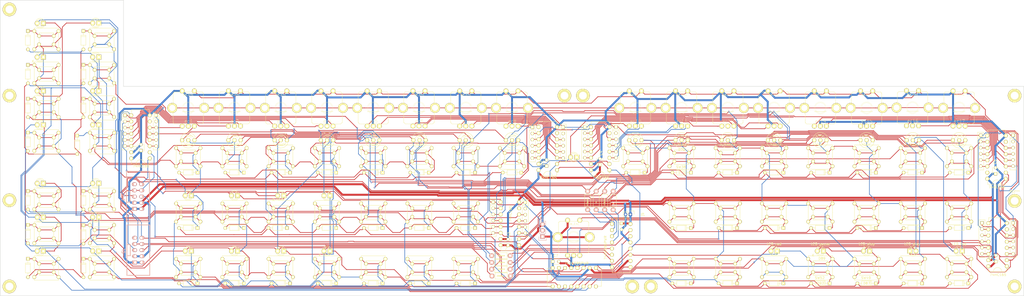
<source format=kicad_pcb>
(kicad_pcb (version 4) (host pcbnew 4.0.2-stable)
  (layers (0 F.Cu signal) (31 B.Cu signal) (34 B.Paste user hide) (35 F.Paste user) (36 B.SilkS user) (37 F.SilkS user) (38 B.Mask user hide) (39 F.Mask user hide) (44 Edge.Cuts user))
  (net 0 "")
  (net 1 "Net-(D101-Pad1)")
  (net 2 "Net-(D102-Pad1)")
  (net 3 /I0)
  (net 4 /I1)
  (net 5 /I2)
  (net 6 /I3)
  (net 7 /I4)
  (net 8 /I5)
  (net 9 /I6)
  (net 10 /I7)
  (net 11 GND)
  (net 12 /O6)
  (net 13 /O7)
  (net 14 /O1)
  (net 15 /O3)
  (net 16 /O5)
  (net 17 /O0)
  (net 18 /O2)
  (net 19 /O4)
  (net 20 +5V)
  (net 21 /O13)
  (net 22 /O14)
  (net 23 /O15)
  (net 24 /O16)
  (net 25 /O17)
  (net 26 /O10)
  (net 27 /I14)
  (net 28 /I15)
  (net 29 /I16)
  (net 30 /I17)
  (net 31 /I10)
  (net 32 /I11)
  (net 33 /I12)
  (net 34 /I13)
  (net 35 "Net-(D8-Pad1)")
  (net 36 "Net-(D9-Pad1)")
  (net 37 "Net-(D10-Pad1)")
  (net 38 "Net-(D11-Pad1)")
  (net 39 "Net-(D12-Pad1)")
  (net 40 "Net-(D13-Pad1)")
  (net 41 "Net-(D14-Pad1)")
  (net 42 "Net-(D22-Pad1)")
  (net 43 "Net-(D23-Pad1)")
  (net 44 "Net-(D24-Pad1)")
  (net 45 "Net-(D25-Pad1)")
  (net 46 "Net-(D26-Pad1)")
  (net 47 "Net-(D27-Pad1)")
  (net 48 "Net-(D28-Pad1)")
  (net 49 "Net-(D32-Pad1)")
  (net 50 "Net-(D33-Pad1)")
  (net 51 "Net-(D34-Pad1)")
  (net 52 "Net-(D38-Pad1)")
  (net 53 "Net-(D39-Pad1)")
  (net 54 "Net-(D40-Pad1)")
  (net 55 "Net-(D44-Pad1)")
  (net 56 "Net-(D45-Pad1)")
  (net 57 "Net-(D46-Pad1)")
  (net 58 "Net-(D50-Pad1)")
  (net 59 "Net-(D51-Pad1)")
  (net 60 "Net-(D52-Pad1)")
  (net 61 "Net-(D54-Pad1)")
  (net 62 "Net-(D55-Pad1)")
  (net 63 "Net-(D56-Pad1)")
  (net 64 "Net-(D58-Pad1)")
  (net 65 "Net-(D59-Pad1)")
  (net 66 "Net-(D60-Pad1)")
  (net 67 "Net-(D62-Pad1)")
  (net 68 "Net-(D63-Pad1)")
  (net 69 "Net-(D64-Pad1)")
  (net 70 "Net-(D66-Pad1)")
  (net 71 "Net-(D69-Pad1)")
  (net 72 "Net-(D71-Pad1)")
  (net 73 "Net-(D72-Pad1)")
  (net 74 "Net-(D73-Pad1)")
  (net 75 "Net-(D75-Pad1)")
  (net 76 "Net-(D76-Pad1)")
  (net 77 "Net-(D77-Pad1)")
  (net 78 "Net-(D80-Pad1)")
  (net 79 "Net-(D81-Pad1)")
  (net 80 "Net-(D82-Pad1)")
  (net 81 "Net-(D85-Pad1)")
  (net 82 "Net-(D86-Pad1)")
  (net 83 "Net-(D87-Pad1)")
  (net 84 "Net-(D90-Pad1)")
  (net 85 "Net-(D91-Pad1)")
  (net 86 "Net-(D92-Pad1)")
  (net 87 "Net-(D95-Pad1)")
  (net 88 "Net-(D96-Pad1)")
  (net 89 "Net-(D97-Pad1)")
  (net 90 "Net-(D100-Pad1)")
  (net 91 "Net-(ec1-PadP$GN)")
  (net 92 "Net-(U1-Pad9)")
  (net 93 /I26)
  (net 94 /I27)
  (net 95 /I24)
  (net 96 /I25)
  (net 97 /I22)
  (net 98 /I23)
  (net 99 /I20)
  (net 100 /I21)
  (net 101 /I56)
  (net 102 /I54)
  (net 103 /I55)
  (net 104 /I36)
  (net 105 /I37)
  (net 106 /I34)
  (net 107 /I35)
  (net 108 /I32)
  (net 109 /I33)
  (net 110 /I30)
  (net 111 /I31)
  (net 112 /I46)
  (net 113 /I47)
  (net 114 /I44)
  (net 115 /I45)
  (net 116 /I42)
  (net 117 /I43)
  (net 118 /I40)
  (net 119 /I41)
  (net 120 /I53)
  (net 121 /I52)
  (net 122 /I51)
  (net 123 /I50)
  (net 124 /011)
  (net 125 /012)
  (net 126 /02)
  (net 127 /I57)
  (net 128 "Net-(R1-Pad1)")
  (net 129 "Net-(R2-Pad1)")
  (net 130 "Net-(R3-Pad1)")
  (net 131 "Net-(R4-Pad1)")
  (net 132 "Net-(R6-Pad1)")
  (net 133 "Net-(R7-Pad1)")
  (net 134 "Net-(RR3-Pad2)")
  (net 135 "Net-(RR5-Pad2)")
  (net 136 "Net-(RR6-Pad2)")
  (net 137 "Net-(RR8-Pad2)")
  (net 138 "Net-(RR10-Pad2)")
  (net 139 "Net-(RR12-Pad2)")
  (net 140 "Net-(U1-Pad1)")
  (net 141 "Net-(U1-Pad2)")
  (net 142 "Net-(U7-Pad14)")
  (net 143 "Net-(U8-Pad9)")
  (net 144 "Net-(J3-Pad2)")
  (net 145 "Net-(U7-Pad9)")
  (net 146 "Net-(R5-Pad1)")
  (net 147 "Net-(R8-Pad2)")
  (module PEC11-Switch_ba (layer F.Cu) (at 194.31 120.65)
    (fp_text reference ec5 (at 0.11938 5.4737) (layer F.SilkS) (effects (font (size 1.27 1.27) (thickness 0.0889))))
    (fp_text value SW_Enc (at 0 -5.4864) (layer F.SilkS) (effects (font (size 0.8128 0.8128) (thickness 0.0889))))
    (pad P$1 thru_hole circle (at -2.49936 -7.00024) (size 1.99898 1.99898) (drill 1.00076) (layers *.Cu F.Paste F.SilkS F.Mask) (net 11 GND))
    (pad P$2 thru_hole circle (at 2.49936 -7.00024) (size 1.99898 1.99898) (drill 0.99822) (layers *.Cu F.Paste F.SilkS F.Mask) (net 127 /I57))
    (pad P$B thru_hole circle (at -2.49936 7.50062) (size 1.99898 1.99898) (drill 1.00076) (layers *.Cu F.Paste F.SilkS F.Mask) (net 94 /I27))
    (pad P$A thru_hole circle (at 2.49936 7.50062) (size 1.99898 1.99898) (drill 1.00076) (layers *.Cu F.Paste F.SilkS F.Mask) (net 93 /I26))
    (pad P$C thru_hole circle (at 0 7.50062) (size 1.99898 1.99898) (drill 1.00076) (layers *.Cu F.Paste F.SilkS F.Mask) (net 11 GND))
    (pad P$GN thru_hole circle (at -6.59892 0) (size 4.09956 4.09956) (drill 2.60096) (layers *.Cu F.Paste F.SilkS F.Mask) (net 91 "Net-(ec1-PadP$GN)"))
    (pad P$GN thru_hole circle (at 6.59892 0) (size 4.09956 4.09956) (drill 2.60096) (layers *.Cu F.Paste F.SilkS F.Mask) (net 91 "Net-(ec1-PadP$GN)"))
  )
  (module PEC11-Switch_ba (layer F.Cu) (at 118.11 120.65)
    (fp_text reference ec1 (at 0.11938 5.4737) (layer F.SilkS) (effects (font (size 1.27 1.27) (thickness 0.0889))))
    (fp_text value SW_Enc (at 0 -5.4864) (layer F.SilkS) (effects (font (size 0.8128 0.8128) (thickness 0.0889))))
    (pad P$1 thru_hole circle (at -2.49936 -7.00024) (size 1.99898 1.99898) (drill 1.00076) (layers *.Cu F.Paste F.SilkS F.Mask) (net 11 GND))
    (pad P$2 thru_hole circle (at 2.49936 -7.00024) (size 1.99898 1.99898) (drill 0.99822) (layers *.Cu F.Paste F.SilkS F.Mask) (net 127 /I57))
    (pad P$B thru_hole circle (at -2.49936 7.50062) (size 1.99898 1.99898) (drill 1.00076) (layers *.Cu F.Paste F.SilkS F.Mask) (net 10 /I7))
    (pad P$A thru_hole circle (at 2.49936 7.50062) (size 1.99898 1.99898) (drill 1.00076) (layers *.Cu F.Paste F.SilkS F.Mask) (net 9 /I6))
    (pad P$C thru_hole circle (at 0 7.50062) (size 1.99898 1.99898) (drill 1.00076) (layers *.Cu F.Paste F.SilkS F.Mask) (net 11 GND))
    (pad P$GN thru_hole circle (at -6.59892 0) (size 4.09956 4.09956) (drill 2.60096) (layers *.Cu F.Paste F.SilkS F.Mask) (net 91 "Net-(ec1-PadP$GN)"))
    (pad P$GN thru_hole circle (at 6.59892 0) (size 4.09956 4.09956) (drill 2.60096) (layers *.Cu F.Paste F.SilkS F.Mask) (net 91 "Net-(ec1-PadP$GN)"))
  )
  (module DIP-16_W7.62mm (layer F.Cu) (at 102.235 141.478 180)
    (fp_text reference U1)
    (fp_text value 74HC165 (at 3.556 -3.175 180) (layer F.SilkS))
    (pad 1 thru_hole oval (at 0 0 180) (size 1.6 1.6) (drill 0.8) (layers *.Cu *.Mask F.SilkS) (net 140 "Net-(U1-Pad1)"))
    (pad 2 thru_hole oval (at 0 2.54 180) (size 1.6 1.6) (drill 0.8) (layers *.Cu *.Mask F.SilkS) (net 141 "Net-(U1-Pad2)"))
    (pad 3 thru_hole oval (at 0 5.08 180) (size 1.6 1.6) (drill 0.8) (layers *.Cu *.Mask F.SilkS) (net 7 /I4))
    (pad 4 thru_hole oval (at 0 7.62 180) (size 1.6 1.6) (drill 0.8) (layers *.Cu *.Mask F.SilkS) (net 8 /I5))
    (pad 5 thru_hole oval (at 0 10.16 180) (size 1.6 1.6) (drill 0.8) (layers *.Cu *.Mask F.SilkS) (net 9 /I6))
    (pad 6 thru_hole oval (at 0 12.7 180) (size 1.6 1.6) (drill 0.8) (layers *.Cu *.Mask F.SilkS) (net 10 /I7))
    (pad 7 thru_hole oval (at 0 15.24 180) (size 1.6 1.6) (drill 0.8) (layers *.Cu *.Mask F.SilkS))
    (pad 8 thru_hole oval (at 0 17.78 180) (size 1.6 1.6) (drill 0.8) (layers *.Cu *.Mask F.SilkS) (net 11 GND))
    (pad 9 thru_hole oval (at 7.62 17.78 180) (size 1.6 1.6) (drill 0.8) (layers *.Cu *.Mask F.SilkS) (net 92 "Net-(U1-Pad9)"))
    (pad 10 thru_hole oval (at 7.62 15.24 180) (size 1.6 1.6) (drill 0.8) (layers *.Cu *.Mask F.SilkS) (net 134 "Net-(RR3-Pad2)"))
    (pad 11 thru_hole oval (at 7.62 12.7 180) (size 1.6 1.6) (drill 0.8) (layers *.Cu *.Mask F.SilkS) (net 3 /I0))
    (pad 12 thru_hole oval (at 7.62 10.16 180) (size 1.6 1.6) (drill 0.8) (layers *.Cu *.Mask F.SilkS) (net 4 /I1))
    (pad 13 thru_hole oval (at 7.62 7.62 180) (size 1.6 1.6) (drill 0.8) (layers *.Cu *.Mask F.SilkS) (net 5 /I2))
    (pad 14 thru_hole oval (at 7.62 5.08 180) (size 1.6 1.6) (drill 0.8) (layers *.Cu *.Mask F.SilkS) (net 6 /I3))
    (pad 15 thru_hole oval (at 7.62 2.54 180) (size 1.6 1.6) (drill 0.8) (layers *.Cu *.Mask F.SilkS) (net 11 GND))
    (pad 16 thru_hole oval (at 7.62 0 180) (size 1.6 1.6) (drill 0.8) (layers *.Cu *.Mask F.SilkS) (net 20 +5V))
  )
  (module LEDs:LED-5MM-3 (layer F.Cu) (at 120.65 133.985 180)
    (fp_text reference D29)
    (fp_text value Led_gp1)
    (pad 1 thru_hole circle (at 0 0) (size 1.6764 1.6764) (drill 0.8128) (layers *.Cu *.Mask F.SilkS) (net 124 /011))
    (pad 2 thru_hole circle (at 2.54 0) (size 1.6764 1.6764) (drill 0.8128) (layers *.Cu *.Mask F.SilkS) (net 15 /O3))
    (pad 3 thru_hole circle (at 5.08 0) (size 1.6764 1.6764) (drill 0.8128) (layers *.Cu *.Mask F.SilkS) (net 26 /O10))
  )
  (module LEDs:LED-5MM-3 (layer F.Cu) (at 139.7 133.985 180)
    (fp_text reference D35)
    (fp_text value Led_gp2)
    (pad 1 thru_hole circle (at 0 0) (size 1.6764 1.6764) (drill 0.8128) (layers *.Cu *.Mask F.SilkS) (net 21 /O13))
    (pad 2 thru_hole circle (at 2.54 0) (size 1.6764 1.6764) (drill 0.8128) (layers *.Cu *.Mask F.SilkS) (net 15 /O3))
    (pad 3 thru_hole circle (at 5.08 0) (size 1.6764 1.6764) (drill 0.8128) (layers *.Cu *.Mask F.SilkS) (net 125 /012))
  )
  (module LEDs:LED-5MM-3 (layer F.Cu) (at 158.75 133.985 180)
    (fp_text reference D41)
    (fp_text value Led_gp3)
    (pad 1 thru_hole circle (at 0 0) (size 1.6764 1.6764) (drill 0.8128) (layers *.Cu *.Mask F.SilkS) (net 23 /O15))
    (pad 2 thru_hole circle (at 2.54 0) (size 1.6764 1.6764) (drill 0.8128) (layers *.Cu *.Mask F.SilkS) (net 18 /O2))
    (pad 3 thru_hole circle (at 5.08 0) (size 1.6764 1.6764) (drill 0.8128) (layers *.Cu *.Mask F.SilkS) (net 22 /O14))
  )
  (module LEDs:LED-5MM-3 (layer F.Cu) (at 177.8 133.985 180)
    (fp_text reference D47)
    (fp_text value Led_gp4)
    (pad 1 thru_hole circle (at 0 0) (size 1.6764 1.6764) (drill 0.8128) (layers *.Cu *.Mask F.SilkS) (net 25 /O17))
    (pad 2 thru_hole circle (at 2.54 0) (size 1.6764 1.6764) (drill 0.8128) (layers *.Cu *.Mask F.SilkS) (net 18 /O2))
    (pad 3 thru_hole circle (at 5.08 0) (size 1.6764 1.6764) (drill 0.8128) (layers *.Cu *.Mask F.SilkS) (net 24 /O16))
  )
  (module LEDs:LED-5MM-3 (layer F.Cu) (at 196.85 133.985 180)
    (fp_text reference D53)
    (fp_text value Led_gp5)
    (pad 1 thru_hole circle (at 0 0) (size 1.6764 1.6764) (drill 0.8128) (layers *.Cu *.Mask F.SilkS) (net 124 /011))
    (pad 2 thru_hole circle (at 2.54 0) (size 1.6764 1.6764) (drill 0.8128) (layers *.Cu *.Mask F.SilkS) (net 14 /O1))
    (pad 3 thru_hole circle (at 5.08 0) (size 1.6764 1.6764) (drill 0.8128) (layers *.Cu *.Mask F.SilkS) (net 26 /O10))
  )
  (module LEDs:LED-5MM-3 (layer F.Cu) (at 215.9 133.985 180)
    (fp_text reference D57)
    (fp_text value Led_gp6)
    (pad 1 thru_hole circle (at 0 0) (size 1.6764 1.6764) (drill 0.8128) (layers *.Cu *.Mask F.SilkS) (net 21 /O13))
    (pad 2 thru_hole circle (at 2.54 0) (size 1.6764 1.6764) (drill 0.8128) (layers *.Cu *.Mask F.SilkS) (net 14 /O1))
    (pad 3 thru_hole circle (at 5.08 0) (size 1.6764 1.6764) (drill 0.8128) (layers *.Cu *.Mask F.SilkS) (net 125 /012))
  )
  (module LEDs:LED-5MM-3 (layer F.Cu) (at 234.95 133.985 180)
    (fp_text reference D61)
    (fp_text value Led_gp7)
    (pad 1 thru_hole circle (at 0 0) (size 1.6764 1.6764) (drill 0.8128) (layers *.Cu *.Mask F.SilkS) (net 23 /O15))
    (pad 2 thru_hole circle (at 2.54 0) (size 1.6764 1.6764) (drill 0.8128) (layers *.Cu *.Mask F.SilkS) (net 17 /O0))
    (pad 3 thru_hole circle (at 5.08 0) (size 1.6764 1.6764) (drill 0.8128) (layers *.Cu *.Mask F.SilkS) (net 22 /O14))
  )
  (module LEDs:LED-5MM-3 (layer F.Cu) (at 254 133.985 180)
    (fp_text reference D65)
    (fp_text value Led_gp8)
    (pad 1 thru_hole circle (at 0 0) (size 1.6764 1.6764) (drill 0.8128) (layers *.Cu *.Mask F.SilkS) (net 25 /O17))
    (pad 2 thru_hole circle (at 2.54 0) (size 1.6764 1.6764) (drill 0.8128) (layers *.Cu *.Mask F.SilkS) (net 17 /O0))
    (pad 3 thru_hole circle (at 5.08 0) (size 1.6764 1.6764) (drill 0.8128) (layers *.Cu *.Mask F.SilkS) (net 24 /O16))
  )
  (module LEDs:LED-5MM-3 (layer F.Cu) (at 304.8 133.985 180)
    (fp_text reference D68)
    (fp_text value Led_gp9)
    (pad 1 thru_hole circle (at 0 0) (size 1.6764 1.6764) (drill 0.8128) (layers *.Cu *.Mask F.SilkS) (net 124 /011))
    (pad 2 thru_hole circle (at 2.54 0) (size 1.6764 1.6764) (drill 0.8128) (layers *.Cu *.Mask F.SilkS) (net 19 /O4))
    (pad 3 thru_hole circle (at 5.08 0) (size 1.6764 1.6764) (drill 0.8128) (layers *.Cu *.Mask F.SilkS) (net 26 /O10))
  )
  (module LEDs:LED-5MM-3 (layer F.Cu) (at 323.85 133.985 180)
    (fp_text reference D70 (at 2.54508 -3.91668 180) (layer F.SilkS))
    (fp_text value Led_gp10)
    (pad 1 thru_hole circle (at 0 0) (size 1.6764 1.6764) (drill 0.8128) (layers *.Cu *.Mask F.SilkS) (net 21 /O13))
    (pad 2 thru_hole circle (at 2.54 0) (size 1.6764 1.6764) (drill 0.8128) (layers *.Cu *.Mask F.SilkS) (net 19 /O4))
    (pad 3 thru_hole circle (at 5.08 0) (size 1.6764 1.6764) (drill 0.8128) (layers *.Cu *.Mask F.SilkS) (net 125 /012))
  )
  (module LEDs:LED-5MM-3 (layer F.Cu) (at 342.9 133.985 180)
    (fp_text reference D74)
    (fp_text value Led_gp11)
    (pad 1 thru_hole circle (at 0 0) (size 1.6764 1.6764) (drill 0.8128) (layers *.Cu *.Mask F.SilkS) (net 23 /O15))
    (pad 2 thru_hole circle (at 2.54 0) (size 1.6764 1.6764) (drill 0.8128) (layers *.Cu *.Mask F.SilkS) (net 16 /O5))
    (pad 3 thru_hole circle (at 5.08 0) (size 1.6764 1.6764) (drill 0.8128) (layers *.Cu *.Mask F.SilkS) (net 22 /O14))
  )
  (module LEDs:LED-5MM-3 (layer F.Cu) (at 361.95 133.985 180)
    (fp_text reference D78)
    (fp_text value Led_gp12)
    (pad 1 thru_hole circle (at 0 0) (size 1.6764 1.6764) (drill 0.8128) (layers *.Cu *.Mask F.SilkS) (net 25 /O17))
    (pad 2 thru_hole circle (at 2.54 0) (size 1.6764 1.6764) (drill 0.8128) (layers *.Cu *.Mask F.SilkS) (net 16 /O5))
    (pad 3 thru_hole circle (at 5.08 0) (size 1.6764 1.6764) (drill 0.8128) (layers *.Cu *.Mask F.SilkS) (net 24 /O16))
  )
  (module LEDs:LED-5MM-3 (layer F.Cu) (at 375.92 133.985)
    (fp_text reference D83)
    (fp_text value Led_gp13)
    (pad 1 thru_hole circle (at 0 0 180) (size 1.6764 1.6764) (drill 0.8128) (layers *.Cu *.Mask F.SilkS) (net 124 /011))
    (pad 2 thru_hole circle (at 2.54 0 180) (size 1.6764 1.6764) (drill 0.8128) (layers *.Cu *.Mask F.SilkS) (net 12 /O6))
    (pad 3 thru_hole circle (at 5.08 0 180) (size 1.6764 1.6764) (drill 0.8128) (layers *.Cu *.Mask F.SilkS) (net 26 /O10))
  )
  (module LEDs:LED-5MM-3 (layer F.Cu) (at 394.97 133.985)
    (fp_text reference D88)
    (fp_text value Led_gp14)
    (pad 1 thru_hole circle (at 0 0 180) (size 1.6764 1.6764) (drill 0.8128) (layers *.Cu *.Mask F.SilkS) (net 21 /O13))
    (pad 2 thru_hole circle (at 2.54 0 180) (size 1.6764 1.6764) (drill 0.8128) (layers *.Cu *.Mask F.SilkS) (net 12 /O6))
    (pad 3 thru_hole circle (at 5.08 0 180) (size 1.6764 1.6764) (drill 0.8128) (layers *.Cu *.Mask F.SilkS) (net 125 /012))
  )
  (module LEDs:LED-5MM-3 (layer F.Cu) (at 419.1 133.985 180)
    (fp_text reference D93)
    (fp_text value Led_gp15)
    (pad 1 thru_hole circle (at 0 0) (size 1.6764 1.6764) (drill 0.8128) (layers *.Cu *.Mask F.SilkS) (net 23 /O15))
    (pad 2 thru_hole circle (at 2.54 0) (size 1.6764 1.6764) (drill 0.8128) (layers *.Cu *.Mask F.SilkS) (net 13 /O7))
    (pad 3 thru_hole circle (at 5.08 0) (size 1.6764 1.6764) (drill 0.8128) (layers *.Cu *.Mask F.SilkS) (net 22 /O14))
  )
  (module LEDs:LED-5MM-3 (layer F.Cu) (at 438.15 133.985 180)
    (fp_text reference D99)
    (fp_text value Led_gp16)
    (pad 1 thru_hole circle (at 0 0) (size 1.6764 1.6764) (drill 0.8128) (layers *.Cu *.Mask F.SilkS) (net 25 /O17))
    (pad 2 thru_hole circle (at 2.54 0) (size 1.6764 1.6764) (drill 0.8128) (layers *.Cu *.Mask F.SilkS) (net 13 /O7))
    (pad 3 thru_hole circle (at 5.08 0) (size 1.6764 1.6764) (drill 0.8128) (layers *.Cu *.Mask F.SilkS) (net 24 /O16))
  )
  (module Resistors_ThroughHole:Resistor_Horizontal_RM7mm (layer F.Cu) (at 243.078 181.61)
    (fp_text reference R8)
    (fp_text value 220ohm (at 4 0) (layer F.SilkS) (effects (font (size 0.5 0.5) (thickness 0.125))))
    (pad 1 thru_hole circle (at 0 0) (size 1.99898 1.99898) (drill 1.00076) (layers *.Cu *.SilkS *.Mask) (net 26 /O10))
    (pad 2 thru_hole circle (at 7.62 0) (size 1.99898 1.99898) (drill 1.00076) (layers *.Cu *.SilkS *.Mask) (net 147 "Net-(R8-Pad2)"))
  )
  (module "empreinte ksir:DIP-16_W7.62mm" (layer F.Cu) (at 292.608 168.529)
    (fp_text reference U8)
    (fp_text value 74HC595PWR (at -2.667 9.779 90) (layer F.SilkS))
    (pad 1 thru_hole oval (at 0 0) (size 1.6 1.6) (drill 0.8) (layers *.Cu *.Mask F.SilkS) (net 128 "Net-(R1-Pad1)"))
    (pad 2 thru_hole oval (at 0 2.54) (size 1.6 1.6) (drill 0.8) (layers *.Cu *.Mask F.SilkS) (net 129 "Net-(R2-Pad1)"))
    (pad 3 thru_hole oval (at 0 5.08) (size 1.6 1.6) (drill 0.8) (layers *.Cu *.Mask F.SilkS) (net 130 "Net-(R3-Pad1)"))
    (pad 4 thru_hole oval (at 0 7.62) (size 1.6 1.6) (drill 0.8) (layers *.Cu *.Mask F.SilkS) (net 131 "Net-(R4-Pad1)"))
    (pad 5 thru_hole oval (at 0 10.16) (size 1.6 1.6) (drill 0.8) (layers *.Cu *.Mask F.SilkS) (net 146 "Net-(R5-Pad1)"))
    (pad 6 thru_hole oval (at 0 12.7) (size 1.6 1.6) (drill 0.8) (layers *.Cu *.Mask F.SilkS) (net 132 "Net-(R6-Pad1)"))
    (pad 7 thru_hole oval (at 0 15.24) (size 1.6 1.6) (drill 0.8) (layers *.Cu *.Mask F.SilkS) (net 133 "Net-(R7-Pad1)"))
    (pad 8 thru_hole oval (at 0 17.78) (size 1.6 1.6) (drill 0.8) (layers *.Cu *.Mask F.SilkS) (net 11 GND))
    (pad 9 thru_hole oval (at 7.62 17.78) (size 1.6 1.6) (drill 0.8) (layers *.Cu *.Mask F.SilkS) (net 143 "Net-(U8-Pad9)"))
    (pad 10 thru_hole oval (at 7.62 15.24) (size 1.6 1.6) (drill 0.8) (layers *.Cu *.Mask F.SilkS) (net 20 +5V))
    (pad 11 thru_hole oval (at 7.62 12.7) (size 1.6 1.6) (drill 0.8) (layers *.Cu *.Mask F.SilkS) (net 141 "Net-(U1-Pad2)"))
    (pad 12 thru_hole oval (at 7.62 10.16) (size 1.6 1.6) (drill 0.8) (layers *.Cu *.Mask F.SilkS) (net 140 "Net-(U1-Pad1)"))
    (pad 13 thru_hole oval (at 7.62 7.62) (size 1.6 1.6) (drill 0.8) (layers *.Cu *.Mask F.SilkS) (net 11 GND))
    (pad 14 thru_hole oval (at 7.62 5.08) (size 1.6 1.6) (drill 0.8) (layers *.Cu *.Mask F.SilkS) (net 145 "Net-(U7-Pad9)"))
    (pad 15 thru_hole oval (at 7.62 2.54) (size 1.6 1.6) (drill 0.8) (layers *.Cu *.Mask F.SilkS) (net 147 "Net-(R8-Pad2)"))
    (pad 16 thru_hole oval (at 7.62 0) (size 1.6 1.6) (drill 0.8) (layers *.Cu *.Mask F.SilkS) (net 20 +5V))
  )
  (module "empreinte ksir:DIP-16_W7.62mm" (layer F.Cu) (at 268.224 194.31 90)
    (fp_text reference U7)
    (fp_text value 74HC595PWR (at 9.525 9.779 180) (layer F.SilkS))
    (pad 1 thru_hole oval (at 0 0 90) (size 1.6 1.6) (drill 0.8) (layers *.Cu *.Mask F.SilkS) (net 14 /O1))
    (pad 2 thru_hole oval (at 0 2.54 90) (size 1.6 1.6) (drill 0.8) (layers *.Cu *.Mask F.SilkS) (net 126 /02))
    (pad 3 thru_hole oval (at 0 5.08 90) (size 1.6 1.6) (drill 0.8) (layers *.Cu *.Mask F.SilkS) (net 15 /O3))
    (pad 4 thru_hole oval (at 0 7.62 90) (size 1.6 1.6) (drill 0.8) (layers *.Cu *.Mask F.SilkS) (net 19 /O4))
    (pad 5 thru_hole oval (at 0 10.16 90) (size 1.6 1.6) (drill 0.8) (layers *.Cu *.Mask F.SilkS) (net 16 /O5))
    (pad 6 thru_hole oval (at 0 12.7 90) (size 1.6 1.6) (drill 0.8) (layers *.Cu *.Mask F.SilkS) (net 12 /O6))
    (pad 7 thru_hole oval (at 0 15.24 90) (size 1.6 1.6) (drill 0.8) (layers *.Cu *.Mask F.SilkS) (net 13 /O7))
    (pad 8 thru_hole oval (at 0 17.78 90) (size 1.6 1.6) (drill 0.8) (layers *.Cu *.Mask F.SilkS) (net 11 GND))
    (pad 9 thru_hole oval (at 7.62 17.78 90) (size 1.6 1.6) (drill 0.8) (layers *.Cu *.Mask F.SilkS) (net 145 "Net-(U7-Pad9)"))
    (pad 10 thru_hole oval (at 7.62 15.24 90) (size 1.6 1.6) (drill 0.8) (layers *.Cu *.Mask F.SilkS) (net 20 +5V))
    (pad 11 thru_hole oval (at 7.62 12.7 90) (size 1.6 1.6) (drill 0.8) (layers *.Cu *.Mask F.SilkS) (net 141 "Net-(U1-Pad2)"))
    (pad 12 thru_hole oval (at 7.62 10.16 90) (size 1.6 1.6) (drill 0.8) (layers *.Cu *.Mask F.SilkS) (net 140 "Net-(U1-Pad1)"))
    (pad 13 thru_hole oval (at 7.62 7.62 90) (size 1.6 1.6) (drill 0.8) (layers *.Cu *.Mask F.SilkS) (net 11 GND))
    (pad 14 thru_hole oval (at 7.62 5.08 90) (size 1.6 1.6) (drill 0.8) (layers *.Cu *.Mask F.SilkS) (net 142 "Net-(U7-Pad14)"))
    (pad 15 thru_hole oval (at 7.62 2.54 90) (size 1.6 1.6) (drill 0.8) (layers *.Cu *.Mask F.SilkS) (net 17 /O0))
    (pad 16 thru_hole oval (at 7.62 0 90) (size 1.6 1.6) (drill 0.8) (layers *.Cu *.Mask F.SilkS) (net 20 +5V))
  )
  (module "empreinte ksir:DIP-16_W7.62mm" (layer F.Cu) (at 455.265864 185.993912 180)
    (fp_text reference U6)
    (fp_text value 74HC165 (at 3.653864 -3.490088 180) (layer F.SilkS))
    (pad 1 thru_hole oval (at 0 0 180) (size 1.6 1.6) (drill 0.8) (layers *.Cu *.Mask F.SilkS) (net 140 "Net-(U1-Pad1)"))
    (pad 2 thru_hole oval (at 0 2.54 180) (size 1.6 1.6) (drill 0.8) (layers *.Cu *.Mask F.SilkS) (net 141 "Net-(U1-Pad2)"))
    (pad 3 thru_hole oval (at 0 5.08 180) (size 1.6 1.6) (drill 0.8) (layers *.Cu *.Mask F.SilkS) (net 102 /I54))
    (pad 4 thru_hole oval (at 0 7.62 180) (size 1.6 1.6) (drill 0.8) (layers *.Cu *.Mask F.SilkS) (net 103 /I55))
    (pad 5 thru_hole oval (at 0 10.16 180) (size 1.6 1.6) (drill 0.8) (layers *.Cu *.Mask F.SilkS) (net 101 /I56))
    (pad 6 thru_hole oval (at 0 12.7 180) (size 1.6 1.6) (drill 0.8) (layers *.Cu *.Mask F.SilkS) (net 127 /I57))
    (pad 7 thru_hole oval (at 0 15.24 180) (size 1.6 1.6) (drill 0.8) (layers *.Cu *.Mask F.SilkS))
    (pad 8 thru_hole oval (at 0 17.78 180) (size 1.6 1.6) (drill 0.8) (layers *.Cu *.Mask F.SilkS) (net 11 GND))
    (pad 9 thru_hole oval (at 7.62 17.78 180) (size 1.6 1.6) (drill 0.8) (layers *.Cu *.Mask F.SilkS) (net 137 "Net-(RR8-Pad2)"))
    (pad 10 thru_hole oval (at 7.62 15.24 180) (size 1.6 1.6) (drill 0.8) (layers *.Cu *.Mask F.SilkS) (net 139 "Net-(RR12-Pad2)"))
    (pad 11 thru_hole oval (at 7.62 12.7 180) (size 1.6 1.6) (drill 0.8) (layers *.Cu *.Mask F.SilkS) (net 123 /I50))
    (pad 12 thru_hole oval (at 7.62 10.16 180) (size 1.6 1.6) (drill 0.8) (layers *.Cu *.Mask F.SilkS) (net 122 /I51))
    (pad 13 thru_hole oval (at 7.62 7.62 180) (size 1.6 1.6) (drill 0.8) (layers *.Cu *.Mask F.SilkS) (net 121 /I52))
    (pad 14 thru_hole oval (at 7.62 5.08 180) (size 1.6 1.6) (drill 0.8) (layers *.Cu *.Mask F.SilkS) (net 120 /I53))
    (pad 15 thru_hole oval (at 7.62 2.54 180) (size 1.6 1.6) (drill 0.8) (layers *.Cu *.Mask F.SilkS) (net 11 GND))
    (pad 16 thru_hole oval (at 7.62 0 180) (size 1.6 1.6) (drill 0.8) (layers *.Cu *.Mask F.SilkS) (net 20 +5V))
  )
  (module "empreinte ksir:DIP-16_W7.62mm" (layer F.Cu) (at 454.838194 149.876812 180)
    (fp_text reference U5)
    (fp_text value 74HC165 (at 3.734194 -3.412188 180) (layer F.SilkS))
    (pad 1 thru_hole oval (at 0 0 180) (size 1.6 1.6) (drill 0.8) (layers *.Cu *.Mask F.SilkS) (net 140 "Net-(U1-Pad1)"))
    (pad 2 thru_hole oval (at 0 2.54 180) (size 1.6 1.6) (drill 0.8) (layers *.Cu *.Mask F.SilkS) (net 141 "Net-(U1-Pad2)"))
    (pad 3 thru_hole oval (at 0 5.08 180) (size 1.6 1.6) (drill 0.8) (layers *.Cu *.Mask F.SilkS) (net 114 /I44))
    (pad 4 thru_hole oval (at 0 7.62 180) (size 1.6 1.6) (drill 0.8) (layers *.Cu *.Mask F.SilkS) (net 115 /I45))
    (pad 5 thru_hole oval (at 0 10.16 180) (size 1.6 1.6) (drill 0.8) (layers *.Cu *.Mask F.SilkS) (net 112 /I46))
    (pad 6 thru_hole oval (at 0 12.7 180) (size 1.6 1.6) (drill 0.8) (layers *.Cu *.Mask F.SilkS) (net 113 /I47))
    (pad 7 thru_hole oval (at 0 15.24 180) (size 1.6 1.6) (drill 0.8) (layers *.Cu *.Mask F.SilkS))
    (pad 8 thru_hole oval (at 0 17.78 180) (size 1.6 1.6) (drill 0.8) (layers *.Cu *.Mask F.SilkS) (net 11 GND))
    (pad 9 thru_hole oval (at 7.62 17.78 180) (size 1.6 1.6) (drill 0.8) (layers *.Cu *.Mask F.SilkS) (net 139 "Net-(RR12-Pad2)"))
    (pad 10 thru_hole oval (at 7.62 15.24 180) (size 1.6 1.6) (drill 0.8) (layers *.Cu *.Mask F.SilkS) (net 138 "Net-(RR10-Pad2)"))
    (pad 11 thru_hole oval (at 7.62 12.7 180) (size 1.6 1.6) (drill 0.8) (layers *.Cu *.Mask F.SilkS) (net 118 /I40))
    (pad 12 thru_hole oval (at 7.62 10.16 180) (size 1.6 1.6) (drill 0.8) (layers *.Cu *.Mask F.SilkS) (net 119 /I41))
    (pad 13 thru_hole oval (at 7.62 7.62 180) (size 1.6 1.6) (drill 0.8) (layers *.Cu *.Mask F.SilkS) (net 116 /I42))
    (pad 14 thru_hole oval (at 7.62 5.08 180) (size 1.6 1.6) (drill 0.8) (layers *.Cu *.Mask F.SilkS) (net 117 /I43))
    (pad 15 thru_hole oval (at 7.62 2.54 180) (size 1.6 1.6) (drill 0.8) (layers *.Cu *.Mask F.SilkS) (net 11 GND))
    (pad 16 thru_hole oval (at 7.62 0 180) (size 1.6 1.6) (drill 0.8) (layers *.Cu *.Mask F.SilkS) (net 20 +5V))
  )
  (module "empreinte ksir:DIP-16_W7.62mm" (layer F.Cu) (at 291.592 146.304 180)
    (fp_text reference U4)
    (fp_text value 74HC165 (at 3.556 -3.175 180) (layer F.SilkS))
    (pad 1 thru_hole oval (at 0 0 180) (size 1.6 1.6) (drill 0.8) (layers *.Cu *.Mask F.SilkS) (net 140 "Net-(U1-Pad1)"))
    (pad 2 thru_hole oval (at 0 2.54 180) (size 1.6 1.6) (drill 0.8) (layers *.Cu *.Mask F.SilkS) (net 141 "Net-(U1-Pad2)"))
    (pad 3 thru_hole oval (at 0 5.08 180) (size 1.6 1.6) (drill 0.8) (layers *.Cu *.Mask F.SilkS) (net 106 /I34))
    (pad 4 thru_hole oval (at 0 7.62 180) (size 1.6 1.6) (drill 0.8) (layers *.Cu *.Mask F.SilkS) (net 107 /I35))
    (pad 5 thru_hole oval (at 0 10.16 180) (size 1.6 1.6) (drill 0.8) (layers *.Cu *.Mask F.SilkS) (net 104 /I36))
    (pad 6 thru_hole oval (at 0 12.7 180) (size 1.6 1.6) (drill 0.8) (layers *.Cu *.Mask F.SilkS) (net 105 /I37))
    (pad 7 thru_hole oval (at 0 15.24 180) (size 1.6 1.6) (drill 0.8) (layers *.Cu *.Mask F.SilkS))
    (pad 8 thru_hole oval (at 0 17.78 180) (size 1.6 1.6) (drill 0.8) (layers *.Cu *.Mask F.SilkS) (net 11 GND))
    (pad 9 thru_hole oval (at 7.62 17.78 180) (size 1.6 1.6) (drill 0.8) (layers *.Cu *.Mask F.SilkS) (net 136 "Net-(RR6-Pad2)"))
    (pad 10 thru_hole oval (at 7.62 15.24 180) (size 1.6 1.6) (drill 0.8) (layers *.Cu *.Mask F.SilkS) (net 137 "Net-(RR8-Pad2)"))
    (pad 11 thru_hole oval (at 7.62 12.7 180) (size 1.6 1.6) (drill 0.8) (layers *.Cu *.Mask F.SilkS) (net 110 /I30))
    (pad 12 thru_hole oval (at 7.62 10.16 180) (size 1.6 1.6) (drill 0.8) (layers *.Cu *.Mask F.SilkS) (net 111 /I31))
    (pad 13 thru_hole oval (at 7.62 7.62 180) (size 1.6 1.6) (drill 0.8) (layers *.Cu *.Mask F.SilkS) (net 108 /I32))
    (pad 14 thru_hole oval (at 7.62 5.08 180) (size 1.6 1.6) (drill 0.8) (layers *.Cu *.Mask F.SilkS) (net 109 /I33))
    (pad 15 thru_hole oval (at 7.62 2.54 180) (size 1.6 1.6) (drill 0.8) (layers *.Cu *.Mask F.SilkS) (net 11 GND))
    (pad 16 thru_hole oval (at 7.62 0 180) (size 1.6 1.6) (drill 0.8) (layers *.Cu *.Mask F.SilkS) (net 20 +5V))
  )
  (module "empreinte ksir:DIP-16_W7.62mm" (layer F.Cu) (at 270.002 146.304 180)
    (fp_text reference U3)
    (fp_text value 74HC165 (at 3.556 -3.175 180) (layer F.SilkS))
    (pad 1 thru_hole oval (at 0 0 180) (size 1.6 1.6) (drill 0.8) (layers *.Cu *.Mask F.SilkS) (net 140 "Net-(U1-Pad1)"))
    (pad 2 thru_hole oval (at 0 2.54 180) (size 1.6 1.6) (drill 0.8) (layers *.Cu *.Mask F.SilkS) (net 141 "Net-(U1-Pad2)"))
    (pad 3 thru_hole oval (at 0 5.08 180) (size 1.6 1.6) (drill 0.8) (layers *.Cu *.Mask F.SilkS) (net 95 /I24))
    (pad 4 thru_hole oval (at 0 7.62 180) (size 1.6 1.6) (drill 0.8) (layers *.Cu *.Mask F.SilkS) (net 96 /I25))
    (pad 5 thru_hole oval (at 0 10.16 180) (size 1.6 1.6) (drill 0.8) (layers *.Cu *.Mask F.SilkS) (net 93 /I26))
    (pad 6 thru_hole oval (at 0 12.7 180) (size 1.6 1.6) (drill 0.8) (layers *.Cu *.Mask F.SilkS) (net 94 /I27))
    (pad 7 thru_hole oval (at 0 15.24 180) (size 1.6 1.6) (drill 0.8) (layers *.Cu *.Mask F.SilkS))
    (pad 8 thru_hole oval (at 0 17.78 180) (size 1.6 1.6) (drill 0.8) (layers *.Cu *.Mask F.SilkS) (net 11 GND))
    (pad 9 thru_hole oval (at 7.62 17.78 180) (size 1.6 1.6) (drill 0.8) (layers *.Cu *.Mask F.SilkS) (net 135 "Net-(RR5-Pad2)"))
    (pad 10 thru_hole oval (at 7.62 15.24 180) (size 1.6 1.6) (drill 0.8) (layers *.Cu *.Mask F.SilkS) (net 136 "Net-(RR6-Pad2)"))
    (pad 11 thru_hole oval (at 7.62 12.7 180) (size 1.6 1.6) (drill 0.8) (layers *.Cu *.Mask F.SilkS) (net 99 /I20))
    (pad 12 thru_hole oval (at 7.62 10.16 180) (size 1.6 1.6) (drill 0.8) (layers *.Cu *.Mask F.SilkS) (net 100 /I21))
    (pad 13 thru_hole oval (at 7.62 7.62 180) (size 1.6 1.6) (drill 0.8) (layers *.Cu *.Mask F.SilkS) (net 97 /I22))
    (pad 14 thru_hole oval (at 7.62 5.08 180) (size 1.6 1.6) (drill 0.8) (layers *.Cu *.Mask F.SilkS) (net 98 /I23))
    (pad 15 thru_hole oval (at 7.62 2.54 180) (size 1.6 1.6) (drill 0.8) (layers *.Cu *.Mask F.SilkS) (net 11 GND))
    (pad 16 thru_hole oval (at 7.62 0 180) (size 1.6 1.6) (drill 0.8) (layers *.Cu *.Mask F.SilkS) (net 20 +5V))
  )
  (module "empreinte ksir:DIP-16_W7.62mm" (layer F.Cu) (at 254.381 177.292 180)
    (fp_text reference U2)
    (fp_text value 74HC165 (at 3.556 12.954 270) (layer F.SilkS))
    (pad 1 thru_hole oval (at 0 0 180) (size 1.6 1.6) (drill 0.8) (layers *.Cu *.Mask F.SilkS) (net 140 "Net-(U1-Pad1)"))
    (pad 2 thru_hole oval (at 0 2.54 180) (size 1.6 1.6) (drill 0.8) (layers *.Cu *.Mask F.SilkS) (net 141 "Net-(U1-Pad2)"))
    (pad 3 thru_hole oval (at 0 5.08 180) (size 1.6 1.6) (drill 0.8) (layers *.Cu *.Mask F.SilkS) (net 27 /I14))
    (pad 4 thru_hole oval (at 0 7.62 180) (size 1.6 1.6) (drill 0.8) (layers *.Cu *.Mask F.SilkS) (net 28 /I15))
    (pad 5 thru_hole oval (at 0 10.16 180) (size 1.6 1.6) (drill 0.8) (layers *.Cu *.Mask F.SilkS) (net 29 /I16))
    (pad 6 thru_hole oval (at 0 12.7 180) (size 1.6 1.6) (drill 0.8) (layers *.Cu *.Mask F.SilkS) (net 30 /I17))
    (pad 7 thru_hole oval (at 0 15.24 180) (size 1.6 1.6) (drill 0.8) (layers *.Cu *.Mask F.SilkS))
    (pad 8 thru_hole oval (at 0 17.78 180) (size 1.6 1.6) (drill 0.8) (layers *.Cu *.Mask F.SilkS) (net 11 GND))
    (pad 9 thru_hole oval (at 7.62 17.78 180) (size 1.6 1.6) (drill 0.8) (layers *.Cu *.Mask F.SilkS) (net 134 "Net-(RR3-Pad2)"))
    (pad 10 thru_hole oval (at 7.62 15.24 180) (size 1.6 1.6) (drill 0.8) (layers *.Cu *.Mask F.SilkS) (net 135 "Net-(RR5-Pad2)"))
    (pad 11 thru_hole oval (at 7.62 12.7 180) (size 1.6 1.6) (drill 0.8) (layers *.Cu *.Mask F.SilkS) (net 31 /I10))
    (pad 12 thru_hole oval (at 7.62 10.16 180) (size 1.6 1.6) (drill 0.8) (layers *.Cu *.Mask F.SilkS) (net 32 /I11))
    (pad 13 thru_hole oval (at 7.62 7.62 180) (size 1.6 1.6) (drill 0.8) (layers *.Cu *.Mask F.SilkS) (net 33 /I12))
    (pad 14 thru_hole oval (at 7.62 5.08 180) (size 1.6 1.6) (drill 0.8) (layers *.Cu *.Mask F.SilkS) (net 34 /I13))
    (pad 15 thru_hole oval (at 7.62 2.54 180) (size 1.6 1.6) (drill 0.8) (layers *.Cu *.Mask F.SilkS) (net 11 GND))
    (pad 16 thru_hole oval (at 7.62 0 180) (size 1.6 1.6) (drill 0.8) (layers *.Cu *.Mask F.SilkS) (net 20 +5V))
  )
  (module Resistors_ThroughHole:Resistor_Horizontal_RM7mm (layer F.Cu) (at 282.62816 162.67194 90)
    (fp_text reference R1)
    (fp_text value 470ohm (at 3.15994 -0.05316 90) (layer F.SilkS) (effects (font (size 0.5 0.5) (thickness 0.125))))
    (pad 1 thru_hole circle (at 0 0 90) (size 1.99898 1.99898) (drill 1.00076) (layers *.Cu *.SilkS *.Mask) (net 128 "Net-(R1-Pad1)"))
    (pad 2 thru_hole circle (at 7.62 0 90) (size 1.99898 1.99898) (drill 1.00076) (layers *.Cu *.SilkS *.Mask) (net 124 /011))
  )
  (module Resistors_ThroughHole:Resistor_Horizontal_RM7mm (layer F.Cu) (at 286.12816 162.67194 90)
    (fp_text reference R2)
    (fp_text value 1k (at 3.15994 0 90) (layer F.SilkS) (effects (font (size 0.5 0.5) (thickness 0.125))))
    (pad 1 thru_hole circle (at 0 0 90) (size 1.99898 1.99898) (drill 1.00076) (layers *.Cu *.SilkS *.Mask) (net 129 "Net-(R2-Pad1)"))
    (pad 2 thru_hole circle (at 7.62 0 90) (size 1.99898 1.99898) (drill 1.00076) (layers *.Cu *.SilkS *.Mask) (net 125 /012))
  )
  (module Resistors_ThroughHole:Resistor_Horizontal_RM7mm (layer F.Cu) (at 289.62816 162.67194 90)
    (fp_text reference R3)
    (fp_text value 470ohm (at 3.28694 -0.06816 90) (layer F.SilkS) (effects (font (size 0.5 0.5) (thickness 0.125))))
    (pad 1 thru_hole circle (at 0 0 90) (size 1.99898 1.99898) (drill 1.00076) (layers *.Cu *.SilkS *.Mask) (net 130 "Net-(R3-Pad1)"))
    (pad 2 thru_hole circle (at 7.62 0 90) (size 1.99898 1.99898) (drill 1.00076) (layers *.Cu *.SilkS *.Mask) (net 21 /O13))
  )
  (module Resistors_ThroughHole:Resistor_Horizontal_RM7mm (layer F.Cu) (at 293.12816 162.67194 90)
    (fp_text reference R4)
    (fp_text value 1k (at 2.52494 0.11484 90) (layer F.SilkS) (effects (font (size 0.5 0.5) (thickness 0.125))))
    (pad 1 thru_hole circle (at 0 0 90) (size 1.99898 1.99898) (drill 1.00076) (layers *.Cu *.SilkS *.Mask) (net 131 "Net-(R4-Pad1)"))
    (pad 2 thru_hole circle (at 7.62 0 90) (size 1.99898 1.99898) (drill 1.00076) (layers *.Cu *.SilkS *.Mask) (net 22 /O14))
  )
  (module Resistors_ThroughHole:Resistor_Horizontal_RM7mm (layer F.Cu) (at 250.698 184.404 180)
    (fp_text reference R5)
    (fp_text value 220ohm (at 3.62 0 180) (layer F.SilkS) (effects (font (size 0.508 0.508) (thickness 0.127))))
    (pad 1 thru_hole circle (at 0 0 180) (size 1.99898 1.99898) (drill 1.00076) (layers *.Cu *.SilkS *.Mask) (net 146 "Net-(R5-Pad1)"))
    (pad 2 thru_hole circle (at 7.62 0 180) (size 1.99898 1.99898) (drill 1.00076) (layers *.Cu *.SilkS *.Mask) (net 23 /O15))
  )
  (module Resistors_ThroughHole:Resistor_Horizontal_RM7mm (layer F.Cu) (at 250.698 187.198 180)
    (fp_text reference R6)
    (fp_text value 220ohm (at 3.683 0 180) (layer F.SilkS) (effects (font (size 0.5 0.5) (thickness 0.125))))
    (pad 1 thru_hole circle (at 0 0 180) (size 1.99898 1.99898) (drill 1.00076) (layers *.Cu *.SilkS *.Mask) (net 132 "Net-(R6-Pad1)"))
    (pad 2 thru_hole circle (at 7.62 0 180) (size 1.99898 1.99898) (drill 1.00076) (layers *.Cu *.SilkS *.Mask) (net 24 /O16))
  )
  (module Resistors_ThroughHole:Resistor_Horizontal_RM7mm (layer F.Cu) (at 250.825 189.992 180)
    (fp_text reference R7)
    (fp_text value 220ohm (at 4.12 0 180) (layer F.SilkS) (effects (font (size 0.508 0.508) (thickness 0.127))))
    (pad 1 thru_hole circle (at 0 0 180) (size 1.99898 1.99898) (drill 1.00076) (layers *.Cu *.SilkS *.Mask) (net 133 "Net-(R7-Pad1)"))
    (pad 2 thru_hole circle (at 7.62 0 180) (size 1.99898 1.99898) (drill 1.00076) (layers *.Cu *.SilkS *.Mask) (net 25 /O17))
  )
  (module Discret:DO-35 (layer F.Cu) (at 52.07 92.71 90)
    (fp_text reference D8)
    (fp_text value D)
    (pad 1 thru_hole rect (at 3.81 0 90) (size 1.4224 1.4224) (drill 0.6096) (layers *.Cu *.Mask F.SilkS) (net 35 "Net-(D8-Pad1)"))
    (pad 2 thru_hole circle (at -3.81 0 90) (size 1.4224 1.4224) (drill 0.6096) (layers *.Cu *.Mask F.SilkS) (net 29 /I16))
  )
  (module Discret:DO-35 (layer F.Cu) (at 52.07 106.68 90)
    (fp_text reference D9)
    (fp_text value D)
    (pad 1 thru_hole rect (at 3.81 0 90) (size 1.4224 1.4224) (drill 0.6096) (layers *.Cu *.Mask F.SilkS) (net 36 "Net-(D9-Pad1)"))
    (pad 2 thru_hole circle (at -3.81 0 90) (size 1.4224 1.4224) (drill 0.6096) (layers *.Cu *.Mask F.SilkS) (net 30 /I17))
  )
  (module Discret:DO-35 (layer F.Cu) (at 52.07 120.65 90)
    (fp_text reference D10)
    (fp_text value D)
    (pad 1 thru_hole rect (at 3.81 0 90) (size 1.4224 1.4224) (drill 0.6096) (layers *.Cu *.Mask F.SilkS) (net 37 "Net-(D10-Pad1)"))
    (pad 2 thru_hole circle (at -3.81 0 90) (size 1.4224 1.4224) (drill 0.6096) (layers *.Cu *.Mask F.SilkS) (net 29 /I16))
  )
  (module Discret:DO-35 (layer F.Cu) (at 52.07 134.62 90)
    (fp_text reference D11)
    (fp_text value D)
    (pad 1 thru_hole rect (at 3.81 0 90) (size 1.4224 1.4224) (drill 0.6096) (layers *.Cu *.Mask F.SilkS) (net 38 "Net-(D11-Pad1)"))
    (pad 2 thru_hole circle (at -3.81 0 90) (size 1.4224 1.4224) (drill 0.6096) (layers *.Cu *.Mask F.SilkS) (net 30 /I17))
  )
  (module Discret:DO-35 (layer F.Cu) (at 52.07 158.75 90)
    (fp_text reference D12)
    (fp_text value D)
    (pad 1 thru_hole rect (at 3.81 0 90) (size 1.4224 1.4224) (drill 0.6096) (layers *.Cu *.Mask F.SilkS) (net 39 "Net-(D12-Pad1)"))
    (pad 2 thru_hole circle (at -3.81 0 90) (size 1.4224 1.4224) (drill 0.6096) (layers *.Cu *.Mask F.SilkS) (net 29 /I16))
  )
  (module Discret:DO-35 (layer F.Cu) (at 52.07 172.72 90)
    (fp_text reference D13)
    (fp_text value D)
    (pad 1 thru_hole rect (at 3.81 0 90) (size 1.4224 1.4224) (drill 0.6096) (layers *.Cu *.Mask F.SilkS) (net 40 "Net-(D13-Pad1)"))
    (pad 2 thru_hole circle (at -3.81 0 90) (size 1.4224 1.4224) (drill 0.6096) (layers *.Cu *.Mask F.SilkS) (net 30 /I17))
  )
  (module Discret:DO-35 (layer F.Cu) (at 52.07 186.69 90)
    (fp_text reference D14)
    (fp_text value D)
    (pad 1 thru_hole rect (at 3.81 0 90) (size 1.4224 1.4224) (drill 0.6096) (layers *.Cu *.Mask F.SilkS) (net 41 "Net-(D14-Pad1)"))
    (pad 2 thru_hole circle (at -3.81 0 90) (size 1.4224 1.4224) (drill 0.6096) (layers *.Cu *.Mask F.SilkS) (net 29 /I16))
  )
  (module Discret:DO-35 (layer F.Cu) (at 74.93 92.71 90)
    (fp_text reference D22)
    (fp_text value D)
    (pad 1 thru_hole rect (at 3.81 0 90) (size 1.4224 1.4224) (drill 0.6096) (layers *.Cu *.Mask F.SilkS) (net 42 "Net-(D22-Pad1)"))
    (pad 2 thru_hole circle (at -3.81 0 90) (size 1.4224 1.4224) (drill 0.6096) (layers *.Cu *.Mask F.SilkS) (net 29 /I16))
  )
  (module Discret:DO-35 (layer F.Cu) (at 74.93 106.68 90)
    (fp_text reference D23)
    (fp_text value D)
    (pad 1 thru_hole rect (at 3.81 0 90) (size 1.4224 1.4224) (drill 0.6096) (layers *.Cu *.Mask F.SilkS) (net 43 "Net-(D23-Pad1)"))
    (pad 2 thru_hole circle (at -3.81 0 90) (size 1.4224 1.4224) (drill 0.6096) (layers *.Cu *.Mask F.SilkS) (net 30 /I17))
  )
  (module Discret:DO-35 (layer F.Cu) (at 74.93 120.65 90)
    (fp_text reference D24)
    (fp_text value D)
    (pad 1 thru_hole rect (at 3.81 0 90) (size 1.4224 1.4224) (drill 0.6096) (layers *.Cu *.Mask F.SilkS) (net 44 "Net-(D24-Pad1)"))
    (pad 2 thru_hole circle (at -3.81 0 90) (size 1.4224 1.4224) (drill 0.6096) (layers *.Cu *.Mask F.SilkS) (net 29 /I16))
  )
  (module Discret:DO-35 (layer F.Cu) (at 72.35916 135.86894 90)
    (fp_text reference D25)
    (fp_text value D)
    (pad 1 thru_hole rect (at 3.81 0 90) (size 1.4224 1.4224) (drill 0.6096) (layers *.Cu *.Mask F.SilkS) (net 45 "Net-(D25-Pad1)"))
    (pad 2 thru_hole circle (at -3.81 0 90) (size 1.4224 1.4224) (drill 0.6096) (layers *.Cu *.Mask F.SilkS) (net 30 /I17))
  )
  (module Discret:DO-35 (layer F.Cu) (at 74.93 158.75 90)
    (fp_text reference D26)
    (fp_text value D)
    (pad 1 thru_hole rect (at 3.81 0 90) (size 1.4224 1.4224) (drill 0.6096) (layers *.Cu *.Mask F.SilkS) (net 46 "Net-(D26-Pad1)"))
    (pad 2 thru_hole circle (at -3.81 0 90) (size 1.4224 1.4224) (drill 0.6096) (layers *.Cu *.Mask F.SilkS) (net 29 /I16))
  )
  (module Discret:DO-35 (layer F.Cu) (at 74.93 172.86894 90)
    (fp_text reference D27)
    (fp_text value D)
    (pad 1 thru_hole rect (at 3.81 0 90) (size 1.4224 1.4224) (drill 0.6096) (layers *.Cu *.Mask F.SilkS) (net 47 "Net-(D27-Pad1)"))
    (pad 2 thru_hole circle (at -3.81 0 90) (size 1.4224 1.4224) (drill 0.6096) (layers *.Cu *.Mask F.SilkS) (net 30 /I17))
  )
  (module Discret:DO-35 (layer F.Cu) (at 74.93 186.69 90)
    (fp_text reference D28)
    (fp_text value D)
    (pad 1 thru_hole rect (at 3.81 0 90) (size 1.4224 1.4224) (drill 0.6096) (layers *.Cu *.Mask F.SilkS) (net 48 "Net-(D28-Pad1)"))
    (pad 2 thru_hole circle (at -3.81 0 90) (size 1.4224 1.4224) (drill 0.6096) (layers *.Cu *.Mask F.SilkS) (net 29 /I16))
  )
  (module Discret:DO-35 (layer F.Cu) (at 118.14516 147.32)
    (fp_text reference D32)
    (fp_text value D)
    (pad 1 thru_hole rect (at 3.81 0) (size 1.4224 1.4224) (drill 0.6096) (layers *.Cu *.Mask F.SilkS) (net 49 "Net-(D32-Pad1)"))
    (pad 2 thru_hole circle (at -3.81 0) (size 1.4224 1.4224) (drill 0.6096) (layers *.Cu *.Mask F.SilkS) (net 31 /I10))
  )
  (module Discret:DO-35 (layer F.Cu) (at 118.11 170.18)
    (fp_text reference D33)
    (fp_text value D)
    (pad 1 thru_hole rect (at 3.81 0) (size 1.4224 1.4224) (drill 0.6096) (layers *.Cu *.Mask F.SilkS) (net 50 "Net-(D33-Pad1)"))
    (pad 2 thru_hole circle (at -3.81 0) (size 1.4224 1.4224) (drill 0.6096) (layers *.Cu *.Mask F.SilkS) (net 34 /I13))
  )
  (module Discret:DO-35 (layer F.Cu) (at 118.11 193.04)
    (fp_text reference D34)
    (fp_text value D)
    (pad 1 thru_hole rect (at 3.81 0) (size 1.4224 1.4224) (drill 0.6096) (layers *.Cu *.Mask F.SilkS) (net 51 "Net-(D34-Pad1)"))
    (pad 2 thru_hole circle (at -3.81 0) (size 1.4224 1.4224) (drill 0.6096) (layers *.Cu *.Mask F.SilkS) (net 28 /I15))
  )
  (module Discret:DO-35 (layer F.Cu) (at 137.16 147.32)
    (fp_text reference D38)
    (fp_text value D)
    (pad 1 thru_hole rect (at 3.81 0) (size 1.4224 1.4224) (drill 0.6096) (layers *.Cu *.Mask F.SilkS) (net 52 "Net-(D38-Pad1)"))
    (pad 2 thru_hole circle (at -3.81 0) (size 1.4224 1.4224) (drill 0.6096) (layers *.Cu *.Mask F.SilkS) (net 32 /I11))
  )
  (module Discret:DO-35 (layer F.Cu) (at 137.16 170.18)
    (fp_text reference D39)
    (fp_text value D)
    (pad 1 thru_hole rect (at 3.81 0) (size 1.4224 1.4224) (drill 0.6096) (layers *.Cu *.Mask F.SilkS) (net 53 "Net-(D39-Pad1)"))
    (pad 2 thru_hole circle (at -3.81 0) (size 1.4224 1.4224) (drill 0.6096) (layers *.Cu *.Mask F.SilkS) (net 33 /I12))
  )
  (module Discret:DO-35 (layer F.Cu) (at 137.16 193.04)
    (fp_text reference D40)
    (fp_text value D)
    (pad 1 thru_hole rect (at 3.81 0) (size 1.4224 1.4224) (drill 0.6096) (layers *.Cu *.Mask F.SilkS) (net 54 "Net-(D40-Pad1)"))
    (pad 2 thru_hole circle (at -3.81 0) (size 1.4224 1.4224) (drill 0.6096) (layers *.Cu *.Mask F.SilkS) (net 27 /I14))
  )
  (module Discret:DO-35 (layer F.Cu) (at 156.21 147.32)
    (fp_text reference D44)
    (fp_text value D)
    (pad 1 thru_hole rect (at 3.81 0) (size 1.4224 1.4224) (drill 0.6096) (layers *.Cu *.Mask F.SilkS) (net 55 "Net-(D44-Pad1)"))
    (pad 2 thru_hole circle (at -3.81 0) (size 1.4224 1.4224) (drill 0.6096) (layers *.Cu *.Mask F.SilkS) (net 31 /I10))
  )
  (module Discret:DO-35 (layer F.Cu) (at 154.94 170.18)
    (fp_text reference D45)
    (fp_text value D)
    (pad 1 thru_hole rect (at 3.81 0) (size 1.4224 1.4224) (drill 0.6096) (layers *.Cu *.Mask F.SilkS) (net 56 "Net-(D45-Pad1)"))
    (pad 2 thru_hole circle (at -3.81 0) (size 1.4224 1.4224) (drill 0.6096) (layers *.Cu *.Mask F.SilkS) (net 34 /I13))
  )
  (module Discret:DO-35 (layer F.Cu) (at 156.21 193.04)
    (fp_text reference D46)
    (fp_text value D)
    (pad 1 thru_hole rect (at 3.81 0) (size 1.4224 1.4224) (drill 0.6096) (layers *.Cu *.Mask F.SilkS) (net 57 "Net-(D46-Pad1)"))
    (pad 2 thru_hole circle (at -3.81 0) (size 1.4224 1.4224) (drill 0.6096) (layers *.Cu *.Mask F.SilkS) (net 28 /I15))
  )
  (module Discret:DO-35 (layer F.Cu) (at 175.26 147.32)
    (fp_text reference D50)
    (fp_text value D)
    (pad 1 thru_hole rect (at 3.81 0) (size 1.4224 1.4224) (drill 0.6096) (layers *.Cu *.Mask F.SilkS) (net 58 "Net-(D50-Pad1)"))
    (pad 2 thru_hole circle (at -3.81 0) (size 1.4224 1.4224) (drill 0.6096) (layers *.Cu *.Mask F.SilkS) (net 32 /I11))
  )
  (module Discret:DO-35 (layer F.Cu) (at 175.26 170.18)
    (fp_text reference D51)
    (fp_text value D)
    (pad 1 thru_hole rect (at 3.81 0) (size 1.4224 1.4224) (drill 0.6096) (layers *.Cu *.Mask F.SilkS) (net 59 "Net-(D51-Pad1)"))
    (pad 2 thru_hole circle (at -3.81 0) (size 1.4224 1.4224) (drill 0.6096) (layers *.Cu *.Mask F.SilkS) (net 33 /I12))
  )
  (module Discret:DO-35 (layer F.Cu) (at 175.26 193.04)
    (fp_text reference D52)
    (fp_text value D)
    (pad 1 thru_hole rect (at 3.81 0) (size 1.4224 1.4224) (drill 0.6096) (layers *.Cu *.Mask F.SilkS) (net 60 "Net-(D52-Pad1)"))
    (pad 2 thru_hole circle (at -3.81 0) (size 1.4224 1.4224) (drill 0.6096) (layers *.Cu *.Mask F.SilkS) (net 27 /I14))
  )
  (module Discret:DO-35 (layer F.Cu) (at 194.31 147.32)
    (fp_text reference D54)
    (fp_text value D)
    (pad 1 thru_hole rect (at 3.81 0) (size 1.4224 1.4224) (drill 0.6096) (layers *.Cu *.Mask F.SilkS) (net 61 "Net-(D54-Pad1)"))
    (pad 2 thru_hole circle (at -3.81 0) (size 1.4224 1.4224) (drill 0.6096) (layers *.Cu *.Mask F.SilkS) (net 31 /I10))
  )
  (module Discret:DO-35 (layer F.Cu) (at 194.31 170.18)
    (fp_text reference D55)
    (fp_text value D)
    (pad 1 thru_hole rect (at 3.81 0) (size 1.4224 1.4224) (drill 0.6096) (layers *.Cu *.Mask F.SilkS) (net 62 "Net-(D55-Pad1)"))
    (pad 2 thru_hole circle (at -3.81 0) (size 1.4224 1.4224) (drill 0.6096) (layers *.Cu *.Mask F.SilkS) (net 34 /I13))
  )
  (module Discret:DO-35 (layer F.Cu) (at 194.31 193.04)
    (fp_text reference D56)
    (fp_text value D)
    (pad 1 thru_hole rect (at 3.81 0) (size 1.4224 1.4224) (drill 0.6096) (layers *.Cu *.Mask F.SilkS) (net 63 "Net-(D56-Pad1)"))
    (pad 2 thru_hole circle (at -3.81 0) (size 1.4224 1.4224) (drill 0.6096) (layers *.Cu *.Mask F.SilkS) (net 28 /I15))
  )
  (module Discret:DO-35 (layer F.Cu) (at 213.36 147.32)
    (fp_text reference D58)
    (fp_text value D)
    (pad 1 thru_hole rect (at 3.81 0) (size 1.4224 1.4224) (drill 0.6096) (layers *.Cu *.Mask F.SilkS) (net 64 "Net-(D58-Pad1)"))
    (pad 2 thru_hole circle (at -3.81 0) (size 1.4224 1.4224) (drill 0.6096) (layers *.Cu *.Mask F.SilkS) (net 32 /I11))
  )
  (module Discret:DO-35 (layer F.Cu) (at 213.36 170.18)
    (fp_text reference D59)
    (fp_text value D)
    (pad 1 thru_hole rect (at 3.81 0) (size 1.4224 1.4224) (drill 0.6096) (layers *.Cu *.Mask F.SilkS) (net 65 "Net-(D59-Pad1)"))
    (pad 2 thru_hole circle (at -3.81 0) (size 1.4224 1.4224) (drill 0.6096) (layers *.Cu *.Mask F.SilkS) (net 33 /I12))
  )
  (module Discret:DO-35 (layer F.Cu) (at 213.36 193.04)
    (fp_text reference D60)
    (fp_text value D)
    (pad 1 thru_hole rect (at 3.81 0) (size 1.4224 1.4224) (drill 0.6096) (layers *.Cu *.Mask F.SilkS) (net 66 "Net-(D60-Pad1)"))
    (pad 2 thru_hole circle (at -3.81 0) (size 1.4224 1.4224) (drill 0.6096) (layers *.Cu *.Mask F.SilkS) (net 27 /I14))
  )
  (module Discret:DO-35 (layer F.Cu) (at 232.41 147.32)
    (fp_text reference D62)
    (fp_text value D)
    (pad 1 thru_hole rect (at 3.81 0) (size 1.4224 1.4224) (drill 0.6096) (layers *.Cu *.Mask F.SilkS) (net 67 "Net-(D62-Pad1)"))
    (pad 2 thru_hole circle (at -3.81 0) (size 1.4224 1.4224) (drill 0.6096) (layers *.Cu *.Mask F.SilkS) (net 31 /I10))
  )
  (module Discret:DO-35 (layer F.Cu) (at 232.41 170.18)
    (fp_text reference D63)
    (fp_text value D)
    (pad 1 thru_hole rect (at 3.81 0) (size 1.4224 1.4224) (drill 0.6096) (layers *.Cu *.Mask F.SilkS) (net 68 "Net-(D63-Pad1)"))
    (pad 2 thru_hole circle (at -3.81 0) (size 1.4224 1.4224) (drill 0.6096) (layers *.Cu *.Mask F.SilkS) (net 34 /I13))
  )
  (module Discret:DO-35 (layer F.Cu) (at 232.41 193.04)
    (fp_text reference D64)
    (fp_text value D)
    (pad 1 thru_hole rect (at 3.81 0) (size 1.4224 1.4224) (drill 0.6096) (layers *.Cu *.Mask F.SilkS) (net 69 "Net-(D64-Pad1)"))
    (pad 2 thru_hole circle (at -3.81 0) (size 1.4224 1.4224) (drill 0.6096) (layers *.Cu *.Mask F.SilkS) (net 28 /I15))
  )
  (module Discret:DO-35 (layer F.Cu) (at 251.46 147.32)
    (fp_text reference D66)
    (fp_text value D)
    (pad 1 thru_hole rect (at 3.81 0) (size 1.4224 1.4224) (drill 0.6096) (layers *.Cu *.Mask F.SilkS) (net 70 "Net-(D66-Pad1)"))
    (pad 2 thru_hole circle (at -3.81 0) (size 1.4224 1.4224) (drill 0.6096) (layers *.Cu *.Mask F.SilkS) (net 32 /I11))
  )
  (module Discret:DO-35 (layer F.Cu) (at 302.26 147.32)
    (fp_text reference D69)
    (fp_text value D)
    (pad 1 thru_hole rect (at 3.81 0) (size 1.4224 1.4224) (drill 0.6096) (layers *.Cu *.Mask F.SilkS) (net 71 "Net-(D69-Pad1)"))
    (pad 2 thru_hole circle (at -3.81 0) (size 1.4224 1.4224) (drill 0.6096) (layers *.Cu *.Mask F.SilkS) (net 31 /I10))
  )
  (module Discret:DO-35 (layer F.Cu) (at 321.31 147.32)
    (fp_text reference D71 (at 0 0) (layer F.SilkS))
    (fp_text value D)
    (pad 1 thru_hole rect (at 3.81 0) (size 1.4224 1.4224) (drill 0.6096) (layers *.Cu *.Mask F.SilkS) (net 72 "Net-(D71-Pad1)"))
    (pad 2 thru_hole circle (at -3.81 0) (size 1.4224 1.4224) (drill 0.6096) (layers *.Cu *.Mask F.SilkS) (net 32 /I11))
  )
  (module Discret:DO-35 (layer F.Cu) (at 321.31 170.18)
    (fp_text reference D72)
    (fp_text value D)
    (pad 1 thru_hole rect (at 3.81 0) (size 1.4224 1.4224) (drill 0.6096) (layers *.Cu *.Mask F.SilkS) (net 73 "Net-(D72-Pad1)"))
    (pad 2 thru_hole circle (at -3.81 0) (size 1.4224 1.4224) (drill 0.6096) (layers *.Cu *.Mask F.SilkS) (net 33 /I12))
  )
  (module Discret:DO-35 (layer F.Cu) (at 321.31 193.04)
    (fp_text reference D73)
    (fp_text value D)
    (pad 1 thru_hole rect (at 3.81 0) (size 1.4224 1.4224) (drill 0.6096) (layers *.Cu *.Mask F.SilkS) (net 74 "Net-(D73-Pad1)"))
    (pad 2 thru_hole circle (at -3.81 0) (size 1.4224 1.4224) (drill 0.6096) (layers *.Cu *.Mask F.SilkS) (net 27 /I14))
  )
  (module Discret:DO-35 (layer F.Cu) (at 340.36 147.32)
    (fp_text reference D75)
    (fp_text value D)
    (pad 1 thru_hole rect (at 3.81 0) (size 1.4224 1.4224) (drill 0.6096) (layers *.Cu *.Mask F.SilkS) (net 75 "Net-(D75-Pad1)"))
    (pad 2 thru_hole circle (at -3.81 0) (size 1.4224 1.4224) (drill 0.6096) (layers *.Cu *.Mask F.SilkS) (net 31 /I10))
  )
  (module Discret:DO-35 (layer F.Cu) (at 340.36 170.18)
    (fp_text reference D76)
    (fp_text value D)
    (pad 1 thru_hole rect (at 3.81 0) (size 1.4224 1.4224) (drill 0.6096) (layers *.Cu *.Mask F.SilkS) (net 76 "Net-(D76-Pad1)"))
    (pad 2 thru_hole circle (at -3.81 0) (size 1.4224 1.4224) (drill 0.6096) (layers *.Cu *.Mask F.SilkS) (net 34 /I13))
  )
  (module Discret:DO-35 (layer F.Cu) (at 340.36 193.04)
    (fp_text reference D77)
    (fp_text value D)
    (pad 1 thru_hole rect (at 3.81 0) (size 1.4224 1.4224) (drill 0.6096) (layers *.Cu *.Mask F.SilkS) (net 77 "Net-(D77-Pad1)"))
    (pad 2 thru_hole circle (at -3.81 0) (size 1.4224 1.4224) (drill 0.6096) (layers *.Cu *.Mask F.SilkS) (net 28 /I15))
  )
  (module Discret:DO-35 (layer F.Cu) (at 359.41 147.32)
    (fp_text reference D80)
    (fp_text value D)
    (pad 1 thru_hole rect (at 3.81 0) (size 1.4224 1.4224) (drill 0.6096) (layers *.Cu *.Mask F.SilkS) (net 78 "Net-(D80-Pad1)"))
    (pad 2 thru_hole circle (at -3.81 0) (size 1.4224 1.4224) (drill 0.6096) (layers *.Cu *.Mask F.SilkS) (net 32 /I11))
  )
  (module Discret:DO-35 (layer F.Cu) (at 359.41 170.18)
    (fp_text reference D81)
    (fp_text value D)
    (pad 1 thru_hole rect (at 3.81 0) (size 1.4224 1.4224) (drill 0.6096) (layers *.Cu *.Mask F.SilkS) (net 79 "Net-(D81-Pad1)"))
    (pad 2 thru_hole circle (at -3.81 0) (size 1.4224 1.4224) (drill 0.6096) (layers *.Cu *.Mask F.SilkS) (net 33 /I12))
  )
  (module Discret:DO-35 (layer F.Cu) (at 359.41 193.04)
    (fp_text reference D82)
    (fp_text value D)
    (pad 1 thru_hole rect (at 3.81 0) (size 1.4224 1.4224) (drill 0.6096) (layers *.Cu *.Mask F.SilkS) (net 80 "Net-(D82-Pad1)"))
    (pad 2 thru_hole circle (at -3.81 0) (size 1.4224 1.4224) (drill 0.6096) (layers *.Cu *.Mask F.SilkS) (net 27 /I14))
  )
  (module Discret:DO-35 (layer F.Cu) (at 378.46 147.32)
    (fp_text reference D85)
    (fp_text value D)
    (pad 1 thru_hole rect (at 3.81 0) (size 1.4224 1.4224) (drill 0.6096) (layers *.Cu *.Mask F.SilkS) (net 81 "Net-(D85-Pad1)"))
    (pad 2 thru_hole circle (at -3.81 0) (size 1.4224 1.4224) (drill 0.6096) (layers *.Cu *.Mask F.SilkS) (net 31 /I10))
  )
  (module Discret:DO-35 (layer F.Cu) (at 378.46 170.18)
    (fp_text reference D86)
    (fp_text value D)
    (pad 1 thru_hole rect (at 3.81 0) (size 1.4224 1.4224) (drill 0.6096) (layers *.Cu *.Mask F.SilkS) (net 82 "Net-(D86-Pad1)"))
    (pad 2 thru_hole circle (at -3.81 0) (size 1.4224 1.4224) (drill 0.6096) (layers *.Cu *.Mask F.SilkS) (net 34 /I13))
  )
  (module Discret:DO-35 (layer F.Cu) (at 397.51 193.04)
    (fp_text reference D87 (at 0 0) (layer F.SilkS))
    (fp_text value D)
    (pad 1 thru_hole rect (at 3.81 0) (size 1.4224 1.4224) (drill 0.6096) (layers *.Cu *.Mask F.SilkS) (net 83 "Net-(D87-Pad1)"))
    (pad 2 thru_hole circle (at -3.81 0) (size 1.4224 1.4224) (drill 0.6096) (layers *.Cu *.Mask F.SilkS) (net 28 /I15))
  )
  (module Discret:DO-35 (layer F.Cu) (at 397.51 147.32)
    (fp_text reference D90)
    (fp_text value D)
    (pad 1 thru_hole rect (at 3.81 0) (size 1.4224 1.4224) (drill 0.6096) (layers *.Cu *.Mask F.SilkS) (net 84 "Net-(D90-Pad1)"))
    (pad 2 thru_hole circle (at -3.81 0) (size 1.4224 1.4224) (drill 0.6096) (layers *.Cu *.Mask F.SilkS) (net 32 /I11))
  )
  (module Discret:DO-35 (layer F.Cu) (at 397.51 170.18)
    (fp_text reference D91)
    (fp_text value D)
    (pad 1 thru_hole rect (at 3.81 0) (size 1.4224 1.4224) (drill 0.6096) (layers *.Cu *.Mask F.SilkS) (net 85 "Net-(D91-Pad1)"))
    (pad 2 thru_hole circle (at -3.81 0) (size 1.4224 1.4224) (drill 0.6096) (layers *.Cu *.Mask F.SilkS) (net 33 /I12))
  )
  (module Discret:DO-35 (layer F.Cu) (at 378.46 193.04)
    (fp_text reference D92 (at 0 0) (layer F.SilkS))
    (fp_text value D)
    (pad 1 thru_hole rect (at 3.81 0) (size 1.4224 1.4224) (drill 0.6096) (layers *.Cu *.Mask F.SilkS) (net 86 "Net-(D92-Pad1)"))
    (pad 2 thru_hole circle (at -3.81 0) (size 1.4224 1.4224) (drill 0.6096) (layers *.Cu *.Mask F.SilkS) (net 27 /I14))
  )
  (module Discret:DO-35 (layer F.Cu) (at 416.56 147.32)
    (fp_text reference D95)
    (fp_text value D)
    (pad 1 thru_hole rect (at 3.81 0) (size 1.4224 1.4224) (drill 0.6096) (layers *.Cu *.Mask F.SilkS) (net 87 "Net-(D95-Pad1)"))
    (pad 2 thru_hole circle (at -3.81 0) (size 1.4224 1.4224) (drill 0.6096) (layers *.Cu *.Mask F.SilkS) (net 31 /I10))
  )
  (module Discret:DO-35 (layer F.Cu) (at 416.56 170.18)
    (fp_text reference D96)
    (fp_text value D)
    (pad 1 thru_hole rect (at 3.81 0) (size 1.4224 1.4224) (drill 0.6096) (layers *.Cu *.Mask F.SilkS) (net 88 "Net-(D96-Pad1)"))
    (pad 2 thru_hole circle (at -3.81 0) (size 1.4224 1.4224) (drill 0.6096) (layers *.Cu *.Mask F.SilkS) (net 34 /I13))
  )
  (module Discret:DO-35 (layer F.Cu) (at 416.56 193.04)
    (fp_text reference D97)
    (fp_text value D)
    (pad 1 thru_hole rect (at 3.81 0) (size 1.4224 1.4224) (drill 0.6096) (layers *.Cu *.Mask F.SilkS) (net 89 "Net-(D97-Pad1)"))
    (pad 2 thru_hole circle (at -3.81 0) (size 1.4224 1.4224) (drill 0.6096) (layers *.Cu *.Mask F.SilkS) (net 28 /I15))
  )
  (module Discret:DO-35 (layer F.Cu) (at 435.61 147.32)
    (fp_text reference D100)
    (fp_text value D)
    (pad 1 thru_hole rect (at 3.81 0) (size 1.4224 1.4224) (drill 0.6096) (layers *.Cu *.Mask F.SilkS) (net 90 "Net-(D100-Pad1)"))
    (pad 2 thru_hole circle (at -3.81 0) (size 1.4224 1.4224) (drill 0.6096) (layers *.Cu *.Mask F.SilkS) (net 32 /I11))
  )
  (module Discret:DO-35 (layer F.Cu) (at 435.64516 170.18)
    (fp_text reference D101)
    (fp_text value D)
    (pad 1 thru_hole rect (at 3.81 0) (size 1.4224 1.4224) (drill 0.6096) (layers *.Cu *.Mask F.SilkS) (net 1 "Net-(D101-Pad1)"))
    (pad 2 thru_hole circle (at -3.81 0) (size 1.4224 1.4224) (drill 0.6096) (layers *.Cu *.Mask F.SilkS) (net 33 /I12))
  )
  (module Discret:DO-35 (layer F.Cu) (at 435.61 193.04)
    (fp_text reference D102)
    (fp_text value D)
    (pad 1 thru_hole rect (at 3.81 0) (size 1.4224 1.4224) (drill 0.6096) (layers *.Cu *.Mask F.SilkS) (net 2 "Net-(D102-Pad1)"))
    (pad 2 thru_hole circle (at -3.81 0) (size 1.4224 1.4224) (drill 0.6096) (layers *.Cu *.Mask F.SilkS) (net 27 /I14))
  )
  (module Pin_Headers:Pin_Header_Straight_1x02_Pitch2.00mm (layer F.Cu) (at 300.228 164.592 270)
    (fp_text reference j5 (at 0 -5 270) (layer F.SilkS))
    (fp_text value CONN_01X02)
    (pad 1 thru_hole rect (at 0 0 270) (size 1.35 1.35) (drill 0.8) (layers *.Cu *.Mask) (net 20 +5V))
    (pad 2 thru_hole circle (at 0 2 270) (size 1.35 1.35) (drill 0.8) (layers *.Cu *.Mask) (net 11 GND))
  )
  (module Capacitors_ThroughHole:C_Disc_D3_P2.5 (layer F.Cu) (at 296.545 168.315 270)
    (fp_text reference C8)
    (fp_text value C)
    (pad 1 thru_hole rect (at 0 0 270) (size 1.3 1.3) (drill 0.8) (layers *.Cu *.Mask F.SilkS) (net 20 +5V))
    (pad 2 thru_hole circle (at 2.5 0 270) (size 1.3 1.3) (drill 0.8001) (layers *.Cu *.Mask F.SilkS) (net 11 GND))
  )
  (module Capacitors_ThroughHole:C_Disc_D3_P2.5 (layer F.Cu) (at 268.224 184.023)
    (fp_text reference C7 (at 1.25 -2.5) (layer F.SilkS))
    (fp_text value C)
    (pad 1 thru_hole rect (at 0 0) (size 1.3 1.3) (drill 0.8) (layers *.Cu *.Mask F.SilkS) (net 20 +5V))
    (pad 2 thru_hole circle (at 2.5 0) (size 1.3 1.3) (drill 0.8001) (layers *.Cu *.Mask F.SilkS) (net 11 GND))
  )
  (module Capacitors_ThroughHole:C_Disc_D3_P2.5 (layer F.Cu) (at 450.723 184.023 90)
    (fp_text reference C6 (at 1.25 -2.5 90) (layer F.SilkS))
    (fp_text value C)
    (pad 1 thru_hole rect (at 0 0 90) (size 1.3 1.3) (drill 0.8) (layers *.Cu *.Mask F.SilkS) (net 20 +5V))
    (pad 2 thru_hole circle (at 2.5 0 90) (size 1.3 1.3) (drill 0.8001) (layers *.Cu *.Mask F.SilkS) (net 11 GND))
  )
  (module Capacitors_ThroughHole:C_Disc_D3_P2.5 (layer F.Cu) (at 450.596 147.828 90)
    (fp_text reference C5 (at 4.953 -0.127 90) (layer F.SilkS))
    (fp_text value C)
    (pad 1 thru_hole rect (at 0 0 90) (size 1.3 1.3) (drill 0.8) (layers *.Cu *.Mask F.SilkS) (net 20 +5V))
    (pad 2 thru_hole circle (at 2.5 0 90) (size 1.3 1.3) (drill 0.8001) (layers *.Cu *.Mask F.SilkS) (net 11 GND))
  )
  (module Capacitors_ThroughHole:C_Disc_D3_P2.5 (layer F.Cu) (at 287.655 144.105 90)
    (fp_text reference C4 (at 4.786 0.508 90) (layer F.SilkS))
    (fp_text value C)
    (pad 1 thru_hole rect (at 0 0 90) (size 1.3 1.3) (drill 0.8) (layers *.Cu *.Mask F.SilkS) (net 20 +5V))
    (pad 2 thru_hole circle (at 2.5 0 90) (size 1.3 1.3) (drill 0.8001) (layers *.Cu *.Mask F.SilkS) (net 11 GND))
  )
  (module Capacitors_ThroughHole:C_Disc_D3_P2.5 (layer F.Cu) (at 265.684 144.613 90)
    (fp_text reference C3 (at 1.25 -2.5 90) (layer F.SilkS))
    (fp_text value C)
    (pad 1 thru_hole rect (at 0 0 90) (size 1.3 1.3) (drill 0.8) (layers *.Cu *.Mask F.SilkS) (net 20 +5V))
    (pad 2 thru_hole circle (at 2.5 0 90) (size 1.3 1.3) (drill 0.8001) (layers *.Cu *.Mask F.SilkS) (net 11 GND))
  )
  (module Capacitors_ThroughHole:C_Disc_D3_P2.5 (layer F.Cu) (at 249.80316 177.33794 90)
    (fp_text reference C2 (at 4.49094 0.38684 90) (layer F.SilkS))
    (fp_text value C)
    (pad 1 thru_hole rect (at 0 0 90) (size 1.3 1.3) (drill 0.8) (layers *.Cu *.Mask F.SilkS) (net 20 +5V))
    (pad 2 thru_hole circle (at 2.5 0 90) (size 1.3 1.3) (drill 0.8001) (layers *.Cu *.Mask F.SilkS) (net 11 GND))
  )
  (module Capacitors_ThroughHole:C_Disc_D3_P2.5 (layer F.Cu) (at 98.679 138.263 90)
    (fp_text reference C1 (at 1.25 -2.5 90) (layer F.SilkS))
    (fp_text value C)
    (pad 1 thru_hole rect (at 0 0 90) (size 1.3 1.3) (drill 0.8) (layers *.Cu *.Mask F.SilkS) (net 20 +5V))
    (pad 2 thru_hole circle (at 2.5 0 90) (size 1.3 1.3) (drill 0.8001) (layers *.Cu *.Mask F.SilkS) (net 11 GND))
  )
  (module "empreinte ksir:LED-3MM" (layer F.Cu) (at 118.11 156.845)
    (fp_text reference D30)
    (fp_text value "LED edit")
    (pad 1 thru_hole rect (at 1.27 0 270) (size 2 2) (drill 1.00076) (layers *.Cu *.Mask F.SilkS) (net 15 /O3))
    (pad 2 thru_hole circle (at -1.27 0 180) (size 2 2) (drill 1.00076) (layers *.Cu *.Mask F.SilkS) (net 22 /O14))
  )
  (module "empreinte ksir:LED-3MM" (layer F.Cu) (at 435.61 179.705)
    (fp_text reference D98)
    (fp_text value "LED fwd" (at 0.03 -2.9) (layer F.SilkS))
    (pad 1 thru_hole rect (at 1.27 0 270) (size 2 2) (drill 1.00076) (layers *.Cu *.Mask F.SilkS) (net 13 /O7))
    (pad 2 thru_hole circle (at -1.27 0 180) (size 2 2) (drill 1.00076) (layers *.Cu *.Mask F.SilkS) (net 23 /O15))
  )
  (module "empreinte ksir:LED-3MM" (layer F.Cu) (at 416.56 179.705 180)
    (fp_text reference D94)
    (fp_text value "LED play" (at 0.254 2.921 180) (layer F.SilkS))
    (pad 1 thru_hole rect (at 1.27 0 90) (size 2 2) (drill 1.00076) (layers *.Cu *.Mask F.SilkS) (net 13 /O7))
    (pad 2 thru_hole circle (at -1.27 0) (size 2 2) (drill 1.00076) (layers *.Cu *.Mask F.SilkS) (net 22 /O14))
  )
  (module "empreinte ksir:LED-3MM" (layer F.Cu) (at 378.46 179.705)
    (fp_text reference D89 (at 0.64 3.06) (layer F.SilkS))
    (fp_text value "LED pause" (at 0.03 -2.9) (layer F.SilkS))
    (fp_text user K (at -2.96 1.74) (layer F.SilkS))
    (pad 1 thru_hole rect (at 1.27 0 270) (size 2 2) (drill 1.00076) (layers *.Cu *.Mask F.SilkS) (net 12 /O6))
    (pad 2 thru_hole circle (at -1.27 0 180) (size 2 2) (drill 1.00076) (layers *.Cu *.Mask F.SilkS) (net 22 /O14))
  )
  (module "empreinte ksir:LED-3MM" (layer F.Cu) (at 397.51 179.705)
    (fp_text reference D84)
    (fp_text value "LED stop" (at 0.03 -2.9) (layer F.SilkS))
    (pad 1 thru_hole rect (at 1.27 0 270) (size 2 2) (drill 1.00076) (layers *.Cu *.Mask F.SilkS) (net 16 /O5))
    (pad 2 thru_hole circle (at -1.27 0 180) (size 2 2) (drill 1.00076) (layers *.Cu *.Mask F.SilkS) (net 22 /O14))
  )
  (module "empreinte ksir:LED-3MM" (layer F.Cu) (at 359.41 179.705)
    (fp_text reference D79)
    (fp_text value "LED rwd" (at 0.03 -2.9) (layer F.SilkS))
    (pad 1 thru_hole rect (at 1.27 0 270) (size 2 2) (drill 1.00076) (layers *.Cu *.Mask F.SilkS) (net 12 /O6))
    (pad 2 thru_hole circle (at -1.27 0 180) (size 2 2) (drill 1.00076) (layers *.Cu *.Mask F.SilkS) (net 23 /O15))
  )
  (module "empreinte ksir:LED-3MM" (layer F.Cu) (at 276.86 140.97)
    (fp_text reference D67)
    (fp_text value "LED beat")
    (fp_text user K (at -2.96 1.74) (layer F.SilkS))
    (pad 1 thru_hole rect (at 1.27 0 270) (size 2 2) (drill 1.00076) (layers *.Cu *.Mask F.SilkS) (net 13 /O7))
    (pad 2 thru_hole circle (at -1.27 0 180) (size 2 2) (drill 1.00076) (layers *.Cu *.Mask F.SilkS) (net 25 /O17))
  )
  (module "empreinte ksir:LED-3MM" (layer F.Cu) (at 175.26 179.705)
    (fp_text reference D49)
    (fp_text value "LED all")
    (fp_text user K (at -2.96 1.74) (layer F.SilkS))
    (pad 1 thru_hole rect (at 1.27 0 270) (size 2 2) (drill 1.00076) (layers *.Cu *.Mask F.SilkS) (net 126 /02))
    (pad 2 thru_hole circle (at -1.27 0 180) (size 2 2) (drill 1.00076) (layers *.Cu *.Mask F.SilkS) (net 25 /O17))
  )
  (module "empreinte ksir:LED-3MM" (layer F.Cu) (at 175.26 156.845)
    (fp_text reference D48)
    (fp_text value "LED song")
    (pad 1 thru_hole rect (at 1.27 0 270) (size 2 2) (drill 1.00076) (layers *.Cu *.Mask F.SilkS) (net 126 /02))
    (pad 2 thru_hole circle (at -1.27 0 180) (size 2 2) (drill 1.00076) (layers *.Cu *.Mask F.SilkS) (net 23 /O15))
  )
  (module "empreinte ksir:LED-3MM" (layer F.Cu) (at 156.21 179.705)
    (fp_text reference D43)
    (fp_text value "LED fast")
    (pad 1 thru_hole rect (at 1.27 0 270) (size 2 2) (drill 1.00076) (layers *.Cu *.Mask F.SilkS) (net 126 /02))
    (pad 2 thru_hole circle (at -1.27 0 180) (size 2 2) (drill 1.00076) (layers *.Cu *.Mask F.SilkS) (net 24 /O16))
  )
  (module "empreinte ksir:LED-3MM" (layer F.Cu) (at 156.21 156.845)
    (fp_text reference D42)
    (fp_text value "LED patern")
    (fp_text user K (at -2.96 1.74) (layer F.SilkS))
    (pad 1 thru_hole rect (at 1.27 0 270) (size 2 2) (drill 1.00076) (layers *.Cu *.Mask F.SilkS) (net 126 /02))
    (pad 2 thru_hole circle (at -1.27 0 180) (size 2 2) (drill 1.00076) (layers *.Cu *.Mask F.SilkS) (net 22 /O14))
  )
  (module "empreinte ksir:LED-3MM" (layer F.Cu) (at 137.16 179.705)
    (fp_text reference D37)
    (fp_text value "LED solo")
    (pad 1 thru_hole rect (at 1.27 0 270) (size 2 2) (drill 1.00076) (layers *.Cu *.Mask F.SilkS) (net 18 /O2))
    (pad 2 thru_hole circle (at -1.27 0 180) (size 2 2) (drill 1.00076) (layers *.Cu *.Mask F.SilkS) (net 24 /O16))
  )
  (module "empreinte ksir:LED-3MM" (layer F.Cu) (at 137.16 156.845)
    (fp_text reference D36)
    (fp_text value "LED mute")
    (pad 1 thru_hole rect (at 1.27 0 270) (size 2 2) (drill 1.00076) (layers *.Cu *.Mask F.SilkS) (net 126 /02))
    (pad 2 thru_hole circle (at -1.27 0 180) (size 2 2) (drill 1.00076) (layers *.Cu *.Mask F.SilkS) (net 22 /O14))
  )
  (module "empreinte ksir:LED-3MM" (layer F.Cu) (at 118.11 179.705)
    (fp_text reference D31)
    (fp_text value "LED step view")
    (pad 1 thru_hole rect (at 1.27 0 270) (size 2 2) (drill 1.00076) (layers *.Cu *.Mask F.SilkS) (net 16 /O5))
    (pad 2 thru_hole circle (at -1.27 0 180) (size 2 2) (drill 1.00076) (layers *.Cu *.Mask F.SilkS) (net 24 /O16))
  )
  (module "empreinte ksir:LED-3MM" (layer F.Cu) (at 80.01 179.705)
    (fp_text reference D21)
    (fp_text value LED_prm_ly_c)
    (pad 1 thru_hole rect (at 1.27 0 270) (size 2 2) (drill 1.00076) (layers *.Cu *.Mask F.SilkS) (net 19 /O4))
    (pad 2 thru_hole circle (at -1.27 0 180) (size 2 2) (drill 1.00076) (layers *.Cu *.Mask F.SilkS) (net 25 /O17))
  )
  (module "empreinte ksir:LED-3MM" (layer F.Cu) (at 80.01 165.735)
    (fp_text reference D20)
    (fp_text value LED_prm_ly_b)
    (pad 1 thru_hole rect (at 1.27 0 270) (size 2 2) (drill 1.00076) (layers *.Cu *.Mask F.SilkS) (net 19 /O4))
    (pad 2 thru_hole circle (at -1.27 0 180) (size 2 2) (drill 1.00076) (layers *.Cu *.Mask F.SilkS) (net 24 /O16))
  )
  (module "empreinte ksir:LED-3MM" (layer F.Cu) (at 80.01 151.765)
    (fp_text reference D19)
    (fp_text value LED_prm_ly_a)
    (fp_text user K (at -2.96 1.74) (layer F.SilkS))
    (pad 1 thru_hole rect (at 1.27 0 270) (size 2 2) (drill 1.00076) (layers *.Cu *.Mask F.SilkS) (net 19 /O4))
    (pad 2 thru_hole circle (at -1.27 0 180) (size 2 2) (drill 1.00076) (layers *.Cu *.Mask F.SilkS) (net 23 /O15))
  )
  (module "empreinte ksir:LED-3MM" (layer F.Cu) (at 80.01 127.635)
    (fp_text reference D18)
    (fp_text value "LED trck 4")
    (pad 1 thru_hole rect (at 1.27 0 270) (size 2 2) (drill 1.00076) (layers *.Cu *.Mask F.SilkS) (net 15 /O3))
    (pad 2 thru_hole circle (at -1.27 0 180) (size 2 2) (drill 1.00076) (layers *.Cu *.Mask F.SilkS) (net 24 /O16))
  )
  (module "empreinte ksir:LED-3MM" (layer F.Cu) (at 80.01 113.665)
    (fp_text reference D17)
    (fp_text value "LED trck 3")
    (pad 1 thru_hole rect (at 1.27 0 270) (size 2 2) (drill 1.00076) (layers *.Cu *.Mask F.SilkS) (net 14 /O1))
    (pad 2 thru_hole circle (at -1.27 0 180) (size 2 2) (drill 1.00076) (layers *.Cu *.Mask F.SilkS) (net 23 /O15))
  )
  (module "empreinte ksir:LED-3MM" (layer F.Cu) (at 80.01 99.695)
    (fp_text reference D16)
    (fp_text value "LED trck 2")
    (pad 1 thru_hole rect (at 1.27 0 270) (size 2 2) (drill 1.00076) (layers *.Cu *.Mask F.SilkS) (net 15 /O3))
    (pad 2 thru_hole circle (at -1.27 0 180) (size 2 2) (drill 1.00076) (layers *.Cu *.Mask F.SilkS) (net 23 /O15))
  )
  (module "empreinte ksir:LED-3MM" (layer F.Cu) (at 80.01 85.62294)
    (fp_text reference D15)
    (fp_text value "LED trck 1")
    (pad 1 thru_hole rect (at 1.27 0 270) (size 2 2) (drill 1.00076) (layers *.Cu *.Mask F.SilkS) (net 14 /O1))
    (pad 2 thru_hole circle (at -1.27 0 180) (size 2 2) (drill 1.00076) (layers *.Cu *.Mask F.SilkS) (net 24 /O16))
  )
  (module "empreinte ksir:LED-3MM" (layer F.Cu) (at 57.15 179.705)
    (fp_text reference D7)
    (fp_text value LED_trg_ly_c)
    (pad 1 thru_hole rect (at 1.27 0 270) (size 2 2) (drill 1.00076) (layers *.Cu *.Mask F.SilkS) (net 12 /O6))
    (pad 2 thru_hole circle (at -1.27 0 180) (size 2 2) (drill 1.00076) (layers *.Cu *.Mask F.SilkS) (net 25 /O17))
  )
  (module "empreinte ksir:LED-3MM" (layer F.Cu) (at 57.15 165.735)
    (fp_text reference D6)
    (fp_text value LED_trg_ly_b)
    (pad 1 thru_hole rect (at 1.27 0 270) (size 2 2) (drill 1.00076) (layers *.Cu *.Mask F.SilkS) (net 12 /O6))
    (pad 2 thru_hole circle (at -1.27 0 180) (size 2 2) (drill 1.00076) (layers *.Cu *.Mask F.SilkS) (net 24 /O16))
  )
  (module "empreinte ksir:LED-3MM" (layer F.Cu) (at 57.15 151.765)
    (fp_text reference D5)
    (fp_text value LED_trg_ly_a)
    (pad 1 thru_hole rect (at 1.27 0 270) (size 2 2) (drill 1.00076) (layers *.Cu *.Mask F.SilkS) (net 12 /O6))
    (pad 2 thru_hole circle (at -1.27 0 180) (size 2 2) (drill 1.00076) (layers *.Cu *.Mask F.SilkS) (net 23 /O15))
  )
  (module "empreinte ksir:LED-3MM" (layer F.Cu) (at 57.15 127.635)
    (fp_text reference D4)
    (fp_text value LED_trck_gr_4)
    (pad 1 thru_hole rect (at 1.27 0 270) (size 2 2) (drill 1.00076) (layers *.Cu *.Mask F.SilkS) (net 17 /O0))
    (pad 2 thru_hole circle (at -1.27 0 180) (size 2 2) (drill 1.00076) (layers *.Cu *.Mask F.SilkS) (net 25 /O17))
  )
  (module "empreinte ksir:LED-3MM" (layer F.Cu) (at 57.15 113.665)
    (fp_text reference D3)
    (fp_text value LED_trck_gr_3)
    (pad 1 thru_hole rect (at 1.27 0 270) (size 2 2) (drill 1.00076) (layers *.Cu *.Mask F.SilkS) (net 17 /O0))
    (pad 2 thru_hole circle (at -1.27 0 180) (size 2 2) (drill 1.00076) (layers *.Cu *.Mask F.SilkS) (net 24 /O16))
  )
  (module "empreinte ksir:LED-3MM" (layer F.Cu) (at 57.15 99.695)
    (fp_text reference D2)
    (fp_text value "LED trck gr 2")
    (fp_text user K (at -2.96 1.74) (layer F.SilkS))
    (pad 1 thru_hole rect (at 1.27 0 270) (size 2 2) (drill 1.00076) (layers *.Cu *.Mask F.SilkS) (net 17 /O0))
    (pad 2 thru_hole circle (at -1.27 0 180) (size 2 2) (drill 1.00076) (layers *.Cu *.Mask F.SilkS) (net 23 /O15))
  )
  (module "empreinte ksir:LED-3MM" (layer F.Cu) (at 57.15 85.725)
    (fp_text reference D1)
    (fp_text value "LED trck gr 1")
    (pad 1 thru_hole rect (at 1.27 0 270) (size 2 2) (drill 1.00076) (layers *.Cu *.Mask F.SilkS) (net 17 /O0))
    (pad 2 thru_hole circle (at -1.27 0 180) (size 2 2) (drill 1.00076) (layers *.Cu *.Mask F.SilkS) (net 22 /O14))
  )
  (module "empreinte ksir:Pin_Header_Straight_1x03" (layer B.Cu) (at 264.033 173.736)
    (fp_text reference J3 (at -0.254 -7.366) (layer B.SilkS) (effects (justify mirror)))
    (fp_text value CONN_01X03)
    (pad 1 thru_hole rect (at 0 0) (size 2.032 1.7272) (drill 1.016) (layers *.Cu *.Mask B.SilkS) (net 11 GND))
    (pad 2 thru_hole oval (at 0 -2.54) (size 2.032 1.7272) (drill 1.016) (layers *.Cu *.Mask B.SilkS) (net 144 "Net-(J3-Pad2)"))
    (pad 3 thru_hole oval (at 0 -5.08) (size 2.032 1.7272) (drill 1.016) (layers *.Cu *.Mask B.SilkS) (net 20 +5V))
  )
  (module "empreinte ksir:multibp_ks" (layer F.Cu) (at 59.69 92.71)
    (fp_text reference SW1)
    (fp_text value SW_trck_gr_1)
    (pad 1 thru_hole circle (at 5 -3.746) (size 1.524 1.524) (drill 0.762) (layers *.Cu *.Mask F.SilkS) (net 35 "Net-(D8-Pad1)"))
    (pad 2 thru_hole circle (at 5 3.746) (size 1.524 1.524) (drill 0.762) (layers *.Cu *.Mask F.SilkS) (net 17 /O0))
    (pad 2 thru_hole circle (at -5 3.746) (size 1.524 1.524) (drill 0.762) (layers *.Cu *.Mask F.SilkS) (net 17 /O0))
    (pad 2 thru_hole circle (at -3 1.746) (size 1.524 1.524) (drill 0.762) (layers *.Cu *.Mask F.SilkS) (net 17 /O0))
    (pad 2 thru_hole circle (at 3 1.746) (size 1.524 1.524) (drill 0.762) (layers *.Cu *.Mask F.SilkS) (net 17 /O0))
    (pad 1 thru_hole circle (at 3 -1.746) (size 1.524 1.524) (drill 0.762) (layers *.Cu *.Mask F.SilkS) (net 35 "Net-(D8-Pad1)"))
    (pad 1 thru_hole circle (at -3 -1.746) (size 1.524 1.524) (drill 0.762) (layers *.Cu *.Mask F.SilkS) (net 35 "Net-(D8-Pad1)"))
    (pad 1 thru_hole circle (at -5 -3.746) (size 1.524 1.524) (drill 0.762) (layers *.Cu *.Mask F.SilkS) (net 35 "Net-(D8-Pad1)"))
  )
  (module "empreinte ksir:multibp_ks" (layer F.Cu) (at 59.69 106.68)
    (fp_text reference SW2)
    (fp_text value SW_trck_gr_2)
    (pad 1 thru_hole circle (at 5 -3.746) (size 1.524 1.524) (drill 0.762) (layers *.Cu *.Mask F.SilkS) (net 36 "Net-(D9-Pad1)"))
    (pad 2 thru_hole circle (at 5 3.746) (size 1.524 1.524) (drill 0.762) (layers *.Cu *.Mask F.SilkS) (net 17 /O0))
    (pad 2 thru_hole circle (at -5 3.746) (size 1.524 1.524) (drill 0.762) (layers *.Cu *.Mask F.SilkS) (net 17 /O0))
    (pad 2 thru_hole circle (at -3 1.746) (size 1.524 1.524) (drill 0.762) (layers *.Cu *.Mask F.SilkS) (net 17 /O0))
    (pad 2 thru_hole circle (at 3 1.746) (size 1.524 1.524) (drill 0.762) (layers *.Cu *.Mask F.SilkS) (net 17 /O0))
    (pad 1 thru_hole circle (at 3 -1.746) (size 1.524 1.524) (drill 0.762) (layers *.Cu *.Mask F.SilkS) (net 36 "Net-(D9-Pad1)"))
    (pad 1 thru_hole circle (at -3 -1.746) (size 1.524 1.524) (drill 0.762) (layers *.Cu *.Mask F.SilkS) (net 36 "Net-(D9-Pad1)"))
    (pad 1 thru_hole circle (at -5 -3.746) (size 1.524 1.524) (drill 0.762) (layers *.Cu *.Mask F.SilkS) (net 36 "Net-(D9-Pad1)"))
  )
  (module "empreinte ksir:multibp_ks" (layer F.Cu) (at 59.69 120.65)
    (fp_text reference SW3)
    (fp_text value SW_trck_gr_3)
    (pad 1 thru_hole circle (at 5 -3.746) (size 1.524 1.524) (drill 0.762) (layers *.Cu *.Mask F.SilkS) (net 37 "Net-(D10-Pad1)"))
    (pad 2 thru_hole circle (at 5 3.746) (size 1.524 1.524) (drill 0.762) (layers *.Cu *.Mask F.SilkS) (net 18 /O2))
    (pad 2 thru_hole circle (at -5 3.746) (size 1.524 1.524) (drill 0.762) (layers *.Cu *.Mask F.SilkS) (net 18 /O2))
    (pad 2 thru_hole circle (at -3 1.746) (size 1.524 1.524) (drill 0.762) (layers *.Cu *.Mask F.SilkS) (net 18 /O2))
    (pad 2 thru_hole circle (at 3 1.746) (size 1.524 1.524) (drill 0.762) (layers *.Cu *.Mask F.SilkS) (net 18 /O2))
    (pad 1 thru_hole circle (at 3 -1.746) (size 1.524 1.524) (drill 0.762) (layers *.Cu *.Mask F.SilkS) (net 37 "Net-(D10-Pad1)"))
    (pad 1 thru_hole circle (at -3 -1.746) (size 1.524 1.524) (drill 0.762) (layers *.Cu *.Mask F.SilkS) (net 37 "Net-(D10-Pad1)"))
    (pad 1 thru_hole circle (at -5 -3.746) (size 1.524 1.524) (drill 0.762) (layers *.Cu *.Mask F.SilkS) (net 37 "Net-(D10-Pad1)"))
  )
  (module "empreinte ksir:multibp_ks" (layer F.Cu) (at 59.69 134.62)
    (fp_text reference SW4)
    (fp_text value SW_trck_gr_4)
    (pad 1 thru_hole circle (at 5 -3.746) (size 1.524 1.524) (drill 0.762) (layers *.Cu *.Mask F.SilkS) (net 38 "Net-(D11-Pad1)"))
    (pad 2 thru_hole circle (at 5 3.746) (size 1.524 1.524) (drill 0.762) (layers *.Cu *.Mask F.SilkS) (net 18 /O2))
    (pad 2 thru_hole circle (at -5 3.746) (size 1.524 1.524) (drill 0.762) (layers *.Cu *.Mask F.SilkS) (net 18 /O2))
    (pad 2 thru_hole circle (at -3 1.746) (size 1.524 1.524) (drill 0.762) (layers *.Cu *.Mask F.SilkS) (net 18 /O2))
    (pad 2 thru_hole circle (at 3 1.746) (size 1.524 1.524) (drill 0.762) (layers *.Cu *.Mask F.SilkS) (net 18 /O2))
    (pad 1 thru_hole circle (at 3 -1.746) (size 1.524 1.524) (drill 0.762) (layers *.Cu *.Mask F.SilkS) (net 38 "Net-(D11-Pad1)"))
    (pad 1 thru_hole circle (at -3 -1.746) (size 1.524 1.524) (drill 0.762) (layers *.Cu *.Mask F.SilkS) (net 38 "Net-(D11-Pad1)"))
    (pad 1 thru_hole circle (at -5 -3.746) (size 1.524 1.524) (drill 0.762) (layers *.Cu *.Mask F.SilkS) (net 38 "Net-(D11-Pad1)"))
  )
  (module "empreinte ksir:multibp_ks" (layer F.Cu) (at 59.69 158.75)
    (fp_text reference SW5)
    (fp_text value SW_trg_ly_a)
    (pad 1 thru_hole circle (at 5 -3.746) (size 1.524 1.524) (drill 0.762) (layers *.Cu *.Mask F.SilkS) (net 39 "Net-(D12-Pad1)"))
    (pad 2 thru_hole circle (at 5 3.746) (size 1.524 1.524) (drill 0.762) (layers *.Cu *.Mask F.SilkS) (net 12 /O6))
    (pad 2 thru_hole circle (at -5 3.746) (size 1.524 1.524) (drill 0.762) (layers *.Cu *.Mask F.SilkS) (net 12 /O6))
    (pad 2 thru_hole circle (at -3 1.746) (size 1.524 1.524) (drill 0.762) (layers *.Cu *.Mask F.SilkS) (net 12 /O6))
    (pad 2 thru_hole circle (at 3 1.746) (size 1.524 1.524) (drill 0.762) (layers *.Cu *.Mask F.SilkS) (net 12 /O6))
    (pad 1 thru_hole circle (at 3 -1.746) (size 1.524 1.524) (drill 0.762) (layers *.Cu *.Mask F.SilkS) (net 39 "Net-(D12-Pad1)"))
    (pad 1 thru_hole circle (at -3 -1.746) (size 1.524 1.524) (drill 0.762) (layers *.Cu *.Mask F.SilkS) (net 39 "Net-(D12-Pad1)"))
    (pad 1 thru_hole circle (at -5 -3.746) (size 1.524 1.524) (drill 0.762) (layers *.Cu *.Mask F.SilkS) (net 39 "Net-(D12-Pad1)"))
  )
  (module "empreinte ksir:multibp_ks" (layer F.Cu) (at 59.69 172.72)
    (fp_text reference SW6)
    (fp_text value SW_trg_ly_b)
    (pad 1 thru_hole circle (at 5 -3.746) (size 1.524 1.524) (drill 0.762) (layers *.Cu *.Mask F.SilkS) (net 40 "Net-(D13-Pad1)"))
    (pad 2 thru_hole circle (at 5 3.746) (size 1.524 1.524) (drill 0.762) (layers *.Cu *.Mask F.SilkS) (net 12 /O6))
    (pad 2 thru_hole circle (at -5 3.746) (size 1.524 1.524) (drill 0.762) (layers *.Cu *.Mask F.SilkS) (net 12 /O6))
    (pad 2 thru_hole circle (at -3 1.746) (size 1.524 1.524) (drill 0.762) (layers *.Cu *.Mask F.SilkS) (net 12 /O6))
    (pad 2 thru_hole circle (at 3 1.746) (size 1.524 1.524) (drill 0.762) (layers *.Cu *.Mask F.SilkS) (net 12 /O6))
    (pad 1 thru_hole circle (at 3 -1.746) (size 1.524 1.524) (drill 0.762) (layers *.Cu *.Mask F.SilkS) (net 40 "Net-(D13-Pad1)"))
    (pad 1 thru_hole circle (at -3 -1.746) (size 1.524 1.524) (drill 0.762) (layers *.Cu *.Mask F.SilkS) (net 40 "Net-(D13-Pad1)"))
    (pad 1 thru_hole circle (at -5 -3.746) (size 1.524 1.524) (drill 0.762) (layers *.Cu *.Mask F.SilkS) (net 40 "Net-(D13-Pad1)"))
  )
  (module "empreinte ksir:multibp_ks" (layer F.Cu) (at 59.69 186.69)
    (fp_text reference SW7)
    (fp_text value SW_trg_ly_c)
    (pad 1 thru_hole circle (at 5 -3.746) (size 1.524 1.524) (drill 0.762) (layers *.Cu *.Mask F.SilkS) (net 41 "Net-(D14-Pad1)"))
    (pad 2 thru_hole circle (at 5 3.746) (size 1.524 1.524) (drill 0.762) (layers *.Cu *.Mask F.SilkS) (net 13 /O7))
    (pad 2 thru_hole circle (at -5 3.746) (size 1.524 1.524) (drill 0.762) (layers *.Cu *.Mask F.SilkS) (net 13 /O7))
    (pad 2 thru_hole circle (at -3 1.746) (size 1.524 1.524) (drill 0.762) (layers *.Cu *.Mask F.SilkS) (net 13 /O7))
    (pad 2 thru_hole circle (at 3 1.746) (size 1.524 1.524) (drill 0.762) (layers *.Cu *.Mask F.SilkS) (net 13 /O7))
    (pad 1 thru_hole circle (at 3 -1.746) (size 1.524 1.524) (drill 0.762) (layers *.Cu *.Mask F.SilkS) (net 41 "Net-(D14-Pad1)"))
    (pad 1 thru_hole circle (at -3 -1.746) (size 1.524 1.524) (drill 0.762) (layers *.Cu *.Mask F.SilkS) (net 41 "Net-(D14-Pad1)"))
    (pad 1 thru_hole circle (at -5 -3.746) (size 1.524 1.524) (drill 0.762) (layers *.Cu *.Mask F.SilkS) (net 41 "Net-(D14-Pad1)"))
  )
  (module "empreinte ksir:multibp_ks" (layer F.Cu) (at 82.55 92.71)
    (fp_text reference SW8)
    (fp_text value SW_trck_1)
    (pad 1 thru_hole circle (at 5 -3.746) (size 1.524 1.524) (drill 0.762) (layers *.Cu *.Mask F.SilkS) (net 42 "Net-(D22-Pad1)"))
    (pad 2 thru_hole circle (at 5 3.746) (size 1.524 1.524) (drill 0.762) (layers *.Cu *.Mask F.SilkS) (net 14 /O1))
    (pad 2 thru_hole circle (at -5 3.746) (size 1.524 1.524) (drill 0.762) (layers *.Cu *.Mask F.SilkS) (net 14 /O1))
    (pad 2 thru_hole circle (at -3 1.746) (size 1.524 1.524) (drill 0.762) (layers *.Cu *.Mask F.SilkS) (net 14 /O1))
    (pad 2 thru_hole circle (at 3 1.746) (size 1.524 1.524) (drill 0.762) (layers *.Cu *.Mask F.SilkS) (net 14 /O1))
    (pad 1 thru_hole circle (at 3 -1.746) (size 1.524 1.524) (drill 0.762) (layers *.Cu *.Mask F.SilkS) (net 42 "Net-(D22-Pad1)"))
    (pad 1 thru_hole circle (at -3 -1.746) (size 1.524 1.524) (drill 0.762) (layers *.Cu *.Mask F.SilkS) (net 42 "Net-(D22-Pad1)"))
    (pad 1 thru_hole circle (at -5 -3.746) (size 1.524 1.524) (drill 0.762) (layers *.Cu *.Mask F.SilkS) (net 42 "Net-(D22-Pad1)"))
  )
  (module "empreinte ksir:multibp_ks" (layer F.Cu) (at 82.55 106.68)
    (fp_text reference SW9)
    (fp_text value SW_trck_2)
    (pad 1 thru_hole circle (at 5 -3.746) (size 1.524 1.524) (drill 0.762) (layers *.Cu *.Mask F.SilkS) (net 43 "Net-(D23-Pad1)"))
    (pad 2 thru_hole circle (at 5 3.746) (size 1.524 1.524) (drill 0.762) (layers *.Cu *.Mask F.SilkS) (net 14 /O1))
    (pad 2 thru_hole circle (at -5 3.746) (size 1.524 1.524) (drill 0.762) (layers *.Cu *.Mask F.SilkS) (net 14 /O1))
    (pad 2 thru_hole circle (at -3 1.746) (size 1.524 1.524) (drill 0.762) (layers *.Cu *.Mask F.SilkS) (net 14 /O1))
    (pad 2 thru_hole circle (at 3 1.746) (size 1.524 1.524) (drill 0.762) (layers *.Cu *.Mask F.SilkS) (net 14 /O1))
    (pad 1 thru_hole circle (at 3 -1.746) (size 1.524 1.524) (drill 0.762) (layers *.Cu *.Mask F.SilkS) (net 43 "Net-(D23-Pad1)"))
    (pad 1 thru_hole circle (at -3 -1.746) (size 1.524 1.524) (drill 0.762) (layers *.Cu *.Mask F.SilkS) (net 43 "Net-(D23-Pad1)"))
    (pad 1 thru_hole circle (at -5 -3.746) (size 1.524 1.524) (drill 0.762) (layers *.Cu *.Mask F.SilkS) (net 43 "Net-(D23-Pad1)"))
  )
  (module "empreinte ksir:multibp_ks" (layer F.Cu) (at 82.55 120.65)
    (fp_text reference SW10)
    (fp_text value SW_trck_3)
    (pad 1 thru_hole circle (at 5 -3.746) (size 1.524 1.524) (drill 0.762) (layers *.Cu *.Mask F.SilkS) (net 44 "Net-(D24-Pad1)"))
    (pad 2 thru_hole circle (at 5 3.746) (size 1.524 1.524) (drill 0.762) (layers *.Cu *.Mask F.SilkS) (net 15 /O3))
    (pad 2 thru_hole circle (at -5 3.746) (size 1.524 1.524) (drill 0.762) (layers *.Cu *.Mask F.SilkS) (net 15 /O3))
    (pad 2 thru_hole circle (at -3 1.746) (size 1.524 1.524) (drill 0.762) (layers *.Cu *.Mask F.SilkS) (net 15 /O3))
    (pad 2 thru_hole circle (at 3 1.746) (size 1.524 1.524) (drill 0.762) (layers *.Cu *.Mask F.SilkS) (net 15 /O3))
    (pad 1 thru_hole circle (at 3 -1.746) (size 1.524 1.524) (drill 0.762) (layers *.Cu *.Mask F.SilkS) (net 44 "Net-(D24-Pad1)"))
    (pad 1 thru_hole circle (at -3 -1.746) (size 1.524 1.524) (drill 0.762) (layers *.Cu *.Mask F.SilkS) (net 44 "Net-(D24-Pad1)"))
    (pad 1 thru_hole circle (at -5 -3.746) (size 1.524 1.524) (drill 0.762) (layers *.Cu *.Mask F.SilkS) (net 44 "Net-(D24-Pad1)"))
  )
  (module "empreinte ksir:multibp_ks" (layer F.Cu) (at 82.598 134.62294)
    (fp_text reference SW11)
    (fp_text value SW_trck_4)
    (pad 1 thru_hole circle (at 5 -3.746) (size 1.524 1.524) (drill 0.762) (layers *.Cu *.Mask F.SilkS) (net 45 "Net-(D25-Pad1)"))
    (pad 2 thru_hole circle (at 5 3.746) (size 1.524 1.524) (drill 0.762) (layers *.Cu *.Mask F.SilkS) (net 15 /O3))
    (pad 2 thru_hole circle (at -5 3.746) (size 1.524 1.524) (drill 0.762) (layers *.Cu *.Mask F.SilkS) (net 15 /O3))
    (pad 2 thru_hole circle (at -3 1.746) (size 1.524 1.524) (drill 0.762) (layers *.Cu *.Mask F.SilkS) (net 15 /O3))
    (pad 2 thru_hole circle (at 3 1.746) (size 1.524 1.524) (drill 0.762) (layers *.Cu *.Mask F.SilkS) (net 15 /O3))
    (pad 1 thru_hole circle (at 3 -1.746) (size 1.524 1.524) (drill 0.762) (layers *.Cu *.Mask F.SilkS) (net 45 "Net-(D25-Pad1)"))
    (pad 1 thru_hole circle (at -3 -1.746) (size 1.524 1.524) (drill 0.762) (layers *.Cu *.Mask F.SilkS) (net 45 "Net-(D25-Pad1)"))
    (pad 1 thru_hole circle (at -5 -3.746) (size 1.524 1.524) (drill 0.762) (layers *.Cu *.Mask F.SilkS) (net 45 "Net-(D25-Pad1)"))
  )
  (module "empreinte ksir:multibp_ks" (layer F.Cu) (at 82.55 158.75)
    (fp_text reference SW12)
    (fp_text value SW_prm_ly_a)
    (pad 1 thru_hole circle (at 5 -3.746) (size 1.524 1.524) (drill 0.762) (layers *.Cu *.Mask F.SilkS) (net 46 "Net-(D26-Pad1)"))
    (pad 2 thru_hole circle (at 5 3.746) (size 1.524 1.524) (drill 0.762) (layers *.Cu *.Mask F.SilkS) (net 19 /O4))
    (pad 2 thru_hole circle (at -5 3.746) (size 1.524 1.524) (drill 0.762) (layers *.Cu *.Mask F.SilkS) (net 19 /O4))
    (pad 2 thru_hole circle (at -3 1.746) (size 1.524 1.524) (drill 0.762) (layers *.Cu *.Mask F.SilkS) (net 19 /O4))
    (pad 2 thru_hole circle (at 3 1.746) (size 1.524 1.524) (drill 0.762) (layers *.Cu *.Mask F.SilkS) (net 19 /O4))
    (pad 1 thru_hole circle (at 3 -1.746) (size 1.524 1.524) (drill 0.762) (layers *.Cu *.Mask F.SilkS) (net 46 "Net-(D26-Pad1)"))
    (pad 1 thru_hole circle (at -3 -1.746) (size 1.524 1.524) (drill 0.762) (layers *.Cu *.Mask F.SilkS) (net 46 "Net-(D26-Pad1)"))
    (pad 1 thru_hole circle (at -5 -3.746) (size 1.524 1.524) (drill 0.762) (layers *.Cu *.Mask F.SilkS) (net 46 "Net-(D26-Pad1)"))
  )
  (module "empreinte ksir:multibp_ks" (layer F.Cu) (at 82.55 172.72)
    (fp_text reference SW13)
    (fp_text value SW_prm_ly_b)
    (pad 1 thru_hole circle (at 5 -3.746) (size 1.524 1.524) (drill 0.762) (layers *.Cu *.Mask F.SilkS) (net 47 "Net-(D27-Pad1)"))
    (pad 2 thru_hole circle (at 5 3.746) (size 1.524 1.524) (drill 0.762) (layers *.Cu *.Mask F.SilkS) (net 19 /O4))
    (pad 2 thru_hole circle (at -5 3.746) (size 1.524 1.524) (drill 0.762) (layers *.Cu *.Mask F.SilkS) (net 19 /O4))
    (pad 2 thru_hole circle (at -3 1.746) (size 1.524 1.524) (drill 0.762) (layers *.Cu *.Mask F.SilkS) (net 19 /O4))
    (pad 2 thru_hole circle (at 3 1.746) (size 1.524 1.524) (drill 0.762) (layers *.Cu *.Mask F.SilkS) (net 19 /O4))
    (pad 1 thru_hole circle (at 3 -1.746) (size 1.524 1.524) (drill 0.762) (layers *.Cu *.Mask F.SilkS) (net 47 "Net-(D27-Pad1)"))
    (pad 1 thru_hole circle (at -3 -1.746) (size 1.524 1.524) (drill 0.762) (layers *.Cu *.Mask F.SilkS) (net 47 "Net-(D27-Pad1)"))
    (pad 1 thru_hole circle (at -5 -3.746) (size 1.524 1.524) (drill 0.762) (layers *.Cu *.Mask F.SilkS) (net 47 "Net-(D27-Pad1)"))
  )
  (module "empreinte ksir:multibp_ks" (layer F.Cu) (at 82.55 186.69)
    (fp_text reference SW14)
    (fp_text value SW_prm_ly_c)
    (pad 1 thru_hole circle (at 5 -3.746) (size 1.524 1.524) (drill 0.762) (layers *.Cu *.Mask F.SilkS) (net 48 "Net-(D28-Pad1)"))
    (pad 2 thru_hole circle (at 5 3.746) (size 1.524 1.524) (drill 0.762) (layers *.Cu *.Mask F.SilkS) (net 16 /O5))
    (pad 2 thru_hole circle (at -5 3.746) (size 1.524 1.524) (drill 0.762) (layers *.Cu *.Mask F.SilkS) (net 16 /O5))
    (pad 2 thru_hole circle (at -3 1.746) (size 1.524 1.524) (drill 0.762) (layers *.Cu *.Mask F.SilkS) (net 16 /O5))
    (pad 2 thru_hole circle (at 3 1.746) (size 1.524 1.524) (drill 0.762) (layers *.Cu *.Mask F.SilkS) (net 16 /O5))
    (pad 1 thru_hole circle (at 3 -1.746) (size 1.524 1.524) (drill 0.762) (layers *.Cu *.Mask F.SilkS) (net 48 "Net-(D28-Pad1)"))
    (pad 1 thru_hole circle (at -3 -1.746) (size 1.524 1.524) (drill 0.762) (layers *.Cu *.Mask F.SilkS) (net 48 "Net-(D28-Pad1)"))
    (pad 1 thru_hole circle (at -5 -3.746) (size 1.524 1.524) (drill 0.762) (layers *.Cu *.Mask F.SilkS) (net 48 "Net-(D28-Pad1)"))
  )
  (module "empreinte ksir:multibp_ks" (layer F.Cu) (at 118.11 140.97)
    (fp_text reference SW15)
    (fp_text value SW_mixer_GP1)
    (pad 1 thru_hole circle (at 5 -3.746) (size 1.524 1.524) (drill 0.762) (layers *.Cu *.Mask F.SilkS) (net 49 "Net-(D32-Pad1)"))
    (pad 2 thru_hole circle (at 5 3.746) (size 1.524 1.524) (drill 0.762) (layers *.Cu *.Mask F.SilkS) (net 15 /O3))
    (pad 2 thru_hole circle (at -5 3.746) (size 1.524 1.524) (drill 0.762) (layers *.Cu *.Mask F.SilkS) (net 15 /O3))
    (pad 2 thru_hole circle (at -3 1.746) (size 1.524 1.524) (drill 0.762) (layers *.Cu *.Mask F.SilkS) (net 15 /O3))
    (pad 2 thru_hole circle (at 3 1.746) (size 1.524 1.524) (drill 0.762) (layers *.Cu *.Mask F.SilkS) (net 15 /O3))
    (pad 1 thru_hole circle (at 3 -1.746) (size 1.524 1.524) (drill 0.762) (layers *.Cu *.Mask F.SilkS) (net 49 "Net-(D32-Pad1)"))
    (pad 1 thru_hole circle (at -3 -1.746) (size 1.524 1.524) (drill 0.762) (layers *.Cu *.Mask F.SilkS) (net 49 "Net-(D32-Pad1)"))
    (pad 1 thru_hole circle (at -5 -3.746) (size 1.524 1.524) (drill 0.762) (layers *.Cu *.Mask F.SilkS) (net 49 "Net-(D32-Pad1)"))
  )
  (module "empreinte ksir:multibp_ks" (layer F.Cu) (at 118.11 163.83)
    (fp_text reference SW16)
    (fp_text value SW_edit)
    (pad 1 thru_hole circle (at 5 -3.746) (size 1.524 1.524) (drill 0.762) (layers *.Cu *.Mask F.SilkS) (net 50 "Net-(D33-Pad1)"))
    (pad 2 thru_hole circle (at 5 3.746) (size 1.524 1.524) (drill 0.762) (layers *.Cu *.Mask F.SilkS) (net 15 /O3))
    (pad 2 thru_hole circle (at -5 3.746) (size 1.524 1.524) (drill 0.762) (layers *.Cu *.Mask F.SilkS) (net 15 /O3))
    (pad 2 thru_hole circle (at -3 1.746) (size 1.524 1.524) (drill 0.762) (layers *.Cu *.Mask F.SilkS) (net 15 /O3))
    (pad 2 thru_hole circle (at 3 1.746) (size 1.524 1.524) (drill 0.762) (layers *.Cu *.Mask F.SilkS) (net 15 /O3))
    (pad 1 thru_hole circle (at 3 -1.746) (size 1.524 1.524) (drill 0.762) (layers *.Cu *.Mask F.SilkS) (net 50 "Net-(D33-Pad1)"))
    (pad 1 thru_hole circle (at -3 -1.746) (size 1.524 1.524) (drill 0.762) (layers *.Cu *.Mask F.SilkS) (net 50 "Net-(D33-Pad1)"))
    (pad 1 thru_hole circle (at -5 -3.746) (size 1.524 1.524) (drill 0.762) (layers *.Cu *.Mask F.SilkS) (net 50 "Net-(D33-Pad1)"))
  )
  (module "empreinte ksir:multibp_ks" (layer F.Cu) (at 118.11 186.69)
    (fp_text reference SW17)
    (fp_text value SW_step_view)
    (pad 1 thru_hole circle (at 5 -3.746) (size 1.524 1.524) (drill 0.762) (layers *.Cu *.Mask F.SilkS) (net 51 "Net-(D34-Pad1)"))
    (pad 2 thru_hole circle (at 5 3.746) (size 1.524 1.524) (drill 0.762) (layers *.Cu *.Mask F.SilkS) (net 15 /O3))
    (pad 2 thru_hole circle (at -5 3.746) (size 1.524 1.524) (drill 0.762) (layers *.Cu *.Mask F.SilkS) (net 15 /O3))
    (pad 2 thru_hole circle (at -3 1.746) (size 1.524 1.524) (drill 0.762) (layers *.Cu *.Mask F.SilkS) (net 15 /O3))
    (pad 2 thru_hole circle (at 3 1.746) (size 1.524 1.524) (drill 0.762) (layers *.Cu *.Mask F.SilkS) (net 15 /O3))
    (pad 1 thru_hole circle (at 3 -1.746) (size 1.524 1.524) (drill 0.762) (layers *.Cu *.Mask F.SilkS) (net 51 "Net-(D34-Pad1)"))
    (pad 1 thru_hole circle (at -3 -1.746) (size 1.524 1.524) (drill 0.762) (layers *.Cu *.Mask F.SilkS) (net 51 "Net-(D34-Pad1)"))
    (pad 1 thru_hole circle (at -5 -3.746) (size 1.524 1.524) (drill 0.762) (layers *.Cu *.Mask F.SilkS) (net 51 "Net-(D34-Pad1)"))
  )
  (module "empreinte ksir:multibp_ks" (layer F.Cu) (at 137.16 140.97)
    (fp_text reference SW18)
    (fp_text value SW_event_GP2)
    (pad 1 thru_hole circle (at 5 -3.746) (size 1.524 1.524) (drill 0.762) (layers *.Cu *.Mask F.SilkS) (net 52 "Net-(D38-Pad1)"))
    (pad 2 thru_hole circle (at 5 3.746) (size 1.524 1.524) (drill 0.762) (layers *.Cu *.Mask F.SilkS) (net 15 /O3))
    (pad 2 thru_hole circle (at -5 3.746) (size 1.524 1.524) (drill 0.762) (layers *.Cu *.Mask F.SilkS) (net 15 /O3))
    (pad 2 thru_hole circle (at -3 1.746) (size 1.524 1.524) (drill 0.762) (layers *.Cu *.Mask F.SilkS) (net 15 /O3))
    (pad 2 thru_hole circle (at 3 1.746) (size 1.524 1.524) (drill 0.762) (layers *.Cu *.Mask F.SilkS) (net 15 /O3))
    (pad 1 thru_hole circle (at 3 -1.746) (size 1.524 1.524) (drill 0.762) (layers *.Cu *.Mask F.SilkS) (net 52 "Net-(D38-Pad1)"))
    (pad 1 thru_hole circle (at -3 -1.746) (size 1.524 1.524) (drill 0.762) (layers *.Cu *.Mask F.SilkS) (net 52 "Net-(D38-Pad1)"))
    (pad 1 thru_hole circle (at -5 -3.746) (size 1.524 1.524) (drill 0.762) (layers *.Cu *.Mask F.SilkS) (net 52 "Net-(D38-Pad1)"))
  )
  (module "empreinte ksir:multibp_ks" (layer F.Cu) (at 137.16 163.83)
    (fp_text reference SW19)
    (fp_text value SW_mute)
    (pad 1 thru_hole circle (at 5 -3.746) (size 1.524 1.524) (drill 0.762) (layers *.Cu *.Mask F.SilkS) (net 53 "Net-(D39-Pad1)"))
    (pad 2 thru_hole circle (at 5 3.746) (size 1.524 1.524) (drill 0.762) (layers *.Cu *.Mask F.SilkS) (net 18 /O2))
    (pad 2 thru_hole circle (at -5 3.746) (size 1.524 1.524) (drill 0.762) (layers *.Cu *.Mask F.SilkS) (net 18 /O2))
    (pad 2 thru_hole circle (at -3 1.746) (size 1.524 1.524) (drill 0.762) (layers *.Cu *.Mask F.SilkS) (net 18 /O2))
    (pad 2 thru_hole circle (at 3 1.746) (size 1.524 1.524) (drill 0.762) (layers *.Cu *.Mask F.SilkS) (net 18 /O2))
    (pad 1 thru_hole circle (at 3 -1.746) (size 1.524 1.524) (drill 0.762) (layers *.Cu *.Mask F.SilkS) (net 53 "Net-(D39-Pad1)"))
    (pad 1 thru_hole circle (at -3 -1.746) (size 1.524 1.524) (drill 0.762) (layers *.Cu *.Mask F.SilkS) (net 53 "Net-(D39-Pad1)"))
    (pad 1 thru_hole circle (at -5 -3.746) (size 1.524 1.524) (drill 0.762) (layers *.Cu *.Mask F.SilkS) (net 53 "Net-(D39-Pad1)"))
  )
  (module "empreinte ksir:multibp_ks" (layer F.Cu) (at 137.16 186.69)
    (fp_text reference SW20)
    (fp_text value SW_solo)
    (pad 1 thru_hole circle (at 5 -3.746) (size 1.524 1.524) (drill 0.762) (layers *.Cu *.Mask F.SilkS) (net 54 "Net-(D40-Pad1)"))
    (pad 2 thru_hole circle (at 5 3.746) (size 1.524 1.524) (drill 0.762) (layers *.Cu *.Mask F.SilkS) (net 18 /O2))
    (pad 2 thru_hole circle (at -5 3.746) (size 1.524 1.524) (drill 0.762) (layers *.Cu *.Mask F.SilkS) (net 18 /O2))
    (pad 2 thru_hole circle (at -3 1.746) (size 1.524 1.524) (drill 0.762) (layers *.Cu *.Mask F.SilkS) (net 18 /O2))
    (pad 2 thru_hole circle (at 3 1.746) (size 1.524 1.524) (drill 0.762) (layers *.Cu *.Mask F.SilkS) (net 18 /O2))
    (pad 1 thru_hole circle (at 3 -1.746) (size 1.524 1.524) (drill 0.762) (layers *.Cu *.Mask F.SilkS) (net 54 "Net-(D40-Pad1)"))
    (pad 1 thru_hole circle (at -3 -1.746) (size 1.524 1.524) (drill 0.762) (layers *.Cu *.Mask F.SilkS) (net 54 "Net-(D40-Pad1)"))
    (pad 1 thru_hole circle (at -5 -3.746) (size 1.524 1.524) (drill 0.762) (layers *.Cu *.Mask F.SilkS) (net 54 "Net-(D40-Pad1)"))
  )
  (module "empreinte ksir:multibp_ks" (layer F.Cu) (at 156.21 140.97)
    (fp_text reference SW21)
    (fp_text value SW_mode_GP3)
    (pad 1 thru_hole circle (at 5 -3.746) (size 1.524 1.524) (drill 0.762) (layers *.Cu *.Mask F.SilkS) (net 55 "Net-(D44-Pad1)"))
    (pad 2 thru_hole circle (at 5 3.746) (size 1.524 1.524) (drill 0.762) (layers *.Cu *.Mask F.SilkS) (net 18 /O2))
    (pad 2 thru_hole circle (at -5 3.746) (size 1.524 1.524) (drill 0.762) (layers *.Cu *.Mask F.SilkS) (net 18 /O2))
    (pad 2 thru_hole circle (at -3 1.746) (size 1.524 1.524) (drill 0.762) (layers *.Cu *.Mask F.SilkS) (net 18 /O2))
    (pad 2 thru_hole circle (at 3 1.746) (size 1.524 1.524) (drill 0.762) (layers *.Cu *.Mask F.SilkS) (net 18 /O2))
    (pad 1 thru_hole circle (at 3 -1.746) (size 1.524 1.524) (drill 0.762) (layers *.Cu *.Mask F.SilkS) (net 55 "Net-(D44-Pad1)"))
    (pad 1 thru_hole circle (at -3 -1.746) (size 1.524 1.524) (drill 0.762) (layers *.Cu *.Mask F.SilkS) (net 55 "Net-(D44-Pad1)"))
    (pad 1 thru_hole circle (at -5 -3.746) (size 1.524 1.524) (drill 0.762) (layers *.Cu *.Mask F.SilkS) (net 55 "Net-(D44-Pad1)"))
  )
  (module "empreinte ksir:multibp_ks" (layer F.Cu) (at 156.21 163.83)
    (fp_text reference SW22)
    (fp_text value SW_pattern)
    (pad 1 thru_hole circle (at 5 -3.746) (size 1.524 1.524) (drill 0.762) (layers *.Cu *.Mask F.SilkS) (net 56 "Net-(D45-Pad1)"))
    (pad 2 thru_hole circle (at 5 3.746) (size 1.524 1.524) (drill 0.762) (layers *.Cu *.Mask F.SilkS) (net 18 /O2))
    (pad 2 thru_hole circle (at -5 3.746) (size 1.524 1.524) (drill 0.762) (layers *.Cu *.Mask F.SilkS) (net 18 /O2))
    (pad 2 thru_hole circle (at -3 1.746) (size 1.524 1.524) (drill 0.762) (layers *.Cu *.Mask F.SilkS) (net 18 /O2))
    (pad 2 thru_hole circle (at 3 1.746) (size 1.524 1.524) (drill 0.762) (layers *.Cu *.Mask F.SilkS) (net 18 /O2))
    (pad 1 thru_hole circle (at 3 -1.746) (size 1.524 1.524) (drill 0.762) (layers *.Cu *.Mask F.SilkS) (net 56 "Net-(D45-Pad1)"))
    (pad 1 thru_hole circle (at -3 -1.746) (size 1.524 1.524) (drill 0.762) (layers *.Cu *.Mask F.SilkS) (net 56 "Net-(D45-Pad1)"))
    (pad 1 thru_hole circle (at -5 -3.746) (size 1.524 1.524) (drill 0.762) (layers *.Cu *.Mask F.SilkS) (net 56 "Net-(D45-Pad1)"))
  )
  (module "empreinte ksir:multibp_ks" (layer F.Cu) (at 156.21 186.69)
    (fp_text reference SW23)
    (fp_text value SW_fast)
    (pad 1 thru_hole circle (at 5 -3.746) (size 1.524 1.524) (drill 0.762) (layers *.Cu *.Mask F.SilkS) (net 57 "Net-(D46-Pad1)"))
    (pad 2 thru_hole circle (at 5 3.746) (size 1.524 1.524) (drill 0.762) (layers *.Cu *.Mask F.SilkS) (net 18 /O2))
    (pad 2 thru_hole circle (at -5 3.746) (size 1.524 1.524) (drill 0.762) (layers *.Cu *.Mask F.SilkS) (net 18 /O2))
    (pad 2 thru_hole circle (at -3 1.746) (size 1.524 1.524) (drill 0.762) (layers *.Cu *.Mask F.SilkS) (net 18 /O2))
    (pad 2 thru_hole circle (at 3 1.746) (size 1.524 1.524) (drill 0.762) (layers *.Cu *.Mask F.SilkS) (net 18 /O2))
    (pad 1 thru_hole circle (at 3 -1.746) (size 1.524 1.524) (drill 0.762) (layers *.Cu *.Mask F.SilkS) (net 57 "Net-(D46-Pad1)"))
    (pad 1 thru_hole circle (at -3 -1.746) (size 1.524 1.524) (drill 0.762) (layers *.Cu *.Mask F.SilkS) (net 57 "Net-(D46-Pad1)"))
    (pad 1 thru_hole circle (at -5 -3.746) (size 1.524 1.524) (drill 0.762) (layers *.Cu *.Mask F.SilkS) (net 57 "Net-(D46-Pad1)"))
  )
  (module "empreinte ksir:multibp_ks" (layer F.Cu) (at 175.26 140.97)
    (fp_text reference SW24)
    (fp_text value SW_direction_GP4)
    (pad 1 thru_hole circle (at 5 -3.746) (size 1.524 1.524) (drill 0.762) (layers *.Cu *.Mask F.SilkS) (net 58 "Net-(D50-Pad1)"))
    (pad 2 thru_hole circle (at 5 3.746) (size 1.524 1.524) (drill 0.762) (layers *.Cu *.Mask F.SilkS) (net 18 /O2))
    (pad 2 thru_hole circle (at -5 3.746) (size 1.524 1.524) (drill 0.762) (layers *.Cu *.Mask F.SilkS) (net 18 /O2))
    (pad 2 thru_hole circle (at -3 1.746) (size 1.524 1.524) (drill 0.762) (layers *.Cu *.Mask F.SilkS) (net 18 /O2))
    (pad 2 thru_hole circle (at 3 1.746) (size 1.524 1.524) (drill 0.762) (layers *.Cu *.Mask F.SilkS) (net 18 /O2))
    (pad 1 thru_hole circle (at 3 -1.746) (size 1.524 1.524) (drill 0.762) (layers *.Cu *.Mask F.SilkS) (net 58 "Net-(D50-Pad1)"))
    (pad 1 thru_hole circle (at -3 -1.746) (size 1.524 1.524) (drill 0.762) (layers *.Cu *.Mask F.SilkS) (net 58 "Net-(D50-Pad1)"))
    (pad 1 thru_hole circle (at -5 -3.746) (size 1.524 1.524) (drill 0.762) (layers *.Cu *.Mask F.SilkS) (net 58 "Net-(D50-Pad1)"))
  )
  (module "empreinte ksir:multibp_ks" (layer F.Cu) (at 175.26 163.83)
    (fp_text reference SW25)
    (fp_text value SW_song)
    (pad 1 thru_hole circle (at 5 -3.746) (size 1.524 1.524) (drill 0.762) (layers *.Cu *.Mask F.SilkS) (net 59 "Net-(D51-Pad1)"))
    (pad 2 thru_hole circle (at 5 3.746) (size 1.524 1.524) (drill 0.762) (layers *.Cu *.Mask F.SilkS) (net 14 /O1))
    (pad 2 thru_hole circle (at -5 3.746) (size 1.524 1.524) (drill 0.762) (layers *.Cu *.Mask F.SilkS) (net 14 /O1))
    (pad 2 thru_hole circle (at -3 1.746) (size 1.524 1.524) (drill 0.762) (layers *.Cu *.Mask F.SilkS) (net 14 /O1))
    (pad 2 thru_hole circle (at 3 1.746) (size 1.524 1.524) (drill 0.762) (layers *.Cu *.Mask F.SilkS) (net 14 /O1))
    (pad 1 thru_hole circle (at 3 -1.746) (size 1.524 1.524) (drill 0.762) (layers *.Cu *.Mask F.SilkS) (net 59 "Net-(D51-Pad1)"))
    (pad 1 thru_hole circle (at -3 -1.746) (size 1.524 1.524) (drill 0.762) (layers *.Cu *.Mask F.SilkS) (net 59 "Net-(D51-Pad1)"))
    (pad 1 thru_hole circle (at -5 -3.746) (size 1.524 1.524) (drill 0.762) (layers *.Cu *.Mask F.SilkS) (net 59 "Net-(D51-Pad1)"))
  )
  (module "empreinte ksir:multibp_ks" (layer F.Cu) (at 175.26 186.69)
    (fp_text reference SW26)
    (fp_text value SW_all)
    (pad 1 thru_hole circle (at 5 -3.746) (size 1.524 1.524) (drill 0.762) (layers *.Cu *.Mask F.SilkS) (net 60 "Net-(D52-Pad1)"))
    (pad 2 thru_hole circle (at 5 3.746) (size 1.524 1.524) (drill 0.762) (layers *.Cu *.Mask F.SilkS) (net 14 /O1))
    (pad 2 thru_hole circle (at -5 3.746) (size 1.524 1.524) (drill 0.762) (layers *.Cu *.Mask F.SilkS) (net 14 /O1))
    (pad 2 thru_hole circle (at -3 1.746) (size 1.524 1.524) (drill 0.762) (layers *.Cu *.Mask F.SilkS) (net 14 /O1))
    (pad 2 thru_hole circle (at 3 1.746) (size 1.524 1.524) (drill 0.762) (layers *.Cu *.Mask F.SilkS) (net 14 /O1))
    (pad 1 thru_hole circle (at 3 -1.746) (size 1.524 1.524) (drill 0.762) (layers *.Cu *.Mask F.SilkS) (net 60 "Net-(D52-Pad1)"))
    (pad 1 thru_hole circle (at -3 -1.746) (size 1.524 1.524) (drill 0.762) (layers *.Cu *.Mask F.SilkS) (net 60 "Net-(D52-Pad1)"))
    (pad 1 thru_hole circle (at -5 -3.746) (size 1.524 1.524) (drill 0.762) (layers *.Cu *.Mask F.SilkS) (net 60 "Net-(D52-Pad1)"))
  )
  (module "empreinte ksir:multibp_ks" (layer F.Cu) (at 194.31 140.97)
    (fp_text reference SW27)
    (fp_text value SW_diyder_GP5)
    (pad 1 thru_hole circle (at 5 -3.746) (size 1.524 1.524) (drill 0.762) (layers *.Cu *.Mask F.SilkS) (net 61 "Net-(D54-Pad1)"))
    (pad 2 thru_hole circle (at 5 3.746) (size 1.524 1.524) (drill 0.762) (layers *.Cu *.Mask F.SilkS) (net 14 /O1))
    (pad 2 thru_hole circle (at -5 3.746) (size 1.524 1.524) (drill 0.762) (layers *.Cu *.Mask F.SilkS) (net 14 /O1))
    (pad 2 thru_hole circle (at -3 1.746) (size 1.524 1.524) (drill 0.762) (layers *.Cu *.Mask F.SilkS) (net 14 /O1))
    (pad 2 thru_hole circle (at 3 1.746) (size 1.524 1.524) (drill 0.762) (layers *.Cu *.Mask F.SilkS) (net 14 /O1))
    (pad 1 thru_hole circle (at 3 -1.746) (size 1.524 1.524) (drill 0.762) (layers *.Cu *.Mask F.SilkS) (net 61 "Net-(D54-Pad1)"))
    (pad 1 thru_hole circle (at -3 -1.746) (size 1.524 1.524) (drill 0.762) (layers *.Cu *.Mask F.SilkS) (net 61 "Net-(D54-Pad1)"))
    (pad 1 thru_hole circle (at -5 -3.746) (size 1.524 1.524) (drill 0.762) (layers *.Cu *.Mask F.SilkS) (net 61 "Net-(D54-Pad1)"))
  )
  (module "empreinte ksir:multibp_ks" (layer F.Cu) (at 194.31 163.83)
    (fp_text reference SW28)
    (fp_text value SW_copy)
    (pad 1 thru_hole circle (at 5 -3.746) (size 1.524 1.524) (drill 0.762) (layers *.Cu *.Mask F.SilkS) (net 62 "Net-(D55-Pad1)"))
    (pad 2 thru_hole circle (at 5 3.746) (size 1.524 1.524) (drill 0.762) (layers *.Cu *.Mask F.SilkS) (net 14 /O1))
    (pad 2 thru_hole circle (at -5 3.746) (size 1.524 1.524) (drill 0.762) (layers *.Cu *.Mask F.SilkS) (net 14 /O1))
    (pad 2 thru_hole circle (at -3 1.746) (size 1.524 1.524) (drill 0.762) (layers *.Cu *.Mask F.SilkS) (net 14 /O1))
    (pad 2 thru_hole circle (at 3 1.746) (size 1.524 1.524) (drill 0.762) (layers *.Cu *.Mask F.SilkS) (net 14 /O1))
    (pad 1 thru_hole circle (at 3 -1.746) (size 1.524 1.524) (drill 0.762) (layers *.Cu *.Mask F.SilkS) (net 62 "Net-(D55-Pad1)"))
    (pad 1 thru_hole circle (at -3 -1.746) (size 1.524 1.524) (drill 0.762) (layers *.Cu *.Mask F.SilkS) (net 62 "Net-(D55-Pad1)"))
    (pad 1 thru_hole circle (at -5 -3.746) (size 1.524 1.524) (drill 0.762) (layers *.Cu *.Mask F.SilkS) (net 62 "Net-(D55-Pad1)"))
  )
  (module "empreinte ksir:multibp_ks" (layer F.Cu) (at 194.31 186.69)
    (fp_text reference SW29)
    (fp_text value SW_menu)
    (pad 1 thru_hole circle (at 5 -3.746) (size 1.524 1.524) (drill 0.762) (layers *.Cu *.Mask F.SilkS) (net 63 "Net-(D56-Pad1)"))
    (pad 2 thru_hole circle (at 5 3.746) (size 1.524 1.524) (drill 0.762) (layers *.Cu *.Mask F.SilkS) (net 14 /O1))
    (pad 2 thru_hole circle (at -5 3.746) (size 1.524 1.524) (drill 0.762) (layers *.Cu *.Mask F.SilkS) (net 14 /O1))
    (pad 2 thru_hole circle (at -3 1.746) (size 1.524 1.524) (drill 0.762) (layers *.Cu *.Mask F.SilkS) (net 14 /O1))
    (pad 2 thru_hole circle (at 3 1.746) (size 1.524 1.524) (drill 0.762) (layers *.Cu *.Mask F.SilkS) (net 14 /O1))
    (pad 1 thru_hole circle (at 3 -1.746) (size 1.524 1.524) (drill 0.762) (layers *.Cu *.Mask F.SilkS) (net 63 "Net-(D56-Pad1)"))
    (pad 1 thru_hole circle (at -3 -1.746) (size 1.524 1.524) (drill 0.762) (layers *.Cu *.Mask F.SilkS) (net 63 "Net-(D56-Pad1)"))
    (pad 1 thru_hole circle (at -5 -3.746) (size 1.524 1.524) (drill 0.762) (layers *.Cu *.Mask F.SilkS) (net 63 "Net-(D56-Pad1)"))
  )
  (module "empreinte ksir:multibp_ks" (layer F.Cu) (at 213.36 140.97)
    (fp_text reference SW30)
    (fp_text value SW_length_GP6)
    (pad 1 thru_hole circle (at 5 -3.746) (size 1.524 1.524) (drill 0.762) (layers *.Cu *.Mask F.SilkS) (net 64 "Net-(D58-Pad1)"))
    (pad 2 thru_hole circle (at 5 3.746) (size 1.524 1.524) (drill 0.762) (layers *.Cu *.Mask F.SilkS) (net 14 /O1))
    (pad 2 thru_hole circle (at -5 3.746) (size 1.524 1.524) (drill 0.762) (layers *.Cu *.Mask F.SilkS) (net 14 /O1))
    (pad 2 thru_hole circle (at -3 1.746) (size 1.524 1.524) (drill 0.762) (layers *.Cu *.Mask F.SilkS) (net 14 /O1))
    (pad 2 thru_hole circle (at 3 1.746) (size 1.524 1.524) (drill 0.762) (layers *.Cu *.Mask F.SilkS) (net 14 /O1))
    (pad 1 thru_hole circle (at 3 -1.746) (size 1.524 1.524) (drill 0.762) (layers *.Cu *.Mask F.SilkS) (net 64 "Net-(D58-Pad1)"))
    (pad 1 thru_hole circle (at -3 -1.746) (size 1.524 1.524) (drill 0.762) (layers *.Cu *.Mask F.SilkS) (net 64 "Net-(D58-Pad1)"))
    (pad 1 thru_hole circle (at -5 -3.746) (size 1.524 1.524) (drill 0.762) (layers *.Cu *.Mask F.SilkS) (net 64 "Net-(D58-Pad1)"))
  )
  (module "empreinte ksir:multibp_ks" (layer F.Cu) (at 213.36 163.83)
    (fp_text reference SW31)
    (fp_text value SW_paste)
    (pad 1 thru_hole circle (at 5 -3.746) (size 1.524 1.524) (drill 0.762) (layers *.Cu *.Mask F.SilkS) (net 65 "Net-(D59-Pad1)"))
    (pad 2 thru_hole circle (at 5 3.746) (size 1.524 1.524) (drill 0.762) (layers *.Cu *.Mask F.SilkS) (net 17 /O0))
    (pad 2 thru_hole circle (at -5 3.746) (size 1.524 1.524) (drill 0.762) (layers *.Cu *.Mask F.SilkS) (net 17 /O0))
    (pad 2 thru_hole circle (at -3 1.746) (size 1.524 1.524) (drill 0.762) (layers *.Cu *.Mask F.SilkS) (net 17 /O0))
    (pad 2 thru_hole circle (at 3 1.746) (size 1.524 1.524) (drill 0.762) (layers *.Cu *.Mask F.SilkS) (net 17 /O0))
    (pad 1 thru_hole circle (at 3 -1.746) (size 1.524 1.524) (drill 0.762) (layers *.Cu *.Mask F.SilkS) (net 65 "Net-(D59-Pad1)"))
    (pad 1 thru_hole circle (at -3 -1.746) (size 1.524 1.524) (drill 0.762) (layers *.Cu *.Mask F.SilkS) (net 65 "Net-(D59-Pad1)"))
    (pad 1 thru_hole circle (at -5 -3.746) (size 1.524 1.524) (drill 0.762) (layers *.Cu *.Mask F.SilkS) (net 65 "Net-(D59-Pad1)"))
  )
  (module "empreinte ksir:multibp_ks" (layer F.Cu) (at 213.36 186.69)
    (fp_text reference SW32)
    (fp_text value SW_select)
    (pad 1 thru_hole circle (at 5 -3.746) (size 1.524 1.524) (drill 0.762) (layers *.Cu *.Mask F.SilkS) (net 66 "Net-(D60-Pad1)"))
    (pad 2 thru_hole circle (at 5 3.746) (size 1.524 1.524) (drill 0.762) (layers *.Cu *.Mask F.SilkS) (net 17 /O0))
    (pad 2 thru_hole circle (at -5 3.746) (size 1.524 1.524) (drill 0.762) (layers *.Cu *.Mask F.SilkS) (net 17 /O0))
    (pad 2 thru_hole circle (at -3 1.746) (size 1.524 1.524) (drill 0.762) (layers *.Cu *.Mask F.SilkS) (net 17 /O0))
    (pad 2 thru_hole circle (at 3 1.746) (size 1.524 1.524) (drill 0.762) (layers *.Cu *.Mask F.SilkS) (net 17 /O0))
    (pad 1 thru_hole circle (at 3 -1.746) (size 1.524 1.524) (drill 0.762) (layers *.Cu *.Mask F.SilkS) (net 66 "Net-(D60-Pad1)"))
    (pad 1 thru_hole circle (at -3 -1.746) (size 1.524 1.524) (drill 0.762) (layers *.Cu *.Mask F.SilkS) (net 66 "Net-(D60-Pad1)"))
    (pad 1 thru_hole circle (at -5 -3.746) (size 1.524 1.524) (drill 0.762) (layers *.Cu *.Mask F.SilkS) (net 66 "Net-(D60-Pad1)"))
  )
  (module "empreinte ksir:multibp_ks" (layer F.Cu) (at 232.41 140.97)
    (fp_text reference SW33)
    (fp_text value SW_transpose_GP7)
    (pad 1 thru_hole circle (at 5 -3.746) (size 1.524 1.524) (drill 0.762) (layers *.Cu *.Mask F.SilkS) (net 67 "Net-(D62-Pad1)"))
    (pad 2 thru_hole circle (at 5 3.746) (size 1.524 1.524) (drill 0.762) (layers *.Cu *.Mask F.SilkS) (net 17 /O0))
    (pad 2 thru_hole circle (at -5 3.746) (size 1.524 1.524) (drill 0.762) (layers *.Cu *.Mask F.SilkS) (net 17 /O0))
    (pad 2 thru_hole circle (at -3 1.746) (size 1.524 1.524) (drill 0.762) (layers *.Cu *.Mask F.SilkS) (net 17 /O0))
    (pad 2 thru_hole circle (at 3 1.746) (size 1.524 1.524) (drill 0.762) (layers *.Cu *.Mask F.SilkS) (net 17 /O0))
    (pad 1 thru_hole circle (at 3 -1.746) (size 1.524 1.524) (drill 0.762) (layers *.Cu *.Mask F.SilkS) (net 67 "Net-(D62-Pad1)"))
    (pad 1 thru_hole circle (at -3 -1.746) (size 1.524 1.524) (drill 0.762) (layers *.Cu *.Mask F.SilkS) (net 67 "Net-(D62-Pad1)"))
    (pad 1 thru_hole circle (at -5 -3.746) (size 1.524 1.524) (drill 0.762) (layers *.Cu *.Mask F.SilkS) (net 67 "Net-(D62-Pad1)"))
  )
  (module "empreinte ksir:multibp_ks" (layer F.Cu) (at 232.41 163.83)
    (fp_text reference SW34)
    (fp_text value SW_clear)
    (pad 1 thru_hole circle (at 5 -3.746) (size 1.524 1.524) (drill 0.762) (layers *.Cu *.Mask F.SilkS) (net 68 "Net-(D63-Pad1)"))
    (pad 2 thru_hole circle (at 5 3.746) (size 1.524 1.524) (drill 0.762) (layers *.Cu *.Mask F.SilkS) (net 17 /O0))
    (pad 2 thru_hole circle (at -5 3.746) (size 1.524 1.524) (drill 0.762) (layers *.Cu *.Mask F.SilkS) (net 17 /O0))
    (pad 2 thru_hole circle (at -3 1.746) (size 1.524 1.524) (drill 0.762) (layers *.Cu *.Mask F.SilkS) (net 17 /O0))
    (pad 2 thru_hole circle (at 3 1.746) (size 1.524 1.524) (drill 0.762) (layers *.Cu *.Mask F.SilkS) (net 17 /O0))
    (pad 1 thru_hole circle (at 3 -1.746) (size 1.524 1.524) (drill 0.762) (layers *.Cu *.Mask F.SilkS) (net 68 "Net-(D63-Pad1)"))
    (pad 1 thru_hole circle (at -3 -1.746) (size 1.524 1.524) (drill 0.762) (layers *.Cu *.Mask F.SilkS) (net 68 "Net-(D63-Pad1)"))
    (pad 1 thru_hole circle (at -5 -3.746) (size 1.524 1.524) (drill 0.762) (layers *.Cu *.Mask F.SilkS) (net 68 "Net-(D63-Pad1)"))
  )
  (module "empreinte ksir:multibp_ks" (layer F.Cu) (at 232.41 186.69)
    (fp_text reference SW35)
    (fp_text value SW_exit)
    (pad 1 thru_hole circle (at 5 -3.746) (size 1.524 1.524) (drill 0.762) (layers *.Cu *.Mask F.SilkS) (net 69 "Net-(D64-Pad1)"))
    (pad 2 thru_hole circle (at 5 3.746) (size 1.524 1.524) (drill 0.762) (layers *.Cu *.Mask F.SilkS) (net 17 /O0))
    (pad 2 thru_hole circle (at -5 3.746) (size 1.524 1.524) (drill 0.762) (layers *.Cu *.Mask F.SilkS) (net 17 /O0))
    (pad 2 thru_hole circle (at -3 1.746) (size 1.524 1.524) (drill 0.762) (layers *.Cu *.Mask F.SilkS) (net 17 /O0))
    (pad 2 thru_hole circle (at 3 1.746) (size 1.524 1.524) (drill 0.762) (layers *.Cu *.Mask F.SilkS) (net 17 /O0))
    (pad 1 thru_hole circle (at 3 -1.746) (size 1.524 1.524) (drill 0.762) (layers *.Cu *.Mask F.SilkS) (net 69 "Net-(D64-Pad1)"))
    (pad 1 thru_hole circle (at -3 -1.746) (size 1.524 1.524) (drill 0.762) (layers *.Cu *.Mask F.SilkS) (net 69 "Net-(D64-Pad1)"))
    (pad 1 thru_hole circle (at -5 -3.746) (size 1.524 1.524) (drill 0.762) (layers *.Cu *.Mask F.SilkS) (net 69 "Net-(D64-Pad1)"))
  )
  (module "empreinte ksir:multibp_ks" (layer F.Cu) (at 251.46 140.97)
    (fp_text reference SW36)
    (fp_text value SW_grooove_GP8)
    (pad 1 thru_hole circle (at 5 -3.746) (size 1.524 1.524) (drill 0.762) (layers *.Cu *.Mask F.SilkS) (net 70 "Net-(D66-Pad1)"))
    (pad 2 thru_hole circle (at 5 3.746) (size 1.524 1.524) (drill 0.762) (layers *.Cu *.Mask F.SilkS) (net 17 /O0))
    (pad 2 thru_hole circle (at -5 3.746) (size 1.524 1.524) (drill 0.762) (layers *.Cu *.Mask F.SilkS) (net 17 /O0))
    (pad 2 thru_hole circle (at -3 1.746) (size 1.524 1.524) (drill 0.762) (layers *.Cu *.Mask F.SilkS) (net 17 /O0))
    (pad 2 thru_hole circle (at 3 1.746) (size 1.524 1.524) (drill 0.762) (layers *.Cu *.Mask F.SilkS) (net 17 /O0))
    (pad 1 thru_hole circle (at 3 -1.746) (size 1.524 1.524) (drill 0.762) (layers *.Cu *.Mask F.SilkS) (net 70 "Net-(D66-Pad1)"))
    (pad 1 thru_hole circle (at -3 -1.746) (size 1.524 1.524) (drill 0.762) (layers *.Cu *.Mask F.SilkS) (net 70 "Net-(D66-Pad1)"))
    (pad 1 thru_hole circle (at -5 -3.746) (size 1.524 1.524) (drill 0.762) (layers *.Cu *.Mask F.SilkS) (net 70 "Net-(D66-Pad1)"))
  )
  (module "empreinte ksir:multibp_ks" (layer F.Cu) (at 302.26 140.97)
    (fp_text reference SW37)
    (fp_text value SW_trigger_GP9)
    (pad 1 thru_hole circle (at 5 -3.746) (size 1.524 1.524) (drill 0.762) (layers *.Cu *.Mask F.SilkS) (net 19 /O4))
    (pad 2 thru_hole circle (at 5 3.746) (size 1.524 1.524) (drill 0.762) (layers *.Cu *.Mask F.SilkS) (net 71 "Net-(D69-Pad1)"))
    (pad 2 thru_hole circle (at -5 3.746) (size 1.524 1.524) (drill 0.762) (layers *.Cu *.Mask F.SilkS) (net 71 "Net-(D69-Pad1)"))
    (pad 2 thru_hole circle (at -3 1.746) (size 1.524 1.524) (drill 0.762) (layers *.Cu *.Mask F.SilkS) (net 71 "Net-(D69-Pad1)"))
    (pad 2 thru_hole circle (at 3 1.746) (size 1.524 1.524) (drill 0.762) (layers *.Cu *.Mask F.SilkS) (net 71 "Net-(D69-Pad1)"))
    (pad 1 thru_hole circle (at 3 -1.746) (size 1.524 1.524) (drill 0.762) (layers *.Cu *.Mask F.SilkS) (net 19 /O4))
    (pad 1 thru_hole circle (at -3 -1.746) (size 1.524 1.524) (drill 0.762) (layers *.Cu *.Mask F.SilkS) (net 19 /O4))
    (pad 1 thru_hole circle (at -5 -3.746) (size 1.524 1.524) (drill 0.762) (layers *.Cu *.Mask F.SilkS) (net 19 /O4))
  )
  (module "empreinte ksir:multibp_ks" (layer F.Cu) (at 321.31 140.97)
    (fp_text reference SW38 (at -0.254 4.064) (layer F.SilkS))
    (fp_text value SW_fx_GP10)
    (pad 1 thru_hole circle (at 5 -3.746) (size 1.524 1.524) (drill 0.762) (layers *.Cu *.Mask F.SilkS) (net 19 /O4))
    (pad 2 thru_hole circle (at 5 3.746) (size 1.524 1.524) (drill 0.762) (layers *.Cu *.Mask F.SilkS) (net 72 "Net-(D71-Pad1)"))
    (pad 2 thru_hole circle (at -5 3.746) (size 1.524 1.524) (drill 0.762) (layers *.Cu *.Mask F.SilkS) (net 72 "Net-(D71-Pad1)"))
    (pad 2 thru_hole circle (at -3 1.746) (size 1.524 1.524) (drill 0.762) (layers *.Cu *.Mask F.SilkS) (net 72 "Net-(D71-Pad1)"))
    (pad 2 thru_hole circle (at 3 1.746) (size 1.524 1.524) (drill 0.762) (layers *.Cu *.Mask F.SilkS) (net 72 "Net-(D71-Pad1)"))
    (pad 1 thru_hole circle (at 3 -1.746) (size 1.524 1.524) (drill 0.762) (layers *.Cu *.Mask F.SilkS) (net 19 /O4))
    (pad 1 thru_hole circle (at -3 -1.746) (size 1.524 1.524) (drill 0.762) (layers *.Cu *.Mask F.SilkS) (net 19 /O4))
    (pad 1 thru_hole circle (at -5 -3.746) (size 1.524 1.524) (drill 0.762) (layers *.Cu *.Mask F.SilkS) (net 19 /O4))
  )
  (module "empreinte ksir:multibp_ks" (layer F.Cu) (at 321.31 163.83)
    (fp_text reference SW39)
    (fp_text value SW_down)
    (pad 1 thru_hole circle (at 5 -3.746) (size 1.524 1.524) (drill 0.762) (layers *.Cu *.Mask F.SilkS) (net 19 /O4))
    (pad 2 thru_hole circle (at 5 3.746) (size 1.524 1.524) (drill 0.762) (layers *.Cu *.Mask F.SilkS) (net 73 "Net-(D72-Pad1)"))
    (pad 2 thru_hole circle (at -5 3.746) (size 1.524 1.524) (drill 0.762) (layers *.Cu *.Mask F.SilkS) (net 73 "Net-(D72-Pad1)"))
    (pad 2 thru_hole circle (at -3 1.746) (size 1.524 1.524) (drill 0.762) (layers *.Cu *.Mask F.SilkS) (net 73 "Net-(D72-Pad1)"))
    (pad 2 thru_hole circle (at 3 1.746) (size 1.524 1.524) (drill 0.762) (layers *.Cu *.Mask F.SilkS) (net 73 "Net-(D72-Pad1)"))
    (pad 1 thru_hole circle (at 3 -1.746) (size 1.524 1.524) (drill 0.762) (layers *.Cu *.Mask F.SilkS) (net 19 /O4))
    (pad 1 thru_hole circle (at -3 -1.746) (size 1.524 1.524) (drill 0.762) (layers *.Cu *.Mask F.SilkS) (net 19 /O4))
    (pad 1 thru_hole circle (at -5 -3.746) (size 1.524 1.524) (drill 0.762) (layers *.Cu *.Mask F.SilkS) (net 19 /O4))
  )
  (module "empreinte ksir:multibp_ks" (layer F.Cu) (at 321.31 186.69)
    (fp_text reference SW40)
    (fp_text value SW_scrub)
    (pad 1 thru_hole circle (at 5 -3.746) (size 1.524 1.524) (drill 0.762) (layers *.Cu *.Mask F.SilkS) (net 19 /O4))
    (pad 2 thru_hole circle (at 5 3.746) (size 1.524 1.524) (drill 0.762) (layers *.Cu *.Mask F.SilkS) (net 74 "Net-(D73-Pad1)"))
    (pad 2 thru_hole circle (at -5 3.746) (size 1.524 1.524) (drill 0.762) (layers *.Cu *.Mask F.SilkS) (net 74 "Net-(D73-Pad1)"))
    (pad 2 thru_hole circle (at -3 1.746) (size 1.524 1.524) (drill 0.762) (layers *.Cu *.Mask F.SilkS) (net 74 "Net-(D73-Pad1)"))
    (pad 2 thru_hole circle (at 3 1.746) (size 1.524 1.524) (drill 0.762) (layers *.Cu *.Mask F.SilkS) (net 74 "Net-(D73-Pad1)"))
    (pad 1 thru_hole circle (at 3 -1.746) (size 1.524 1.524) (drill 0.762) (layers *.Cu *.Mask F.SilkS) (net 19 /O4))
    (pad 1 thru_hole circle (at -3 -1.746) (size 1.524 1.524) (drill 0.762) (layers *.Cu *.Mask F.SilkS) (net 19 /O4))
    (pad 1 thru_hole circle (at -5 -3.746) (size 1.524 1.524) (drill 0.762) (layers *.Cu *.Mask F.SilkS) (net 19 /O4))
  )
  (module "empreinte ksir:multibp_ks" (layer F.Cu) (at 340.36 140.97)
    (fp_text reference SW41)
    (fp_text value SW_manual_GP11)
    (pad 1 thru_hole circle (at 5 -3.746) (size 1.524 1.524) (drill 0.762) (layers *.Cu *.Mask F.SilkS) (net 16 /O5))
    (pad 2 thru_hole circle (at 5 3.746) (size 1.524 1.524) (drill 0.762) (layers *.Cu *.Mask F.SilkS) (net 75 "Net-(D75-Pad1)"))
    (pad 2 thru_hole circle (at -5 3.746) (size 1.524 1.524) (drill 0.762) (layers *.Cu *.Mask F.SilkS) (net 75 "Net-(D75-Pad1)"))
    (pad 2 thru_hole circle (at -3 1.746) (size 1.524 1.524) (drill 0.762) (layers *.Cu *.Mask F.SilkS) (net 75 "Net-(D75-Pad1)"))
    (pad 2 thru_hole circle (at 3 1.746) (size 1.524 1.524) (drill 0.762) (layers *.Cu *.Mask F.SilkS) (net 75 "Net-(D75-Pad1)"))
    (pad 1 thru_hole circle (at 3 -1.746) (size 1.524 1.524) (drill 0.762) (layers *.Cu *.Mask F.SilkS) (net 16 /O5))
    (pad 1 thru_hole circle (at -3 -1.746) (size 1.524 1.524) (drill 0.762) (layers *.Cu *.Mask F.SilkS) (net 16 /O5))
    (pad 1 thru_hole circle (at -5 -3.746) (size 1.524 1.524) (drill 0.762) (layers *.Cu *.Mask F.SilkS) (net 16 /O5))
  )
  (module "empreinte ksir:multibp_ks" (layer F.Cu) (at 340.36 163.83)
    (fp_text reference SW42)
    (fp_text value SW_up)
    (pad 1 thru_hole circle (at 5 -3.746) (size 1.524 1.524) (drill 0.762) (layers *.Cu *.Mask F.SilkS) (net 19 /O4))
    (pad 2 thru_hole circle (at 5 3.746) (size 1.524 1.524) (drill 0.762) (layers *.Cu *.Mask F.SilkS) (net 76 "Net-(D76-Pad1)"))
    (pad 2 thru_hole circle (at -5 3.746) (size 1.524 1.524) (drill 0.762) (layers *.Cu *.Mask F.SilkS) (net 76 "Net-(D76-Pad1)"))
    (pad 2 thru_hole circle (at -3 1.746) (size 1.524 1.524) (drill 0.762) (layers *.Cu *.Mask F.SilkS) (net 76 "Net-(D76-Pad1)"))
    (pad 2 thru_hole circle (at 3 1.746) (size 1.524 1.524) (drill 0.762) (layers *.Cu *.Mask F.SilkS) (net 76 "Net-(D76-Pad1)"))
    (pad 1 thru_hole circle (at 3 -1.746) (size 1.524 1.524) (drill 0.762) (layers *.Cu *.Mask F.SilkS) (net 19 /O4))
    (pad 1 thru_hole circle (at -3 -1.746) (size 1.524 1.524) (drill 0.762) (layers *.Cu *.Mask F.SilkS) (net 19 /O4))
    (pad 1 thru_hole circle (at -5 -3.746) (size 1.524 1.524) (drill 0.762) (layers *.Cu *.Mask F.SilkS) (net 19 /O4))
  )
  (module "empreinte ksir:multibp_ks" (layer F.Cu) (at 340.36 186.69)
    (fp_text reference SW43)
    (fp_text value SW_metronome)
    (pad 1 thru_hole circle (at 5 -3.746) (size 1.524 1.524) (drill 0.762) (layers *.Cu *.Mask F.SilkS) (net 19 /O4))
    (pad 2 thru_hole circle (at 5 3.746) (size 1.524 1.524) (drill 0.762) (layers *.Cu *.Mask F.SilkS) (net 77 "Net-(D77-Pad1)"))
    (pad 2 thru_hole circle (at -5 3.746) (size 1.524 1.524) (drill 0.762) (layers *.Cu *.Mask F.SilkS) (net 77 "Net-(D77-Pad1)"))
    (pad 2 thru_hole circle (at -3 1.746) (size 1.524 1.524) (drill 0.762) (layers *.Cu *.Mask F.SilkS) (net 77 "Net-(D77-Pad1)"))
    (pad 2 thru_hole circle (at 3 1.746) (size 1.524 1.524) (drill 0.762) (layers *.Cu *.Mask F.SilkS) (net 77 "Net-(D77-Pad1)"))
    (pad 1 thru_hole circle (at 3 -1.746) (size 1.524 1.524) (drill 0.762) (layers *.Cu *.Mask F.SilkS) (net 19 /O4))
    (pad 1 thru_hole circle (at -3 -1.746) (size 1.524 1.524) (drill 0.762) (layers *.Cu *.Mask F.SilkS) (net 19 /O4))
    (pad 1 thru_hole circle (at -5 -3.746) (size 1.524 1.524) (drill 0.762) (layers *.Cu *.Mask F.SilkS) (net 19 /O4))
  )
  (module "empreinte ksir:multibp_ks" (layer F.Cu) (at 359.41 140.97)
    (fp_text reference SW44)
    (fp_text value SW_morph_GP12)
    (pad 1 thru_hole circle (at 5 -3.746) (size 1.524 1.524) (drill 0.762) (layers *.Cu *.Mask F.SilkS) (net 16 /O5))
    (pad 2 thru_hole circle (at 5 3.746) (size 1.524 1.524) (drill 0.762) (layers *.Cu *.Mask F.SilkS) (net 78 "Net-(D80-Pad1)"))
    (pad 2 thru_hole circle (at -5 3.746) (size 1.524 1.524) (drill 0.762) (layers *.Cu *.Mask F.SilkS) (net 78 "Net-(D80-Pad1)"))
    (pad 2 thru_hole circle (at -3 1.746) (size 1.524 1.524) (drill 0.762) (layers *.Cu *.Mask F.SilkS) (net 78 "Net-(D80-Pad1)"))
    (pad 2 thru_hole circle (at 3 1.746) (size 1.524 1.524) (drill 0.762) (layers *.Cu *.Mask F.SilkS) (net 78 "Net-(D80-Pad1)"))
    (pad 1 thru_hole circle (at 3 -1.746) (size 1.524 1.524) (drill 0.762) (layers *.Cu *.Mask F.SilkS) (net 16 /O5))
    (pad 1 thru_hole circle (at -3 -1.746) (size 1.524 1.524) (drill 0.762) (layers *.Cu *.Mask F.SilkS) (net 16 /O5))
    (pad 1 thru_hole circle (at -5 -3.746) (size 1.524 1.524) (drill 0.762) (layers *.Cu *.Mask F.SilkS) (net 16 /O5))
  )
  (module "empreinte ksir:multibp_ks" (layer F.Cu) (at 359.41 163.83)
    (fp_text reference SW45)
    (fp_text value SW_utility)
    (pad 1 thru_hole circle (at 5 -3.746) (size 1.524 1.524) (drill 0.762) (layers *.Cu *.Mask F.SilkS) (net 16 /O5))
    (pad 2 thru_hole circle (at 5 3.746) (size 1.524 1.524) (drill 0.762) (layers *.Cu *.Mask F.SilkS) (net 79 "Net-(D81-Pad1)"))
    (pad 2 thru_hole circle (at -5 3.746) (size 1.524 1.524) (drill 0.762) (layers *.Cu *.Mask F.SilkS) (net 79 "Net-(D81-Pad1)"))
    (pad 2 thru_hole circle (at -3 1.746) (size 1.524 1.524) (drill 0.762) (layers *.Cu *.Mask F.SilkS) (net 79 "Net-(D81-Pad1)"))
    (pad 2 thru_hole circle (at 3 1.746) (size 1.524 1.524) (drill 0.762) (layers *.Cu *.Mask F.SilkS) (net 79 "Net-(D81-Pad1)"))
    (pad 1 thru_hole circle (at 3 -1.746) (size 1.524 1.524) (drill 0.762) (layers *.Cu *.Mask F.SilkS) (net 16 /O5))
    (pad 1 thru_hole circle (at -3 -1.746) (size 1.524 1.524) (drill 0.762) (layers *.Cu *.Mask F.SilkS) (net 16 /O5))
    (pad 1 thru_hole circle (at -5 -3.746) (size 1.524 1.524) (drill 0.762) (layers *.Cu *.Mask F.SilkS) (net 16 /O5))
  )
  (module "empreinte ksir:multibp_ks" (layer F.Cu) (at 359.41 186.69)
    (fp_text reference SW46)
    (fp_text value SW_reward)
    (pad 1 thru_hole circle (at 5 -3.746) (size 1.524 1.524) (drill 0.762) (layers *.Cu *.Mask F.SilkS) (net 16 /O5))
    (pad 2 thru_hole circle (at 5 3.746) (size 1.524 1.524) (drill 0.762) (layers *.Cu *.Mask F.SilkS) (net 80 "Net-(D82-Pad1)"))
    (pad 2 thru_hole circle (at -5 3.746) (size 1.524 1.524) (drill 0.762) (layers *.Cu *.Mask F.SilkS) (net 80 "Net-(D82-Pad1)"))
    (pad 2 thru_hole circle (at -3 1.746) (size 1.524 1.524) (drill 0.762) (layers *.Cu *.Mask F.SilkS) (net 80 "Net-(D82-Pad1)"))
    (pad 2 thru_hole circle (at 3 1.746) (size 1.524 1.524) (drill 0.762) (layers *.Cu *.Mask F.SilkS) (net 80 "Net-(D82-Pad1)"))
    (pad 1 thru_hole circle (at 3 -1.746) (size 1.524 1.524) (drill 0.762) (layers *.Cu *.Mask F.SilkS) (net 16 /O5))
    (pad 1 thru_hole circle (at -3 -1.746) (size 1.524 1.524) (drill 0.762) (layers *.Cu *.Mask F.SilkS) (net 16 /O5))
    (pad 1 thru_hole circle (at -5 -3.746) (size 1.524 1.524) (drill 0.762) (layers *.Cu *.Mask F.SilkS) (net 16 /O5))
  )
  (module "empreinte ksir:multibp_ks" (layer F.Cu) (at 378.46 140.97)
    (fp_text reference SW47)
    (fp_text value SW_bpm_GP13)
    (pad 1 thru_hole circle (at 5 -3.746) (size 1.524 1.524) (drill 0.762) (layers *.Cu *.Mask F.SilkS) (net 12 /O6))
    (pad 2 thru_hole circle (at 5 3.746) (size 1.524 1.524) (drill 0.762) (layers *.Cu *.Mask F.SilkS) (net 81 "Net-(D85-Pad1)"))
    (pad 2 thru_hole circle (at -5 3.746) (size 1.524 1.524) (drill 0.762) (layers *.Cu *.Mask F.SilkS) (net 81 "Net-(D85-Pad1)"))
    (pad 2 thru_hole circle (at -3 1.746) (size 1.524 1.524) (drill 0.762) (layers *.Cu *.Mask F.SilkS) (net 81 "Net-(D85-Pad1)"))
    (pad 2 thru_hole circle (at 3 1.746) (size 1.524 1.524) (drill 0.762) (layers *.Cu *.Mask F.SilkS) (net 81 "Net-(D85-Pad1)"))
    (pad 1 thru_hole circle (at 3 -1.746) (size 1.524 1.524) (drill 0.762) (layers *.Cu *.Mask F.SilkS) (net 12 /O6))
    (pad 1 thru_hole circle (at -3 -1.746) (size 1.524 1.524) (drill 0.762) (layers *.Cu *.Mask F.SilkS) (net 12 /O6))
    (pad 1 thru_hole circle (at -5 -3.746) (size 1.524 1.524) (drill 0.762) (layers *.Cu *.Mask F.SilkS) (net 12 /O6))
  )
  (module "empreinte ksir:multibp_ks" (layer F.Cu) (at 378.46 163.83)
    (fp_text reference SW48)
    (fp_text value SW_f1)
    (pad 1 thru_hole circle (at 5 -3.746) (size 1.524 1.524) (drill 0.762) (layers *.Cu *.Mask F.SilkS) (net 16 /O5))
    (pad 2 thru_hole circle (at 5 3.746) (size 1.524 1.524) (drill 0.762) (layers *.Cu *.Mask F.SilkS) (net 82 "Net-(D86-Pad1)"))
    (pad 2 thru_hole circle (at -5 3.746) (size 1.524 1.524) (drill 0.762) (layers *.Cu *.Mask F.SilkS) (net 82 "Net-(D86-Pad1)"))
    (pad 2 thru_hole circle (at -3 1.746) (size 1.524 1.524) (drill 0.762) (layers *.Cu *.Mask F.SilkS) (net 82 "Net-(D86-Pad1)"))
    (pad 2 thru_hole circle (at 3 1.746) (size 1.524 1.524) (drill 0.762) (layers *.Cu *.Mask F.SilkS) (net 82 "Net-(D86-Pad1)"))
    (pad 1 thru_hole circle (at 3 -1.746) (size 1.524 1.524) (drill 0.762) (layers *.Cu *.Mask F.SilkS) (net 16 /O5))
    (pad 1 thru_hole circle (at -3 -1.746) (size 1.524 1.524) (drill 0.762) (layers *.Cu *.Mask F.SilkS) (net 16 /O5))
    (pad 1 thru_hole circle (at -5 -3.746) (size 1.524 1.524) (drill 0.762) (layers *.Cu *.Mask F.SilkS) (net 16 /O5))
  )
  (module "empreinte ksir:multibp_ks" (layer F.Cu) (at 397.51 186.69)
    (fp_text reference SW49 (at -0.254 4.064) (layer F.SilkS))
    (fp_text value SW_stop)
    (pad 1 thru_hole circle (at 5 -3.746) (size 1.524 1.524) (drill 0.762) (layers *.Cu *.Mask F.SilkS) (net 16 /O5))
    (pad 2 thru_hole circle (at 5 3.746) (size 1.524 1.524) (drill 0.762) (layers *.Cu *.Mask F.SilkS) (net 83 "Net-(D87-Pad1)"))
    (pad 2 thru_hole circle (at -5 3.746) (size 1.524 1.524) (drill 0.762) (layers *.Cu *.Mask F.SilkS) (net 83 "Net-(D87-Pad1)"))
    (pad 2 thru_hole circle (at -3 1.746) (size 1.524 1.524) (drill 0.762) (layers *.Cu *.Mask F.SilkS) (net 83 "Net-(D87-Pad1)"))
    (pad 2 thru_hole circle (at 3 1.746) (size 1.524 1.524) (drill 0.762) (layers *.Cu *.Mask F.SilkS) (net 83 "Net-(D87-Pad1)"))
    (pad 1 thru_hole circle (at 3 -1.746) (size 1.524 1.524) (drill 0.762) (layers *.Cu *.Mask F.SilkS) (net 16 /O5))
    (pad 1 thru_hole circle (at -3 -1.746) (size 1.524 1.524) (drill 0.762) (layers *.Cu *.Mask F.SilkS) (net 16 /O5))
    (pad 1 thru_hole circle (at -5 -3.746) (size 1.524 1.524) (drill 0.762) (layers *.Cu *.Mask F.SilkS) (net 16 /O5))
  )
  (module "empreinte ksir:multibp_ks" (layer F.Cu) (at 397.51 140.97)
    (fp_text reference SW50)
    (fp_text value SW_save_GP14)
    (pad 1 thru_hole circle (at 5 -3.746) (size 1.524 1.524) (drill 0.762) (layers *.Cu *.Mask F.SilkS) (net 12 /O6))
    (pad 2 thru_hole circle (at 5 3.746) (size 1.524 1.524) (drill 0.762) (layers *.Cu *.Mask F.SilkS) (net 84 "Net-(D90-Pad1)"))
    (pad 2 thru_hole circle (at -5 3.746) (size 1.524 1.524) (drill 0.762) (layers *.Cu *.Mask F.SilkS) (net 84 "Net-(D90-Pad1)"))
    (pad 2 thru_hole circle (at -3 1.746) (size 1.524 1.524) (drill 0.762) (layers *.Cu *.Mask F.SilkS) (net 84 "Net-(D90-Pad1)"))
    (pad 2 thru_hole circle (at 3 1.746) (size 1.524 1.524) (drill 0.762) (layers *.Cu *.Mask F.SilkS) (net 84 "Net-(D90-Pad1)"))
    (pad 1 thru_hole circle (at 3 -1.746) (size 1.524 1.524) (drill 0.762) (layers *.Cu *.Mask F.SilkS) (net 12 /O6))
    (pad 1 thru_hole circle (at -3 -1.746) (size 1.524 1.524) (drill 0.762) (layers *.Cu *.Mask F.SilkS) (net 12 /O6))
    (pad 1 thru_hole circle (at -5 -3.746) (size 1.524 1.524) (drill 0.762) (layers *.Cu *.Mask F.SilkS) (net 12 /O6))
  )
  (module "empreinte ksir:multibp_ks" (layer F.Cu) (at 397.51 163.83)
    (fp_text reference SW51)
    (fp_text value SW_f2)
    (pad 1 thru_hole circle (at 5 -3.746) (size 1.524 1.524) (drill 0.762) (layers *.Cu *.Mask F.SilkS) (net 12 /O6))
    (pad 2 thru_hole circle (at 5 3.746) (size 1.524 1.524) (drill 0.762) (layers *.Cu *.Mask F.SilkS) (net 85 "Net-(D91-Pad1)"))
    (pad 2 thru_hole circle (at -5 3.746) (size 1.524 1.524) (drill 0.762) (layers *.Cu *.Mask F.SilkS) (net 85 "Net-(D91-Pad1)"))
    (pad 2 thru_hole circle (at -3 1.746) (size 1.524 1.524) (drill 0.762) (layers *.Cu *.Mask F.SilkS) (net 85 "Net-(D91-Pad1)"))
    (pad 2 thru_hole circle (at 3 1.746) (size 1.524 1.524) (drill 0.762) (layers *.Cu *.Mask F.SilkS) (net 85 "Net-(D91-Pad1)"))
    (pad 1 thru_hole circle (at 3 -1.746) (size 1.524 1.524) (drill 0.762) (layers *.Cu *.Mask F.SilkS) (net 12 /O6))
    (pad 1 thru_hole circle (at -3 -1.746) (size 1.524 1.524) (drill 0.762) (layers *.Cu *.Mask F.SilkS) (net 12 /O6))
    (pad 1 thru_hole circle (at -5 -3.746) (size 1.524 1.524) (drill 0.762) (layers *.Cu *.Mask F.SilkS) (net 12 /O6))
  )
  (module "empreinte ksir:multibp_ks" (layer F.Cu) (at 378.46 186.69)
    (fp_text reference SW52 (at -0.254 4.064) (layer F.SilkS))
    (fp_text value SW_pause)
    (pad 1 thru_hole circle (at 5 -3.746) (size 1.524 1.524) (drill 0.762) (layers *.Cu *.Mask F.SilkS) (net 12 /O6))
    (pad 2 thru_hole circle (at 5 3.746) (size 1.524 1.524) (drill 0.762) (layers *.Cu *.Mask F.SilkS) (net 86 "Net-(D92-Pad1)"))
    (pad 2 thru_hole circle (at -5 3.746) (size 1.524 1.524) (drill 0.762) (layers *.Cu *.Mask F.SilkS) (net 86 "Net-(D92-Pad1)"))
    (pad 2 thru_hole circle (at -3 1.746) (size 1.524 1.524) (drill 0.762) (layers *.Cu *.Mask F.SilkS) (net 86 "Net-(D92-Pad1)"))
    (pad 2 thru_hole circle (at 3 1.746) (size 1.524 1.524) (drill 0.762) (layers *.Cu *.Mask F.SilkS) (net 86 "Net-(D92-Pad1)"))
    (pad 1 thru_hole circle (at 3 -1.746) (size 1.524 1.524) (drill 0.762) (layers *.Cu *.Mask F.SilkS) (net 12 /O6))
    (pad 1 thru_hole circle (at -3 -1.746) (size 1.524 1.524) (drill 0.762) (layers *.Cu *.Mask F.SilkS) (net 12 /O6))
    (pad 1 thru_hole circle (at -5 -3.746) (size 1.524 1.524) (drill 0.762) (layers *.Cu *.Mask F.SilkS) (net 12 /O6))
  )
  (module "empreinte ksir:multibp_ks" (layer F.Cu) (at 416.56 140.97)
    (fp_text reference SW53)
    (fp_text value SW_midi_GP15)
    (pad 1 thru_hole circle (at 5 -3.746) (size 1.524 1.524) (drill 0.762) (layers *.Cu *.Mask F.SilkS) (net 13 /O7))
    (pad 2 thru_hole circle (at 5 3.746) (size 1.524 1.524) (drill 0.762) (layers *.Cu *.Mask F.SilkS) (net 87 "Net-(D95-Pad1)"))
    (pad 2 thru_hole circle (at -5 3.746) (size 1.524 1.524) (drill 0.762) (layers *.Cu *.Mask F.SilkS) (net 87 "Net-(D95-Pad1)"))
    (pad 2 thru_hole circle (at -3 1.746) (size 1.524 1.524) (drill 0.762) (layers *.Cu *.Mask F.SilkS) (net 87 "Net-(D95-Pad1)"))
    (pad 2 thru_hole circle (at 3 1.746) (size 1.524 1.524) (drill 0.762) (layers *.Cu *.Mask F.SilkS) (net 87 "Net-(D95-Pad1)"))
    (pad 1 thru_hole circle (at 3 -1.746) (size 1.524 1.524) (drill 0.762) (layers *.Cu *.Mask F.SilkS) (net 13 /O7))
    (pad 1 thru_hole circle (at -3 -1.746) (size 1.524 1.524) (drill 0.762) (layers *.Cu *.Mask F.SilkS) (net 13 /O7))
    (pad 1 thru_hole circle (at -5 -3.746) (size 1.524 1.524) (drill 0.762) (layers *.Cu *.Mask F.SilkS) (net 13 /O7))
  )
  (module "empreinte ksir:multibp_ks" (layer F.Cu) (at 416.56 163.83)
    (fp_text reference SW54)
    (fp_text value SW_f3)
    (pad 1 thru_hole circle (at 5 -3.746) (size 1.524 1.524) (drill 0.762) (layers *.Cu *.Mask F.SilkS) (net 12 /O6))
    (pad 2 thru_hole circle (at 5 3.746) (size 1.524 1.524) (drill 0.762) (layers *.Cu *.Mask F.SilkS) (net 88 "Net-(D96-Pad1)"))
    (pad 2 thru_hole circle (at -5 3.746) (size 1.524 1.524) (drill 0.762) (layers *.Cu *.Mask F.SilkS) (net 88 "Net-(D96-Pad1)"))
    (pad 2 thru_hole circle (at -3 1.746) (size 1.524 1.524) (drill 0.762) (layers *.Cu *.Mask F.SilkS) (net 88 "Net-(D96-Pad1)"))
    (pad 2 thru_hole circle (at 3 1.746) (size 1.524 1.524) (drill 0.762) (layers *.Cu *.Mask F.SilkS) (net 88 "Net-(D96-Pad1)"))
    (pad 1 thru_hole circle (at 3 -1.746) (size 1.524 1.524) (drill 0.762) (layers *.Cu *.Mask F.SilkS) (net 12 /O6))
    (pad 1 thru_hole circle (at -3 -1.746) (size 1.524 1.524) (drill 0.762) (layers *.Cu *.Mask F.SilkS) (net 12 /O6))
    (pad 1 thru_hole circle (at -5 -3.746) (size 1.524 1.524) (drill 0.762) (layers *.Cu *.Mask F.SilkS) (net 12 /O6))
  )
  (module "empreinte ksir:multibp_ks" (layer F.Cu) (at 416.56 186.69)
    (fp_text reference SW55)
    (fp_text value SW_play)
    (pad 1 thru_hole circle (at 5 -3.746) (size 1.524 1.524) (drill 0.762) (layers *.Cu *.Mask F.SilkS) (net 12 /O6))
    (pad 2 thru_hole circle (at 5 3.746) (size 1.524 1.524) (drill 0.762) (layers *.Cu *.Mask F.SilkS) (net 89 "Net-(D97-Pad1)"))
    (pad 2 thru_hole circle (at -5 3.746) (size 1.524 1.524) (drill 0.762) (layers *.Cu *.Mask F.SilkS) (net 89 "Net-(D97-Pad1)"))
    (pad 2 thru_hole circle (at -3 1.746) (size 1.524 1.524) (drill 0.762) (layers *.Cu *.Mask F.SilkS) (net 89 "Net-(D97-Pad1)"))
    (pad 2 thru_hole circle (at 3 1.746) (size 1.524 1.524) (drill 0.762) (layers *.Cu *.Mask F.SilkS) (net 89 "Net-(D97-Pad1)"))
    (pad 1 thru_hole circle (at 3 -1.746) (size 1.524 1.524) (drill 0.762) (layers *.Cu *.Mask F.SilkS) (net 12 /O6))
    (pad 1 thru_hole circle (at -3 -1.746) (size 1.524 1.524) (drill 0.762) (layers *.Cu *.Mask F.SilkS) (net 12 /O6))
    (pad 1 thru_hole circle (at -5 -3.746) (size 1.524 1.524) (drill 0.762) (layers *.Cu *.Mask F.SilkS) (net 12 /O6))
  )
  (module "empreinte ksir:multibp_ks" (layer F.Cu) (at 435.61 140.97)
    (fp_text reference SW56)
    (fp_text value "SW_sys ex_GP16")
    (pad 1 thru_hole circle (at 5 -3.746) (size 1.524 1.524) (drill 0.762) (layers *.Cu *.Mask F.SilkS) (net 13 /O7))
    (pad 2 thru_hole circle (at 5 3.746) (size 1.524 1.524) (drill 0.762) (layers *.Cu *.Mask F.SilkS) (net 90 "Net-(D100-Pad1)"))
    (pad 2 thru_hole circle (at -5 3.746) (size 1.524 1.524) (drill 0.762) (layers *.Cu *.Mask F.SilkS) (net 90 "Net-(D100-Pad1)"))
    (pad 2 thru_hole circle (at -3 1.746) (size 1.524 1.524) (drill 0.762) (layers *.Cu *.Mask F.SilkS) (net 90 "Net-(D100-Pad1)"))
    (pad 2 thru_hole circle (at 3 1.746) (size 1.524 1.524) (drill 0.762) (layers *.Cu *.Mask F.SilkS) (net 90 "Net-(D100-Pad1)"))
    (pad 1 thru_hole circle (at 3 -1.746) (size 1.524 1.524) (drill 0.762) (layers *.Cu *.Mask F.SilkS) (net 13 /O7))
    (pad 1 thru_hole circle (at -3 -1.746) (size 1.524 1.524) (drill 0.762) (layers *.Cu *.Mask F.SilkS) (net 13 /O7))
    (pad 1 thru_hole circle (at -5 -3.746) (size 1.524 1.524) (drill 0.762) (layers *.Cu *.Mask F.SilkS) (net 13 /O7))
  )
  (module "empreinte ksir:multibp_ks" (layer F.Cu) (at 435.61 163.83)
    (fp_text reference SW57)
    (fp_text value SW_f4)
    (pad 1 thru_hole circle (at 5 -3.746) (size 1.524 1.524) (drill 0.762) (layers *.Cu *.Mask F.SilkS) (net 13 /O7))
    (pad 2 thru_hole circle (at 5 3.746) (size 1.524 1.524) (drill 0.762) (layers *.Cu *.Mask F.SilkS) (net 1 "Net-(D101-Pad1)"))
    (pad 2 thru_hole circle (at -5 3.746) (size 1.524 1.524) (drill 0.762) (layers *.Cu *.Mask F.SilkS) (net 1 "Net-(D101-Pad1)"))
    (pad 2 thru_hole circle (at -3 1.746) (size 1.524 1.524) (drill 0.762) (layers *.Cu *.Mask F.SilkS) (net 1 "Net-(D101-Pad1)"))
    (pad 2 thru_hole circle (at 3 1.746) (size 1.524 1.524) (drill 0.762) (layers *.Cu *.Mask F.SilkS) (net 1 "Net-(D101-Pad1)"))
    (pad 1 thru_hole circle (at 3 -1.746) (size 1.524 1.524) (drill 0.762) (layers *.Cu *.Mask F.SilkS) (net 13 /O7))
    (pad 1 thru_hole circle (at -3 -1.746) (size 1.524 1.524) (drill 0.762) (layers *.Cu *.Mask F.SilkS) (net 13 /O7))
    (pad 1 thru_hole circle (at -5 -3.746) (size 1.524 1.524) (drill 0.762) (layers *.Cu *.Mask F.SilkS) (net 13 /O7))
  )
  (module "empreinte ksir:multibp_ks" (layer F.Cu) (at 435.61 186.69)
    (fp_text reference SW58)
    (fp_text value SW_forward)
    (pad 1 thru_hole circle (at 5 -3.746) (size 1.524 1.524) (drill 0.762) (layers *.Cu *.Mask F.SilkS) (net 13 /O7))
    (pad 2 thru_hole circle (at 5 3.746) (size 1.524 1.524) (drill 0.762) (layers *.Cu *.Mask F.SilkS) (net 2 "Net-(D102-Pad1)"))
    (pad 2 thru_hole circle (at -5 3.746) (size 1.524 1.524) (drill 0.762) (layers *.Cu *.Mask F.SilkS) (net 2 "Net-(D102-Pad1)"))
    (pad 2 thru_hole circle (at -3 1.746) (size 1.524 1.524) (drill 0.762) (layers *.Cu *.Mask F.SilkS) (net 2 "Net-(D102-Pad1)"))
    (pad 2 thru_hole circle (at 3 1.746) (size 1.524 1.524) (drill 0.762) (layers *.Cu *.Mask F.SilkS) (net 2 "Net-(D102-Pad1)"))
    (pad 1 thru_hole circle (at 3 -1.746) (size 1.524 1.524) (drill 0.762) (layers *.Cu *.Mask F.SilkS) (net 13 /O7))
    (pad 1 thru_hole circle (at -3 -1.746) (size 1.524 1.524) (drill 0.762) (layers *.Cu *.Mask F.SilkS) (net 13 /O7))
    (pad 1 thru_hole circle (at -5 -3.746) (size 1.524 1.524) (drill 0.762) (layers *.Cu *.Mask F.SilkS) (net 13 /O7))
  )
  (module empreinte_ksir:PEC11-Switch_ba (layer F.Cu) (at 137.14516 120.62294)
    (fp_text reference ec2 (at 0.11938 5.4737) (layer F.SilkS) (effects (font (size 1.27 1.27) (thickness 0.0889))))
    (fp_text value SW_Enc (at 0 -5.4864) (layer F.SilkS) (effects (font (size 0.8128 0.8128) (thickness 0.0889))))
    (pad P$1 thru_hole circle (at -2.49936 -7.00024) (size 1.99898 1.99898) (drill 1.00076) (layers *.Cu F.Paste F.SilkS F.Mask) (net 11 GND))
    (pad P$2 thru_hole circle (at 2.49936 -7.00024) (size 1.99898 1.99898) (drill 0.99822) (layers *.Cu F.Paste F.SilkS F.Mask) (net 127 /I57))
    (pad P$B thru_hole circle (at -2.49936 7.50062) (size 1.99898 1.99898) (drill 1.00076) (layers *.Cu F.Paste F.SilkS F.Mask) (net 8 /I5))
    (pad P$A thru_hole circle (at 2.49936 7.50062) (size 1.99898 1.99898) (drill 1.00076) (layers *.Cu F.Paste F.SilkS F.Mask) (net 7 /I4))
    (pad P$C thru_hole circle (at 0 7.50062) (size 1.99898 1.99898) (drill 1.00076) (layers *.Cu F.Paste F.SilkS F.Mask) (net 11 GND))
    (pad P$GN thru_hole circle (at -6.59892 0) (size 4.09956 4.09956) (drill 2.60096) (layers *.Cu F.Paste F.SilkS F.Mask) (net 91 "Net-(ec1-PadP$GN)"))
    (pad P$GN thru_hole circle (at 6.59892 0) (size 4.09956 4.09956) (drill 2.60096) (layers *.Cu F.Paste F.SilkS F.Mask) (net 91 "Net-(ec1-PadP$GN)"))
  )
  (module empreinte_ksir:PEC11-Switch_ba (layer F.Cu) (at 156.21 120.65)
    (fp_text reference ec3 (at 0.11938 5.4737) (layer F.SilkS) (effects (font (size 1.27 1.27) (thickness 0.0889))))
    (fp_text value SW_Enc (at 0 -5.4864) (layer F.SilkS) (effects (font (size 0.8128 0.8128) (thickness 0.0889))))
    (pad P$1 thru_hole circle (at -2.49936 -7.00024) (size 1.99898 1.99898) (drill 1.00076) (layers *.Cu F.Paste F.SilkS F.Mask) (net 11 GND))
    (pad P$2 thru_hole circle (at 2.49936 -7.00024) (size 1.99898 1.99898) (drill 0.99822) (layers *.Cu F.Paste F.SilkS F.Mask) (net 127 /I57))
    (pad P$B thru_hole circle (at -2.49936 7.50062) (size 1.99898 1.99898) (drill 1.00076) (layers *.Cu F.Paste F.SilkS F.Mask) (net 6 /I3))
    (pad P$A thru_hole circle (at 2.49936 7.50062) (size 1.99898 1.99898) (drill 1.00076) (layers *.Cu F.Paste F.SilkS F.Mask) (net 5 /I2))
    (pad P$C thru_hole circle (at 0 7.50062) (size 1.99898 1.99898) (drill 1.00076) (layers *.Cu F.Paste F.SilkS F.Mask) (net 11 GND))
    (pad P$GN thru_hole circle (at -6.59892 0) (size 4.09956 4.09956) (drill 2.60096) (layers *.Cu F.Paste F.SilkS F.Mask) (net 91 "Net-(ec1-PadP$GN)"))
    (pad P$GN thru_hole circle (at 6.59892 0) (size 4.09956 4.09956) (drill 2.60096) (layers *.Cu F.Paste F.SilkS F.Mask) (net 91 "Net-(ec1-PadP$GN)"))
  )
  (module empreinte_ksir:PEC11-Switch_ba (layer F.Cu) (at 175.26 120.65)
    (fp_text reference ec4 (at 0.11938 5.4737) (layer F.SilkS) (effects (font (size 1.27 1.27) (thickness 0.0889))))
    (fp_text value SW_Enc (at 0 -5.4864) (layer F.SilkS) (effects (font (size 0.8128 0.8128) (thickness 0.0889))))
    (pad P$1 thru_hole circle (at -2.49936 -7.00024) (size 1.99898 1.99898) (drill 1.00076) (layers *.Cu F.Paste F.SilkS F.Mask) (net 11 GND))
    (pad P$2 thru_hole circle (at 2.49936 -7.00024) (size 1.99898 1.99898) (drill 0.99822) (layers *.Cu F.Paste F.SilkS F.Mask) (net 127 /I57))
    (pad P$B thru_hole circle (at -2.49936 7.50062) (size 1.99898 1.99898) (drill 1.00076) (layers *.Cu F.Paste F.SilkS F.Mask) (net 4 /I1))
    (pad P$A thru_hole circle (at 2.49936 7.50062) (size 1.99898 1.99898) (drill 1.00076) (layers *.Cu F.Paste F.SilkS F.Mask) (net 3 /I0))
    (pad P$C thru_hole circle (at 0 7.50062) (size 1.99898 1.99898) (drill 1.00076) (layers *.Cu F.Paste F.SilkS F.Mask) (net 11 GND))
    (pad P$GN thru_hole circle (at -6.59892 0) (size 4.09956 4.09956) (drill 2.60096) (layers *.Cu F.Paste F.SilkS F.Mask) (net 91 "Net-(ec1-PadP$GN)"))
    (pad P$GN thru_hole circle (at 6.59892 0) (size 4.09956 4.09956) (drill 2.60096) (layers *.Cu F.Paste F.SilkS F.Mask) (net 91 "Net-(ec1-PadP$GN)"))
  )
  (module empreinte_ksir:PEC11-Switch_ba (layer F.Cu) (at 213.14516 120.62294)
    (fp_text reference ec6 (at 0.11938 5.4737) (layer F.SilkS) (effects (font (size 1.27 1.27) (thickness 0.0889))))
    (fp_text value SW_Enc (at 0 -5.4864) (layer F.SilkS) (effects (font (size 0.8128 0.8128) (thickness 0.0889))))
    (pad P$1 thru_hole circle (at -2.49936 -7.00024) (size 1.99898 1.99898) (drill 1.00076) (layers *.Cu F.Paste F.SilkS F.Mask) (net 11 GND))
    (pad P$2 thru_hole circle (at 2.49936 -7.00024) (size 1.99898 1.99898) (drill 0.99822) (layers *.Cu F.Paste F.SilkS F.Mask) (net 127 /I57))
    (pad P$B thru_hole circle (at -2.49936 7.50062) (size 1.99898 1.99898) (drill 1.00076) (layers *.Cu F.Paste F.SilkS F.Mask) (net 96 /I25))
    (pad P$A thru_hole circle (at 2.49936 7.50062) (size 1.99898 1.99898) (drill 1.00076) (layers *.Cu F.Paste F.SilkS F.Mask) (net 95 /I24))
    (pad P$C thru_hole circle (at 0 7.50062) (size 1.99898 1.99898) (drill 1.00076) (layers *.Cu F.Paste F.SilkS F.Mask) (net 11 GND))
    (pad P$GN thru_hole circle (at -6.59892 0) (size 4.09956 4.09956) (drill 2.60096) (layers *.Cu F.Paste F.SilkS F.Mask) (net 91 "Net-(ec1-PadP$GN)"))
    (pad P$GN thru_hole circle (at 6.59892 0) (size 4.09956 4.09956) (drill 2.60096) (layers *.Cu F.Paste F.SilkS F.Mask) (net 91 "Net-(ec1-PadP$GN)"))
  )
  (module empreinte_ksir:PEC11-Switch_ba (layer F.Cu) (at 232.41 120.65)
    (fp_text reference ec7 (at 0.11938 5.4737) (layer F.SilkS) (effects (font (size 1.27 1.27) (thickness 0.0889))))
    (fp_text value SW_Enc (at 0 -5.4864) (layer F.SilkS) (effects (font (size 0.8128 0.8128) (thickness 0.0889))))
    (pad P$1 thru_hole circle (at -2.49936 -7.00024) (size 1.99898 1.99898) (drill 1.00076) (layers *.Cu F.Paste F.SilkS F.Mask) (net 11 GND))
    (pad P$2 thru_hole circle (at 2.49936 -7.00024) (size 1.99898 1.99898) (drill 0.99822) (layers *.Cu F.Paste F.SilkS F.Mask) (net 127 /I57))
    (pad P$B thru_hole circle (at -2.49936 7.50062) (size 1.99898 1.99898) (drill 1.00076) (layers *.Cu F.Paste F.SilkS F.Mask) (net 98 /I23))
    (pad P$A thru_hole circle (at 2.49936 7.50062) (size 1.99898 1.99898) (drill 1.00076) (layers *.Cu F.Paste F.SilkS F.Mask) (net 97 /I22))
    (pad P$C thru_hole circle (at 0 7.50062) (size 1.99898 1.99898) (drill 1.00076) (layers *.Cu F.Paste F.SilkS F.Mask) (net 11 GND))
    (pad P$GN thru_hole circle (at -6.59892 0) (size 4.09956 4.09956) (drill 2.60096) (layers *.Cu F.Paste F.SilkS F.Mask) (net 91 "Net-(ec1-PadP$GN)"))
    (pad P$GN thru_hole circle (at 6.59892 0) (size 4.09956 4.09956) (drill 2.60096) (layers *.Cu F.Paste F.SilkS F.Mask) (net 91 "Net-(ec1-PadP$GN)"))
  )
  (module empreinte_ksir:PEC11-Switch_ba (layer F.Cu) (at 251.46 120.65)
    (fp_text reference ec8 (at 0.11938 5.4737) (layer F.SilkS) (effects (font (size 1.27 1.27) (thickness 0.0889))))
    (fp_text value SW_Enc (at 0 -5.4864) (layer F.SilkS) (effects (font (size 0.8128 0.8128) (thickness 0.0889))))
    (pad P$1 thru_hole circle (at -2.49936 -7.00024) (size 1.99898 1.99898) (drill 1.00076) (layers *.Cu F.Paste F.SilkS F.Mask) (net 11 GND))
    (pad P$2 thru_hole circle (at 2.49936 -7.00024) (size 1.99898 1.99898) (drill 0.99822) (layers *.Cu F.Paste F.SilkS F.Mask) (net 127 /I57))
    (pad P$B thru_hole circle (at -2.49936 7.50062) (size 1.99898 1.99898) (drill 1.00076) (layers *.Cu F.Paste F.SilkS F.Mask) (net 100 /I21))
    (pad P$A thru_hole circle (at 2.49936 7.50062) (size 1.99898 1.99898) (drill 1.00076) (layers *.Cu F.Paste F.SilkS F.Mask) (net 99 /I20))
    (pad P$C thru_hole circle (at 0 7.50062) (size 1.99898 1.99898) (drill 1.00076) (layers *.Cu F.Paste F.SilkS F.Mask) (net 11 GND))
    (pad P$GN thru_hole circle (at -6.59892 0) (size 4.09956 4.09956) (drill 2.60096) (layers *.Cu F.Paste F.SilkS F.Mask) (net 91 "Net-(ec1-PadP$GN)"))
    (pad P$GN thru_hole circle (at 6.59892 0) (size 4.09956 4.09956) (drill 2.60096) (layers *.Cu F.Paste F.SilkS F.Mask) (net 91 "Net-(ec1-PadP$GN)"))
  )
  (module empreinte_ksir:PEC11-Switch_ba (layer F.Cu) (at 276.86 173.99)
    (fp_text reference ec9 (at 0.11938 5.4737) (layer F.SilkS) (effects (font (size 1.27 1.27) (thickness 0.0889))))
    (fp_text value SW_Enc (at 0 -5.4864) (layer F.SilkS) (effects (font (size 0.8128 0.8128) (thickness 0.0889))))
    (pad P$1 thru_hole circle (at -2.49936 -7.00024) (size 1.99898 1.99898) (drill 1.00076) (layers *.Cu F.Paste F.SilkS F.Mask) (net 11 GND))
    (pad P$2 thru_hole circle (at 2.49936 -7.00024) (size 1.99898 1.99898) (drill 0.99822) (layers *.Cu F.Paste F.SilkS F.Mask) (net 122 /I51))
    (pad P$B thru_hole circle (at -2.49936 7.50062) (size 1.99898 1.99898) (drill 1.00076) (layers *.Cu F.Paste F.SilkS F.Mask) (net 120 /I53))
    (pad P$A thru_hole circle (at 2.49936 7.50062) (size 1.99898 1.99898) (drill 1.00076) (layers *.Cu F.Paste F.SilkS F.Mask) (net 121 /I52))
    (pad P$C thru_hole circle (at 0 7.50062) (size 1.99898 1.99898) (drill 1.00076) (layers *.Cu F.Paste F.SilkS F.Mask) (net 11 GND))
    (pad P$GN thru_hole circle (at -6.59892 0) (size 4.09956 4.09956) (drill 2.60096) (layers *.Cu F.Paste F.SilkS F.Mask) (net 11 GND))
    (pad P$GN thru_hole circle (at 6.59892 0) (size 4.09956 4.09956) (drill 2.60096) (layers *.Cu F.Paste F.SilkS F.Mask) (net 11 GND))
  )
  (module empreinte_ksir:PEC11-Switch_ba (layer F.Cu) (at 321.31 120.65)
    (fp_text reference ec11 (at 0.11938 5.4737) (layer F.SilkS) (effects (font (size 1.27 1.27) (thickness 0.0889))))
    (fp_text value SW_Enc (at 0 -5.4864) (layer F.SilkS) (effects (font (size 0.8128 0.8128) (thickness 0.0889))))
    (pad P$1 thru_hole circle (at -2.49936 -7.00024) (size 1.99898 1.99898) (drill 1.00076) (layers *.Cu F.Paste F.SilkS F.Mask) (net 11 GND))
    (pad P$2 thru_hole circle (at 2.49936 -7.00024) (size 1.99898 1.99898) (drill 0.99822) (layers *.Cu F.Paste F.SilkS F.Mask) (net 127 /I57))
    (pad P$B thru_hole circle (at -2.49936 7.50062) (size 1.99898 1.99898) (drill 1.00076) (layers *.Cu F.Paste F.SilkS F.Mask) (net 107 /I35))
    (pad P$A thru_hole circle (at 2.49936 7.50062) (size 1.99898 1.99898) (drill 1.00076) (layers *.Cu F.Paste F.SilkS F.Mask) (net 106 /I34))
    (pad P$C thru_hole circle (at 0 7.50062) (size 1.99898 1.99898) (drill 1.00076) (layers *.Cu F.Paste F.SilkS F.Mask) (net 11 GND))
    (pad P$GN thru_hole circle (at -6.59892 0) (size 4.09956 4.09956) (drill 2.60096) (layers *.Cu F.Paste F.SilkS F.Mask) (net 91 "Net-(ec1-PadP$GN)"))
    (pad P$GN thru_hole circle (at 6.59892 0) (size 4.09956 4.09956) (drill 2.60096) (layers *.Cu F.Paste F.SilkS F.Mask) (net 91 "Net-(ec1-PadP$GN)"))
  )
  (module empreinte_ksir:PEC11-Switch_ba (layer F.Cu) (at 359.41 120.65)
    (fp_text reference ec13 (at 0.11938 5.4737) (layer F.SilkS) (effects (font (size 1.27 1.27) (thickness 0.0889))))
    (fp_text value SW_Enc (at 0 -5.4864) (layer F.SilkS) (effects (font (size 0.8128 0.8128) (thickness 0.0889))))
    (pad P$1 thru_hole circle (at -2.49936 -7.00024) (size 1.99898 1.99898) (drill 1.00076) (layers *.Cu F.Paste F.SilkS F.Mask) (net 11 GND))
    (pad P$2 thru_hole circle (at 2.49936 -7.00024) (size 1.99898 1.99898) (drill 0.99822) (layers *.Cu F.Paste F.SilkS F.Mask) (net 127 /I57))
    (pad P$B thru_hole circle (at -2.49936 7.50062) (size 1.99898 1.99898) (drill 1.00076) (layers *.Cu F.Paste F.SilkS F.Mask) (net 111 /I31))
    (pad P$A thru_hole circle (at 2.49936 7.50062) (size 1.99898 1.99898) (drill 1.00076) (layers *.Cu F.Paste F.SilkS F.Mask) (net 110 /I30))
    (pad P$C thru_hole circle (at 0 7.50062) (size 1.99898 1.99898) (drill 1.00076) (layers *.Cu F.Paste F.SilkS F.Mask) (net 11 GND))
    (pad P$GN thru_hole circle (at -6.59892 0) (size 4.09956 4.09956) (drill 2.60096) (layers *.Cu F.Paste F.SilkS F.Mask) (net 91 "Net-(ec1-PadP$GN)"))
    (pad P$GN thru_hole circle (at 6.59892 0) (size 4.09956 4.09956) (drill 2.60096) (layers *.Cu F.Paste F.SilkS F.Mask) (net 91 "Net-(ec1-PadP$GN)"))
  )
  (module empreinte_ksir:PEC11-Switch_ba (layer F.Cu) (at 416.433 120.523)
    (fp_text reference ec16 (at 0.11938 5.4737) (layer F.SilkS) (effects (font (size 1.27 1.27) (thickness 0.0889))))
    (fp_text value SW_Enc (at 0 -5.4864) (layer F.SilkS) (effects (font (size 0.8128 0.8128) (thickness 0.0889))))
    (pad P$1 thru_hole circle (at -2.49936 -7.00024) (size 1.99898 1.99898) (drill 1.00076) (layers *.Cu F.Paste F.SilkS F.Mask) (net 11 GND))
    (pad P$2 thru_hole circle (at 2.49936 -7.00024) (size 1.99898 1.99898) (drill 0.99822) (layers *.Cu F.Paste F.SilkS F.Mask) (net 127 /I57))
    (pad P$B thru_hole circle (at -2.49936 7.50062) (size 1.99898 1.99898) (drill 1.00076) (layers *.Cu F.Paste F.SilkS F.Mask) (net 117 /I43))
    (pad P$A thru_hole circle (at 2.49936 7.50062) (size 1.99898 1.99898) (drill 1.00076) (layers *.Cu F.Paste F.SilkS F.Mask) (net 116 /I42))
    (pad P$C thru_hole circle (at 0 7.50062) (size 1.99898 1.99898) (drill 1.00076) (layers *.Cu F.Paste F.SilkS F.Mask) (net 11 GND))
    (pad P$GN thru_hole circle (at -6.59892 0) (size 4.09956 4.09956) (drill 2.60096) (layers *.Cu F.Paste F.SilkS F.Mask) (net 91 "Net-(ec1-PadP$GN)"))
    (pad P$GN thru_hole circle (at 6.59892 0) (size 4.09956 4.09956) (drill 2.60096) (layers *.Cu F.Paste F.SilkS F.Mask) (net 91 "Net-(ec1-PadP$GN)"))
  )
  (module empreinte_ksir:PEC11-Switch_ba (layer F.Cu) (at 435.61 120.65)
    (fp_text reference ec17 (at 0.11938 5.4737) (layer F.SilkS) (effects (font (size 1.27 1.27) (thickness 0.0889))))
    (fp_text value SW_Enc (at 0 -5.4864) (layer F.SilkS) (effects (font (size 0.8128 0.8128) (thickness 0.0889))))
    (pad P$1 thru_hole circle (at -2.49936 -7.00024) (size 1.99898 1.99898) (drill 1.00076) (layers *.Cu F.Paste F.SilkS F.Mask) (net 11 GND))
    (pad P$2 thru_hole circle (at 2.49936 -7.00024) (size 1.99898 1.99898) (drill 0.99822) (layers *.Cu F.Paste F.SilkS F.Mask) (net 127 /I57))
    (pad P$B thru_hole circle (at -2.49936 7.50062) (size 1.99898 1.99898) (drill 1.00076) (layers *.Cu F.Paste F.SilkS F.Mask) (net 119 /I41))
    (pad P$A thru_hole circle (at 2.49936 7.50062) (size 1.99898 1.99898) (drill 1.00076) (layers *.Cu F.Paste F.SilkS F.Mask) (net 118 /I40))
    (pad P$C thru_hole circle (at 0 7.50062) (size 1.99898 1.99898) (drill 1.00076) (layers *.Cu F.Paste F.SilkS F.Mask) (net 11 GND))
    (pad P$GN thru_hole circle (at -6.59892 0) (size 4.09956 4.09956) (drill 2.60096) (layers *.Cu F.Paste F.SilkS F.Mask) (net 91 "Net-(ec1-PadP$GN)"))
    (pad P$GN thru_hole circle (at 6.59892 0) (size 4.09956 4.09956) (drill 2.60096) (layers *.Cu F.Paste F.SilkS F.Mask) (net 91 "Net-(ec1-PadP$GN)"))
  )
  (module empreinte_ksir:PEC11-Switch_ba (layer F.Cu) (at 340.36 120.65)
    (fp_text reference ec12 (at 0.11938 5.4737) (layer F.SilkS) (effects (font (size 1.27 1.27) (thickness 0.0889))))
    (fp_text value SW_Enc (at 0 -5.4864) (layer F.SilkS) (effects (font (size 0.8128 0.8128) (thickness 0.0889))))
    (pad P$1 thru_hole circle (at -2.49936 -7.00024) (size 1.99898 1.99898) (drill 1.00076) (layers *.Cu F.Paste F.SilkS F.Mask) (net 11 GND))
    (pad P$2 thru_hole circle (at 2.49936 -7.00024) (size 1.99898 1.99898) (drill 0.99822) (layers *.Cu F.Paste F.SilkS F.Mask) (net 127 /I57))
    (pad P$B thru_hole circle (at -2.49936 7.50062) (size 1.99898 1.99898) (drill 1.00076) (layers *.Cu F.Paste F.SilkS F.Mask) (net 109 /I33))
    (pad P$A thru_hole circle (at 2.49936 7.50062) (size 1.99898 1.99898) (drill 1.00076) (layers *.Cu F.Paste F.SilkS F.Mask) (net 108 /I32))
    (pad P$C thru_hole circle (at 0 7.50062) (size 1.99898 1.99898) (drill 1.00076) (layers *.Cu F.Paste F.SilkS F.Mask) (net 11 GND))
    (pad P$GN thru_hole circle (at -6.59892 0) (size 4.09956 4.09956) (drill 2.60096) (layers *.Cu F.Paste F.SilkS F.Mask) (net 91 "Net-(ec1-PadP$GN)"))
    (pad P$GN thru_hole circle (at 6.59892 0) (size 4.09956 4.09956) (drill 2.60096) (layers *.Cu F.Paste F.SilkS F.Mask) (net 91 "Net-(ec1-PadP$GN)"))
  )
  (module empreinte_ksir:PEC11-Switch_ba (layer F.Cu) (at 378.46 120.65)
    (fp_text reference ec14 (at 0.11938 5.4737) (layer F.SilkS) (effects (font (size 1.27 1.27) (thickness 0.0889))))
    (fp_text value SW_Enc (at 0 -5.4864) (layer F.SilkS) (effects (font (size 0.8128 0.8128) (thickness 0.0889))))
    (pad P$1 thru_hole circle (at -2.49936 -7.00024) (size 1.99898 1.99898) (drill 1.00076) (layers *.Cu F.Paste F.SilkS F.Mask) (net 11 GND))
    (pad P$2 thru_hole circle (at 2.49936 -7.00024) (size 1.99898 1.99898) (drill 0.99822) (layers *.Cu F.Paste F.SilkS F.Mask) (net 127 /I57))
    (pad P$B thru_hole circle (at -2.49936 7.50062) (size 1.99898 1.99898) (drill 1.00076) (layers *.Cu F.Paste F.SilkS F.Mask) (net 113 /I47))
    (pad P$A thru_hole circle (at 2.49936 7.50062) (size 1.99898 1.99898) (drill 1.00076) (layers *.Cu F.Paste F.SilkS F.Mask) (net 112 /I46))
    (pad P$C thru_hole circle (at 0 7.50062) (size 1.99898 1.99898) (drill 1.00076) (layers *.Cu F.Paste F.SilkS F.Mask) (net 11 GND))
    (pad P$GN thru_hole circle (at -6.59892 0) (size 4.09956 4.09956) (drill 2.60096) (layers *.Cu F.Paste F.SilkS F.Mask) (net 91 "Net-(ec1-PadP$GN)"))
    (pad P$GN thru_hole circle (at 6.59892 0) (size 4.09956 4.09956) (drill 2.60096) (layers *.Cu F.Paste F.SilkS F.Mask) (net 91 "Net-(ec1-PadP$GN)"))
  )
  (module empreinte_ksir:PEC11-Switch_ba (layer F.Cu) (at 302.26 120.65)
    (fp_text reference ec10 (at 0.11938 5.4737) (layer F.SilkS) (effects (font (size 1.27 1.27) (thickness 0.0889))))
    (fp_text value SW_Enc (at 0 -5.4864) (layer F.SilkS) (effects (font (size 0.8128 0.8128) (thickness 0.0889))))
    (pad P$1 thru_hole circle (at -2.49936 -7.00024) (size 1.99898 1.99898) (drill 1.00076) (layers *.Cu F.Paste F.SilkS F.Mask) (net 11 GND))
    (pad P$2 thru_hole circle (at 2.49936 -7.00024) (size 1.99898 1.99898) (drill 0.99822) (layers *.Cu F.Paste F.SilkS F.Mask) (net 127 /I57))
    (pad P$B thru_hole circle (at -2.49936 7.50062) (size 1.99898 1.99898) (drill 1.00076) (layers *.Cu F.Paste F.SilkS F.Mask) (net 105 /I37))
    (pad P$A thru_hole circle (at 2.49936 7.50062) (size 1.99898 1.99898) (drill 1.00076) (layers *.Cu F.Paste F.SilkS F.Mask) (net 104 /I36))
    (pad P$C thru_hole circle (at 0 7.50062) (size 1.99898 1.99898) (drill 1.00076) (layers *.Cu F.Paste F.SilkS F.Mask) (net 11 GND))
    (pad P$GN thru_hole circle (at -6.59892 0) (size 4.09956 4.09956) (drill 2.60096) (layers *.Cu F.Paste F.SilkS F.Mask) (net 91 "Net-(ec1-PadP$GN)"))
    (pad P$GN thru_hole circle (at 6.59892 0) (size 4.09956 4.09956) (drill 2.60096) (layers *.Cu F.Paste F.SilkS F.Mask) (net 91 "Net-(ec1-PadP$GN)"))
  )
  (module empreinte_ksir:PEC11-Switch_ba (layer F.Cu) (at 397.51 120.65)
    (fp_text reference ec15 (at 0.11938 5.4737) (layer F.SilkS) (effects (font (size 1.27 1.27) (thickness 0.0889))))
    (fp_text value SW_Enc (at 0 -5.4864) (layer F.SilkS) (effects (font (size 0.8128 0.8128) (thickness 0.0889))))
    (pad P$1 thru_hole circle (at -2.49936 -7.00024) (size 1.99898 1.99898) (drill 1.00076) (layers *.Cu F.Paste F.SilkS F.Mask) (net 11 GND))
    (pad P$2 thru_hole circle (at 2.49936 -7.00024) (size 1.99898 1.99898) (drill 0.99822) (layers *.Cu F.Paste F.SilkS F.Mask) (net 127 /I57))
    (pad P$B thru_hole circle (at -2.49936 7.50062) (size 1.99898 1.99898) (drill 1.00076) (layers *.Cu F.Paste F.SilkS F.Mask) (net 115 /I45))
    (pad P$A thru_hole circle (at 2.49936 7.50062) (size 1.99898 1.99898) (drill 1.00076) (layers *.Cu F.Paste F.SilkS F.Mask) (net 114 /I44))
    (pad P$C thru_hole circle (at 0 7.50062) (size 1.99898 1.99898) (drill 1.00076) (layers *.Cu F.Paste F.SilkS F.Mask) (net 11 GND))
    (pad P$GN thru_hole circle (at -6.59892 0) (size 4.09956 4.09956) (drill 2.60096) (layers *.Cu F.Paste F.SilkS F.Mask) (net 91 "Net-(ec1-PadP$GN)"))
    (pad P$GN thru_hole circle (at 6.59892 0) (size 4.09956 4.09956) (drill 2.60096) (layers *.Cu F.Paste F.SilkS F.Mask) (net 91 "Net-(ec1-PadP$GN)"))
  )
  (module empreinte_ksir:Resistor_Array_SIP6 (layer F.Cu) (at 259.842 135.001 270)
    (fp_text reference RR6)
    (fp_text value 5x10k)
    (pad 1 thru_hole rect (at -6.35 0 270) (size 1.397 1.397) (drill 0.8128) (layers *.Cu *.Mask F.SilkS) (net 144 "Net-(J3-Pad2)"))
    (pad 2 thru_hole circle (at -3.81 0 270) (size 1.397 1.397) (drill 0.8128) (layers *.Cu *.Mask F.SilkS) (net 136 "Net-(RR6-Pad2)"))
    (pad 3 thru_hole circle (at -1.27 0 270) (size 1.397 1.397) (drill 0.8128) (layers *.Cu *.Mask F.SilkS) (net 99 /I20))
    (pad 4 thru_hole circle (at 1.27 0 270) (size 1.397 1.397) (drill 0.8128) (layers *.Cu *.Mask F.SilkS) (net 100 /I21))
    (pad 5 thru_hole circle (at 3.81 0 270) (size 1.397 1.397) (drill 0.8128) (layers *.Cu *.Mask F.SilkS) (net 97 /I22))
    (pad 6 thru_hole circle (at 6.35 0 270) (size 1.397 1.397) (drill 0.8128) (layers *.Cu *.Mask F.SilkS) (net 98 /I23))
  )
  (module empreinte_ksir:Resistor_Array_SIP6 (layer F.Cu) (at 445.039824 174.464852 270)
    (fp_text reference RR12)
    (fp_text value 5x10k)
    (pad 1 thru_hole rect (at -6.35 0 270) (size 1.397 1.397) (drill 0.8128) (layers *.Cu *.Mask F.SilkS) (net 144 "Net-(J3-Pad2)"))
    (pad 2 thru_hole circle (at -3.81 0 270) (size 1.397 1.397) (drill 0.8128) (layers *.Cu *.Mask F.SilkS) (net 139 "Net-(RR12-Pad2)"))
    (pad 3 thru_hole circle (at -1.27 0 270) (size 1.397 1.397) (drill 0.8128) (layers *.Cu *.Mask F.SilkS) (net 123 /I50))
    (pad 4 thru_hole circle (at 1.27 0 270) (size 1.397 1.397) (drill 0.8128) (layers *.Cu *.Mask F.SilkS) (net 122 /I51))
    (pad 5 thru_hole circle (at 3.81 0 270) (size 1.397 1.397) (drill 0.8128) (layers *.Cu *.Mask F.SilkS) (net 121 /I52))
    (pad 6 thru_hole circle (at 6.35 0 270) (size 1.397 1.397) (drill 0.8128) (layers *.Cu *.Mask F.SilkS) (net 120 /I53))
  )
  (module empreinte_ksir:Resistor_Array_SIP6 (layer F.Cu) (at 457.866824 174.464852 270)
    (fp_text reference RR11)
    (fp_text value 5x10k)
    (pad 1 thru_hole rect (at -6.35 0 270) (size 1.397 1.397) (drill 0.8128) (layers *.Cu *.Mask F.SilkS) (net 144 "Net-(J3-Pad2)"))
    (pad 2 thru_hole circle (at -3.81 0 270) (size 1.397 1.397) (drill 0.8128) (layers *.Cu *.Mask F.SilkS))
    (pad 3 thru_hole circle (at -1.27 0 270) (size 1.397 1.397) (drill 0.8128) (layers *.Cu *.Mask F.SilkS) (net 127 /I57))
    (pad 4 thru_hole circle (at 1.27 0 270) (size 1.397 1.397) (drill 0.8128) (layers *.Cu *.Mask F.SilkS) (net 101 /I56))
    (pad 5 thru_hole circle (at 3.81 0 270) (size 1.397 1.397) (drill 0.8128) (layers *.Cu *.Mask F.SilkS) (net 103 /I55))
    (pad 6 thru_hole circle (at 6.35 0 270) (size 1.397 1.397) (drill 0.8128) (layers *.Cu *.Mask F.SilkS) (net 102 /I54))
  )
  (module empreinte_ksir:Resistor_Array_SIP6 (layer F.Cu) (at 444.489354 138.323752 270)
    (fp_text reference RR10)
    (fp_text value 5x10k)
    (pad 1 thru_hole rect (at -6.35 0 270) (size 1.397 1.397) (drill 0.8128) (layers *.Cu *.Mask F.SilkS) (net 144 "Net-(J3-Pad2)"))
    (pad 2 thru_hole circle (at -3.81 0 270) (size 1.397 1.397) (drill 0.8128) (layers *.Cu *.Mask F.SilkS) (net 138 "Net-(RR10-Pad2)"))
    (pad 3 thru_hole circle (at -1.27 0 270) (size 1.397 1.397) (drill 0.8128) (layers *.Cu *.Mask F.SilkS) (net 118 /I40))
    (pad 4 thru_hole circle (at 1.27 0 270) (size 1.397 1.397) (drill 0.8128) (layers *.Cu *.Mask F.SilkS) (net 119 /I41))
    (pad 5 thru_hole circle (at 3.81 0 270) (size 1.397 1.397) (drill 0.8128) (layers *.Cu *.Mask F.SilkS) (net 116 /I42))
    (pad 6 thru_hole circle (at 6.35 0 270) (size 1.397 1.397) (drill 0.8128) (layers *.Cu *.Mask F.SilkS) (net 117 /I43))
  )
  (module empreinte_ksir:Resistor_Array_SIP6 (layer F.Cu) (at 457.824354 138.323752 270)
    (fp_text reference RR9)
    (fp_text value 5x10k)
    (pad 1 thru_hole rect (at -6.35 0 270) (size 1.397 1.397) (drill 0.8128) (layers *.Cu *.Mask F.SilkS) (net 144 "Net-(J3-Pad2)"))
    (pad 2 thru_hole circle (at -3.81 0 270) (size 1.397 1.397) (drill 0.8128) (layers *.Cu *.Mask F.SilkS))
    (pad 3 thru_hole circle (at -1.27 0 270) (size 1.397 1.397) (drill 0.8128) (layers *.Cu *.Mask F.SilkS) (net 113 /I47))
    (pad 4 thru_hole circle (at 1.27 0 270) (size 1.397 1.397) (drill 0.8128) (layers *.Cu *.Mask F.SilkS) (net 112 /I46))
    (pad 5 thru_hole circle (at 3.81 0 270) (size 1.397 1.397) (drill 0.8128) (layers *.Cu *.Mask F.SilkS) (net 115 /I45))
    (pad 6 thru_hole circle (at 6.35 0 270) (size 1.397 1.397) (drill 0.8128) (layers *.Cu *.Mask F.SilkS) (net 114 /I44))
  )
  (module empreinte_ksir:Resistor_Array_SIP6 (layer F.Cu) (at 281.432 134.874 270)
    (fp_text reference RR8)
    (fp_text value 5x10k)
    (pad 1 thru_hole rect (at -6.35 0 270) (size 1.397 1.397) (drill 0.8128) (layers *.Cu *.Mask F.SilkS) (net 144 "Net-(J3-Pad2)"))
    (pad 2 thru_hole circle (at -3.81 0 270) (size 1.397 1.397) (drill 0.8128) (layers *.Cu *.Mask F.SilkS) (net 137 "Net-(RR8-Pad2)"))
    (pad 3 thru_hole circle (at -1.27 0 270) (size 1.397 1.397) (drill 0.8128) (layers *.Cu *.Mask F.SilkS) (net 110 /I30))
    (pad 4 thru_hole circle (at 1.27 0 270) (size 1.397 1.397) (drill 0.8128) (layers *.Cu *.Mask F.SilkS) (net 111 /I31))
    (pad 5 thru_hole circle (at 3.81 0 270) (size 1.397 1.397) (drill 0.8128) (layers *.Cu *.Mask F.SilkS) (net 108 /I32))
    (pad 6 thru_hole circle (at 6.35 0 270) (size 1.397 1.397) (drill 0.8128) (layers *.Cu *.Mask F.SilkS) (net 109 /I33))
  )
  (module empreinte_ksir:Resistor_Array_SIP6 (layer F.Cu) (at 294.259 134.874 270)
    (fp_text reference RR7)
    (fp_text value 5x10k)
    (pad 1 thru_hole rect (at -6.35 0 270) (size 1.397 1.397) (drill 0.8128) (layers *.Cu *.Mask F.SilkS) (net 144 "Net-(J3-Pad2)"))
    (pad 2 thru_hole circle (at -3.81 0 270) (size 1.397 1.397) (drill 0.8128) (layers *.Cu *.Mask F.SilkS))
    (pad 3 thru_hole circle (at -1.27 0 270) (size 1.397 1.397) (drill 0.8128) (layers *.Cu *.Mask F.SilkS) (net 105 /I37))
    (pad 4 thru_hole circle (at 1.27 0 270) (size 1.397 1.397) (drill 0.8128) (layers *.Cu *.Mask F.SilkS) (net 104 /I36))
    (pad 5 thru_hole circle (at 3.81 0 270) (size 1.397 1.397) (drill 0.8128) (layers *.Cu *.Mask F.SilkS) (net 107 /I35))
    (pad 6 thru_hole circle (at 6.35 0 270) (size 1.397 1.397) (drill 0.8128) (layers *.Cu *.Mask F.SilkS) (net 106 /I34))
  )
  (module empreinte_ksir:Resistor_Array_SIP6 (layer F.Cu) (at 243.713 165.862 270)
    (fp_text reference RR5)
    (fp_text value 5x10k)
    (pad 1 thru_hole rect (at -6.35 0 270) (size 1.397 1.397) (drill 0.8128) (layers *.Cu *.Mask F.SilkS) (net 144 "Net-(J3-Pad2)"))
    (pad 2 thru_hole circle (at -3.81 0 270) (size 1.397 1.397) (drill 0.8128) (layers *.Cu *.Mask F.SilkS) (net 135 "Net-(RR5-Pad2)"))
    (pad 3 thru_hole circle (at -1.27 0 270) (size 1.397 1.397) (drill 0.8128) (layers *.Cu *.Mask F.SilkS) (net 31 /I10))
    (pad 4 thru_hole circle (at 1.27 0 270) (size 1.397 1.397) (drill 0.8128) (layers *.Cu *.Mask F.SilkS) (net 32 /I11))
    (pad 5 thru_hole circle (at 3.81 0 270) (size 1.397 1.397) (drill 0.8128) (layers *.Cu *.Mask F.SilkS) (net 33 /I12))
    (pad 6 thru_hole circle (at 6.35 0 270) (size 1.397 1.397) (drill 0.8128) (layers *.Cu *.Mask F.SilkS) (net 34 /I13))
  )
  (module empreinte_ksir:Resistor_Array_SIP6 (layer F.Cu) (at 256.921 165.989 270)
    (fp_text reference RR4)
    (fp_text value 5x10k)
    (pad 1 thru_hole rect (at -6.35 0 270) (size 1.397 1.397) (drill 0.8128) (layers *.Cu *.Mask F.SilkS) (net 144 "Net-(J3-Pad2)"))
    (pad 2 thru_hole circle (at -3.81 0 270) (size 1.397 1.397) (drill 0.8128) (layers *.Cu *.Mask F.SilkS))
    (pad 3 thru_hole circle (at -1.27 0 270) (size 1.397 1.397) (drill 0.8128) (layers *.Cu *.Mask F.SilkS) (net 30 /I17))
    (pad 4 thru_hole circle (at 1.27 0 270) (size 1.397 1.397) (drill 0.8128) (layers *.Cu *.Mask F.SilkS) (net 29 /I16))
    (pad 5 thru_hole circle (at 3.81 0 270) (size 1.397 1.397) (drill 0.8128) (layers *.Cu *.Mask F.SilkS) (net 28 /I15))
    (pad 6 thru_hole circle (at 6.35 0 270) (size 1.397 1.397) (drill 0.8128) (layers *.Cu *.Mask F.SilkS) (net 27 /I14))
  )
  (module empreinte_ksir:Resistor_Array_SIP6 (layer F.Cu) (at 92.075 130.048 270)
    (fp_text reference RR3)
    (fp_text value 5x10k)
    (pad 1 thru_hole rect (at -6.35 0 270) (size 1.397 1.397) (drill 0.8128) (layers *.Cu *.Mask F.SilkS) (net 144 "Net-(J3-Pad2)"))
    (pad 2 thru_hole circle (at -3.81 0 270) (size 1.397 1.397) (drill 0.8128) (layers *.Cu *.Mask F.SilkS) (net 134 "Net-(RR3-Pad2)"))
    (pad 3 thru_hole circle (at -1.27 0 270) (size 1.397 1.397) (drill 0.8128) (layers *.Cu *.Mask F.SilkS) (net 3 /I0))
    (pad 4 thru_hole circle (at 1.27 0 270) (size 1.397 1.397) (drill 0.8128) (layers *.Cu *.Mask F.SilkS) (net 4 /I1))
    (pad 5 thru_hole circle (at 3.81 0 270) (size 1.397 1.397) (drill 0.8128) (layers *.Cu *.Mask F.SilkS) (net 5 /I2))
    (pad 6 thru_hole circle (at 6.35 0 270) (size 1.397 1.397) (drill 0.8128) (layers *.Cu *.Mask F.SilkS) (net 6 /I3))
  )
  (module empreinte_ksir:Resistor_Array_SIP6 (layer F.Cu) (at 272.542 135.001 270)
    (fp_text reference RR1)
    (fp_text value 5x10k)
    (pad 1 thru_hole rect (at -6.35 0 270) (size 1.397 1.397) (drill 0.8128) (layers *.Cu *.Mask F.SilkS) (net 144 "Net-(J3-Pad2)"))
    (pad 2 thru_hole circle (at -3.81 0 270) (size 1.397 1.397) (drill 0.8128) (layers *.Cu *.Mask F.SilkS))
    (pad 3 thru_hole circle (at -1.27 0 270) (size 1.397 1.397) (drill 0.8128) (layers *.Cu *.Mask F.SilkS) (net 94 /I27))
    (pad 4 thru_hole circle (at 1.27 0 270) (size 1.397 1.397) (drill 0.8128) (layers *.Cu *.Mask F.SilkS) (net 93 /I26))
    (pad 5 thru_hole circle (at 3.81 0 270) (size 1.397 1.397) (drill 0.8128) (layers *.Cu *.Mask F.SilkS) (net 96 /I25))
    (pad 6 thru_hole circle (at 6.35 0 270) (size 1.397 1.397) (drill 0.8128) (layers *.Cu *.Mask F.SilkS) (net 95 /I24))
  )
  (module empreinte_ksir:Resistor_Array_SIP6 (layer F.Cu) (at 104.902 130.048 270)
    (fp_text reference RR2)
    (fp_text value 5x10k)
    (pad 1 thru_hole rect (at -6.35 0 270) (size 1.397 1.397) (drill 0.8128) (layers *.Cu *.Mask F.SilkS) (net 144 "Net-(J3-Pad2)"))
    (pad 2 thru_hole circle (at -3.81 0 270) (size 1.397 1.397) (drill 0.8128) (layers *.Cu *.Mask F.SilkS))
    (pad 3 thru_hole circle (at -1.27 0 270) (size 1.397 1.397) (drill 0.8128) (layers *.Cu *.Mask F.SilkS) (net 10 /I7))
    (pad 4 thru_hole circle (at 1.27 0 270) (size 1.397 1.397) (drill 0.8128) (layers *.Cu *.Mask F.SilkS) (net 9 /I6))
    (pad 5 thru_hole circle (at 3.81 0 270) (size 1.397 1.397) (drill 0.8128) (layers *.Cu *.Mask F.SilkS) (net 8 /I5))
    (pad 6 thru_hole circle (at 6.35 0 270) (size 1.397 1.397) (drill 0.8128) (layers *.Cu *.Mask F.SilkS) (net 7 /I4))
  )
  (module empreinte_ksir:vasch_strip_5x2 (layer B.Cu) (at 97.409 157.226 90)
    (fp_text reference "J 1" (at -0.381 -6.096 90) (layer B.SilkS) (effects (font (size 1.27 1.27) (thickness 0.2032)) (justify mirror)))
    (fp_text value CONN_02X05 hide)
    (pad 9 thru_hole oval (at 5.08 -1.27 90) (size 1.5 2) (drill 1 (offset 0 -0.25)) (layers *.Cu *.Mask B.SilkS))
    (pad 10 thru_hole oval (at 5.08 1.27 90) (size 1.5 2) (drill 1 (offset 0 0.25)) (layers *.Cu *.Mask B.SilkS) (net 140 "Net-(U1-Pad1)"))
    (pad 8 thru_hole oval (at 2.54 1.27 90) (size 1.5 2) (drill 1 (offset 0 0.25)) (layers *.Cu *.Mask B.SilkS) (net 141 "Net-(U1-Pad2)"))
    (pad 7 thru_hole oval (at 2.54 -1.27 90) (size 1.5 2) (drill 1 (offset 0 -0.25)) (layers *.Cu *.Mask B.SilkS) (net 141 "Net-(U1-Pad2)"))
    (pad 1 thru_hole rect (at -5.08 -1.27 90) (size 1.5 2) (drill 1 (offset 0 -0.25)) (layers *.Cu *.Mask B.SilkS) (net 11 GND))
    (pad 2 thru_hole oval (at -5.08 1.27 90) (size 1.5 2) (drill 1 (offset 0 0.25)) (layers *.Cu *.Mask B.SilkS) (net 11 GND))
    (pad 3 thru_hole oval (at -2.54 -1.27 90) (size 1.5 2) (drill 1 (offset 0 -0.25)) (layers *.Cu *.Mask B.SilkS) (net 20 +5V))
    (pad 4 thru_hole oval (at -2.54 1.27 90) (size 1.5 2) (drill 1 (offset 0 0.25)) (layers *.Cu *.Mask B.SilkS) (net 20 +5V))
    (pad 5 thru_hole oval (at 0 -1.27 90) (size 1.5 2) (drill 1 (offset 0 -0.25)) (layers *.Cu *.Mask B.SilkS) (net 92 "Net-(U1-Pad9)"))
    (pad 6 thru_hole oval (at 0 1.27 90) (size 1.5 2) (drill 1 (offset 0 0.25)) (layers *.Cu *.Mask B.SilkS) (net 142 "Net-(U7-Pad14)"))
  )
  (module empreinte_ksir:vasch_strip_5x2 (layer B.Cu) (at 97.536 179.324 90)
    (fp_text reference J2 (at -0.381 -6.096 90) (layer B.SilkS) (effects (font (size 1.27 1.27) (thickness 0.2032)) (justify mirror)))
    (fp_text value CONN_02X05 hide)
    (pad 9 thru_hole oval (at 5.08 -1.27 90) (size 1.5 2) (drill 1 (offset 0 -0.25)) (layers *.Cu *.Mask B.SilkS))
    (pad 10 thru_hole oval (at 5.08 1.27 90) (size 1.5 2) (drill 1 (offset 0 0.25)) (layers *.Cu *.Mask B.SilkS) (net 140 "Net-(U1-Pad1)"))
    (pad 8 thru_hole oval (at 2.54 1.27 90) (size 1.5 2) (drill 1 (offset 0 0.25)) (layers *.Cu *.Mask B.SilkS) (net 141 "Net-(U1-Pad2)"))
    (pad 7 thru_hole oval (at 2.54 -1.27 90) (size 1.5 2) (drill 1 (offset 0 -0.25)) (layers *.Cu *.Mask B.SilkS) (net 141 "Net-(U1-Pad2)"))
    (pad 1 thru_hole rect (at -5.08 -1.27 90) (size 1.5 2) (drill 1 (offset 0 -0.25)) (layers *.Cu *.Mask B.SilkS) (net 11 GND))
    (pad 2 thru_hole oval (at -5.08 1.27 90) (size 1.5 2) (drill 1 (offset 0 0.25)) (layers *.Cu *.Mask B.SilkS) (net 11 GND))
    (pad 3 thru_hole oval (at -2.54 -1.27 90) (size 1.5 2) (drill 1 (offset 0 -0.25)) (layers *.Cu *.Mask B.SilkS) (net 20 +5V))
    (pad 4 thru_hole oval (at -2.54 1.27 90) (size 1.5 2) (drill 1 (offset 0 0.25)) (layers *.Cu *.Mask B.SilkS) (net 20 +5V))
    (pad 5 thru_hole oval (at 0 -1.27 90) (size 1.5 2) (drill 1 (offset 0 -0.25)) (layers *.Cu *.Mask B.SilkS) (net 138 "Net-(RR10-Pad2)"))
    (pad 6 thru_hole oval (at 0 1.27 90) (size 1.5 2) (drill 1 (offset 0 0.25)) (layers *.Cu *.Mask B.SilkS) (net 143 "Net-(U8-Pad9)"))
  )
  (module Mounting_Holes:MountingHole_3.2mm_M3_DIN965_Pad (layer F.Cu) (at 458.47 159.004)
    (fp_text reference REF** (at 0 -3.8) (layer F.SilkS))
    (fp_text value MountingHole_3.2mm_M3_DIN965_Pad)
    (pad 1 thru_hole circle (at 0 0) (size 5.6 5.6) (drill 3.2) (layers *.Cu *.Mask F.SilkS))
  )
  (module Mounting_Holes:MountingHole_3.2mm_M3_DIN965_Pad (layer F.Cu) (at 458.47 194.31)
    (fp_text reference REF**)
    (fp_text value MountingHole_3.2mm_M3_DIN965_Pad)
    (pad 1 thru_hole circle (at 0 0) (size 5.6 5.6) (drill 3.2) (layers *.Cu *.Mask F.SilkS))
  )
  (module Mounting_Holes:MountingHole_3.2mm_M3_DIN965_Pad (layer F.Cu) (at 458.47 115.57)
    (fp_text reference REF**)
    (fp_text value MountingHole_3.2mm_M3_DIN965_Pad)
    (pad 1 thru_hole circle (at 0 0) (size 5.6 5.6) (drill 3.2) (layers *.Cu *.Mask F.SilkS))
  )
  (module Mounting_Holes:MountingHole_3.2mm_M3_DIN965_Pad (layer F.Cu) (at 280.67 115.57)
    (fp_text reference REF**)
    (fp_text value MountingHole_3.2mm_M3_DIN965_Pad)
    (pad 1 thru_hole circle (at 0 0) (size 5.6 5.6) (drill 3.2) (layers *.Cu *.Mask F.SilkS))
  )
  (module Mounting_Holes:MountingHole_3.2mm_M3_DIN965_Pad (layer F.Cu) (at 273.05 115.57)
    (fp_text reference REF**)
    (fp_text value MountingHole_3.2mm_M3_DIN965_Pad)
    (pad 1 thru_hole circle (at 0 0) (size 5.6 5.6) (drill 3.2) (layers *.Cu *.Mask F.SilkS))
  )
  (module Mounting_Holes:MountingHole_3.2mm_M3_DIN965_Pad (layer F.Cu) (at 308.61 194.31)
    (fp_text reference REF**)
    (fp_text value MountingHole_3.2mm_M3_DIN965_Pad)
    (pad 1 thru_hole circle (at 0 0) (size 5.6 5.6) (drill 3.2) (layers *.Cu *.Mask F.SilkS))
  )
  (module Mounting_Holes:MountingHole_3.2mm_M3_DIN965_Pad (layer F.Cu) (at 300.99 194.31)
    (fp_text reference REF**)
    (fp_text value MountingHole_3.2mm_M3_DIN965_Pad)
    (pad 1 thru_hole circle (at 0 0) (size 5.6 5.6) (drill 3.2) (layers *.Cu *.Mask F.SilkS))
  )
  (module Mounting_Holes:MountingHole_3.2mm_M3_DIN965_Pad (layer F.Cu) (at 44.45 194.31)
    (fp_text reference REF**)
    (fp_text value MountingHole_3.2mm_M3_DIN965_Pad)
    (pad 1 thru_hole circle (at 0 0) (size 5.6 5.6) (drill 3.2) (layers *.Cu *.Mask F.SilkS))
  )
  (module Mounting_Holes:MountingHole_3.2mm_M3_DIN965_Pad (layer F.Cu) (at 44.45 158.75)
    (fp_text reference REF**)
    (fp_text value MountingHole_3.2mm_M3_DIN965_Pad)
    (pad 1 thru_hole circle (at 0 0) (size 5.6 5.6) (drill 3.2) (layers *.Cu *.Mask F.SilkS))
  )
  (module Mounting_Holes:MountingHole_3.2mm_M3_DIN965_Pad (layer F.Cu) (at 44.45 115.57)
    (fp_text reference REF**)
    (fp_text value MountingHole_3.2mm_M3_DIN965_Pad)
    (pad 1 thru_hole circle (at 0 0) (size 5.6 5.6) (drill 3.2) (layers *.Cu *.Mask F.SilkS))
  )
  (module Mounting_Holes:MountingHole_3.2mm_M3_DIN965_Pad (layer F.Cu) (at 44.45 80.01)
    (fp_text reference REF**)
    (fp_text value MountingHole_3.2mm_M3_DIN965_Pad)
    (pad 1 thru_hole circle (at 0 0) (size 5.6 5.6) (drill 3.2) (layers *.Cu *.Mask F.SilkS))
  )
  (gr_line (start 40.64 76.2) (end 91.44 76.2) (layer Edge.Cuts) (width 0.15))
  (gr_line (start 462.28 111.76) (end 462.28 198.12) (angle 90) (layer Edge.Cuts) (width 0.15))
  (gr_line (start 91.44 111.76) (end 91.44 76.2) (angle 90) (layer Edge.Cuts) (width 0.15))
  (gr_line (start 462.28 111.76) (end 91.44 111.76) (angle 90) (layer Edge.Cuts) (width 0.15))
  (gr_line (start 462.28 198.12) (end 40.64 198.12) (angle 90) (layer Edge.Cuts) (width 0.15))
  (gr_line (start 40.64 76.2) (end 40.64 198.12) (angle 90) (layer Edge.Cuts) (width 0.15))
  (segment (start 440.563 114.935) (end 438.864288 114.935) (width 0.25) (layer B.Cu) (net 0))
  (segment (start 367.411 124.46) (end 349.249204 124.46) (width 0.25) (layer F.Cu) (net 0))
  (segment (start 440.61 167.576) (end 440.61 169.98636) (width 0.25) (layer B.Cu) (net 1))
  (segment (start 440.61 169.98636) (end 440.41636 170.18) (width 0.25) (layer B.Cu) (net 1))
  (segment (start 440.41636 170.18) (end 439.45516 170.18) (width 0.25) (layer B.Cu) (net 1))
  (segment (start 440.61 167.576) (end 438.61 165.576) (width 0.25) (layer F.Cu) (net 1))
  (segment (start 438.61 165.576) (end 432.61 165.576) (width 0.25) (layer F.Cu) (net 1))
  (segment (start 432.61 165.576) (end 430.61 167.576) (width 0.25) (layer F.Cu) (net 1))
  (segment (start 432.61 188.436) (end 431.848001 189.197999) (width 0.25) (layer F.Cu) (net 2))
  (segment (start 431.848001 189.197999) (end 430.61 190.436) (width 0.25) (layer F.Cu) (net 2))
  (segment (start 438.61 188.436) (end 437.53237 188.436) (width 0.25) (layer F.Cu) (net 2))
  (segment (start 437.53237 188.436) (end 432.61 188.436) (width 0.25) (layer F.Cu) (net 2))
  (segment (start 440.61 190.436) (end 438.61 188.436) (width 0.25) (layer F.Cu) (net 2))
  (segment (start 439.42 193.04) (end 439.42 191.626) (width 0.25) (layer F.Cu) (net 2))
  (segment (start 439.42 191.626) (end 440.61 190.436) (width 0.25) (layer F.Cu) (net 2))
  (segment (start 96.958989 126.434011) (end 95.414999 127.978001) (width 0.25) (layer F.Cu) (net 3))
  (segment (start 98.859944 122.225999) (end 98.859944 123.137465) (width 0.25) (layer F.Cu) (net 3))
  (segment (start 100.762999 120.322944) (end 98.859944 122.225999) (width 0.25) (layer F.Cu) (net 3))
  (segment (start 106.605533 120.322944) (end 100.762999 120.322944) (width 0.25) (layer F.Cu) (net 3))
  (segment (start 110.858663 124.576074) (end 106.605533 120.322944) (width 0.25) (layer F.Cu) (net 3))
  (segment (start 98.859944 123.137465) (end 96.958989 125.038418) (width 0.25) (layer F.Cu) (net 3))
  (segment (start 95.414999 127.978001) (end 94.615 128.778) (width 0.25) (layer F.Cu) (net 3))
  (segment (start 174.311814 124.576074) (end 110.858663 124.576074) (width 0.25) (layer F.Cu) (net 3))
  (segment (start 96.958989 125.038418) (end 96.958989 126.434011) (width 0.25) (layer F.Cu) (net 3))
  (segment (start 177.75936 128.02362) (end 174.311814 124.576074) (width 0.25) (layer F.Cu) (net 3))
  (segment (start 92.075 128.778) (end 93.062828 128.778) (width 0.25) (layer F.Cu) (net 3))
  (segment (start 93.062828 128.778) (end 94.615 128.778) (width 0.25) (layer F.Cu) (net 3))
  (segment (start 158.170265 125.026085) (end 161.552199 128.40802) (width 0.25) (layer F.Cu) (net 4))
  (segment (start 161.552199 128.40802) (end 170.377262 128.40802) (width 0.25) (layer F.Cu) (net 4))
  (segment (start 106.366987 120.874455) (end 106.520633 120.874455) (width 0.25) (layer F.Cu) (net 4))
  (segment (start 100.949399 120.772955) (end 106.265487 120.772955) (width 0.25) (layer F.Cu) (net 4))
  (segment (start 94.615 131.318) (end 97.409 128.524) (width 0.25) (layer F.Cu) (net 4))
  (segment (start 106.265487 120.772955) (end 106.366987 120.874455) (width 0.25) (layer F.Cu) (net 4))
  (segment (start 170.377262 128.40802) (end 170.761662 128.02362) (width 0.25) (layer F.Cu) (net 4))
  (segment (start 99.309955 123.323865) (end 99.309955 122.412399) (width 0.25) (layer F.Cu) (net 4))
  (segment (start 110.672263 125.026085) (end 158.170265 125.026085) (width 0.25) (layer F.Cu) (net 4))
  (segment (start 97.409 128.524) (end 97.409 125.224818) (width 0.25) (layer F.Cu) (net 4))
  (segment (start 106.520633 120.874455) (end 110.672263 125.026085) (width 0.25) (layer F.Cu) (net 4))
  (segment (start 170.761662 128.02362) (end 171.347148 128.02362) (width 0.25) (layer F.Cu) (net 4))
  (segment (start 97.409 125.224818) (end 99.309955 123.323865) (width 0.25) (layer F.Cu) (net 4))
  (segment (start 171.347148 128.02362) (end 172.76064 128.02362) (width 0.25) (layer F.Cu) (net 4))
  (segment (start 99.309955 122.412399) (end 100.949399 120.772955) (width 0.25) (layer F.Cu) (net 4))
  (segment (start 92.075 131.318) (end 94.615 131.318) (width 0.25) (layer F.Cu) (net 4))
  (segment (start 97.536 130.164781) (end 97.536 130.937) (width 0.25) (layer F.Cu) (net 5))
  (segment (start 97.859011 125.411218) (end 97.859011 129.84177) (width 0.25) (layer F.Cu) (net 5))
  (segment (start 95.414999 133.058001) (end 94.615 133.858) (width 0.25) (layer F.Cu) (net 5))
  (segment (start 97.536 130.937) (end 95.414999 133.058001) (width 0.25) (layer F.Cu) (net 5))
  (segment (start 101.135799 121.222966) (end 99.759966 122.598799) (width 0.25) (layer F.Cu) (net 5))
  (segment (start 105.916976 121.222966) (end 101.135799 121.222966) (width 0.25) (layer F.Cu) (net 5))
  (segment (start 110.485863 125.476096) (end 106.334233 121.324466) (width 0.25) (layer F.Cu) (net 5))
  (segment (start 156.034836 125.476096) (end 110.485863 125.476096) (width 0.25) (layer F.Cu) (net 5))
  (segment (start 158.70936 128.15062) (end 156.034836 125.476096) (width 0.25) (layer F.Cu) (net 5))
  (segment (start 99.759966 123.510265) (end 97.859011 125.411218) (width 0.25) (layer F.Cu) (net 5))
  (segment (start 97.859011 129.84177) (end 97.536 130.164781) (width 0.25) (layer F.Cu) (net 5))
  (segment (start 106.018476 121.324466) (end 105.916976 121.222966) (width 0.25) (layer F.Cu) (net 5))
  (segment (start 106.334233 121.324466) (end 106.018476 121.324466) (width 0.25) (layer F.Cu) (net 5))
  (segment (start 99.759966 122.598799) (end 99.759966 123.510265) (width 0.25) (layer F.Cu) (net 5))
  (segment (start 92.075 133.858) (end 93.062828 133.858) (width 0.25) (layer F.Cu) (net 5))
  (segment (start 93.062828 133.858) (end 94.615 133.858) (width 0.25) (layer F.Cu) (net 5))
  (segment (start 98.309022 130.02817) (end 97.986011 130.351181) (width 0.25) (layer F.Cu) (net 6))
  (segment (start 106.147833 121.774477) (end 105.35124 121.774477) (width 0.25) (layer F.Cu) (net 6))
  (segment (start 98.309022 125.597618) (end 98.309022 130.02817) (width 0.25) (layer F.Cu) (net 6))
  (segment (start 110.299463 125.926107) (end 106.147833 121.774477) (width 0.25) (layer F.Cu) (net 6))
  (segment (start 153.71064 128.15062) (end 151.486127 125.926107) (width 0.25) (layer F.Cu) (net 6))
  (segment (start 105.24974 121.672977) (end 101.322199 121.672977) (width 0.25) (layer F.Cu) (net 6))
  (segment (start 100.209977 123.696665) (end 98.309022 125.597618) (width 0.25) (layer F.Cu) (net 6))
  (segment (start 105.35124 121.774477) (end 105.24974 121.672977) (width 0.25) (layer F.Cu) (net 6))
  (segment (start 151.486127 125.926107) (end 110.299463 125.926107) (width 0.25) (layer F.Cu) (net 6))
  (segment (start 97.986011 133.026989) (end 95.414999 135.598001) (width 0.25) (layer F.Cu) (net 6))
  (segment (start 97.986011 130.351181) (end 97.986011 133.026989) (width 0.25) (layer F.Cu) (net 6))
  (segment (start 100.209977 122.785199) (end 100.209977 123.696665) (width 0.25) (layer F.Cu) (net 6))
  (segment (start 101.322199 121.672977) (end 100.209977 122.785199) (width 0.25) (layer F.Cu) (net 6))
  (segment (start 95.414999 135.598001) (end 94.615 136.398) (width 0.25) (layer F.Cu) (net 6))
  (segment (start 92.075 136.398) (end 94.615 136.398) (width 0.25) (layer F.Cu) (net 6))
  (segment (start 110.113063 126.376118) (end 121.431517 126.376118) (width 0.25) (layer F.Cu) (net 7))
  (segment (start 138.645031 127.124071) (end 139.64452 128.12356) (width 0.25) (layer F.Cu) (net 7))
  (segment (start 105.961433 122.224488) (end 110.113063 126.376118) (width 0.25) (layer F.Cu) (net 7))
  (segment (start 105.16484 122.224488) (end 105.961433 122.224488) (width 0.25) (layer F.Cu) (net 7))
  (segment (start 138.320029 126.799069) (end 138.645031 127.124071) (width 0.25) (layer F.Cu) (net 7))
  (segment (start 100.659988 134.822988) (end 100.659988 122.971599) (width 0.25) (layer F.Cu) (net 7))
  (segment (start 102.235 136.398) (end 100.659988 134.822988) (width 0.25) (layer F.Cu) (net 7))
  (segment (start 101.508599 122.122988) (end 105.06334 122.122988) (width 0.25) (layer F.Cu) (net 7))
  (segment (start 121.854467 126.799069) (end 138.320029 126.799069) (width 0.25) (layer F.Cu) (net 7))
  (segment (start 100.659988 122.971599) (end 101.508599 122.122988) (width 0.25) (layer F.Cu) (net 7))
  (segment (start 121.431517 126.376118) (end 121.854467 126.799069) (width 0.25) (layer F.Cu) (net 7))
  (segment (start 105.06334 122.122988) (end 105.16484 122.224488) (width 0.25) (layer F.Cu) (net 7))
  (segment (start 102.235 136.398) (end 103.36637 136.398) (width 0.25) (layer F.Cu) (net 7))
  (segment (start 103.36637 136.398) (end 104.902 136.398) (width 0.25) (layer F.Cu) (net 7))
  (segment (start 101.109999 132.732999) (end 101.435001 133.058001) (width 0.25) (layer F.Cu) (net 8))
  (segment (start 104.97844 122.674499) (end 104.87694 122.572999) (width 0.25) (layer F.Cu) (net 8))
  (segment (start 101.435001 133.058001) (end 102.235 133.858) (width 0.25) (layer F.Cu) (net 8))
  (segment (start 134.6458 128.12356) (end 122.542548 128.12356) (width 0.25) (layer F.Cu) (net 8))
  (segment (start 104.87694 122.572999) (end 101.694999 122.572999) (width 0.25) (layer F.Cu) (net 8))
  (segment (start 101.109999 123.157999) (end 101.109999 132.732999) (width 0.25) (layer F.Cu) (net 8))
  (segment (start 122.542548 128.12356) (end 121.245117 126.826129) (width 0.25) (layer F.Cu) (net 8))
  (segment (start 105.775033 122.674499) (end 104.97844 122.674499) (width 0.25) (layer F.Cu) (net 8))
  (segment (start 121.245117 126.826129) (end 109.926663 126.826129) (width 0.25) (layer F.Cu) (net 8))
  (segment (start 109.926663 126.826129) (end 105.775033 122.674499) (width 0.25) (layer F.Cu) (net 8))
  (segment (start 101.694999 122.572999) (end 101.109999 123.157999) (width 0.25) (layer F.Cu) (net 8))
  (segment (start 102.235 133.858) (end 103.36637 133.858) (width 0.25) (layer F.Cu) (net 8))
  (segment (start 103.36637 133.858) (end 104.902 133.858) (width 0.25) (layer F.Cu) (net 8))
  (segment (start 104.902 131.318) (end 117.44198 131.318) (width 0.25) (layer F.Cu) (net 9))
  (segment (start 117.44198 131.318) (end 120.60936 128.15062) (width 0.25) (layer F.Cu) (net 9))
  (segment (start 102.235 131.318) (end 103.36637 131.318) (width 0.25) (layer F.Cu) (net 9))
  (segment (start 103.36637 131.318) (end 104.902 131.318) (width 0.25) (layer F.Cu) (net 9))
  (segment (start 104.902 128.778) (end 114.98326 128.778) (width 0.25) (layer F.Cu) (net 10))
  (segment (start 114.98326 128.778) (end 115.61064 128.15062) (width 0.25) (layer F.Cu) (net 10))
  (segment (start 102.235 128.778) (end 103.36637 128.778) (width 0.25) (layer F.Cu) (net 10))
  (segment (start 103.36637 128.778) (end 104.902 128.778) (width 0.25) (layer F.Cu) (net 10))
  (segment (start 413.93364 113.52276) (end 413.93364 114.936252) (width 0.8) (layer B.Cu) (net 11))
  (segment (start 413.93364 114.936252) (end 412.283892 116.586) (width 0.8) (layer B.Cu) (net 11))
  (segment (start 412.283892 116.586) (end 397.94688 116.586) (width 0.8) (layer B.Cu) (net 11))
  (segment (start 397.94688 116.586) (end 395.01064 113.64976) (width 0.8) (layer B.Cu) (net 11))
  (segment (start 372.745 116.459) (end 359.71988 116.459) (width 0.8) (layer B.Cu) (net 11))
  (segment (start 359.71988 116.459) (end 356.91064 113.64976) (width 0.8) (layer B.Cu) (net 11))
  (segment (start 374.554751 114.649249) (end 372.745 116.459) (width 0.8) (layer B.Cu) (net 11))
  (segment (start 375.96064 113.64976) (end 374.961151 114.649249) (width 0.8) (layer B.Cu) (net 11))
  (segment (start 374.961151 114.649249) (end 374.554751 114.649249) (width 0.8) (layer B.Cu) (net 11))
  (segment (start 390.271 116.332) (end 378.64288 116.332) (width 0.8) (layer B.Cu) (net 11))
  (segment (start 378.64288 116.332) (end 375.96064 113.64976) (width 0.8) (layer B.Cu) (net 11))
  (segment (start 391.353749 115.249251) (end 390.271 116.332) (width 0.8) (layer B.Cu) (net 11))
  (segment (start 395.01064 113.64976) (end 393.411149 115.249251) (width 0.8) (layer B.Cu) (net 11))
  (segment (start 393.411149 115.249251) (end 391.353749 115.249251) (width 0.8) (layer B.Cu) (net 11))
  (segment (start 355.370148 113.52276) (end 354.846908 114.046) (width 0.8) (layer B.Cu) (net 11))
  (segment (start 354.846908 114.046) (end 353.797717 115.095191) (width 0.8) (layer B.Cu) (net 11))
  (segment (start 337.86064 113.64976) (end 340.41588 116.205) (width 0.8) (layer B.Cu) (net 11))
  (segment (start 340.41588 116.205) (end 352.687908 116.205) (width 0.8) (layer B.Cu) (net 11))
  (segment (start 352.687908 116.205) (end 354.846908 114.046) (width 0.8) (layer B.Cu) (net 11))
  (segment (start 189.103 116.332) (end 175.56988 116.332) (width 0.8) (layer B.Cu) (net 11))
  (segment (start 175.56988 116.332) (end 174.360131 115.122251) (width 0.8) (layer B.Cu) (net 11))
  (segment (start 190.785751 114.649249) (end 189.103 116.332) (width 0.8) (layer B.Cu) (net 11))
  (segment (start 191.81064 113.64976) (end 190.811151 114.649249) (width 0.8) (layer B.Cu) (net 11))
  (segment (start 190.811151 114.649249) (end 190.785751 114.649249) (width 0.8) (layer B.Cu) (net 11))
  (segment (start 315.341 116.967) (end 303.07788 116.967) (width 0.8) (layer B.Cu) (net 11))
  (segment (start 303.07788 116.967) (end 299.76064 113.64976) (width 0.8) (layer B.Cu) (net 11))
  (segment (start 317.658751 114.649249) (end 315.341 116.967) (width 0.8) (layer B.Cu) (net 11))
  (segment (start 318.81064 113.64976) (end 317.811151 114.649249) (width 0.8) (layer B.Cu) (net 11))
  (segment (start 317.811151 114.649249) (end 317.658751 114.649249) (width 0.8) (layer B.Cu) (net 11))
  (segment (start 322.63588 117.475) (end 334.0354 117.475) (width 0.8) (layer B.Cu) (net 11))
  (segment (start 334.0354 117.475) (end 337.86064 113.64976) (width 0.8) (layer B.Cu) (net 11))
  (segment (start 318.81064 113.64976) (end 322.63588 117.475) (width 0.8) (layer B.Cu) (net 11))
  (segment (start 395.732 126.397069) (end 397.350931 126.397069) (width 0.8) (layer B.Cu) (net 11))
  (segment (start 378.427931 126.397069) (end 395.732 126.397069) (width 0.8) (layer B.Cu) (net 11))
  (segment (start 395.732 126.397069) (end 395.756449 126.397069) (width 0.8) (layer B.Cu) (net 11))
  (segment (start 395.756449 126.397069) (end 397.51 128.15062) (width 0.8) (layer B.Cu) (net 11))
  (segment (start 378.333 128.02362) (end 378.333 126.492) (width 0.8) (layer B.Cu) (net 11))
  (segment (start 378.333 126.492) (end 378.427931 126.397069) (width 0.8) (layer B.Cu) (net 11))
  (segment (start 397.350931 126.397069) (end 397.51 126.238) (width 0.8) (layer B.Cu) (net 11))
  (segment (start 397.51 126.238) (end 416.306 126.238) (width 0.8) (layer B.Cu) (net 11))
  (segment (start 89.698989 130.343847) (end 89.698989 157.643989) (width 0.8) (layer B.Cu) (net 11))
  (segment (start 91.734678 121.031) (end 89.825989 122.939689) (width 0.8) (layer B.Cu) (net 11))
  (segment (start 89.698989 157.643989) (end 94.361 162.306) (width 0.8) (layer B.Cu) (net 11))
  (segment (start 89.825989 125.302691) (end 89.317989 125.810691) (width 0.8) (layer B.Cu) (net 11))
  (segment (start 89.31799 129.962848) (end 89.698989 130.343847) (width 0.8) (layer B.Cu) (net 11))
  (segment (start 89.317989 125.810691) (end 89.31799 129.962848) (width 0.8) (layer B.Cu) (net 11))
  (segment (start 89.825989 122.939689) (end 89.825989 125.302691) (width 0.8) (layer B.Cu) (net 11))
  (segment (start 99.568 121.031) (end 91.734678 121.031) (width 0.8) (layer B.Cu) (net 11))
  (segment (start 102.235 123.698) (end 99.568 121.031) (width 0.8) (layer B.Cu) (net 11))
  (segment (start 256.262664 156.470035) (end 260.415067 160.622438) (width 0.8) (layer F.Cu) (net 11))
  (segment (start 265.150106 160.622438) (end 265.223829 160.548715) (width 0.8) (layer F.Cu) (net 11))
  (segment (start 292.484942 160.172427) (end 297.644736 160.172427) (width 0.8) (layer F.Cu) (net 11))
  (segment (start 297.644736 160.172427) (end 298.069 160.172427) (width 0.8) (layer F.Cu) (net 11))
  (segment (start 292.034931 160.622438) (end 292.484942 160.172427) (width 0.8) (layer F.Cu) (net 11))
  (segment (start 267.615984 160.548715) (end 267.689707 160.622438) (width 0.8) (layer F.Cu) (net 11))
  (segment (start 260.415067 160.622438) (end 265.150106 160.622438) (width 0.8) (layer F.Cu) (net 11))
  (segment (start 265.223829 160.548715) (end 267.615984 160.548715) (width 0.8) (layer F.Cu) (net 11))
  (segment (start 267.689707 160.622438) (end 292.034931 160.622438) (width 0.8) (layer F.Cu) (net 11))
  (segment (start 256.262664 156.470035) (end 255.929658 156.803041) (width 0.8) (layer F.Cu) (net 11))
  (segment (start 255.929658 156.803041) (end 221.037082 156.803041) (width 0.8) (layer F.Cu) (net 11))
  (segment (start 107.834001 153.150999) (end 98.679 162.306) (width 0.8) (layer F.Cu) (net 11))
  (segment (start 178.306319 153.150999) (end 107.834001 153.150999) (width 0.8) (layer F.Cu) (net 11))
  (segment (start 220.704076 156.470035) (end 181.625355 156.470035) (width 0.8) (layer F.Cu) (net 11))
  (segment (start 221.037082 156.803041) (end 220.704076 156.470035) (width 0.8) (layer F.Cu) (net 11))
  (segment (start 181.625355 156.470035) (end 178.306319 153.150999) (width 0.8) (layer F.Cu) (net 11))
  (segment (start 298.228 164.592) (end 298.228 169.132) (width 0.8) (layer B.Cu) (net 11))
  (segment (start 298.228 169.132) (end 296.545 170.815) (width 0.8) (layer B.Cu) (net 11))
  (segment (start 298.069 160.172427) (end 298.069 164.433) (width 0.8) (layer B.Cu) (net 11))
  (segment (start 298.069 164.433) (end 298.228 164.592) (width 0.8) (layer B.Cu) (net 11))
  (segment (start 298.740158 160.172427) (end 298.493264 160.172427) (width 0.8) (layer F.Cu) (net 11))
  (segment (start 298.807765 160.240034) (end 298.740158 160.172427) (width 0.8) (layer F.Cu) (net 11))
  (segment (start 313.370926 160.240034) (end 298.807765 160.240034) (width 0.8) (layer F.Cu) (net 11))
  (segment (start 314.88896 158.721999) (end 313.370926 160.240034) (width 0.8) (layer F.Cu) (net 11))
  (segment (start 451.231 158.75) (end 448.818 158.75) (width 0.8) (layer F.Cu) (net 11))
  (segment (start 448.818 158.75) (end 448.789999 158.721999) (width 0.8) (layer F.Cu) (net 11))
  (segment (start 298.493264 160.172427) (end 298.069 160.172427) (width 0.8) (layer F.Cu) (net 11))
  (segment (start 448.789999 158.721999) (end 314.88896 158.721999) (width 0.8) (layer F.Cu) (net 11))
  (segment (start 254.381 159.512) (end 253.238 160.655) (width 0.8) (layer B.Cu) (net 11))
  (segment (start 249.80316 174.83794) (end 249.80316 164.08984) (width 0.8) (layer B.Cu) (net 11))
  (segment (start 249.80316 164.08984) (end 253.238 160.655) (width 0.8) (layer B.Cu) (net 11))
  (segment (start 254.381 159.512) (end 254.381 158.38063) (width 0.8) (layer F.Cu) (net 11))
  (segment (start 254.381 158.38063) (end 256.262664 156.498966) (width 0.8) (layer F.Cu) (net 11))
  (segment (start 256.262664 156.498966) (end 256.262664 156.470035) (width 0.8) (layer F.Cu) (net 11))
  (segment (start 258.81437 116.205) (end 251.51588 116.205) (width 0.8) (layer B.Cu) (net 11))
  (segment (start 270.002 127.39263) (end 258.81437 116.205) (width 0.8) (layer B.Cu) (net 11))
  (segment (start 270.002 128.524) (end 270.002 127.39263) (width 0.8) (layer B.Cu) (net 11))
  (segment (start 299.63364 113.52276) (end 298.634151 114.522249) (width 0.8) (layer B.Cu) (net 11))
  (segment (start 298.634151 114.522249) (end 297.613154 114.522249) (width 0.8) (layer B.Cu) (net 11))
  (segment (start 297.613154 114.522249) (end 290.05637 122.079033) (width 0.8) (layer B.Cu) (net 11))
  (segment (start 290.05637 122.079033) (end 290.05637 125.857) (width 0.8) (layer B.Cu) (net 11))
  (segment (start 302.133 128.02362) (end 303.132489 127.024131) (width 0.8) (layer B.Cu) (net 11))
  (segment (start 303.132489 127.024131) (end 303.132489 117.021609) (width 0.8) (layer B.Cu) (net 11))
  (segment (start 303.132489 117.021609) (end 300.633129 114.522249) (width 0.8) (layer B.Cu) (net 11))
  (segment (start 300.633129 114.522249) (end 299.63364 113.52276) (width 0.8) (layer B.Cu) (net 11))
  (segment (start 318.68364 113.52276) (end 318.68364 125.52426) (width 0.8) (layer B.Cu) (net 11))
  (segment (start 318.68364 125.52426) (end 321.183 128.02362) (width 0.8) (layer B.Cu) (net 11))
  (segment (start 337.4688 113.4957) (end 337.4688 125.4972) (width 0.8) (layer B.Cu) (net 11))
  (segment (start 357.49738 126.238) (end 356.78364 125.52426) (width 0.8) (layer B.Cu) (net 11))
  (segment (start 356.78364 125.52426) (end 356.78364 118.081114) (width 0.8) (layer B.Cu) (net 11))
  (segment (start 356.78364 118.081114) (end 353.797717 115.095191) (width 0.8) (layer B.Cu) (net 11))
  (segment (start 359.283 128.02362) (end 357.49738 126.238) (width 0.8) (layer B.Cu) (net 11))
  (segment (start 212.245291 115.222191) (end 213.14516 116.12206) (width 0.8) (layer B.Cu) (net 11))
  (segment (start 213.14516 116.12206) (end 213.14516 128.12356) (width 0.8) (layer B.Cu) (net 11))
  (segment (start 194.2281 116.205) (end 194.14516 116.28794) (width 0.8) (layer B.Cu) (net 11))
  (segment (start 194.14516 116.28794) (end 194.14516 128.12356) (width 0.8) (layer B.Cu) (net 11))
  (segment (start 174.360131 115.122251) (end 175.26 116.02212) (width 0.8) (layer B.Cu) (net 11))
  (segment (start 175.26 116.02212) (end 175.26 128.02362) (width 0.8) (layer B.Cu) (net 11))
  (segment (start 155.310131 115.249251) (end 156.21 116.14912) (width 0.8) (layer B.Cu) (net 11))
  (segment (start 156.21 116.14912) (end 156.21 128.15062) (width 0.8) (layer B.Cu) (net 11))
  (segment (start 136.245291 115.222191) (end 137.14516 116.12206) (width 0.8) (layer B.Cu) (net 11))
  (segment (start 137.14516 116.12206) (end 137.14516 128.12356) (width 0.8) (layer B.Cu) (net 11))
  (segment (start 117.210131 115.249251) (end 118.11 116.14912) (width 0.8) (layer B.Cu) (net 11))
  (segment (start 118.11 116.14912) (end 118.11 128.15062) (width 0.8) (layer B.Cu) (net 11))
  (segment (start 102.235 123.698) (end 112.28324 113.64976) (width 0.8) (layer B.Cu) (net 11))
  (segment (start 112.28324 113.64976) (end 115.61064 113.64976) (width 0.8) (layer B.Cu) (net 11))
  (segment (start 134.6458 113.6227) (end 133.019249 115.249251) (width 0.8) (layer B.Cu) (net 11))
  (segment (start 133.019249 115.249251) (end 117.210131 115.249251) (width 0.8) (layer B.Cu) (net 11))
  (segment (start 117.210131 115.249251) (end 116.610129 114.649249) (width 0.8) (layer B.Cu) (net 11))
  (segment (start 116.610129 114.649249) (end 115.61064 113.64976) (width 0.8) (layer B.Cu) (net 11))
  (segment (start 153.71064 113.64976) (end 152.297148 113.64976) (width 0.8) (layer B.Cu) (net 11))
  (segment (start 152.297148 113.64976) (end 150.724717 115.222191) (width 0.8) (layer B.Cu) (net 11))
  (segment (start 150.724717 115.222191) (end 136.245291 115.222191) (width 0.8) (layer B.Cu) (net 11))
  (segment (start 136.245291 115.222191) (end 135.645289 114.622189) (width 0.8) (layer B.Cu) (net 11))
  (segment (start 135.645289 114.622189) (end 134.6458 113.6227) (width 0.8) (layer B.Cu) (net 11))
  (segment (start 172.76064 113.52276) (end 171.347148 113.52276) (width 0.8) (layer B.Cu) (net 11))
  (segment (start 171.347148 113.52276) (end 169.620657 115.249251) (width 0.8) (layer B.Cu) (net 11))
  (segment (start 169.620657 115.249251) (end 155.310131 115.249251) (width 0.8) (layer B.Cu) (net 11))
  (segment (start 155.310131 115.249251) (end 154.710129 114.649249) (width 0.8) (layer B.Cu) (net 11))
  (segment (start 154.710129 114.649249) (end 153.71064 113.64976) (width 0.8) (layer B.Cu) (net 11))
  (segment (start 191.6458 113.6227) (end 190.146249 115.122251) (width 0.8) (layer B.Cu) (net 11))
  (segment (start 174.360131 115.122251) (end 173.760129 114.522249) (width 0.8) (layer B.Cu) (net 11))
  (segment (start 173.760129 114.522249) (end 172.76064 113.52276) (width 0.8) (layer B.Cu) (net 11))
  (segment (start 210.6458 113.6227) (end 208.0635 116.205) (width 0.8) (layer B.Cu) (net 11))
  (segment (start 208.0635 116.205) (end 194.2281 116.205) (width 0.8) (layer B.Cu) (net 11))
  (segment (start 194.2281 116.205) (end 192.645289 114.622189) (width 0.8) (layer B.Cu) (net 11))
  (segment (start 192.645289 114.622189) (end 191.6458 113.6227) (width 0.8) (layer B.Cu) (net 11))
  (segment (start 229.91064 113.64976) (end 228.338209 115.222191) (width 0.8) (layer B.Cu) (net 11))
  (segment (start 228.338209 115.222191) (end 212.245291 115.222191) (width 0.8) (layer B.Cu) (net 11))
  (segment (start 212.245291 115.222191) (end 211.645289 114.622189) (width 0.8) (layer B.Cu) (net 11))
  (segment (start 211.645289 114.622189) (end 210.6458 113.6227) (width 0.8) (layer B.Cu) (net 11))
  (segment (start 251.51588 116.205) (end 251.46 116.26088) (width 0.8) (layer B.Cu) (net 11))
  (segment (start 251.46 116.26088) (end 251.46 128.15062) (width 0.8) (layer B.Cu) (net 11))
  (segment (start 231.775 125.222) (end 232.41 125.857) (width 0.8) (layer B.Cu) (net 11))
  (segment (start 232.41 125.857) (end 232.41 128.15062) (width 0.8) (layer B.Cu) (net 11))
  (segment (start 229.91064 113.64976) (end 229.91064 123.35764) (width 0.8) (layer B.Cu) (net 11))
  (segment (start 229.91064 123.35764) (end 231.775 125.222) (width 0.8) (layer B.Cu) (net 11))
  (segment (start 229.91064 113.64976) (end 231.510131 115.249251) (width 0.8) (layer B.Cu) (net 11))
  (segment (start 231.510131 115.249251) (end 247.361149 115.249251) (width 0.8) (layer B.Cu) (net 11))
  (segment (start 247.361149 115.249251) (end 247.961151 114.649249) (width 0.8) (layer B.Cu) (net 11))
  (segment (start 247.961151 114.649249) (end 248.96064 113.64976) (width 0.8) (layer B.Cu) (net 11))
  (segment (start 251.51588 116.205) (end 248.96064 113.64976) (width 0.8) (layer B.Cu) (net 11))
  (segment (start 283.972 143.764) (end 285.496 143.764) (width 0.8) (layer B.Cu) (net 11))
  (segment (start 285.496 143.764) (end 287.655 141.605) (width 0.8) (layer B.Cu) (net 11))
  (segment (start 246.761 174.752) (end 249.71722 174.752) (width 0.8) (layer F.Cu) (net 11))
  (segment (start 249.71722 174.752) (end 249.80316 174.83794) (width 0.8) (layer B.Cu) (net 11))
  (segment (start 270.26108 173.99) (end 274.36064 169.89044) (width 0.8) (layer F.Cu) (net 11))
  (segment (start 274.36064 169.89044) (end 274.36064 166.98976) (width 0.8) (layer F.Cu) (net 11))
  (segment (start 270.26108 173.99) (end 283.45892 173.99) (width 0.8) (layer F.Cu) (net 11))
  (segment (start 264.033 173.736) (end 270.00708 173.736) (width 0.8) (layer F.Cu) (net 11))
  (segment (start 270.00708 173.736) (end 270.26108 173.99) (width 0.8) (layer F.Cu) (net 11))
  (segment (start 96.266 184.404) (end 98.806 184.404) (width 0.8) (layer B.Cu) (net 11))
  (segment (start 296.545 170.815) (end 297.795001 169.564999) (width 0.8) (layer B.Cu) (net 11))
  (segment (start 297.795001 160.446426) (end 298.069 160.172427) (width 0.8) (layer B.Cu) (net 11))
  (via (at 298.069 160.172427) (size 0.6) (drill 0.3) (layers F.Cu B.Cu) (net 11))
  (segment (start 291.592 127.39263) (end 291.592 128.524) (width 0.8) (layer B.Cu) (net 11))
  (segment (start 290.05637 125.857) (end 291.592 127.39263) (width 0.8) (layer B.Cu) (net 11))
  (segment (start 272.669 125.857) (end 290.05637 125.857) (width 0.8) (layer B.Cu) (net 11))
  (segment (start 270.002 128.524) (end 272.669 125.857) (width 0.8) (layer B.Cu) (net 11))
  (segment (start 433.07 126.238) (end 434.721 126.238) (width 0.8) (layer B.Cu) (net 11))
  (segment (start 434.721 126.238) (end 448.979382 126.238) (width 0.8) (layer B.Cu) (net 11))
  (segment (start 435.61 128.15062) (end 434.610511 127.151131) (width 0.8) (layer B.Cu) (net 11))
  (segment (start 434.610511 127.151131) (end 434.610511 126.348489) (width 0.8) (layer B.Cu) (net 11))
  (segment (start 434.610511 126.348489) (end 434.721 126.238) (width 0.8) (layer B.Cu) (net 11))
  (segment (start 416.306 126.238) (end 433.07 126.238) (width 0.8) (layer B.Cu) (net 11))
  (segment (start 433.11064 113.64976) (end 433.11064 126.19736) (width 0.8) (layer B.Cu) (net 11))
  (segment (start 433.11064 126.19736) (end 433.07 126.238) (width 0.8) (layer B.Cu) (net 11))
  (segment (start 416.433 128.02362) (end 416.433 126.365) (width 0.8) (layer B.Cu) (net 11))
  (segment (start 416.433 126.365) (end 416.306 126.238) (width 0.8) (layer B.Cu) (net 11))
  (segment (start 318.68364 113.52276) (end 317.084149 115.122251) (width 0.8) (layer B.Cu) (net 11))
  (segment (start 301.233131 115.122251) (end 300.633129 114.522249) (width 0.8) (layer B.Cu) (net 11))
  (segment (start 356.78364 113.52276) (end 355.370148 113.52276) (width 0.8) (layer B.Cu) (net 11))
  (segment (start 339.068291 115.095191) (end 338.468289 114.495189) (width 0.8) (layer B.Cu) (net 11))
  (segment (start 338.468289 114.495189) (end 337.4688 113.4957) (width 0.8) (layer B.Cu) (net 11))
  (segment (start 395.468289 114.495189) (end 394.4688 113.4957) (width 0.8) (layer B.Cu) (net 11))
  (segment (start 433.11064 113.64976) (end 431.638149 115.122251) (width 0.8) (layer B.Cu) (net 11))
  (segment (start 431.638149 115.122251) (end 415.533131 115.122251) (width 0.8) (layer B.Cu) (net 11))
  (segment (start 415.533131 115.122251) (end 414.933129 114.522249) (width 0.8) (layer B.Cu) (net 11))
  (segment (start 414.933129 114.522249) (end 413.93364 113.52276) (width 0.8) (layer B.Cu) (net 11))
  (segment (start 453.438193 148.170193) (end 453.438193 149.733) (width 0.8) (layer B.Cu) (net 11))
  (segment (start 451.231 158.75) (end 451.231 151.940193) (width 0.8) (layer B.Cu) (net 11))
  (segment (start 451.231 151.940193) (end 453.438193 149.733) (width 0.8) (layer B.Cu) (net 11))
  (segment (start 451.262952 164.211) (end 451.262952 158.781952) (width 0.8) (layer B.Cu) (net 11))
  (segment (start 451.262952 158.781952) (end 451.231 158.75) (width 0.8) (layer B.Cu) (net 11))
  (via (at 451.231 158.75) (size 0.6) (drill 0.3) (layers F.Cu B.Cu) (net 11))
  (segment (start 455.265864 168.213912) (end 451.262952 164.211) (width 0.8) (layer B.Cu) (net 11))
  (segment (start 93.599 184.404) (end 96.266 184.404) (width 0.8) (layer B.Cu) (net 11))
  (segment (start 91.948 182.753) (end 93.599 184.404) (width 0.8) (layer B.Cu) (net 11))
  (segment (start 91.948 166.381002) (end 91.948 182.753) (width 0.8) (layer B.Cu) (net 11))
  (segment (start 91.428998 165.862) (end 91.948 166.381002) (width 0.8) (layer B.Cu) (net 11))
  (segment (start 91.428998 165.048998) (end 91.428998 165.862) (width 0.8) (layer B.Cu) (net 11))
  (segment (start 94.171996 162.306) (end 91.428998 165.048998) (width 0.8) (layer B.Cu) (net 11))
  (segment (start 94.361 162.306) (end 94.171996 162.306) (width 0.8) (layer B.Cu) (net 11))
  (segment (start 270.724 184.023) (end 271.449011 184.748011) (width 0.8) (layer F.Cu) (net 11))
  (segment (start 271.449011 184.748011) (end 273.902011 184.748011) (width 0.8) (layer F.Cu) (net 11))
  (segment (start 273.902011 184.748011) (end 275.044001 185.890001) (width 0.8) (layer F.Cu) (net 11))
  (segment (start 275.044001 185.890001) (end 275.844 186.69) (width 0.8) (layer F.Cu) (net 11))
  (segment (start 275.844 186.69) (end 277.244001 185.289999) (width 0.8) (layer B.Cu) (net 11))
  (segment (start 277.244001 185.289999) (end 291.588999 185.289999) (width 0.8) (layer B.Cu) (net 11))
  (segment (start 291.588999 185.289999) (end 291.808001 185.509001) (width 0.8) (layer B.Cu) (net 11))
  (segment (start 291.808001 185.509001) (end 292.608 186.309) (width 0.8) (layer B.Cu) (net 11))
  (segment (start 300.228 176.149) (end 296.545 172.466) (width 0.8) (layer B.Cu) (net 11))
  (segment (start 296.545 172.466) (end 296.545 170.815) (width 0.8) (layer B.Cu) (net 11))
  (segment (start 448.792088 183.453912) (end 450.723 181.523) (width 0.8) (layer F.Cu) (net 11))
  (segment (start 447.645864 183.453912) (end 448.792088 183.453912) (width 0.8) (layer F.Cu) (net 11))
  (segment (start 275.844 186.69) (end 275.844 182.50662) (width 0.8) (layer B.Cu) (net 11))
  (segment (start 275.844 182.50662) (end 276.86 181.49062) (width 0.8) (layer B.Cu) (net 11))
  (segment (start 287.655 141.605) (end 288.304999 140.955001) (width 0.8) (layer B.Cu) (net 11))
  (segment (start 288.304999 140.955001) (end 288.304999 131.811001) (width 0.8) (layer B.Cu) (net 11))
  (segment (start 288.304999 131.811001) (end 290.792001 129.323999) (width 0.8) (layer B.Cu) (net 11))
  (segment (start 290.792001 129.323999) (end 291.592 128.524) (width 0.8) (layer B.Cu) (net 11))
  (segment (start 265.684 142.113) (end 264.033 142.113) (width 0.8) (layer B.Cu) (net 11))
  (segment (start 264.033 142.113) (end 262.382 143.764) (width 0.8) (layer B.Cu) (net 11))
  (segment (start 455.265864 168.213912) (end 450.723 172.756776) (width 0.8) (layer B.Cu) (net 11))
  (segment (start 450.723 172.756776) (end 450.723 181.523) (width 0.8) (layer B.Cu) (net 11))
  (segment (start 450.596 145.328) (end 453.438193 148.170193) (width 0.8) (layer B.Cu) (net 11))
  (segment (start 453.438193 166.386241) (end 454.465865 167.413913) (width 0.8) (layer B.Cu) (net 11))
  (segment (start 454.465865 167.413913) (end 455.265864 168.213912) (width 0.8) (layer B.Cu) (net 11))
  (segment (start 454.838194 132.096812) (end 450.596 136.339006) (width 0.8) (layer B.Cu) (net 11))
  (segment (start 450.596 136.339006) (end 450.596 145.328) (width 0.8) (layer B.Cu) (net 11))
  (segment (start 448.979382 126.238) (end 454.038195 131.296813) (width 0.8) (layer B.Cu) (net 11))
  (segment (start 454.038195 131.296813) (end 454.838194 132.096812) (width 0.8) (layer B.Cu) (net 11))
  (segment (start 270.002 128.524) (end 265.684 132.842) (width 0.8) (layer B.Cu) (net 11))
  (segment (start 265.684 132.842) (end 265.684 142.113) (width 0.8) (layer B.Cu) (net 11))
  (segment (start 94.615 138.938) (end 95.504 138.938) (width 0.8) (layer B.Cu) (net 11))
  (segment (start 95.504 138.938) (end 98.679 135.763) (width 0.8) (layer B.Cu) (net 11))
  (segment (start 98.679 135.763) (end 98.679 124.587) (width 0.8) (layer B.Cu) (net 11))
  (segment (start 98.679 124.587) (end 99.568 123.698) (width 0.8) (layer B.Cu) (net 11))
  (segment (start 99.568 123.698) (end 102.235 123.698) (width 0.8) (layer B.Cu) (net 11))
  (segment (start 96.139 162.306) (end 94.361 162.306) (width 0.8) (layer B.Cu) (net 11))
  (segment (start 96.139 162.306) (end 98.679 162.306) (width 0.8) (layer B.Cu) (net 11))
  (segment (start 279.798999 195.435001) (end 76.2 195.435001) (width 0.25) (layer B.Cu) (net 12))
  (segment (start 58.42 179.705) (end 59.67 179.705) (width 0.25) (layer B.Cu) (net 12))
  (segment (start 59.67 179.705) (end 75.400001 195.435001) (width 0.25) (layer B.Cu) (net 12))
  (segment (start 75.400001 195.435001) (end 76.2 195.435001) (width 0.25) (layer B.Cu) (net 12))
  (segment (start 280.924 194.31) (end 279.798999 195.435001) (width 0.25) (layer B.Cu) (net 12))
  (segment (start 297.111021 188.662567) (end 295.088601 190.684988) (width 0.25) (layer F.Cu) (net 12))
  (segment (start 302.639589 186.817) (end 300.794022 188.662567) (width 0.25) (layer F.Cu) (net 12))
  (segment (start 348.743855 186.817) (end 302.639589 186.817) (width 0.25) (layer F.Cu) (net 12))
  (segment (start 351.166835 184.39402) (end 348.743855 186.817) (width 0.25) (layer F.Cu) (net 12))
  (segment (start 281.723999 193.510001) (end 280.924 194.31) (width 0.25) (layer F.Cu) (net 12))
  (segment (start 284.549012 190.684988) (end 281.723999 193.510001) (width 0.25) (layer F.Cu) (net 12))
  (segment (start 295.088601 190.684988) (end 284.549012 190.684988) (width 0.25) (layer F.Cu) (net 12))
  (segment (start 300.794022 188.662567) (end 297.111021 188.662567) (width 0.25) (layer F.Cu) (net 12))
  (segment (start 411.56 160.084) (end 410.48237 160.084) (width 0.25) (layer B.Cu) (net 12))
  (segment (start 410.48237 160.084) (end 402.51 160.084) (width 0.25) (layer B.Cu) (net 12))
  (segment (start 397.938 136.652) (end 400.51 139.224) (width 0.25) (layer B.Cu) (net 12))
  (segment (start 397.51 133.985) (end 397.51 136.224) (width 0.25) (layer B.Cu) (net 12))
  (segment (start 397.51 136.224) (end 397.938 136.652) (width 0.25) (layer B.Cu) (net 12))
  (segment (start 392.51 137.224) (end 391.748001 136.462001) (width 0.25) (layer F.Cu) (net 12))
  (segment (start 391.748001 136.462001) (end 384.221999 136.462001) (width 0.25) (layer F.Cu) (net 12))
  (segment (start 384.221999 136.462001) (end 383.46 137.224) (width 0.25) (layer F.Cu) (net 12))
  (segment (start 360.604999 181.030001) (end 354.530854 181.030001) (width 0.25) (layer B.Cu) (net 12))
  (segment (start 360.68 180.955) (end 360.604999 181.030001) (width 0.25) (layer B.Cu) (net 12))
  (segment (start 351.466834 184.094021) (end 351.166835 184.39402) (width 0.25) (layer B.Cu) (net 12))
  (segment (start 354.530854 181.030001) (end 351.466834 184.094021) (width 0.25) (layer B.Cu) (net 12))
  (via (at 351.166835 184.39402) (size 0.6) (drill 0.3) (layers F.Cu B.Cu) (net 12))
  (segment (start 360.68 179.705) (end 360.68 180.955) (width 0.25) (layer B.Cu) (net 12))
  (segment (start 373.46 182.944) (end 370.221 179.705) (width 0.25) (layer B.Cu) (net 12))
  (segment (start 370.221 179.705) (end 360.68 179.705) (width 0.25) (layer B.Cu) (net 12))
  (segment (start 378.46 133.985) (end 378.14516 135.90916) (width 0.25) (layer B.Cu) (net 12))
  (segment (start 378.14516 135.90916) (end 381.46 139.224) (width 0.25) (layer B.Cu) (net 12))
  (segment (start 411.56 182.944) (end 408.472999 186.031001) (width 0.25) (layer F.Cu) (net 12))
  (segment (start 408.472999 186.031001) (end 386.547001 186.031001) (width 0.25) (layer F.Cu) (net 12))
  (segment (start 386.547001 186.031001) (end 384.221999 183.705999) (width 0.25) (layer F.Cu) (net 12))
  (segment (start 384.221999 183.705999) (end 383.46 182.944) (width 0.25) (layer F.Cu) (net 12))
  (segment (start 402.51 160.084) (end 398.653 156.227) (width 0.25) (layer B.Cu) (net 12))
  (segment (start 398.653 156.227) (end 398.653 141.081) (width 0.25) (layer B.Cu) (net 12))
  (segment (start 398.653 141.081) (end 399.748001 139.985999) (width 0.25) (layer B.Cu) (net 12))
  (segment (start 399.748001 139.985999) (end 400.51 139.224) (width 0.25) (layer B.Cu) (net 12))
  (segment (start 421.56 182.944) (end 419.333799 180.717799) (width 0.25) (layer B.Cu) (net 12))
  (segment (start 419.333799 180.717799) (end 419.333799 166.958561) (width 0.25) (layer B.Cu) (net 12))
  (segment (start 419.333799 166.958561) (end 418.472999 166.097761) (width 0.25) (layer B.Cu) (net 12))
  (segment (start 418.472999 166.097761) (end 418.472999 163.171001) (width 0.25) (layer B.Cu) (net 12))
  (segment (start 418.472999 163.171001) (end 418.798001 162.845999) (width 0.25) (layer B.Cu) (net 12))
  (segment (start 418.798001 162.845999) (end 419.56 162.084) (width 0.25) (layer B.Cu) (net 12))
  (segment (start 64.69 176.466) (end 65.777001 175.378999) (width 0.25) (layer F.Cu) (net 12))
  (segment (start 65.777001 175.378999) (end 65.777001 168.452239) (width 0.25) (layer F.Cu) (net 12))
  (segment (start 65.777001 168.452239) (end 63.059762 165.735) (width 0.25) (layer F.Cu) (net 12))
  (segment (start 63.059762 165.735) (end 59.67 165.735) (width 0.25) (layer F.Cu) (net 12))
  (segment (start 59.67 165.735) (end 58.42 165.735) (width 0.25) (layer F.Cu) (net 12))
  (segment (start 58.42 151.765) (end 63.059762 151.765) (width 0.25) (layer F.Cu) (net 12))
  (segment (start 63.059762 151.765) (end 65.777001 154.482239) (width 0.25) (layer F.Cu) (net 12))
  (segment (start 65.777001 154.482239) (end 65.777001 157.408999) (width 0.25) (layer F.Cu) (net 12))
  (segment (start 65.777001 157.408999) (end 63.451999 159.734001) (width 0.25) (layer F.Cu) (net 12))
  (segment (start 63.451999 159.734001) (end 62.69 160.496) (width 0.25) (layer F.Cu) (net 12))
  (segment (start 62.69 174.466) (end 56.69 174.466) (width 0.25) (layer F.Cu) (net 12))
  (segment (start 64.69 176.466) (end 64.69 177.54363) (width 0.25) (layer F.Cu) (net 12))
  (segment (start 64.69 177.54363) (end 63.059762 179.173868) (width 0.25) (layer F.Cu) (net 12))
  (segment (start 63.059762 179.173868) (end 63.059762 179.705) (width 0.25) (layer F.Cu) (net 12))
  (segment (start 58.42 179.705) (end 63.059762 179.705) (width 0.25) (layer F.Cu) (net 12))
  (segment (start 375.46 139.224) (end 374.698001 138.462001) (width 0.25) (layer F.Cu) (net 12))
  (segment (start 374.698001 138.462001) (end 373.46 137.224) (width 0.25) (layer F.Cu) (net 12))
  (segment (start 381.46 139.224) (end 380.38237 139.224) (width 0.25) (layer F.Cu) (net 12))
  (segment (start 380.38237 139.224) (end 375.46 139.224) (width 0.25) (layer F.Cu) (net 12))
  (segment (start 383.46 137.224) (end 381.46 139.224) (width 0.25) (layer F.Cu) (net 12))
  (segment (start 400.51 139.224) (end 402.51 137.224) (width 0.25) (layer F.Cu) (net 12))
  (segment (start 394.51 139.224) (end 400.51 139.224) (width 0.25) (layer F.Cu) (net 12))
  (segment (start 392.51 137.224) (end 394.51 139.224) (width 0.25) (layer F.Cu) (net 12))
  (segment (start 383.46 182.944) (end 380.221 179.705) (width 0.25) (layer F.Cu) (net 12))
  (segment (start 380.221 179.705) (end 379.73 179.705) (width 0.25) (layer F.Cu) (net 12))
  (segment (start 381.46 184.944) (end 382.221999 184.182001) (width 0.25) (layer F.Cu) (net 12))
  (segment (start 382.221999 184.182001) (end 383.46 182.944) (width 0.25) (layer F.Cu) (net 12))
  (segment (start 375.46 184.944) (end 376.53763 184.944) (width 0.25) (layer F.Cu) (net 12))
  (segment (start 376.53763 184.944) (end 381.46 184.944) (width 0.25) (layer F.Cu) (net 12))
  (segment (start 373.46 182.944) (end 375.46 184.944) (width 0.25) (layer F.Cu) (net 12))
  (segment (start 400.51 162.084) (end 402.51 160.084) (width 0.25) (layer F.Cu) (net 12))
  (segment (start 394.51 162.084) (end 400.51 162.084) (width 0.25) (layer F.Cu) (net 12))
  (segment (start 392.51 160.084) (end 394.51 162.084) (width 0.25) (layer F.Cu) (net 12))
  (segment (start 413.56 162.084) (end 411.56 160.084) (width 0.25) (layer F.Cu) (net 12))
  (segment (start 419.56 162.084) (end 418.48237 162.084) (width 0.25) (layer F.Cu) (net 12))
  (segment (start 418.48237 162.084) (end 413.56 162.084) (width 0.25) (layer F.Cu) (net 12))
  (segment (start 421.56 160.084) (end 419.56 162.084) (width 0.25) (layer F.Cu) (net 12))
  (segment (start 413.56 184.944) (end 414.63763 184.944) (width 0.25) (layer F.Cu) (net 12))
  (segment (start 414.63763 184.944) (end 419.56 184.944) (width 0.25) (layer F.Cu) (net 12))
  (segment (start 411.56 182.944) (end 413.56 184.944) (width 0.25) (layer F.Cu) (net 12))
  (segment (start 421.56 182.944) (end 419.56 184.944) (width 0.25) (layer F.Cu) (net 12))
  (segment (start 54.69 162.496) (end 57.929 165.735) (width 0.25) (layer F.Cu) (net 12))
  (segment (start 57.929 165.735) (end 58.42 165.735) (width 0.25) (layer F.Cu) (net 12))
  (segment (start 56.69 160.496) (end 54.69 162.496) (width 0.25) (layer F.Cu) (net 12))
  (segment (start 62.69 160.496) (end 61.61237 160.496) (width 0.25) (layer F.Cu) (net 12))
  (segment (start 61.61237 160.496) (end 56.69 160.496) (width 0.25) (layer F.Cu) (net 12))
  (segment (start 64.69 162.496) (end 63.928001 161.734001) (width 0.25) (layer F.Cu) (net 12))
  (segment (start 63.928001 161.734001) (end 62.69 160.496) (width 0.25) (layer F.Cu) (net 12))
  (segment (start 62.69 174.466) (end 63.451999 175.227999) (width 0.25) (layer F.Cu) (net 12))
  (segment (start 63.451999 175.227999) (end 64.69 176.466) (width 0.25) (layer F.Cu) (net 12))
  (segment (start 54.69 176.466) (end 55.451999 175.704001) (width 0.25) (layer F.Cu) (net 12))
  (segment (start 55.451999 175.704001) (end 56.69 174.466) (width 0.25) (layer F.Cu) (net 12))
  (segment (start 65.451999 191.197999) (end 64.69 190.436) (width 0.25) (layer B.Cu) (net 13))
  (segment (start 70.139012 195.885012) (end 65.451999 191.197999) (width 0.25) (layer B.Cu) (net 13))
  (segment (start 283.464 194.31) (end 281.888988 195.885012) (width 0.25) (layer B.Cu) (net 13))
  (segment (start 281.888988 195.885012) (end 70.139012 195.885012) (width 0.25) (layer B.Cu) (net 13))
  (segment (start 312.039 189.112578) (end 297.297421 189.112578) (width 0.25) (layer F.Cu) (net 13))
  (segment (start 317.998422 195.072) (end 312.039 189.112578) (width 0.25) (layer F.Cu) (net 13))
  (segment (start 297.297421 189.112578) (end 295.275 191.134999) (width 0.25) (layer F.Cu) (net 13))
  (segment (start 443.23 191.237402) (end 439.395402 195.072) (width 0.25) (layer F.Cu) (net 13))
  (segment (start 438.61 184.944) (end 443.23 189.564) (width 0.25) (layer F.Cu) (net 13))
  (segment (start 443.23 189.564) (end 443.23 191.237402) (width 0.25) (layer F.Cu) (net 13))
  (segment (start 439.395402 195.072) (end 317.998422 195.072) (width 0.25) (layer F.Cu) (net 13))
  (segment (start 295.275 191.134999) (end 286.639001 191.134999) (width 0.25) (layer F.Cu) (net 13))
  (segment (start 286.639001 191.134999) (end 283.464 194.31) (width 0.25) (layer F.Cu) (net 13))
  (segment (start 283.464 194.31) (end 284.263999 193.510001) (width 0.25) (layer F.Cu) (net 13))
  (segment (start 312.362011 146.738757) (end 308.400803 150.699965) (width 0.25) (layer F.Cu) (net 13))
  (segment (start 297.4422 151.499978) (end 297.262139 151.680039) (width 0.25) (layer F.Cu) (net 13))
  (segment (start 297.262139 151.680039) (end 294.064046 151.680039) (width 0.25) (layer F.Cu) (net 13))
  (segment (start 299.722343 151.499978) (end 297.4422 151.499978) (width 0.25) (layer F.Cu) (net 13))
  (segment (start 300.522356 150.699965) (end 299.722343 151.499978) (width 0.25) (layer F.Cu) (net 13))
  (segment (start 308.400803 150.699965) (end 300.522356 150.699965) (width 0.25) (layer F.Cu) (net 13))
  (segment (start 407.155001 141.628999) (end 316.464233 141.628999) (width 0.25) (layer F.Cu) (net 13))
  (segment (start 411.56 137.224) (end 407.155001 141.628999) (width 0.25) (layer F.Cu) (net 13))
  (segment (start 316.464233 141.628999) (end 312.362011 145.731221) (width 0.25) (layer F.Cu) (net 13))
  (segment (start 312.362011 145.731221) (end 312.362011 146.738757) (width 0.25) (layer F.Cu) (net 13))
  (segment (start 294.064046 151.680039) (end 293.639782 151.680039) (width 0.25) (layer F.Cu) (net 13))
  (segment (start 293.639782 151.680039) (end 293.339783 151.38004) (width 0.25) (layer B.Cu) (net 13))
  (segment (start 278.13 142.22) (end 278.13 140.97) (width 0.25) (layer B.Cu) (net 13))
  (segment (start 293.339783 151.38004) (end 287.29004 151.38004) (width 0.25) (layer B.Cu) (net 13))
  (segment (start 287.29004 151.38004) (end 278.13 142.22) (width 0.25) (layer B.Cu) (net 13))
  (via (at 293.639782 151.680039) (size 0.6) (drill 0.3) (layers F.Cu B.Cu) (net 13))
  (segment (start 416.56 133.985) (end 417.723201 132.821799) (width 0.25) (layer B.Cu) (net 13))
  (segment (start 417.723201 132.821799) (end 426.207799 132.821799) (width 0.25) (layer B.Cu) (net 13))
  (segment (start 426.207799 132.821799) (end 429.848001 136.462001) (width 0.25) (layer B.Cu) (net 13))
  (segment (start 429.848001 136.462001) (end 430.61 137.224) (width 0.25) (layer B.Cu) (net 13))
  (segment (start 440.61 160.084) (end 440.61 159.00637) (width 0.25) (layer B.Cu) (net 13))
  (segment (start 440.61 159.00637) (end 437.522999 155.919369) (width 0.25) (layer B.Cu) (net 13))
  (segment (start 437.522999 155.919369) (end 437.522999 140.311001) (width 0.25) (layer B.Cu) (net 13))
  (segment (start 437.522999 140.311001) (end 437.848001 139.985999) (width 0.25) (layer B.Cu) (net 13))
  (segment (start 437.848001 139.985999) (end 438.61 139.224) (width 0.25) (layer B.Cu) (net 13))
  (segment (start 435.61 133.985) (end 435.61 136.224) (width 0.25) (layer B.Cu) (net 13))
  (segment (start 435.61 136.224) (end 438.61 139.224) (width 0.25) (layer B.Cu) (net 13))
  (segment (start 416.56 133.985) (end 419.799 137.224) (width 0.25) (layer B.Cu) (net 13))
  (segment (start 419.799 137.224) (end 421.56 137.224) (width 0.25) (layer B.Cu) (net 13))
  (segment (start 436.753 178.328) (end 436.753 163.941) (width 0.25) (layer B.Cu) (net 13))
  (segment (start 436.753 163.941) (end 438.61 162.084) (width 0.25) (layer B.Cu) (net 13))
  (segment (start 436.88 179.705) (end 436.88 178.455) (width 0.25) (layer B.Cu) (net 13))
  (segment (start 436.88 178.455) (end 436.753 178.328) (width 0.25) (layer B.Cu) (net 13))
  (segment (start 430.61 182.944) (end 429.53237 182.944) (width 0.25) (layer F.Cu) (net 13))
  (segment (start 429.53237 182.944) (end 427.618371 181.030001) (width 0.25) (layer F.Cu) (net 13))
  (segment (start 427.618371 181.030001) (end 415.365001 181.030001) (width 0.25) (layer F.Cu) (net 13))
  (segment (start 415.365001 181.030001) (end 415.29 180.955) (width 0.25) (layer F.Cu) (net 13))
  (segment (start 415.29 180.955) (end 415.29 179.705) (width 0.25) (layer F.Cu) (net 13))
  (segment (start 56.69 188.436) (end 55.928001 189.197999) (width 0.25) (layer F.Cu) (net 13))
  (segment (start 55.928001 189.197999) (end 54.69 190.436) (width 0.25) (layer F.Cu) (net 13))
  (segment (start 62.69 188.436) (end 56.69 188.436) (width 0.25) (layer F.Cu) (net 13))
  (segment (start 64.69 190.436) (end 62.69 188.436) (width 0.25) (layer F.Cu) (net 13))
  (segment (start 413.56 139.224) (end 411.56 137.224) (width 0.25) (layer F.Cu) (net 13))
  (segment (start 419.56 139.224) (end 418.48237 139.224) (width 0.25) (layer F.Cu) (net 13))
  (segment (start 418.48237 139.224) (end 413.56 139.224) (width 0.25) (layer F.Cu) (net 13))
  (segment (start 421.56 137.224) (end 420.798001 137.985999) (width 0.25) (layer F.Cu) (net 13))
  (segment (start 420.798001 137.985999) (end 419.56 139.224) (width 0.25) (layer F.Cu) (net 13))
  (segment (start 438.61 139.224) (end 437.53237 139.224) (width 0.25) (layer F.Cu) (net 13))
  (segment (start 437.53237 139.224) (end 432.61 139.224) (width 0.25) (layer F.Cu) (net 13))
  (segment (start 438.61 139.224) (end 440.61 137.224) (width 0.25) (layer F.Cu) (net 13))
  (segment (start 430.61 137.224) (end 432.61 139.224) (width 0.25) (layer F.Cu) (net 13))
  (segment (start 436.88 179.705) (end 436.88 180.955) (width 0.25) (layer F.Cu) (net 13))
  (segment (start 436.88 180.955) (end 438.869 182.944) (width 0.25) (layer F.Cu) (net 13))
  (segment (start 438.869 182.944) (end 439.53237 182.944) (width 0.25) (layer F.Cu) (net 13))
  (segment (start 439.53237 182.944) (end 440.61 182.944) (width 0.25) (layer F.Cu) (net 13))
  (segment (start 432.61 184.944) (end 430.61 182.944) (width 0.25) (layer F.Cu) (net 13))
  (segment (start 438.61 184.944) (end 437.53237 184.944) (width 0.25) (layer F.Cu) (net 13))
  (segment (start 437.53237 184.944) (end 432.61 184.944) (width 0.25) (layer F.Cu) (net 13))
  (segment (start 440.61 182.944) (end 439.848001 183.705999) (width 0.25) (layer F.Cu) (net 13))
  (segment (start 439.848001 183.705999) (end 438.61 184.944) (width 0.25) (layer F.Cu) (net 13))
  (segment (start 430.61 160.084) (end 432.61 162.084) (width 0.25) (layer F.Cu) (net 13))
  (segment (start 432.61 162.084) (end 438.61 162.084) (width 0.25) (layer F.Cu) (net 13))
  (segment (start 438.61 162.084) (end 440.61 160.084) (width 0.25) (layer F.Cu) (net 13))
  (segment (start 200.38763 190.436) (end 199.31 190.436) (width 0.25) (layer F.Cu) (net 14))
  (segment (start 209.286422 194.31) (end 205.412422 190.436) (width 0.25) (layer F.Cu) (net 14))
  (segment (start 268.224 194.31) (end 209.286422 194.31) (width 0.25) (layer F.Cu) (net 14))
  (segment (start 205.412422 190.436) (end 200.38763 190.436) (width 0.25) (layer F.Cu) (net 14))
  (segment (start 107.315 119.138027) (end 108.741485 120.564512) (width 0.25) (layer F.Cu) (net 14))
  (segment (start 88.311999 114.981999) (end 92.468027 119.138027) (width 0.25) (layer F.Cu) (net 14))
  (segment (start 92.468027 119.138027) (end 107.315 119.138027) (width 0.25) (layer F.Cu) (net 14))
  (segment (start 87.55 110.426) (end 88.311999 111.187999) (width 0.25) (layer F.Cu) (net 14))
  (segment (start 88.311999 111.187999) (end 88.311999 114.981999) (width 0.25) (layer F.Cu) (net 14))
  (segment (start 111.045067 124.126063) (end 182.800063 124.126063) (width 0.25) (layer F.Cu) (net 14))
  (segment (start 108.741485 121.822481) (end 111.045067 124.126063) (width 0.25) (layer F.Cu) (net 14))
  (segment (start 108.741485 120.564512) (end 108.741485 121.822481) (width 0.25) (layer F.Cu) (net 14))
  (segment (start 187.406001 128.732001) (end 187.706 129.032) (width 0.25) (layer F.Cu) (net 14))
  (segment (start 182.800063 124.126063) (end 187.406001 128.732001) (width 0.25) (layer F.Cu) (net 14))
  (segment (start 180.26 190.436) (end 181.33763 190.436) (width 0.25) (layer B.Cu) (net 14))
  (segment (start 181.33763 190.436) (end 189.31 190.436) (width 0.25) (layer B.Cu) (net 14))
  (segment (start 211.582 138.303) (end 211.582 141.494) (width 0.25) (layer B.Cu) (net 14))
  (segment (start 211.582 141.494) (end 210.36 142.716) (width 0.25) (layer B.Cu) (net 14))
  (segment (start 213.36 136.525) (end 211.582 138.303) (width 0.25) (layer B.Cu) (net 14))
  (segment (start 213.36 133.985) (end 213.36 136.525) (width 0.25) (layer B.Cu) (net 14))
  (segment (start 189.31 144.716) (end 190.38763 144.716) (width 0.25) (layer B.Cu) (net 14))
  (segment (start 190.38763 144.716) (end 192.397001 146.725371) (width 0.25) (layer B.Cu) (net 14))
  (segment (start 192.397001 146.725371) (end 192.397001 164.488999) (width 0.25) (layer B.Cu) (net 14))
  (segment (start 192.397001 164.488999) (end 192.071999 164.814001) (width 0.25) (layer B.Cu) (net 14))
  (segment (start 192.071999 164.814001) (end 191.31 165.576) (width 0.25) (layer B.Cu) (net 14))
  (segment (start 199.31 144.716) (end 201.101001 142.924999) (width 0.25) (layer F.Cu) (net 14))
  (segment (start 201.101001 142.924999) (end 206.568999 142.924999) (width 0.25) (layer F.Cu) (net 14))
  (segment (start 206.568999 142.924999) (end 207.598001 143.954001) (width 0.25) (layer F.Cu) (net 14))
  (segment (start 207.598001 143.954001) (end 208.36 144.716) (width 0.25) (layer F.Cu) (net 14))
  (segment (start 188.849 134.220164) (end 188.976 134.347164) (width 0.25) (layer B.Cu) (net 14))
  (segment (start 188.976 134.347164) (end 188.222999 135.100165) (width 0.25) (layer B.Cu) (net 14))
  (segment (start 188.222999 135.100165) (end 188.222999 139.628999) (width 0.25) (layer B.Cu) (net 14))
  (segment (start 188.222999 139.628999) (end 190.548001 141.954001) (width 0.25) (layer B.Cu) (net 14))
  (segment (start 190.548001 141.954001) (end 191.31 142.716) (width 0.25) (layer B.Cu) (net 14))
  (segment (start 188.849 134.220164) (end 189.813298 134.220164) (width 0.25) (layer B.Cu) (net 14))
  (segment (start 187.706 133.077164) (end 188.849 134.220164) (width 0.25) (layer B.Cu) (net 14))
  (segment (start 189.813298 134.220164) (end 191.211663 132.821799) (width 0.25) (layer B.Cu) (net 14))
  (segment (start 191.211663 132.821799) (end 193.146799 132.821799) (width 0.25) (layer B.Cu) (net 14))
  (segment (start 193.146799 132.821799) (end 193.471801 133.146801) (width 0.25) (layer B.Cu) (net 14))
  (segment (start 193.471801 133.146801) (end 194.31 133.985) (width 0.25) (layer B.Cu) (net 14))
  (segment (start 88.637001 89.415589) (end 88.637001 88.442239) (width 0.25) (layer B.Cu) (net 14))
  (segment (start 83.59659 94.456) (end 88.637001 89.415589) (width 0.25) (layer B.Cu) (net 14))
  (segment (start 82.66516 85.62294) (end 81.41516 85.62294) (width 0.25) (layer B.Cu) (net 14))
  (segment (start 87.55 101.325238) (end 87.55 97.53363) (width 0.25) (layer B.Cu) (net 14))
  (segment (start 85.817702 85.62294) (end 82.66516 85.62294) (width 0.25) (layer B.Cu) (net 14))
  (segment (start 88.637001 102.412239) (end 87.55 101.325238) (width 0.25) (layer B.Cu) (net 14))
  (segment (start 85.55 106.542762) (end 88.637001 103.455761) (width 0.25) (layer B.Cu) (net 14))
  (segment (start 79.55 94.456) (end 83.59659 94.456) (width 0.25) (layer B.Cu) (net 14))
  (segment (start 85.55 108.426) (end 85.55 106.542762) (width 0.25) (layer B.Cu) (net 14))
  (segment (start 88.637001 103.455761) (end 88.637001 102.412239) (width 0.25) (layer B.Cu) (net 14))
  (segment (start 88.637001 88.442239) (end 85.817702 85.62294) (width 0.25) (layer B.Cu) (net 14))
  (segment (start 87.55 97.53363) (end 87.55 96.456) (width 0.25) (layer B.Cu) (net 14))
  (segment (start 79.55 108.426) (end 81.28 110.156) (width 0.25) (layer F.Cu) (net 14))
  (segment (start 81.28 110.156) (end 81.28 113.665) (width 0.25) (layer F.Cu) (net 14))
  (segment (start 187.706 129.032) (end 187.706 133.077164) (width 0.25) (layer B.Cu) (net 14))
  (via (at 187.706 129.032) (size 0.6) (drill 0.3) (layers F.Cu B.Cu) (net 14))
  (segment (start 180.26 167.576) (end 182.051001 165.784999) (width 0.25) (layer F.Cu) (net 14))
  (segment (start 182.051001 165.784999) (end 187.518999 165.784999) (width 0.25) (layer F.Cu) (net 14))
  (segment (start 187.518999 165.784999) (end 188.548001 166.814001) (width 0.25) (layer F.Cu) (net 14))
  (segment (start 188.548001 166.814001) (end 189.31 167.576) (width 0.25) (layer F.Cu) (net 14))
  (segment (start 172.26 188.436) (end 172.26 187.35837) (width 0.25) (layer B.Cu) (net 14))
  (segment (start 172.26 187.35837) (end 169.172999 184.271369) (width 0.25) (layer B.Cu) (net 14))
  (segment (start 169.172999 184.271369) (end 169.172999 168.663001) (width 0.25) (layer B.Cu) (net 14))
  (segment (start 169.172999 168.663001) (end 169.498001 168.337999) (width 0.25) (layer B.Cu) (net 14))
  (segment (start 169.498001 168.337999) (end 170.26 167.576) (width 0.25) (layer B.Cu) (net 14))
  (segment (start 210.36 142.716) (end 211.43763 142.716) (width 0.25) (layer F.Cu) (net 14))
  (segment (start 211.43763 142.716) (end 216.36 142.716) (width 0.25) (layer F.Cu) (net 14))
  (segment (start 208.36 144.716) (end 210.36 142.716) (width 0.25) (layer F.Cu) (net 14))
  (segment (start 218.36 144.716) (end 216.36 142.716) (width 0.25) (layer F.Cu) (net 14))
  (segment (start 199.31 144.716) (end 197.31 142.716) (width 0.25) (layer F.Cu) (net 14))
  (segment (start 191.31 142.716) (end 192.38763 142.716) (width 0.25) (layer F.Cu) (net 14))
  (segment (start 192.38763 142.716) (end 197.31 142.716) (width 0.25) (layer F.Cu) (net 14))
  (segment (start 189.31 144.716) (end 190.071999 143.954001) (width 0.25) (layer F.Cu) (net 14))
  (segment (start 190.071999 143.954001) (end 191.31 142.716) (width 0.25) (layer F.Cu) (net 14))
  (segment (start 199.31 190.436) (end 197.31 188.436) (width 0.25) (layer F.Cu) (net 14))
  (segment (start 191.31 188.436) (end 192.38763 188.436) (width 0.25) (layer F.Cu) (net 14))
  (segment (start 192.38763 188.436) (end 197.31 188.436) (width 0.25) (layer F.Cu) (net 14))
  (segment (start 189.31 190.436) (end 191.31 188.436) (width 0.25) (layer F.Cu) (net 14))
  (segment (start 172.26 188.436) (end 171.498001 189.197999) (width 0.25) (layer F.Cu) (net 14))
  (segment (start 171.498001 189.197999) (end 170.26 190.436) (width 0.25) (layer F.Cu) (net 14))
  (segment (start 178.26 188.436) (end 177.18237 188.436) (width 0.25) (layer F.Cu) (net 14))
  (segment (start 177.18237 188.436) (end 172.26 188.436) (width 0.25) (layer F.Cu) (net 14))
  (segment (start 180.26 190.436) (end 178.26 188.436) (width 0.25) (layer F.Cu) (net 14))
  (segment (start 197.31 165.576) (end 199.31 167.576) (width 0.25) (layer F.Cu) (net 14))
  (segment (start 191.31 165.576) (end 192.38763 165.576) (width 0.25) (layer F.Cu) (net 14))
  (segment (start 192.38763 165.576) (end 197.31 165.576) (width 0.25) (layer F.Cu) (net 14))
  (segment (start 189.31 167.576) (end 190.071999 166.814001) (width 0.25) (layer F.Cu) (net 14))
  (segment (start 190.071999 166.814001) (end 191.31 165.576) (width 0.25) (layer F.Cu) (net 14))
  (segment (start 178.26 165.576) (end 180.26 167.576) (width 0.25) (layer F.Cu) (net 14))
  (segment (start 172.26 165.576) (end 173.33763 165.576) (width 0.25) (layer F.Cu) (net 14))
  (segment (start 173.33763 165.576) (end 178.26 165.576) (width 0.25) (layer F.Cu) (net 14))
  (segment (start 170.26 167.576) (end 172.26 165.576) (width 0.25) (layer F.Cu) (net 14))
  (segment (start 78.788001 109.187999) (end 79.55 108.426) (width 0.25) (layer B.Cu) (net 14))
  (segment (start 79.55 94.456) (end 77.55 96.456) (width 0.25) (layer B.Cu) (net 14))
  (segment (start 85.55 94.456) (end 79.55 94.456) (width 0.25) (layer B.Cu) (net 14))
  (segment (start 87.55 96.456) (end 86.788001 95.694001) (width 0.25) (layer B.Cu) (net 14))
  (segment (start 86.788001 95.694001) (end 85.55 94.456) (width 0.25) (layer B.Cu) (net 14))
  (segment (start 78.788001 109.187999) (end 77.55 110.426) (width 0.25) (layer B.Cu) (net 14))
  (segment (start 85.55 108.426) (end 87.55 110.426) (width 0.25) (layer B.Cu) (net 14))
  (segment (start 79.55 108.426) (end 80.62763 108.426) (width 0.25) (layer F.Cu) (net 14))
  (segment (start 80.62763 108.426) (end 85.55 108.426) (width 0.25) (layer F.Cu) (net 14))
  (segment (start 208.500967 194.160956) (end 209.897967 195.557956) (width 0.25) (layer F.Cu) (net 15))
  (segment (start 272.504001 195.109999) (end 273.304 194.31) (width 0.25) (layer F.Cu) (net 15))
  (segment (start 209.897967 195.557956) (end 272.056044 195.557956) (width 0.25) (layer F.Cu) (net 15))
  (segment (start 132.952599 194.160956) (end 208.500967 194.160956) (width 0.25) (layer F.Cu) (net 15))
  (segment (start 123.11 190.436) (end 129.227644 190.436) (width 0.25) (layer F.Cu) (net 15))
  (segment (start 129.227644 190.436) (end 132.952599 194.160956) (width 0.25) (layer F.Cu) (net 15))
  (segment (start 272.056044 195.557956) (end 272.504001 195.109999) (width 0.25) (layer F.Cu) (net 15))
  (segment (start 112.348001 168.337999) (end 112.348001 178.689) (width 0.25) (layer B.Cu) (net 15))
  (segment (start 114.348001 187.373001) (end 112.022999 185.047999) (width 0.25) (layer B.Cu) (net 15))
  (segment (start 112.022999 185.047999) (end 112.022999 179.014002) (width 0.25) (layer B.Cu) (net 15))
  (segment (start 112.022999 179.014002) (end 112.348001 178.689) (width 0.25) (layer B.Cu) (net 15))
  (segment (start 115.11 188.436) (end 114.348001 187.674001) (width 0.25) (layer B.Cu) (net 15))
  (segment (start 114.348001 187.674001) (end 114.348001 187.373001) (width 0.25) (layer B.Cu) (net 15))
  (segment (start 113.11 167.576) (end 112.348001 168.337999) (width 0.25) (layer B.Cu) (net 15))
  (segment (start 83.058 142.24) (end 79.598 138.78) (width 0.25) (layer F.Cu) (net 15))
  (segment (start 79.598 138.78) (end 79.598 136.36894) (width 0.25) (layer F.Cu) (net 15))
  (segment (start 83.365002 142.24) (end 83.058 142.24) (width 0.25) (layer F.Cu) (net 15))
  (segment (start 85.143002 144.018) (end 83.365002 142.24) (width 0.25) (layer F.Cu) (net 15))
  (segment (start 104.902 144.018) (end 85.143002 144.018) (width 0.25) (layer F.Cu) (net 15))
  (segment (start 106.68 142.24) (end 104.902 144.018) (width 0.25) (layer F.Cu) (net 15))
  (segment (start 110.634 142.24) (end 106.68 142.24) (width 0.25) (layer F.Cu) (net 15))
  (segment (start 113.11 144.716) (end 110.634 142.24) (width 0.25) (layer F.Cu) (net 15))
  (segment (start 137.16 133.985) (end 137.16 139.716) (width 0.25) (layer B.Cu) (net 15))
  (segment (start 137.16 139.716) (end 134.16 142.716) (width 0.25) (layer B.Cu) (net 15))
  (segment (start 118.11 133.985) (end 119.273201 135.148201) (width 0.25) (layer B.Cu) (net 15))
  (segment (start 119.273201 135.148201) (end 135.996799 135.148201) (width 0.25) (layer B.Cu) (net 15))
  (segment (start 135.996799 135.148201) (end 136.321801 134.823199) (width 0.25) (layer B.Cu) (net 15))
  (segment (start 136.321801 134.823199) (end 137.16 133.985) (width 0.25) (layer B.Cu) (net 15))
  (segment (start 84.462999 110.744) (end 84.462999 121.308999) (width 0.25) (layer B.Cu) (net 15))
  (segment (start 81.41516 99.12294) (end 81.41516 107.696161) (width 0.25) (layer B.Cu) (net 15))
  (segment (start 81.41516 107.696161) (end 84.462999 110.744) (width 0.25) (layer B.Cu) (net 15))
  (segment (start 84.462999 121.308999) (end 84.788001 121.634001) (width 0.25) (layer B.Cu) (net 15))
  (segment (start 84.788001 121.634001) (end 85.55 122.396) (width 0.25) (layer B.Cu) (net 15))
  (segment (start 81.28 127.635) (end 81.28 134.68694) (width 0.25) (layer B.Cu) (net 15))
  (segment (start 81.28 134.68694) (end 79.598 136.36894) (width 0.25) (layer B.Cu) (net 15))
  (segment (start 77.55 124.396) (end 80.789 127.635) (width 0.25) (layer F.Cu) (net 15))
  (segment (start 80.789 127.635) (end 81.28 127.635) (width 0.25) (layer F.Cu) (net 15))
  (segment (start 119.38 156.845) (end 121.479762 156.845) (width 0.25) (layer B.Cu) (net 15))
  (segment (start 121.479762 156.845) (end 124.197001 159.562239) (width 0.25) (layer B.Cu) (net 15))
  (segment (start 124.197001 159.562239) (end 124.197001 162.488999) (width 0.25) (layer B.Cu) (net 15))
  (segment (start 124.197001 162.488999) (end 121.871999 164.814001) (width 0.25) (layer B.Cu) (net 15))
  (segment (start 121.871999 164.814001) (end 121.11 165.576) (width 0.25) (layer B.Cu) (net 15))
  (segment (start 119.38 156.845) (end 119.38 155.595) (width 0.25) (layer B.Cu) (net 15))
  (segment (start 119.38 155.595) (end 123.11 151.865) (width 0.25) (layer B.Cu) (net 15))
  (segment (start 123.11 151.865) (end 123.11 145.79363) (width 0.25) (layer B.Cu) (net 15))
  (segment (start 123.11 145.79363) (end 123.11 144.716) (width 0.25) (layer B.Cu) (net 15))
  (segment (start 123.11 144.716) (end 123.11 143.63837) (width 0.25) (layer F.Cu) (net 15))
  (segment (start 123.11 143.63837) (end 123.823371 142.924999) (width 0.25) (layer F.Cu) (net 15))
  (segment (start 123.823371 142.924999) (end 130.368999 142.924999) (width 0.25) (layer F.Cu) (net 15))
  (segment (start 130.368999 142.924999) (end 131.398001 143.954001) (width 0.25) (layer F.Cu) (net 15))
  (segment (start 131.398001 143.954001) (end 132.16 144.716) (width 0.25) (layer F.Cu) (net 15))
  (segment (start 123.11 190.436) (end 121.11 188.436) (width 0.25) (layer F.Cu) (net 15))
  (segment (start 121.11 188.436) (end 115.11 188.436) (width 0.25) (layer F.Cu) (net 15))
  (segment (start 115.11 188.436) (end 113.11 190.436) (width 0.25) (layer F.Cu) (net 15))
  (segment (start 121.11 165.576) (end 123.11 167.576) (width 0.25) (layer F.Cu) (net 15))
  (segment (start 115.11 165.576) (end 116.18763 165.576) (width 0.25) (layer F.Cu) (net 15))
  (segment (start 116.18763 165.576) (end 121.11 165.576) (width 0.25) (layer F.Cu) (net 15))
  (segment (start 113.11 167.576) (end 115.11 165.576) (width 0.25) (layer F.Cu) (net 15))
  (segment (start 140.16 142.716) (end 140.921999 143.477999) (width 0.25) (layer F.Cu) (net 15))
  (segment (start 140.921999 143.477999) (end 142.16 144.716) (width 0.25) (layer F.Cu) (net 15))
  (segment (start 134.16 142.716) (end 135.23763 142.716) (width 0.25) (layer F.Cu) (net 15))
  (segment (start 135.23763 142.716) (end 140.16 142.716) (width 0.25) (layer F.Cu) (net 15))
  (segment (start 132.16 144.716) (end 132.921999 143.954001) (width 0.25) (layer F.Cu) (net 15))
  (segment (start 132.921999 143.954001) (end 134.16 142.716) (width 0.25) (layer F.Cu) (net 15))
  (segment (start 121.11 142.716) (end 121.871999 143.477999) (width 0.25) (layer F.Cu) (net 15))
  (segment (start 121.871999 143.477999) (end 123.11 144.716) (width 0.25) (layer F.Cu) (net 15))
  (segment (start 115.11 142.716) (end 115.871999 143.477999) (width 0.25) (layer F.Cu) (net 15))
  (segment (start 115.871999 143.477999) (end 120.348001 143.477999) (width 0.25) (layer F.Cu) (net 15))
  (segment (start 120.348001 143.477999) (end 121.11 142.716) (width 0.25) (layer F.Cu) (net 15))
  (segment (start 113.11 144.716) (end 113.871999 143.954001) (width 0.25) (layer F.Cu) (net 15))
  (segment (start 113.871999 143.954001) (end 115.11 142.716) (width 0.25) (layer F.Cu) (net 15))
  (segment (start 79.598 136.36894) (end 78.836001 137.130939) (width 0.25) (layer F.Cu) (net 15))
  (segment (start 78.836001 137.130939) (end 77.598 138.36894) (width 0.25) (layer F.Cu) (net 15))
  (segment (start 85.598 136.36894) (end 79.598 136.36894) (width 0.25) (layer F.Cu) (net 15))
  (segment (start 87.598 138.36894) (end 86.836001 137.606941) (width 0.25) (layer F.Cu) (net 15))
  (segment (start 86.836001 137.606941) (end 85.598 136.36894) (width 0.25) (layer F.Cu) (net 15))
  (segment (start 85.55 122.396) (end 86.311999 123.157999) (width 0.25) (layer F.Cu) (net 15))
  (segment (start 86.311999 123.157999) (end 87.55 124.396) (width 0.25) (layer F.Cu) (net 15))
  (segment (start 79.55 122.396) (end 80.62763 122.396) (width 0.25) (layer F.Cu) (net 15))
  (segment (start 80.62763 122.396) (end 85.55 122.396) (width 0.25) (layer F.Cu) (net 15))
  (segment (start 77.55 124.396) (end 79.55 122.396) (width 0.25) (layer F.Cu) (net 15))
  (segment (start 118.144755 191.964969) (end 118.569019 191.964969) (width 0.25) (layer F.Cu) (net 16))
  (segment (start 276.236022 196.457978) (end 209.525167 196.457978) (width 0.25) (layer F.Cu) (net 16))
  (segment (start 118.869018 191.66497) (end 118.569019 191.964969) (width 0.25) (layer B.Cu) (net 16))
  (segment (start 118.105925 192.003799) (end 118.144755 191.964969) (width 0.25) (layer F.Cu) (net 16))
  (segment (start 132.579799 195.060978) (end 131.6908 194.171978) (width 0.25) (layer F.Cu) (net 16))
  (segment (start 278.384 194.31) (end 276.236022 196.457978) (width 0.25) (layer F.Cu) (net 16))
  (segment (start 119.38 179.705) (end 119.38 191.153988) (width 0.25) (layer B.Cu) (net 16))
  (segment (start 88.62763 190.436) (end 89.27782 191.08619) (width 0.25) (layer F.Cu) (net 16))
  (segment (start 121.149799 194.171978) (end 119.242789 192.264968) (width 0.25) (layer F.Cu) (net 16))
  (via (at 118.569019 191.964969) (size 0.6) (drill 0.3) (layers F.Cu B.Cu) (net 16))
  (segment (start 87.55 190.436) (end 88.62763 190.436) (width 0.25) (layer F.Cu) (net 16))
  (segment (start 131.6908 194.171978) (end 121.149799 194.171978) (width 0.25) (layer F.Cu) (net 16))
  (segment (start 208.128167 195.060978) (end 132.579799 195.060978) (width 0.25) (layer F.Cu) (net 16))
  (segment (start 118.869018 192.264968) (end 118.569019 191.964969) (width 0.25) (layer F.Cu) (net 16))
  (segment (start 119.38 191.153988) (end 118.869018 191.66497) (width 0.25) (layer B.Cu) (net 16))
  (segment (start 89.27782 191.08619) (end 111.515017 191.08619) (width 0.25) (layer F.Cu) (net 16))
  (segment (start 209.525167 196.457978) (end 208.128167 195.060978) (width 0.25) (layer F.Cu) (net 16))
  (segment (start 119.242789 192.264968) (end 118.869018 192.264968) (width 0.25) (layer F.Cu) (net 16))
  (segment (start 111.515017 191.08619) (end 112.432626 192.003799) (width 0.25) (layer F.Cu) (net 16))
  (segment (start 112.432626 192.003799) (end 118.105925 192.003799) (width 0.25) (layer F.Cu) (net 16))
  (segment (start 279.183999 193.510001) (end 278.384 194.31) (width 0.25) (layer F.Cu) (net 16))
  (segment (start 282.459023 190.234977) (end 279.183999 193.510001) (width 0.25) (layer F.Cu) (net 16))
  (segment (start 296.924621 188.212556) (end 294.902201 190.234977) (width 0.25) (layer F.Cu) (net 16))
  (segment (start 294.902201 190.234977) (end 282.459023 190.234977) (width 0.25) (layer F.Cu) (net 16))
  (segment (start 346.96259 186.309) (end 302.511178 186.309) (width 0.25) (layer F.Cu) (net 16))
  (segment (start 354.41 182.944) (end 350.32759 182.944) (width 0.25) (layer F.Cu) (net 16))
  (segment (start 300.607622 188.212556) (end 296.924621 188.212556) (width 0.25) (layer F.Cu) (net 16))
  (segment (start 302.511178 186.309) (end 300.607622 188.212556) (width 0.25) (layer F.Cu) (net 16))
  (segment (start 350.32759 182.944) (end 346.96259 186.309) (width 0.25) (layer F.Cu) (net 16))
  (segment (start 354.41 137.224) (end 353.33237 137.224) (width 0.25) (layer F.Cu) (net 16))
  (segment (start 353.33237 137.224) (end 345.36 137.224) (width 0.25) (layer F.Cu) (net 16))
  (segment (start 364.41 160.084) (end 365.171999 160.845999) (width 0.25) (layer B.Cu) (net 16))
  (segment (start 365.171999 160.845999) (end 372.698001 160.845999) (width 0.25) (layer B.Cu) (net 16))
  (segment (start 372.698001 160.845999) (end 373.46 160.084) (width 0.25) (layer B.Cu) (net 16))
  (segment (start 354.41 152.066) (end 357.497001 148.978999) (width 0.25) (layer B.Cu) (net 16))
  (segment (start 357.497001 148.978999) (end 357.497001 140.311001) (width 0.25) (layer B.Cu) (net 16))
  (segment (start 357.497001 140.311001) (end 357.171999 139.985999) (width 0.25) (layer B.Cu) (net 16))
  (segment (start 357.171999 139.985999) (end 356.41 139.224) (width 0.25) (layer B.Cu) (net 16))
  (segment (start 354.41 160.084) (end 354.41 152.066) (width 0.25) (layer B.Cu) (net 16))
  (segment (start 340.36 133.985) (end 343.599 137.224) (width 0.25) (layer B.Cu) (net 16))
  (segment (start 343.599 137.224) (end 345.36 137.224) (width 0.25) (layer B.Cu) (net 16))
  (segment (start 359.41 133.985) (end 362.41 136.985) (width 0.25) (layer B.Cu) (net 16))
  (segment (start 362.41 136.985) (end 362.41 139.224) (width 0.25) (layer B.Cu) (net 16))
  (segment (start 392.51 182.944) (end 389.422999 186.031001) (width 0.25) (layer B.Cu) (net 16))
  (segment (start 389.422999 186.031001) (end 367.497001 186.031001) (width 0.25) (layer B.Cu) (net 16))
  (segment (start 367.497001 186.031001) (end 365.171999 183.705999) (width 0.25) (layer B.Cu) (net 16))
  (segment (start 365.171999 183.705999) (end 364.41 182.944) (width 0.25) (layer B.Cu) (net 16))
  (segment (start 381.46 162.084) (end 381.46 163.16163) (width 0.25) (layer B.Cu) (net 16))
  (segment (start 381.46 163.16163) (end 380.372999 164.248631) (width 0.25) (layer B.Cu) (net 16))
  (segment (start 380.372999 164.248631) (end 380.372999 170.806999) (width 0.25) (layer B.Cu) (net 16))
  (segment (start 380.372999 170.806999) (end 391.748001 182.182001) (width 0.25) (layer B.Cu) (net 16))
  (segment (start 391.748001 182.182001) (end 392.51 182.944) (width 0.25) (layer B.Cu) (net 16))
  (segment (start 79.55 188.436) (end 78.788001 189.197999) (width 0.25) (layer F.Cu) (net 16))
  (segment (start 78.788001 189.197999) (end 77.55 190.436) (width 0.25) (layer F.Cu) (net 16))
  (segment (start 85.55 188.436) (end 79.55 188.436) (width 0.25) (layer F.Cu) (net 16))
  (segment (start 87.55 190.436) (end 85.55 188.436) (width 0.25) (layer F.Cu) (net 16))
  (segment (start 343.36 139.224) (end 344.121999 138.462001) (width 0.25) (layer F.Cu) (net 16))
  (segment (start 344.121999 138.462001) (end 345.36 137.224) (width 0.25) (layer F.Cu) (net 16))
  (segment (start 337.36 139.224) (end 338.121999 139.985999) (width 0.25) (layer F.Cu) (net 16))
  (segment (start 338.121999 139.985999) (end 342.598001 139.985999) (width 0.25) (layer F.Cu) (net 16))
  (segment (start 342.598001 139.985999) (end 343.36 139.224) (width 0.25) (layer F.Cu) (net 16))
  (segment (start 335.36 137.224) (end 337.36 139.224) (width 0.25) (layer F.Cu) (net 16))
  (segment (start 356.41 139.224) (end 355.648001 138.462001) (width 0.25) (layer F.Cu) (net 16))
  (segment (start 355.648001 138.462001) (end 354.41 137.224) (width 0.25) (layer F.Cu) (net 16))
  (segment (start 362.41 139.224) (end 361.33237 139.224) (width 0.25) (layer F.Cu) (net 16))
  (segment (start 361.33237 139.224) (end 356.41 139.224) (width 0.25) (layer F.Cu) (net 16))
  (segment (start 364.41 137.224) (end 362.41 139.224) (width 0.25) (layer F.Cu) (net 16))
  (segment (start 402.51 182.944) (end 399.271 179.705) (width 0.25) (layer F.Cu) (net 16))
  (segment (start 399.271 179.705) (end 398.78 179.705) (width 0.25) (layer F.Cu) (net 16))
  (segment (start 400.51 184.944) (end 402.51 182.944) (width 0.25) (layer F.Cu) (net 16))
  (segment (start 394.51 184.944) (end 395.58763 184.944) (width 0.25) (layer F.Cu) (net 16))
  (segment (start 395.58763 184.944) (end 400.51 184.944) (width 0.25) (layer F.Cu) (net 16))
  (segment (start 392.51 182.944) (end 394.51 184.944) (width 0.25) (layer F.Cu) (net 16))
  (segment (start 362.41 184.944) (end 363.171999 184.182001) (width 0.25) (layer F.Cu) (net 16))
  (segment (start 363.171999 184.182001) (end 364.41 182.944) (width 0.25) (layer F.Cu) (net 16))
  (segment (start 356.41 184.944) (end 362.41 184.944) (width 0.25) (layer F.Cu) (net 16))
  (segment (start 354.41 182.944) (end 356.41 184.944) (width 0.25) (layer F.Cu) (net 16))
  (segment (start 362.41 162.084) (end 363.171999 161.322001) (width 0.25) (layer F.Cu) (net 16))
  (segment (start 363.171999 161.322001) (end 364.41 160.084) (width 0.25) (layer F.Cu) (net 16))
  (segment (start 356.41 162.084) (end 357.48763 162.084) (width 0.25) (layer F.Cu) (net 16))
  (segment (start 357.48763 162.084) (end 362.41 162.084) (width 0.25) (layer F.Cu) (net 16))
  (segment (start 354.41 160.084) (end 355.171999 160.845999) (width 0.25) (layer F.Cu) (net 16))
  (segment (start 355.171999 160.845999) (end 356.41 162.084) (width 0.25) (layer F.Cu) (net 16))
  (segment (start 381.46 162.084) (end 383.46 160.084) (width 0.25) (layer F.Cu) (net 16))
  (segment (start 375.46 162.084) (end 376.53763 162.084) (width 0.25) (layer F.Cu) (net 16))
  (segment (start 376.53763 162.084) (end 381.46 162.084) (width 0.25) (layer F.Cu) (net 16))
  (segment (start 373.46 160.084) (end 375.46 162.084) (width 0.25) (layer F.Cu) (net 16))
  (segment (start 267.653287 192.216513) (end 270.229777 189.640023) (width 0.25) (layer F.Cu) (net 17))
  (segment (start 239.190513 192.216513) (end 267.653287 192.216513) (width 0.25) (layer F.Cu) (net 17))
  (segment (start 237.41 190.436) (end 239.190513 192.216513) (width 0.25) (layer F.Cu) (net 17))
  (segment (start 270.764 189.1058) (end 270.529776 189.340024) (width 0.25) (layer B.Cu) (net 17))
  (segment (start 270.764 186.69) (end 270.764 189.1058) (width 0.25) (layer B.Cu) (net 17))
  (segment (start 270.229777 189.640023) (end 270.529776 189.340024) (width 0.25) (layer F.Cu) (net 17))
  (via (at 270.529776 189.340024) (size 0.6) (drill 0.3) (layers F.Cu B.Cu) (net 17))
  (segment (start 85.909602 166.302012) (end 83.81859 164.211) (width 0.25) (layer F.Cu) (net 17))
  (segment (start 101.666503 166.302012) (end 85.909602 166.302012) (width 0.25) (layer F.Cu) (net 17))
  (segment (start 75.608264 164.211) (end 75.184 164.211) (width 0.25) (layer F.Cu) (net 17))
  (segment (start 128.841423 163.621012) (end 104.347503 163.621012) (width 0.25) (layer F.Cu) (net 17))
  (segment (start 129.1084 163.887989) (end 128.841423 163.621012) (width 0.25) (layer F.Cu) (net 17))
  (segment (start 204.671989 163.887989) (end 129.1084 163.887989) (width 0.25) (layer F.Cu) (net 17))
  (segment (start 104.347503 163.621012) (end 101.666503 166.302012) (width 0.25) (layer F.Cu) (net 17))
  (segment (start 83.81859 164.211) (end 75.608264 164.211) (width 0.25) (layer F.Cu) (net 17))
  (segment (start 208.36 167.576) (end 204.671989 163.887989) (width 0.25) (layer F.Cu) (net 17))
  (segment (start 230.759 136.144) (end 230.759 141.367) (width 0.25) (layer B.Cu) (net 17))
  (segment (start 230.759 141.367) (end 229.41 142.716) (width 0.25) (layer B.Cu) (net 17))
  (segment (start 231.571801 135.331199) (end 230.759 136.144) (width 0.25) (layer B.Cu) (net 17))
  (segment (start 232.41 133.985) (end 231.571801 134.823199) (width 0.25) (layer B.Cu) (net 17))
  (segment (start 231.571801 134.823199) (end 231.571801 135.331199) (width 0.25) (layer B.Cu) (net 17))
  (segment (start 241.554 144.018) (end 242.824 142.748) (width 0.25) (layer B.Cu) (net 17))
  (segment (start 251.46 133.985) (end 242.824 142.748) (width 0.25) (layer B.Cu) (net 17))
  (segment (start 241.554 163.432) (end 241.554 144.018) (width 0.25) (layer B.Cu) (net 17))
  (segment (start 237.41 167.576) (end 241.554 163.432) (width 0.25) (layer B.Cu) (net 17))
  (segment (start 218.36 167.576) (end 220.151001 165.784999) (width 0.25) (layer F.Cu) (net 17))
  (segment (start 220.151001 165.784999) (end 225.618999 165.784999) (width 0.25) (layer F.Cu) (net 17))
  (segment (start 225.618999 165.784999) (end 226.648001 166.814001) (width 0.25) (layer F.Cu) (net 17))
  (segment (start 226.648001 166.814001) (end 227.41 167.576) (width 0.25) (layer F.Cu) (net 17))
  (segment (start 229.41 188.436) (end 228.648001 187.674001) (width 0.25) (layer F.Cu) (net 17))
  (segment (start 228.648001 187.674001) (end 217.121999 187.674001) (width 0.25) (layer F.Cu) (net 17))
  (segment (start 217.121999 187.674001) (end 216.36 188.436) (width 0.25) (layer F.Cu) (net 17))
  (segment (start 58.801 131.699) (end 58.801 128.016) (width 0.25) (layer F.Cu) (net 17))
  (segment (start 58.801 128.016) (end 58.42 127.635) (width 0.25) (layer F.Cu) (net 17))
  (via (at 58.801 131.699) (size 0.6) (drill 0.3) (layers F.Cu B.Cu) (net 17))
  (segment (start 58.801 140.081) (end 58.801 131.699) (width 0.25) (layer B.Cu) (net 17))
  (segment (start 50.8 148.082) (end 58.801 140.081) (width 0.25) (layer B.Cu) (net 17))
  (segment (start 50.8 162.823578) (end 50.8 148.082) (width 0.25) (layer B.Cu) (net 17))
  (segment (start 74.759736 164.211) (end 52.187422 164.211) (width 0.25) (layer B.Cu) (net 17))
  (segment (start 52.187422 164.211) (end 50.8 162.823578) (width 0.25) (layer B.Cu) (net 17))
  (segment (start 75.184 164.211) (end 74.759736 164.211) (width 0.25) (layer B.Cu) (net 17))
  (via (at 75.184 164.211) (size 0.6) (drill 0.3) (layers F.Cu B.Cu) (net 17))
  (segment (start 237.41 144.716) (end 246.46 144.716) (width 0.25) (layer F.Cu) (net 17))
  (segment (start 251.46 133.985) (end 251.46 139.716) (width 0.25) (layer B.Cu) (net 17))
  (segment (start 251.46 139.716) (end 248.46 142.716) (width 0.25) (layer B.Cu) (net 17))
  (segment (start 58.42 127.635) (end 58.42 126.385) (width 0.25) (layer B.Cu) (net 17))
  (segment (start 58.42 126.385) (end 58.42 113.665) (width 0.25) (layer B.Cu) (net 17))
  (segment (start 58.42 99.695) (end 58.42 106.696) (width 0.25) (layer B.Cu) (net 17))
  (segment (start 58.42 106.696) (end 56.69 108.426) (width 0.25) (layer B.Cu) (net 17))
  (segment (start 58.42 99.695) (end 58.42 96.186) (width 0.25) (layer F.Cu) (net 17))
  (segment (start 58.42 96.186) (end 56.69 94.456) (width 0.25) (layer F.Cu) (net 17))
  (segment (start 210.36 188.436) (end 210.36 187.35837) (width 0.25) (layer B.Cu) (net 17))
  (segment (start 210.36 187.35837) (end 207.272999 184.271369) (width 0.25) (layer B.Cu) (net 17))
  (segment (start 207.272999 184.271369) (end 207.272999 168.663001) (width 0.25) (layer B.Cu) (net 17))
  (segment (start 207.272999 168.663001) (end 207.598001 168.337999) (width 0.25) (layer B.Cu) (net 17))
  (segment (start 207.598001 168.337999) (end 208.36 167.576) (width 0.25) (layer B.Cu) (net 17))
  (segment (start 235.41 142.716) (end 237.41 144.716) (width 0.25) (layer F.Cu) (net 17))
  (segment (start 229.41 142.716) (end 230.48763 142.716) (width 0.25) (layer F.Cu) (net 17))
  (segment (start 230.48763 142.716) (end 235.41 142.716) (width 0.25) (layer F.Cu) (net 17))
  (segment (start 227.41 144.716) (end 229.41 142.716) (width 0.25) (layer F.Cu) (net 17))
  (segment (start 63.246 85.598) (end 65.777001 88.129001) (width 0.25) (layer F.Cu) (net 17))
  (segment (start 65.777001 88.129001) (end 65.777001 91.368999) (width 0.25) (layer F.Cu) (net 17))
  (segment (start 65.777001 91.368999) (end 63.451999 93.694001) (width 0.25) (layer F.Cu) (net 17))
  (segment (start 63.451999 93.694001) (end 62.69 94.456) (width 0.25) (layer F.Cu) (net 17))
  (segment (start 58.42 85.598) (end 63.246 85.598) (width 0.25) (layer F.Cu) (net 17))
  (segment (start 254.46 142.716) (end 255.221999 143.477999) (width 0.25) (layer F.Cu) (net 17))
  (segment (start 255.221999 143.477999) (end 256.46 144.716) (width 0.25) (layer F.Cu) (net 17))
  (segment (start 248.46 142.716) (end 249.53763 142.716) (width 0.25) (layer F.Cu) (net 17))
  (segment (start 249.53763 142.716) (end 254.46 142.716) (width 0.25) (layer F.Cu) (net 17))
  (segment (start 246.46 144.716) (end 247.221999 143.954001) (width 0.25) (layer F.Cu) (net 17))
  (segment (start 247.221999 143.954001) (end 248.46 142.716) (width 0.25) (layer F.Cu) (net 17))
  (segment (start 227.41 190.436) (end 229.41 188.436) (width 0.25) (layer F.Cu) (net 17))
  (segment (start 229.41 188.436) (end 235.41 188.436) (width 0.25) (layer F.Cu) (net 17))
  (segment (start 235.41 188.436) (end 237.41 190.436) (width 0.25) (layer F.Cu) (net 17))
  (segment (start 216.36 188.436) (end 218.36 190.436) (width 0.25) (layer F.Cu) (net 17))
  (segment (start 210.36 188.436) (end 211.43763 188.436) (width 0.25) (layer F.Cu) (net 17))
  (segment (start 211.43763 188.436) (end 216.36 188.436) (width 0.25) (layer F.Cu) (net 17))
  (segment (start 208.36 190.436) (end 209.121999 189.674001) (width 0.25) (layer F.Cu) (net 17))
  (segment (start 209.121999 189.674001) (end 210.36 188.436) (width 0.25) (layer F.Cu) (net 17))
  (segment (start 229.41 165.576) (end 228.648001 166.337999) (width 0.25) (layer F.Cu) (net 17))
  (segment (start 228.648001 166.337999) (end 227.41 167.576) (width 0.25) (layer F.Cu) (net 17))
  (segment (start 235.41 165.576) (end 229.41 165.576) (width 0.25) (layer F.Cu) (net 17))
  (segment (start 237.41 167.576) (end 236.648001 166.814001) (width 0.25) (layer F.Cu) (net 17))
  (segment (start 236.648001 166.814001) (end 235.41 165.576) (width 0.25) (layer F.Cu) (net 17))
  (segment (start 218.36 167.576) (end 217.598001 166.814001) (width 0.25) (layer F.Cu) (net 17))
  (segment (start 217.598001 166.814001) (end 216.36 165.576) (width 0.25) (layer F.Cu) (net 17))
  (segment (start 210.36 165.576) (end 211.121999 166.337999) (width 0.25) (layer F.Cu) (net 17))
  (segment (start 211.121999 166.337999) (end 215.598001 166.337999) (width 0.25) (layer F.Cu) (net 17))
  (segment (start 215.598001 166.337999) (end 216.36 165.576) (width 0.25) (layer F.Cu) (net 17))
  (segment (start 208.36 167.576) (end 210.36 165.576) (width 0.25) (layer F.Cu) (net 17))
  (segment (start 62.69 94.456) (end 64.69 96.456) (width 0.25) (layer F.Cu) (net 17))
  (segment (start 56.69 94.456) (end 57.451999 95.217999) (width 0.25) (layer F.Cu) (net 17))
  (segment (start 57.451999 95.217999) (end 61.928001 95.217999) (width 0.25) (layer F.Cu) (net 17))
  (segment (start 61.928001 95.217999) (end 62.69 94.456) (width 0.25) (layer F.Cu) (net 17))
  (segment (start 54.69 96.456) (end 56.69 94.456) (width 0.25) (layer F.Cu) (net 17))
  (segment (start 54.69 110.426) (end 57.929 113.665) (width 0.25) (layer F.Cu) (net 17))
  (segment (start 57.929 113.665) (end 58.42 113.665) (width 0.25) (layer F.Cu) (net 17))
  (segment (start 62.69 108.426) (end 64.69 110.426) (width 0.25) (layer F.Cu) (net 17))
  (segment (start 56.69 108.426) (end 57.76763 108.426) (width 0.25) (layer F.Cu) (net 17))
  (segment (start 57.76763 108.426) (end 62.69 108.426) (width 0.25) (layer F.Cu) (net 17))
  (segment (start 54.69 110.426) (end 55.451999 109.664001) (width 0.25) (layer F.Cu) (net 17))
  (segment (start 55.451999 109.664001) (end 56.69 108.426) (width 0.25) (layer F.Cu) (net 17))
  (segment (start 104.533902 164.071023) (end 101.544924 167.060001) (width 0.25) (layer F.Cu) (net 18))
  (segment (start 132.16 167.576) (end 128.655023 164.071023) (width 0.25) (layer F.Cu) (net 18))
  (segment (start 101.544924 167.060001) (end 77.144001 167.060001) (width 0.25) (layer F.Cu) (net 18))
  (segment (start 77.144001 167.060001) (end 75.737999 165.653999) (width 0.25) (layer F.Cu) (net 18))
  (segment (start 75.737999 165.653999) (end 75.438 165.354) (width 0.25) (layer F.Cu) (net 18))
  (segment (start 128.655023 164.071023) (end 104.533902 164.071023) (width 0.25) (layer F.Cu) (net 18))
  (segment (start 72.361323 164.83602) (end 71.937059 164.83602) (width 0.25) (layer B.Cu) (net 18))
  (segment (start 74.92002 164.83602) (end 72.361323 164.83602) (width 0.25) (layer B.Cu) (net 18))
  (segment (start 71.937059 164.411756) (end 71.937059 164.83602) (width 0.25) (layer F.Cu) (net 18))
  (segment (start 75.438 165.354) (end 74.92002 164.83602) (width 0.25) (layer B.Cu) (net 18))
  (segment (start 71.937059 153.344059) (end 71.937059 164.411756) (width 0.25) (layer F.Cu) (net 18))
  (segment (start 70.358 151.765) (end 71.937059 153.344059) (width 0.25) (layer F.Cu) (net 18))
  (via (at 71.937059 164.83602) (size 0.6) (drill 0.3) (layers F.Cu B.Cu) (net 18))
  (via (at 75.438 165.354) (size 0.6) (drill 0.3) (layers F.Cu B.Cu) (net 18))
  (segment (start 70.231 144.98463) (end 70.231 151.638) (width 0.25) (layer B.Cu) (net 18))
  (segment (start 70.231 151.638) (end 70.358 151.765) (width 0.25) (layer B.Cu) (net 18))
  (via (at 70.358 151.765) (size 0.6) (drill 0.3) (layers F.Cu B.Cu) (net 18))
  (segment (start 64.69 138.366) (end 64.69 139.44363) (width 0.25) (layer B.Cu) (net 18))
  (segment (start 64.69 139.44363) (end 70.231 144.98463) (width 0.25) (layer B.Cu) (net 18))
  (segment (start 161.21 144.716) (end 162.28763 144.716) (width 0.25) (layer F.Cu) (net 18))
  (segment (start 162.28763 144.716) (end 164.078631 142.924999) (width 0.25) (layer F.Cu) (net 18))
  (segment (start 164.078631 142.924999) (end 168.468999 142.924999) (width 0.25) (layer F.Cu) (net 18))
  (segment (start 168.468999 142.924999) (end 169.498001 143.954001) (width 0.25) (layer F.Cu) (net 18))
  (segment (start 169.498001 143.954001) (end 170.26 144.716) (width 0.25) (layer F.Cu) (net 18))
  (segment (start 151.21 144.716) (end 150.122999 145.803001) (width 0.25) (layer B.Cu) (net 18))
  (segment (start 150.122999 145.803001) (end 150.122999 162.488999) (width 0.25) (layer B.Cu) (net 18))
  (segment (start 150.122999 162.488999) (end 152.448001 164.814001) (width 0.25) (layer B.Cu) (net 18))
  (segment (start 152.448001 164.814001) (end 153.21 165.576) (width 0.25) (layer B.Cu) (net 18))
  (segment (start 64.69 124.396) (end 65.777001 125.483001) (width 0.25) (layer B.Cu) (net 18))
  (segment (start 65.777001 125.483001) (end 65.777001 133.278999) (width 0.25) (layer B.Cu) (net 18))
  (segment (start 65.777001 133.278999) (end 63.451999 135.604001) (width 0.25) (layer B.Cu) (net 18))
  (segment (start 63.451999 135.604001) (end 62.69 136.366) (width 0.25) (layer B.Cu) (net 18))
  (segment (start 142.16 167.576) (end 143.951001 165.784999) (width 0.25) (layer F.Cu) (net 18))
  (segment (start 150.448001 166.814001) (end 151.21 167.576) (width 0.25) (layer F.Cu) (net 18))
  (segment (start 143.951001 165.784999) (end 149.418999 165.784999) (width 0.25) (layer F.Cu) (net 18))
  (segment (start 149.418999 165.784999) (end 150.448001 166.814001) (width 0.25) (layer F.Cu) (net 18))
  (segment (start 138.43 179.705) (end 139.68 179.705) (width 0.25) (layer B.Cu) (net 18))
  (segment (start 139.68 179.705) (end 142.16 177.225) (width 0.25) (layer B.Cu) (net 18))
  (segment (start 142.16 177.225) (end 142.16 168.65363) (width 0.25) (layer B.Cu) (net 18))
  (segment (start 142.16 168.65363) (end 142.16 167.576) (width 0.25) (layer B.Cu) (net 18))
  (segment (start 142.16 190.436) (end 143.951001 188.644999) (width 0.25) (layer F.Cu) (net 18))
  (segment (start 143.951001 188.644999) (end 149.418999 188.644999) (width 0.25) (layer F.Cu) (net 18))
  (segment (start 149.418999 188.644999) (end 150.448001 189.674001) (width 0.25) (layer F.Cu) (net 18))
  (segment (start 150.448001 189.674001) (end 151.21 190.436) (width 0.25) (layer F.Cu) (net 18))
  (segment (start 138.43 179.705) (end 140.462 179.705) (width 0.25) (layer F.Cu) (net 18))
  (segment (start 140.462 179.705) (end 143.247001 182.490001) (width 0.25) (layer F.Cu) (net 18))
  (segment (start 143.247001 182.490001) (end 143.247001 189.348999) (width 0.25) (layer F.Cu) (net 18))
  (segment (start 143.247001 189.348999) (end 142.921999 189.674001) (width 0.25) (layer F.Cu) (net 18))
  (segment (start 142.921999 189.674001) (end 142.16 190.436) (width 0.25) (layer F.Cu) (net 18))
  (segment (start 156.21 133.985) (end 154.185001 136.136999) (width 0.25) (layer F.Cu) (net 18))
  (segment (start 154.185001 136.136999) (end 150.688239 136.136999) (width 0.25) (layer F.Cu) (net 18))
  (segment (start 150.688239 136.136999) (end 150.122999 136.702239) (width 0.25) (layer F.Cu) (net 18))
  (segment (start 150.122999 136.702239) (end 150.122999 139.628999) (width 0.25) (layer F.Cu) (net 18))
  (segment (start 150.122999 139.628999) (end 152.448001 141.954001) (width 0.25) (layer F.Cu) (net 18))
  (segment (start 152.448001 141.954001) (end 153.21 142.716) (width 0.25) (layer F.Cu) (net 18))
  (segment (start 172.26 142.716) (end 168.529 138.985) (width 0.25) (layer F.Cu) (net 18))
  (segment (start 168.529 138.985) (end 168.529 137.346238) (width 0.25) (layer F.Cu) (net 18))
  (segment (start 168.529 137.346238) (end 170.727037 135.148201) (width 0.25) (layer F.Cu) (net 18))
  (segment (start 170.727037 135.148201) (end 174.096799 135.148201) (width 0.25) (layer F.Cu) (net 18))
  (segment (start 174.096799 135.148201) (end 174.421801 134.823199) (width 0.25) (layer F.Cu) (net 18))
  (segment (start 174.421801 134.823199) (end 175.26 133.985) (width 0.25) (layer F.Cu) (net 18))
  (segment (start 178.26 142.716) (end 180.26 144.716) (width 0.25) (layer F.Cu) (net 18))
  (segment (start 172.26 142.716) (end 173.33763 142.716) (width 0.25) (layer F.Cu) (net 18))
  (segment (start 173.33763 142.716) (end 178.26 142.716) (width 0.25) (layer F.Cu) (net 18))
  (segment (start 170.26 144.716) (end 172.26 142.716) (width 0.25) (layer F.Cu) (net 18))
  (segment (start 151.21 190.436) (end 153.21 188.436) (width 0.25) (layer F.Cu) (net 18))
  (segment (start 153.21 188.436) (end 159.21 188.436) (width 0.25) (layer F.Cu) (net 18))
  (segment (start 159.21 188.436) (end 161.21 190.436) (width 0.25) (layer F.Cu) (net 18))
  (segment (start 142.16 190.436) (end 140.16 188.436) (width 0.25) (layer F.Cu) (net 18))
  (segment (start 140.16 188.436) (end 134.16 188.436) (width 0.25) (layer F.Cu) (net 18))
  (segment (start 134.16 188.436) (end 132.16 190.436) (width 0.25) (layer F.Cu) (net 18))
  (segment (start 159.21 165.576) (end 159.971999 166.337999) (width 0.25) (layer F.Cu) (net 18))
  (segment (start 159.971999 166.337999) (end 161.21 167.576) (width 0.25) (layer F.Cu) (net 18))
  (segment (start 153.21 165.576) (end 154.28763 165.576) (width 0.25) (layer F.Cu) (net 18))
  (segment (start 154.28763 165.576) (end 159.21 165.576) (width 0.25) (layer F.Cu) (net 18))
  (segment (start 151.21 167.576) (end 151.971999 166.814001) (width 0.25) (layer F.Cu) (net 18))
  (segment (start 151.971999 166.814001) (end 153.21 165.576) (width 0.25) (layer F.Cu) (net 18))
  (segment (start 140.16 165.576) (end 142.16 167.576) (width 0.25) (layer F.Cu) (net 18))
  (segment (start 134.16 165.576) (end 135.23763 165.576) (width 0.25) (layer F.Cu) (net 18))
  (segment (start 135.23763 165.576) (end 140.16 165.576) (width 0.25) (layer F.Cu) (net 18))
  (segment (start 132.16 167.576) (end 132.921999 166.814001) (width 0.25) (layer F.Cu) (net 18))
  (segment (start 132.921999 166.814001) (end 134.16 165.576) (width 0.25) (layer F.Cu) (net 18))
  (segment (start 159.21 142.716) (end 159.971999 143.477999) (width 0.25) (layer F.Cu) (net 18))
  (segment (start 159.971999 143.477999) (end 161.21 144.716) (width 0.25) (layer F.Cu) (net 18))
  (segment (start 153.21 142.716) (end 154.28763 142.716) (width 0.25) (layer F.Cu) (net 18))
  (segment (start 154.28763 142.716) (end 159.21 142.716) (width 0.25) (layer F.Cu) (net 18))
  (segment (start 151.21 144.716) (end 153.21 142.716) (width 0.25) (layer F.Cu) (net 18))
  (segment (start 62.69 122.396) (end 64.69 124.396) (width 0.25) (layer F.Cu) (net 18))
  (segment (start 56.69 122.396) (end 57.76763 122.396) (width 0.25) (layer F.Cu) (net 18))
  (segment (start 57.76763 122.396) (end 62.69 122.396) (width 0.25) (layer F.Cu) (net 18))
  (segment (start 54.69 124.396) (end 55.451999 123.634001) (width 0.25) (layer F.Cu) (net 18))
  (segment (start 55.451999 123.634001) (end 56.69 122.396) (width 0.25) (layer F.Cu) (net 18))
  (segment (start 56.69 136.366) (end 55.928001 137.127999) (width 0.25) (layer F.Cu) (net 18))
  (segment (start 55.928001 137.127999) (end 54.69 138.366) (width 0.25) (layer F.Cu) (net 18))
  (segment (start 62.69 136.366) (end 63.451999 137.127999) (width 0.25) (layer F.Cu) (net 18))
  (segment (start 63.451999 137.127999) (end 64.69 138.366) (width 0.25) (layer F.Cu) (net 18))
  (segment (start 56.69 136.366) (end 62.69 136.366) (width 0.25) (layer F.Cu) (net 18))
  (segment (start 112.588238 191.523001) (end 111.701417 190.636179) (width 0.25) (layer F.Cu) (net 19))
  (segment (start 132.766199 194.610967) (end 129.678234 191.523001) (width 0.25) (layer F.Cu) (net 19))
  (segment (start 118.869021 191.339967) (end 118.133624 191.339967) (width 0.25) (layer F.Cu) (net 19))
  (segment (start 275.844 194.31) (end 274.146033 196.007967) (width 0.25) (layer F.Cu) (net 19))
  (segment (start 208.314567 194.610967) (end 132.766199 194.610967) (width 0.25) (layer F.Cu) (net 19))
  (segment (start 119.052055 191.523001) (end 118.869021 191.339967) (width 0.25) (layer F.Cu) (net 19))
  (segment (start 111.701417 190.636179) (end 96.850941 190.636179) (width 0.25) (layer F.Cu) (net 19))
  (segment (start 117.95059 191.523001) (end 112.588238 191.523001) (width 0.25) (layer F.Cu) (net 19))
  (segment (start 118.133624 191.339967) (end 117.95059 191.523001) (width 0.25) (layer F.Cu) (net 19))
  (segment (start 274.146033 196.007967) (end 209.711567 196.007967) (width 0.25) (layer F.Cu) (net 19))
  (segment (start 209.711567 196.007967) (end 208.314567 194.610967) (width 0.25) (layer F.Cu) (net 19))
  (segment (start 96.850941 190.636179) (end 85.919762 179.705) (width 0.25) (layer F.Cu) (net 19))
  (segment (start 129.678234 191.523001) (end 119.052055 191.523001) (width 0.25) (layer F.Cu) (net 19))
  (segment (start 296.738221 187.762545) (end 294.715801 189.784966) (width 0.25) (layer F.Cu) (net 19))
  (segment (start 280.369034 189.784966) (end 276.643999 193.510001) (width 0.25) (layer F.Cu) (net 19))
  (segment (start 316.31 182.944) (end 305.239766 182.944) (width 0.25) (layer F.Cu) (net 19))
  (segment (start 276.643999 193.510001) (end 275.844 194.31) (width 0.25) (layer F.Cu) (net 19))
  (segment (start 294.715801 189.784966) (end 280.369034 189.784966) (width 0.25) (layer F.Cu) (net 19))
  (segment (start 300.421221 187.762545) (end 296.738221 187.762545) (width 0.25) (layer F.Cu) (net 19))
  (segment (start 305.239766 182.944) (end 300.421221 187.762545) (width 0.25) (layer F.Cu) (net 19))
  (segment (start 307.26 137.224) (end 308.33763 137.224) (width 0.25) (layer B.Cu) (net 19))
  (segment (start 308.33763 137.224) (end 316.31 137.224) (width 0.25) (layer B.Cu) (net 19))
  (segment (start 316.31 160.084) (end 314.552278 160.084) (width 0.25) (layer F.Cu) (net 19))
  (segment (start 314.552278 160.084) (end 313.671234 160.965044) (width 0.25) (layer F.Cu) (net 19))
  (segment (start 81.28 165.735) (end 81.28 172.736) (width 0.25) (layer B.Cu) (net 19))
  (segment (start 81.28 172.736) (end 79.55 174.466) (width 0.25) (layer B.Cu) (net 19))
  (segment (start 77.55 162.496) (end 78.041 162.496) (width 0.25) (layer B.Cu) (net 19))
  (segment (start 78.041 162.496) (end 81.28 165.735) (width 0.25) (layer B.Cu) (net 19))
  (segment (start 81.28 151.765) (end 81.28 158.766) (width 0.25) (layer B.Cu) (net 19))
  (segment (start 81.28 158.766) (end 79.55 160.496) (width 0.25) (layer B.Cu) (net 19))
  (segment (start 326.31 157.146) (end 323.222999 154.058999) (width 0.25) (layer B.Cu) (net 19))
  (segment (start 323.222999 154.058999) (end 323.222999 140.311001) (width 0.25) (layer B.Cu) (net 19))
  (segment (start 323.222999 140.311001) (end 323.548001 139.985999) (width 0.25) (layer B.Cu) (net 19))
  (segment (start 323.548001 139.985999) (end 324.31 139.224) (width 0.25) (layer B.Cu) (net 19))
  (segment (start 326.31 160.084) (end 326.31 157.146) (width 0.25) (layer B.Cu) (net 19))
  (segment (start 302.26 133.985) (end 302.26 136.224) (width 0.25) (layer B.Cu) (net 19))
  (segment (start 302.26 136.224) (end 305.26 139.224) (width 0.25) (layer B.Cu) (net 19))
  (segment (start 321.31 133.985) (end 321.31 136.224) (width 0.25) (layer B.Cu) (net 19))
  (segment (start 321.31 136.224) (end 324.31 139.224) (width 0.25) (layer B.Cu) (net 19))
  (segment (start 326.31 160.084) (end 335.36 160.084) (width 0.25) (layer F.Cu) (net 19))
  (segment (start 335.36 182.944) (end 338.582 179.722) (width 0.25) (layer B.Cu) (net 19))
  (segment (start 338.582 179.722) (end 338.582 163.306) (width 0.25) (layer B.Cu) (net 19))
  (segment (start 338.582 163.306) (end 338.121999 162.845999) (width 0.25) (layer B.Cu) (net 19))
  (segment (start 338.121999 162.845999) (end 337.36 162.084) (width 0.25) (layer B.Cu) (net 19))
  (segment (start 326.31 182.944) (end 335.36 182.944) (width 0.25) (layer F.Cu) (net 19))
  (segment (start 87.55 178.074762) (end 85.919762 179.705) (width 0.25) (layer F.Cu) (net 19))
  (segment (start 87.55 176.466) (end 87.55 178.074762) (width 0.25) (layer F.Cu) (net 19))
  (segment (start 79.55 174.466) (end 80.62763 174.466) (width 0.25) (layer F.Cu) (net 19))
  (segment (start 80.62763 174.466) (end 85.55 174.466) (width 0.25) (layer F.Cu) (net 19))
  (segment (start 77.55 176.466) (end 79.55 174.466) (width 0.25) (layer F.Cu) (net 19))
  (segment (start 87.55 176.466) (end 86.788001 175.704001) (width 0.25) (layer F.Cu) (net 19))
  (segment (start 86.788001 175.704001) (end 85.55 174.466) (width 0.25) (layer F.Cu) (net 19))
  (segment (start 324.31 139.224) (end 323.23237 139.224) (width 0.25) (layer F.Cu) (net 19))
  (segment (start 323.23237 139.224) (end 318.31 139.224) (width 0.25) (layer F.Cu) (net 19))
  (segment (start 326.31 137.224) (end 324.31 139.224) (width 0.25) (layer F.Cu) (net 19))
  (segment (start 316.31 137.224) (end 318.31 139.224) (width 0.25) (layer F.Cu) (net 19))
  (segment (start 305.26 139.224) (end 307.26 137.224) (width 0.25) (layer F.Cu) (net 19))
  (segment (start 299.26 139.224) (end 305.26 139.224) (width 0.25) (layer F.Cu) (net 19))
  (segment (start 297.26 137.224) (end 299.26 139.224) (width 0.25) (layer F.Cu) (net 19))
  (segment (start 343.36 184.944) (end 344.121999 184.182001) (width 0.25) (layer F.Cu) (net 19))
  (segment (start 344.121999 184.182001) (end 345.36 182.944) (width 0.25) (layer F.Cu) (net 19))
  (segment (start 337.36 184.944) (end 338.43763 184.944) (width 0.25) (layer F.Cu) (net 19))
  (segment (start 338.43763 184.944) (end 343.36 184.944) (width 0.25) (layer F.Cu) (net 19))
  (segment (start 335.36 182.944) (end 337.36 184.944) (width 0.25) (layer F.Cu) (net 19))
  (segment (start 317.548001 184.182001) (end 316.31 182.944) (width 0.25) (layer F.Cu) (net 19))
  (segment (start 318.31 184.944) (end 317.548001 184.182001) (width 0.25) (layer F.Cu) (net 19))
  (segment (start 324.31 184.944) (end 323.23237 184.944) (width 0.25) (layer F.Cu) (net 19))
  (segment (start 323.23237 184.944) (end 318.31 184.944) (width 0.25) (layer F.Cu) (net 19))
  (segment (start 326.31 182.944) (end 324.31 184.944) (width 0.25) (layer F.Cu) (net 19))
  (segment (start 318.31 162.084) (end 316.31 160.084) (width 0.25) (layer F.Cu) (net 19))
  (segment (start 324.31 162.084) (end 323.23237 162.084) (width 0.25) (layer F.Cu) (net 19))
  (segment (start 323.23237 162.084) (end 318.31 162.084) (width 0.25) (layer F.Cu) (net 19))
  (segment (start 326.31 160.084) (end 324.31 162.084) (width 0.25) (layer F.Cu) (net 19))
  (segment (start 337.36 162.084) (end 336.598001 161.322001) (width 0.25) (layer F.Cu) (net 19))
  (segment (start 336.598001 161.322001) (end 335.36 160.084) (width 0.25) (layer F.Cu) (net 19))
  (segment (start 343.36 162.084) (end 337.36 162.084) (width 0.25) (layer F.Cu) (net 19))
  (segment (start 345.36 160.084) (end 343.36 162.084) (width 0.25) (layer F.Cu) (net 19))
  (segment (start 85.55 160.496) (end 87.55 162.496) (width 0.25) (layer F.Cu) (net 19))
  (segment (start 79.55 160.496) (end 80.62763 160.496) (width 0.25) (layer F.Cu) (net 19))
  (segment (start 80.62763 160.496) (end 85.55 160.496) (width 0.25) (layer F.Cu) (net 19))
  (segment (start 77.55 162.496) (end 79.55 160.496) (width 0.25) (layer F.Cu) (net 19))
  (segment (start 81.28 179.705) (end 85.919762 179.705) (width 0.25) (layer F.Cu) (net 19))
  (segment (start 299.070035 183.769) (end 299.09663 183.769) (width 0.8) (layer F.Cu) (net 20))
  (segment (start 294.230016 188.609019) (end 299.070035 183.769) (width 0.8) (layer F.Cu) (net 20))
  (segment (start 285.383019 188.609019) (end 294.230016 188.609019) (width 0.8) (layer F.Cu) (net 20))
  (segment (start 299.09663 183.769) (end 300.228 183.769) (width 0.8) (layer F.Cu) (net 20))
  (segment (start 283.464 186.69) (end 285.383019 188.609019) (width 0.8) (layer F.Cu) (net 20))
  (segment (start 279.913956 190.240044) (end 282.664001 187.489999) (width 0.8) (layer B.Cu) (net 20))
  (segment (start 270.149675 190.240044) (end 279.913956 190.240044) (width 0.8) (layer B.Cu) (net 20))
  (segment (start 268.224 186.69) (end 268.224 188.314369) (width 0.8) (layer B.Cu) (net 20))
  (segment (start 268.224 188.314369) (end 270.149675 190.240044) (width 0.8) (layer B.Cu) (net 20))
  (segment (start 282.664001 187.489999) (end 283.464 186.69) (width 0.8) (layer B.Cu) (net 20))
  (segment (start 268.224 181.064508) (end 268.224 182.573) (width 0.8) (layer B.Cu) (net 20))
  (segment (start 267.611299 180.451807) (end 268.224 181.064508) (width 0.8) (layer B.Cu) (net 20))
  (segment (start 267.611299 172.081899) (end 267.611299 180.451807) (width 0.8) (layer B.Cu) (net 20))
  (segment (start 264.1854 168.656) (end 267.611299 172.081899) (width 0.8) (layer B.Cu) (net 20))
  (segment (start 264.033 168.656) (end 264.1854 168.656) (width 0.8) (layer B.Cu) (net 20))
  (segment (start 268.224 182.573) (end 268.224 184.023) (width 0.8) (layer B.Cu) (net 20))
  (segment (start 300.228 168.529) (end 300.228 164.592) (width 0.8) (layer B.Cu) (net 20))
  (segment (start 296.545 168.315) (end 300.014 168.315) (width 0.8) (layer F.Cu) (net 20))
  (segment (start 300.014 168.315) (end 300.228 168.529) (width 0.8) (layer F.Cu) (net 20))
  (segment (start 98.679 138.263) (end 98.679 146.393001) (width 0.8) (layer B.Cu) (net 20))
  (segment (start 98.679 146.393001) (end 93.815001 151.257) (width 0.8) (layer B.Cu) (net 20))
  (segment (start 93.815001 151.257) (end 93.815001 158.966001) (width 0.8) (layer B.Cu) (net 20))
  (segment (start 93.815001 158.966001) (end 94.615 159.766) (width 0.8) (layer B.Cu) (net 20))
  (segment (start 94.615 159.766) (end 96.139 159.766) (width 0.8) (layer B.Cu) (net 20))
  (segment (start 292.303117 158.940024) (end 299.420001 158.940024) (width 0.8) (layer F.Cu) (net 20))
  (segment (start 299.420001 158.940024) (end 299.72 159.240023) (width 0.8) (layer F.Cu) (net 20))
  (segment (start 267.993353 159.622427) (end 291.620713 159.622427) (width 0.8) (layer F.Cu) (net 20))
  (segment (start 264.203264 159.622431) (end 264.276991 159.548704) (width 0.8) (layer F.Cu) (net 20))
  (segment (start 264.276991 159.548704) (end 267.91963 159.548704) (width 0.8) (layer F.Cu) (net 20))
  (segment (start 291.620713 159.622427) (end 292.303117 158.940024) (width 0.8) (layer F.Cu) (net 20))
  (segment (start 267.91963 159.548704) (end 267.993353 159.622427) (width 0.8) (layer F.Cu) (net 20))
  (segment (start 263.779 159.622431) (end 264.203264 159.622431) (width 0.8) (layer F.Cu) (net 20))
  (segment (start 263.8806 168.656) (end 264.033 168.656) (width 0.8) (layer F.Cu) (net 20))
  (segment (start 262.217 170.3196) (end 263.8806 168.656) (width 0.8) (layer F.Cu) (net 20))
  (segment (start 262.217 171.528002) (end 262.217 170.3196) (width 0.8) (layer F.Cu) (net 20))
  (segment (start 255.053001 178.692001) (end 262.217 171.528002) (width 0.8) (layer F.Cu) (net 20))
  (segment (start 254.196008 178.682007) (end 254.206002 178.692001) (width 0.8) (layer F.Cu) (net 20))
  (segment (start 251.25316 177.33794) (end 252.597227 178.682007) (width 0.8) (layer F.Cu) (net 20))
  (segment (start 252.597227 178.682007) (end 254.196008 178.682007) (width 0.8) (layer F.Cu) (net 20))
  (segment (start 249.80316 177.33794) (end 251.25316 177.33794) (width 0.8) (layer F.Cu) (net 20))
  (segment (start 254.206002 178.692001) (end 255.053001 178.692001) (width 0.8) (layer F.Cu) (net 20))
  (segment (start 106.294012 152.150988) (end 189.896536 152.150988) (width 0.8) (layer F.Cu) (net 20))
  (segment (start 189.896536 152.150988) (end 193.215572 155.470024) (width 0.8) (layer F.Cu) (net 20))
  (segment (start 193.215572 155.470024) (end 221.118294 155.470024) (width 0.8) (layer F.Cu) (net 20))
  (segment (start 98.679 159.766) (end 106.294012 152.150988) (width 0.8) (layer F.Cu) (net 20))
  (segment (start 251.879111 155.80303) (end 252.212117 155.470024) (width 0.8) (layer F.Cu) (net 20))
  (segment (start 221.4513 155.80303) (end 251.879111 155.80303) (width 0.8) (layer F.Cu) (net 20))
  (segment (start 252.212117 155.470024) (end 256.252618 155.470024) (width 0.8) (layer F.Cu) (net 20))
  (segment (start 256.252618 155.470024) (end 256.676882 155.470024) (width 0.8) (layer F.Cu) (net 20))
  (segment (start 221.118294 155.470024) (end 221.4513 155.80303) (width 0.8) (layer F.Cu) (net 20))
  (segment (start 262.382 146.304) (end 262.382 149.764906) (width 0.8) (layer B.Cu) (net 20))
  (segment (start 262.382 149.764906) (end 256.676882 155.470024) (width 0.8) (layer B.Cu) (net 20))
  (via (at 256.676882 155.470024) (size 0.6) (drill 0.3) (layers F.Cu B.Cu) (net 20))
  (segment (start 260.829289 159.622431) (end 263.779 159.622431) (width 0.8) (layer F.Cu) (net 20))
  (segment (start 264.033 168.656) (end 264.033 159.876431) (width 0.8) (layer B.Cu) (net 20))
  (via (at 263.779 159.622431) (size 0.6) (drill 0.3) (layers F.Cu B.Cu) (net 20))
  (segment (start 264.033 159.876431) (end 263.779 159.622431) (width 0.8) (layer B.Cu) (net 20))
  (segment (start 101.092 159.766) (end 98.679 159.766) (width 0.8) (layer B.Cu) (net 20))
  (segment (start 102.089888 179.596112) (end 102.089888 160.763888) (width 0.8) (layer B.Cu) (net 20))
  (segment (start 99.822 181.864) (end 102.089888 179.596112) (width 0.8) (layer B.Cu) (net 20))
  (segment (start 102.089888 160.763888) (end 101.092 159.766) (width 0.8) (layer B.Cu) (net 20))
  (segment (start 98.806 181.864) (end 99.822 181.864) (width 0.8) (layer B.Cu) (net 20))
  (segment (start 256.676882 155.470024) (end 260.829289 159.622431) (width 0.8) (layer F.Cu) (net 20))
  (segment (start 262.543 146.304) (end 262.382 146.304) (width 0.8) (layer B.Cu) (net 20))
  (segment (start 265.684 144.613) (end 264.234 144.613) (width 0.8) (layer B.Cu) (net 20))
  (segment (start 264.234 144.613) (end 262.543 146.304) (width 0.8) (layer B.Cu) (net 20))
  (segment (start 283.972 146.304) (end 285.456 146.304) (width 0.8) (layer B.Cu) (net 20))
  (segment (start 285.456 146.304) (end 287.655 144.105) (width 0.8) (layer B.Cu) (net 20))
  (segment (start 246.761 177.292) (end 249.75722 177.292) (width 0.8) (layer F.Cu) (net 20))
  (segment (start 249.75722 177.292) (end 249.80316 177.33794) (width 0.8) (layer F.Cu) (net 20))
  (segment (start 299.72 159.240023) (end 312.956708 159.240023) (width 0.8) (layer F.Cu) (net 20))
  (segment (start 300.228 168.529) (end 300.228 159.748023) (width 0.8) (layer B.Cu) (net 20))
  (segment (start 300.228 159.748023) (end 299.72 159.240023) (width 0.8) (layer B.Cu) (net 20))
  (via (at 299.72 159.240023) (size 0.6) (drill 0.3) (layers F.Cu B.Cu) (net 20))
  (segment (start 448.806747 157.721988) (end 449.048735 157.48) (width 0.8) (layer F.Cu) (net 20))
  (segment (start 312.956708 159.240023) (end 314.474743 157.721988) (width 0.8) (layer F.Cu) (net 20))
  (segment (start 314.474743 157.721988) (end 448.806747 157.721988) (width 0.8) (layer F.Cu) (net 20))
  (segment (start 449.048735 157.48) (end 449.472999 157.48) (width 0.8) (layer F.Cu) (net 20))
  (segment (start 268.224 184.023) (end 268.224 186.69) (width 0.8) (layer B.Cu) (net 20))
  (segment (start 447.645864 185.993912) (end 448.752088 185.993912) (width 0.8) (layer F.Cu) (net 20))
  (segment (start 448.752088 185.993912) (end 450.723 184.023) (width 0.8) (layer F.Cu) (net 20))
  (segment (start 285.242 149.479) (end 287.655 147.066) (width 0.8) (layer F.Cu) (net 20))
  (segment (start 287.655 147.066) (end 287.655 144.105) (width 0.8) (layer F.Cu) (net 20))
  (segment (start 264.42563 149.479) (end 285.242 149.479) (width 0.8) (layer F.Cu) (net 20))
  (segment (start 262.382 146.304) (end 262.382 147.43537) (width 0.8) (layer F.Cu) (net 20))
  (segment (start 262.382 147.43537) (end 264.42563 149.479) (width 0.8) (layer F.Cu) (net 20))
  (segment (start 449.472999 182.772999) (end 449.472999 157.48) (width 0.8) (layer B.Cu) (net 20))
  (segment (start 449.472999 157.48) (end 449.472999 152.131617) (width 0.8) (layer B.Cu) (net 20))
  (via (at 449.472999 157.48) (size 0.6) (drill 0.3) (layers F.Cu B.Cu) (net 20))
  (segment (start 450.596 147.828) (end 449.267006 147.828) (width 0.8) (layer B.Cu) (net 20))
  (segment (start 449.267006 147.828) (end 447.218194 149.876812) (width 0.8) (layer B.Cu) (net 20))
  (segment (start 450.723 184.023) (end 449.472999 182.772999) (width 0.8) (layer B.Cu) (net 20))
  (segment (start 449.472999 152.131617) (end 448.018193 150.676811) (width 0.8) (layer B.Cu) (net 20))
  (segment (start 448.018193 150.676811) (end 447.218194 149.876812) (width 0.8) (layer B.Cu) (net 20))
  (segment (start 94.615 141.478) (end 95.464 141.478) (width 0.8) (layer B.Cu) (net 20))
  (segment (start 95.464 141.478) (end 98.679 138.263) (width 0.8) (layer B.Cu) (net 20))
  (segment (start 96.266 181.864) (end 98.806 181.864) (width 0.8) (layer B.Cu) (net 20))
  (segment (start 96.139 159.766) (end 98.679 159.766) (width 0.8) (layer B.Cu) (net 20))
  (segment (start 179.101514 133.606066) (end 189.091452 133.606066) (width 0.25) (layer F.Cu) (net 21))
  (segment (start 189.120759 133.576759) (end 189.420758 133.27676) (width 0.25) (layer F.Cu) (net 21))
  (segment (start 158.604209 132.821799) (end 178.317247 132.821799) (width 0.25) (layer F.Cu) (net 21))
  (segment (start 189.091452 133.606066) (end 189.120759 133.576759) (width 0.25) (layer F.Cu) (net 21))
  (segment (start 178.317247 132.821799) (end 179.101514 133.606066) (width 0.25) (layer F.Cu) (net 21))
  (segment (start 158.154198 132.371788) (end 158.604209 132.821799) (width 0.25) (layer F.Cu) (net 21))
  (segment (start 141.313212 132.371788) (end 158.154198 132.371788) (width 0.25) (layer F.Cu) (net 21))
  (segment (start 139.7 133.985) (end 141.313212 132.371788) (width 0.25) (layer F.Cu) (net 21))
  (segment (start 393.646667 134.12294) (end 383.032 134.12294) (width 0.25) (layer F.Cu) (net 21))
  (segment (start 374.777 132.715) (end 381.62406 132.715) (width 0.25) (layer F.Cu) (net 21))
  (segment (start 381.62406 132.715) (end 383.032 134.12294) (width 0.25) (layer F.Cu) (net 21))
  (segment (start 372.771489 134.720511) (end 374.777 132.715) (width 0.25) (layer F.Cu) (net 21))
  (segment (start 372.771489 135.236977) (end 372.771489 134.720511) (width 0.25) (layer F.Cu) (net 21))
  (segment (start 394.97 133.985) (end 393.784607 133.985) (width 0.25) (layer F.Cu) (net 21))
  (segment (start 393.784607 133.985) (end 393.646667 134.12294) (width 0.25) (layer F.Cu) (net 21))
  (segment (start 299.629877 150.956033) (end 292.310575 150.956033) (width 0.25) (layer F.Cu) (net 21))
  (segment (start 322.686799 135.148201) (end 315.361201 135.148201) (width 0.25) (layer F.Cu) (net 21))
  (segment (start 289.62816 153.638448) (end 289.62816 155.05194) (width 0.25) (layer F.Cu) (net 21))
  (segment (start 300.335956 150.249954) (end 299.629877 150.956033) (width 0.25) (layer F.Cu) (net 21))
  (segment (start 311.531 146.933357) (end 308.214403 150.249954) (width 0.25) (layer F.Cu) (net 21))
  (segment (start 311.531 138.978402) (end 311.531 146.933357) (width 0.25) (layer F.Cu) (net 21))
  (segment (start 323.85 133.985) (end 322.686799 135.148201) (width 0.25) (layer F.Cu) (net 21))
  (segment (start 308.214403 150.249954) (end 300.335956 150.249954) (width 0.25) (layer F.Cu) (net 21))
  (segment (start 292.310575 150.956033) (end 289.62816 153.638448) (width 0.25) (layer F.Cu) (net 21))
  (segment (start 315.361201 135.148201) (end 311.531 138.978402) (width 0.25) (layer F.Cu) (net 21))
  (segment (start 215.9 133.985) (end 215.061801 134.823199) (width 0.25) (layer B.Cu) (net 21))
  (segment (start 215.061801 134.823199) (end 215.061801 135.585199) (width 0.25) (layer B.Cu) (net 21))
  (segment (start 215.061801 135.585199) (end 212.09 138.557) (width 0.25) (layer B.Cu) (net 21))
  (segment (start 212.09 138.557) (end 212.09 146.177) (width 0.25) (layer B.Cu) (net 21))
  (segment (start 212.09 146.177) (end 213.36 147.447) (width 0.25) (layer B.Cu) (net 21))
  (segment (start 213.36 147.447) (end 213.36 150.423722) (width 0.25) (layer B.Cu) (net 21))
  (segment (start 213.36 150.423722) (end 216.253139 153.316861) (width 0.25) (layer B.Cu) (net 21))
  (via (at 216.253139 153.316861) (size 0.6) (drill 0.3) (layers F.Cu B.Cu) (net 21))
  (segment (start 231.064201 153.750031) (end 216.686309 153.750031) (width 0.25) (layer F.Cu) (net 21))
  (segment (start 258.954411 153.67) (end 257.6154 152.330989) (width 0.25) (layer F.Cu) (net 21))
  (segment (start 240.9866 152.330989) (end 240.4786 152.838989) (width 0.25) (layer F.Cu) (net 21))
  (segment (start 287.777111 156.902989) (end 263.455989 156.902989) (width 0.25) (layer F.Cu) (net 21))
  (segment (start 289.62816 155.05194) (end 287.777111 156.902989) (width 0.25) (layer F.Cu) (net 21))
  (segment (start 263.455989 156.902989) (end 260.223 153.67) (width 0.25) (layer F.Cu) (net 21))
  (segment (start 257.6154 152.330989) (end 240.9866 152.330989) (width 0.25) (layer F.Cu) (net 21))
  (segment (start 260.223 153.67) (end 258.954411 153.67) (width 0.25) (layer F.Cu) (net 21))
  (segment (start 240.4786 152.838989) (end 231.975243 152.838989) (width 0.25) (layer F.Cu) (net 21))
  (segment (start 231.975243 152.838989) (end 231.064201 153.750031) (width 0.25) (layer F.Cu) (net 21))
  (segment (start 216.686309 153.750031) (end 216.553138 153.61686) (width 0.25) (layer F.Cu) (net 21))
  (segment (start 216.553138 153.61686) (end 216.253139 153.316861) (width 0.25) (layer F.Cu) (net 21))
  (segment (start 356.125263 135.598212) (end 355.655051 135.128) (width 0.25) (layer F.Cu) (net 21))
  (segment (start 335.861378 134.823199) (end 324.688199 134.823199) (width 0.25) (layer F.Cu) (net 21))
  (segment (start 324.688199 134.823199) (end 323.85 133.985) (width 0.25) (layer F.Cu) (net 21))
  (segment (start 343.644736 135.598212) (end 336.636391 135.598212) (width 0.25) (layer F.Cu) (net 21))
  (segment (start 355.655051 135.128) (end 344.114949 135.128) (width 0.25) (layer F.Cu) (net 21))
  (segment (start 362.694736 135.598212) (end 356.125263 135.598212) (width 0.25) (layer F.Cu) (net 21))
  (segment (start 363.055971 135.236977) (end 362.694736 135.598212) (width 0.25) (layer F.Cu) (net 21))
  (segment (start 336.636391 135.598212) (end 335.861378 134.823199) (width 0.25) (layer F.Cu) (net 21))
  (segment (start 344.114949 135.128) (end 343.644736 135.598212) (width 0.25) (layer F.Cu) (net 21))
  (segment (start 372.771489 135.236977) (end 363.055971 135.236977) (width 0.25) (layer F.Cu) (net 21))
  (segment (start 189.720757 132.976761) (end 189.420758 133.27676) (width 0.25) (layer B.Cu) (net 21))
  (via (at 189.420758 133.27676) (size 0.6) (drill 0.3) (layers F.Cu B.Cu) (net 21))
  (segment (start 190.616476 132.081042) (end 189.720757 132.976761) (width 0.25) (layer B.Cu) (net 21))
  (segment (start 193.161362 132.081042) (end 190.616476 132.081042) (width 0.25) (layer B.Cu) (net 21))
  (segment (start 213.821033 131.906033) (end 193.336371 131.906033) (width 0.25) (layer F.Cu) (net 21))
  (via (at 193.161362 132.081042) (size 0.6) (drill 0.3) (layers F.Cu B.Cu) (net 21))
  (segment (start 215.9 133.985) (end 213.821033 131.906033) (width 0.25) (layer F.Cu) (net 21))
  (segment (start 193.336371 131.906033) (end 193.161362 132.081042) (width 0.25) (layer F.Cu) (net 21))
  (segment (start 339.655988 132.149012) (end 338.658199 133.146801) (width 0.25) (layer F.Cu) (net 22))
  (segment (start 358.251629 132.149012) (end 339.655988 132.149012) (width 0.25) (layer F.Cu) (net 22))
  (segment (start 400.160716 130.464947) (end 373.844999 130.464947) (width 0.25) (layer F.Cu) (net 22))
  (segment (start 402.119532 132.423763) (end 400.160716 130.464947) (width 0.25) (layer F.Cu) (net 22))
  (segment (start 338.658199 133.146801) (end 337.82 133.985) (width 0.25) (layer F.Cu) (net 22))
  (segment (start 359.690947 130.709694) (end 358.251629 132.149012) (width 0.25) (layer F.Cu) (net 22))
  (segment (start 373.844999 130.464947) (end 373.600252 130.709694) (width 0.25) (layer F.Cu) (net 22))
  (segment (start 412.458763 132.423763) (end 402.119532 132.423763) (width 0.25) (layer F.Cu) (net 22))
  (segment (start 373.600252 130.709694) (end 359.690947 130.709694) (width 0.25) (layer F.Cu) (net 22))
  (segment (start 414.02 133.985) (end 412.458763 132.423763) (width 0.25) (layer F.Cu) (net 22))
  (segment (start 88.036969 144.880784) (end 88.036969 145.305048) (width 0.25) (layer B.Cu) (net 22))
  (segment (start 88.036969 139.538733) (end 88.036969 144.880784) (width 0.25) (layer B.Cu) (net 22))
  (segment (start 113.163826 150.24481) (end 100.96881 150.24481) (width 0.25) (layer F.Cu) (net 22))
  (segment (start 89.087012 125.016348) (end 88.211978 125.891382) (width 0.25) (layer B.Cu) (net 22))
  (via (at 88.036969 145.305048) (size 0.6) (drill 0.3) (layers F.Cu B.Cu) (net 22))
  (segment (start 99.949 149.225) (end 91.956921 149.225) (width 0.25) (layer F.Cu) (net 22))
  (segment (start 88.211978 125.891382) (end 88.211978 129.882156) (width 0.25) (layer B.Cu) (net 22))
  (segment (start 100.96881 150.24481) (end 99.949 149.225) (width 0.25) (layer F.Cu) (net 22))
  (segment (start 88.465978 131.617724) (end 88.465978 137.628156) (width 0.25) (layer B.Cu) (net 22))
  (segment (start 91.956921 149.225) (end 88.336968 145.605047) (width 0.25) (layer F.Cu) (net 22))
  (segment (start 85.669999 84.272999) (end 89.087012 87.690012) (width 0.25) (layer B.Cu) (net 22))
  (segment (start 88.685001 130.355179) (end 88.685001 131.398701) (width 0.25) (layer B.Cu) (net 22))
  (segment (start 89.087012 87.690012) (end 89.087012 125.016348) (width 0.25) (layer B.Cu) (net 22))
  (segment (start 88.685001 137.847179) (end 88.685001 138.890701) (width 0.25) (layer B.Cu) (net 22))
  (segment (start 88.685001 138.890701) (end 88.036969 139.538733) (width 0.25) (layer B.Cu) (net 22))
  (segment (start 88.211978 129.882156) (end 88.685001 130.355179) (width 0.25) (layer B.Cu) (net 22))
  (segment (start 57.205001 84.272999) (end 85.669999 84.272999) (width 0.25) (layer B.Cu) (net 22))
  (segment (start 88.336968 145.605047) (end 88.036969 145.305048) (width 0.25) (layer F.Cu) (net 22))
  (segment (start 88.465978 137.628156) (end 88.685001 137.847179) (width 0.25) (layer B.Cu) (net 22))
  (segment (start 55.88 85.598) (end 57.205001 84.272999) (width 0.25) (layer B.Cu) (net 22))
  (segment (start 88.685001 131.398701) (end 88.465978 131.617724) (width 0.25) (layer B.Cu) (net 22))
  (segment (start 294.937264 149.86) (end 294.513 149.86) (width 0.25) (layer F.Cu) (net 22))
  (segment (start 299.453089 149.86) (end 294.937264 149.86) (width 0.25) (layer F.Cu) (net 22))
  (segment (start 336.206788 132.371788) (end 315.303212 132.371788) (width 0.25) (layer F.Cu) (net 22))
  (segment (start 310.630978 146.560557) (end 307.841603 149.349932) (width 0.25) (layer F.Cu) (net 22))
  (segment (start 307.841603 149.349932) (end 299.963156 149.349932) (width 0.25) (layer F.Cu) (net 22))
  (segment (start 310.630978 137.044022) (end 310.630978 146.560557) (width 0.25) (layer F.Cu) (net 22))
  (segment (start 299.963156 149.349932) (end 299.453089 149.86) (width 0.25) (layer F.Cu) (net 22))
  (segment (start 337.82 133.985) (end 336.206788 132.371788) (width 0.25) (layer F.Cu) (net 22))
  (segment (start 315.303212 132.371788) (end 310.630978 137.044022) (width 0.25) (layer F.Cu) (net 22))
  (segment (start 231.070989 153.087901) (end 231.756378 153.77329) (width 0.25) (layer B.Cu) (net 22))
  (segment (start 231.756378 153.77329) (end 232.056377 154.073289) (width 0.25) (layer B.Cu) (net 22))
  (segment (start 262.001 157.353) (end 257.429 152.781) (width 0.25) (layer F.Cu) (net 22))
  (segment (start 231.070989 146.871399) (end 231.070989 153.087901) (width 0.25) (layer B.Cu) (net 22))
  (segment (start 228.322999 144.123409) (end 231.070989 146.871399) (width 0.25) (layer B.Cu) (net 22))
  (segment (start 229.87 137.155238) (end 228.322999 138.702239) (width 0.25) (layer B.Cu) (net 22))
  (segment (start 229.87 133.985) (end 229.87 137.155238) (width 0.25) (layer B.Cu) (net 22))
  (segment (start 292.128671 156.051429) (end 292.128671 156.308329) (width 0.25) (layer F.Cu) (net 22))
  (segment (start 232.480641 154.073289) (end 232.056377 154.073289) (width 0.25) (layer F.Cu) (net 22))
  (segment (start 244.071711 154.073289) (end 232.480641 154.073289) (width 0.25) (layer F.Cu) (net 22))
  (segment (start 245.364 152.781) (end 244.071711 154.073289) (width 0.25) (layer F.Cu) (net 22))
  (segment (start 283.21 157.353) (end 262.001 157.353) (width 0.25) (layer F.Cu) (net 22))
  (segment (start 228.322999 138.702239) (end 228.322999 144.123409) (width 0.25) (layer B.Cu) (net 22))
  (segment (start 283.854397 157.997397) (end 283.21 157.353) (width 0.25) (layer F.Cu) (net 22))
  (segment (start 290.439603 157.997397) (end 283.854397 157.997397) (width 0.25) (layer F.Cu) (net 22))
  (segment (start 292.128671 156.308329) (end 290.439603 157.997397) (width 0.25) (layer F.Cu) (net 22))
  (segment (start 257.429 152.781) (end 245.364 152.781) (width 0.25) (layer F.Cu) (net 22))
  (segment (start 293.12816 155.05194) (end 292.128671 156.051429) (width 0.25) (layer F.Cu) (net 22))
  (via (at 232.056377 154.073289) (size 0.6) (drill 0.3) (layers F.Cu B.Cu) (net 22))
  (segment (start 293.12816 155.05194) (end 294.513 153.6671) (width 0.25) (layer B.Cu) (net 22))
  (segment (start 294.513 153.6671) (end 294.513 149.86) (width 0.25) (layer B.Cu) (net 22))
  (via (at 294.513 149.86) (size 0.6) (drill 0.3) (layers F.Cu B.Cu) (net 22))
  (segment (start 154.94 156.845) (end 154.94 135.382) (width 0.25) (layer B.Cu) (net 22))
  (segment (start 154.94 135.382) (end 153.67 133.985) (width 0.25) (layer B.Cu) (net 22))
  (via (at 113.163826 150.24481) (size 0.6) (drill 0.3) (layers F.Cu B.Cu) (net 22))
  (segment (start 113.463825 150.544809) (end 113.163826 150.24481) (width 0.25) (layer B.Cu) (net 22))
  (segment (start 116.84 156.845) (end 116.84 153.920984) (width 0.25) (layer B.Cu) (net 22))
  (segment (start 116.84 153.920984) (end 113.463825 150.544809) (width 0.25) (layer B.Cu) (net 22))
  (segment (start 145.739589 155.519999) (end 147.06459 156.845) (width 0.25) (layer F.Cu) (net 22))
  (segment (start 134.366 155.519999) (end 145.739589 155.519999) (width 0.25) (layer F.Cu) (net 22))
  (segment (start 153.525787 156.845) (end 154.94 156.845) (width 0.25) (layer F.Cu) (net 22))
  (segment (start 147.06459 156.845) (end 153.525787 156.845) (width 0.25) (layer F.Cu) (net 22))
  (segment (start 162.364733 131.021755) (end 160.963979 129.621001) (width 0.25) (layer F.Cu) (net 22))
  (segment (start 179.103937 131.021755) (end 162.364733 131.021755) (width 0.25) (layer F.Cu) (net 22))
  (segment (start 179.589434 131.507252) (end 179.103937 131.021755) (width 0.25) (layer F.Cu) (net 22))
  (segment (start 180.199575 131.456022) (end 180.148345 131.507252) (width 0.25) (layer F.Cu) (net 22))
  (segment (start 227.341022 131.456022) (end 180.199575 131.456022) (width 0.25) (layer F.Cu) (net 22))
  (segment (start 160.963979 129.621001) (end 152.445999 129.621001) (width 0.25) (layer F.Cu) (net 22))
  (segment (start 229.87 133.985) (end 227.341022 131.456022) (width 0.25) (layer F.Cu) (net 22))
  (segment (start 152.445999 129.621001) (end 152.146 129.921) (width 0.25) (layer F.Cu) (net 22))
  (segment (start 180.148345 131.507252) (end 179.589434 131.507252) (width 0.25) (layer F.Cu) (net 22))
  (segment (start 118.165001 155.519999) (end 134.366 155.519999) (width 0.25) (layer F.Cu) (net 22))
  (segment (start 135.89 156.845) (end 134.564999 155.519999) (width 0.25) (layer F.Cu) (net 22))
  (segment (start 134.564999 155.519999) (end 134.366 155.519999) (width 0.25) (layer F.Cu) (net 22))
  (segment (start 116.84 156.845) (end 118.165001 155.519999) (width 0.25) (layer F.Cu) (net 22))
  (segment (start 378.189999 178.705001) (end 377.19 179.705) (width 0.25) (layer F.Cu) (net 22))
  (segment (start 378.515001 178.379999) (end 378.189999 178.705001) (width 0.25) (layer F.Cu) (net 22))
  (segment (start 381.822712 178.379999) (end 378.515001 178.379999) (width 0.25) (layer F.Cu) (net 22))
  (segment (start 396.24 179.705) (end 383.147713 179.705) (width 0.25) (layer F.Cu) (net 22))
  (segment (start 383.147713 179.705) (end 381.822712 178.379999) (width 0.25) (layer F.Cu) (net 22))
  (segment (start 152.146 129.921) (end 152.146 132.588) (width 0.25) (layer B.Cu) (net 22))
  (segment (start 152.146 132.588) (end 153.67 133.985) (width 0.25) (layer B.Cu) (net 22))
  (via (at 152.146 129.921) (size 0.6) (drill 0.3) (layers F.Cu B.Cu) (net 22))
  (segment (start 414.02 133.985) (end 414.02 135.170393) (width 0.25) (layer B.Cu) (net 22))
  (segment (start 414.02 135.170393) (end 417.83 138.980393) (width 0.25) (layer B.Cu) (net 22))
  (segment (start 417.83 138.980393) (end 417.83 178.290787) (width 0.25) (layer B.Cu) (net 22))
  (segment (start 417.83 178.290787) (end 417.83 179.705) (width 0.25) (layer B.Cu) (net 22))
  (segment (start 416.504999 178.379999) (end 397.565001 178.379999) (width 0.25) (layer F.Cu) (net 22))
  (segment (start 417.83 179.705) (end 416.504999 178.379999) (width 0.25) (layer F.Cu) (net 22))
  (segment (start 397.565001 178.379999) (end 397.239999 178.705001) (width 0.25) (layer F.Cu) (net 22))
  (segment (start 397.239999 178.705001) (end 396.24 179.705) (width 0.25) (layer F.Cu) (net 22))
  (segment (start 158.75 133.985) (end 157.586799 132.821799) (width 0.25) (layer F.Cu) (net 23))
  (segment (start 157.586799 132.821799) (end 143.784201 132.821799) (width 0.25) (layer F.Cu) (net 23))
  (segment (start 143.784201 132.821799) (end 140.469001 136.136999) (width 0.25) (layer F.Cu) (net 23))
  (segment (start 140.469001 136.136999) (end 112.148001 136.136999) (width 0.25) (layer F.Cu) (net 23))
  (segment (start 106.495011 141.789989) (end 106.4936 141.789989) (width 0.25) (layer F.Cu) (net 23))
  (segment (start 106.4936 141.789989) (end 104.77359 143.51) (width 0.25) (layer F.Cu) (net 23))
  (segment (start 112.148001 136.136999) (end 106.495011 141.789989) (width 0.25) (layer F.Cu) (net 23))
  (segment (start 104.77359 143.51) (end 85.636174 143.51) (width 0.25) (layer F.Cu) (net 23))
  (segment (start 85.636174 143.51) (end 83.262718 141.136544) (width 0.25) (layer F.Cu) (net 23))
  (segment (start 83.262718 141.136544) (end 82.838454 141.136544) (width 0.25) (layer F.Cu) (net 23))
  (segment (start 401.933132 132.873774) (end 411.187236 132.873774) (width 0.25) (layer F.Cu) (net 23))
  (segment (start 411.187236 132.873774) (end 414.06544 135.751978) (width 0.25) (layer F.Cu) (net 23))
  (segment (start 417.333022 135.751978) (end 418.261801 134.823199) (width 0.25) (layer F.Cu) (net 23))
  (segment (start 414.06544 135.751978) (end 417.333022 135.751978) (width 0.25) (layer F.Cu) (net 23))
  (segment (start 374.031399 130.914958) (end 399.974316 130.914958) (width 0.25) (layer F.Cu) (net 23))
  (segment (start 418.261801 134.823199) (end 419.1 133.985) (width 0.25) (layer F.Cu) (net 23))
  (segment (start 359.877347 131.159705) (end 373.786652 131.159705) (width 0.25) (layer F.Cu) (net 23))
  (segment (start 342.9 133.985) (end 344.285977 132.599023) (width 0.25) (layer F.Cu) (net 23))
  (segment (start 399.974316 130.914958) (end 401.933132 132.873774) (width 0.25) (layer F.Cu) (net 23))
  (segment (start 358.43803 132.599022) (end 359.877347 131.159705) (width 0.25) (layer F.Cu) (net 23))
  (segment (start 344.285977 132.599023) (end 358.43803 132.599022) (width 0.25) (layer F.Cu) (net 23))
  (segment (start 373.786652 131.159705) (end 374.031399 130.914958) (width 0.25) (layer F.Cu) (net 23))
  (segment (start 343.792011 125.733011) (end 344.183851 126.124851) (width 0.25) (layer B.Cu) (net 23))
  (segment (start 344.183851 126.124851) (end 344.183851 132.701149) (width 0.25) (layer B.Cu) (net 23))
  (segment (start 344.183851 132.701149) (end 343.738199 133.146801) (width 0.25) (layer B.Cu) (net 23))
  (segment (start 343.738199 133.146801) (end 342.9 133.985) (width 0.25) (layer B.Cu) (net 23))
  (segment (start 343.792011 125.225011) (end 343.792011 125.733011) (width 0.25) (layer B.Cu) (net 23))
  (segment (start 259.198816 123.024781) (end 260.433701 121.789896) (width 0.25) (layer F.Cu) (net 23))
  (segment (start 257.366299 123.024781) (end 259.198816 123.024781) (width 0.25) (layer F.Cu) (net 23))
  (segment (start 241.935 123.063) (end 250.571 123.063) (width 0.25) (layer F.Cu) (net 23))
  (segment (start 257.276918 122.9354) (end 257.366299 123.024781) (width 0.25) (layer F.Cu) (net 23))
  (segment (start 250.571 123.063) (end 250.6986 122.9354) (width 0.25) (layer F.Cu) (net 23))
  (segment (start 250.6986 122.9354) (end 257.276918 122.9354) (width 0.25) (layer F.Cu) (net 23))
  (segment (start 281.436514 121.789896) (end 293.286299 121.789896) (width 0.25) (layer F.Cu) (net 23))
  (segment (start 281.110401 122.116009) (end 281.436514 121.789896) (width 0.25) (layer F.Cu) (net 23))
  (segment (start 260.433701 121.789896) (end 272.156486 121.789896) (width 0.25) (layer F.Cu) (net 23))
  (segment (start 272.482599 122.116009) (end 281.110401 122.116009) (width 0.25) (layer F.Cu) (net 23))
  (segment (start 272.156486 121.789896) (end 272.482599 122.116009) (width 0.25) (layer F.Cu) (net 23))
  (segment (start 340.441001 122.473999) (end 340.741 122.174) (width 0.25) (layer F.Cu) (net 23))
  (segment (start 339.890219 123.024781) (end 340.441001 122.473999) (width 0.25) (layer F.Cu) (net 23))
  (segment (start 294.521184 123.024781) (end 339.890219 123.024781) (width 0.25) (layer F.Cu) (net 23))
  (segment (start 293.286299 121.789896) (end 294.521184 123.024781) (width 0.25) (layer F.Cu) (net 23))
  (segment (start 431.150775 177.929988) (end 432.925787 179.705) (width 0.25) (layer F.Cu) (net 23))
  (segment (start 359.915012 177.929988) (end 431.150775 177.929988) (width 0.25) (layer F.Cu) (net 23))
  (segment (start 358.14 179.705) (end 359.915012 177.929988) (width 0.25) (layer F.Cu) (net 23))
  (segment (start 432.925787 179.705) (end 434.34 179.705) (width 0.25) (layer F.Cu) (net 23))
  (segment (start 233.299 154.432) (end 233.299 172.974) (width 0.25) (layer B.Cu) (net 23))
  (segment (start 231.521 136.906) (end 231.521 152.654) (width 0.25) (layer B.Cu) (net 23))
  (segment (start 231.521 152.654) (end 233.299 154.432) (width 0.25) (layer B.Cu) (net 23))
  (segment (start 233.603801 134.823199) (end 231.521 136.906) (width 0.25) (layer B.Cu) (net 23))
  (segment (start 234.95 133.985) (end 234.111801 134.823199) (width 0.25) (layer B.Cu) (net 23))
  (segment (start 234.111801 134.823199) (end 233.603801 134.823199) (width 0.25) (layer B.Cu) (net 23))
  (segment (start 233.299 172.974) (end 240.792 180.467) (width 0.25) (layer B.Cu) (net 23))
  (segment (start 240.792 180.467) (end 240.792 182.118) (width 0.25) (layer B.Cu) (net 23))
  (segment (start 240.792 182.118) (end 243.078 184.404) (width 0.25) (layer B.Cu) (net 23))
  (segment (start 179.42408 130.882251) (end 179.848344 130.882251) (width 0.25) (layer B.Cu) (net 23))
  (segment (start 178.107338 130.882251) (end 179.42408 130.882251) (width 0.25) (layer B.Cu) (net 23))
  (segment (start 174.059009 143.813824) (end 174.059009 136.965402) (width 0.25) (layer B.Cu) (net 23))
  (segment (start 176.460991 134.56342) (end 176.460991 132.528598) (width 0.25) (layer B.Cu) (net 23))
  (segment (start 173.99 143.882833) (end 174.059009 143.813824) (width 0.25) (layer B.Cu) (net 23))
  (segment (start 176.460991 132.528598) (end 178.107338 130.882251) (width 0.25) (layer B.Cu) (net 23))
  (segment (start 173.99 156.845) (end 173.99 143.882833) (width 0.25) (layer B.Cu) (net 23))
  (segment (start 174.059009 136.965402) (end 176.460991 134.56342) (width 0.25) (layer B.Cu) (net 23))
  (segment (start 78.74 145.234998) (end 82.538455 141.436543) (width 0.25) (layer B.Cu) (net 23))
  (segment (start 82.538455 141.436543) (end 82.838454 141.136544) (width 0.25) (layer B.Cu) (net 23))
  (segment (start 82.838454 117.763454) (end 82.838454 140.71228) (width 0.25) (layer B.Cu) (net 23))
  (segment (start 78.74 113.665) (end 82.838454 117.763454) (width 0.25) (layer B.Cu) (net 23))
  (segment (start 78.74 151.765) (end 78.74 145.234998) (width 0.25) (layer B.Cu) (net 23))
  (segment (start 82.838454 140.71228) (end 82.838454 141.136544) (width 0.25) (layer B.Cu) (net 23))
  (via (at 82.838454 141.136544) (size 0.6) (drill 0.3) (layers F.Cu B.Cu) (net 23))
  (segment (start 78.87516 99.12294) (end 78.87516 100.537153) (width 0.25) (layer B.Cu) (net 23))
  (segment (start 78.87516 100.537153) (end 80.637001 102.298994) (width 0.25) (layer B.Cu) (net 23))
  (segment (start 80.637001 102.298994) (end 80.637001 111.767999) (width 0.25) (layer B.Cu) (net 23))
  (segment (start 80.637001 111.767999) (end 79.739999 112.665001) (width 0.25) (layer B.Cu) (net 23))
  (segment (start 79.739999 112.665001) (end 78.74 113.665) (width 0.25) (layer B.Cu) (net 23))
  (segment (start 241.935 123.063) (end 241.935 127) (width 0.25) (layer B.Cu) (net 23))
  (segment (start 241.935 127) (end 234.95 133.985) (width 0.25) (layer B.Cu) (net 23))
  (via (at 241.935 123.063) (size 0.6) (drill 0.3) (layers F.Cu B.Cu) (net 23))
  (segment (start 343.792011 125.225011) (end 340.741 122.174) (width 0.25) (layer B.Cu) (net 23))
  (via (at 340.741 122.174) (size 0.6) (drill 0.3) (layers F.Cu B.Cu) (net 23))
  (segment (start 55.88 99.695) (end 57.452059 98.122941) (width 0.25) (layer B.Cu) (net 23))
  (segment (start 57.452059 98.122941) (end 77.875161 98.122941) (width 0.25) (layer B.Cu) (net 23))
  (segment (start 77.875161 98.122941) (end 78.87516 99.12294) (width 0.25) (layer B.Cu) (net 23))
  (segment (start 55.88 151.765) (end 57.205001 153.090001) (width 0.25) (layer B.Cu) (net 23))
  (segment (start 57.205001 153.090001) (end 77.414999 153.090001) (width 0.25) (layer B.Cu) (net 23))
  (segment (start 77.414999 153.090001) (end 77.740001 152.764999) (width 0.25) (layer B.Cu) (net 23))
  (segment (start 77.740001 152.764999) (end 78.74 151.765) (width 0.25) (layer B.Cu) (net 23))
  (via (at 179.848344 130.882251) (size 0.6) (drill 0.3) (layers F.Cu B.Cu) (net 23))
  (segment (start 162.839724 130.571744) (end 179.537837 130.571744) (width 0.25) (layer F.Cu) (net 23))
  (segment (start 179.548345 130.582252) (end 179.848344 130.882251) (width 0.25) (layer F.Cu) (net 23))
  (segment (start 231.847251 130.882251) (end 180.272608 130.882251) (width 0.25) (layer F.Cu) (net 23))
  (segment (start 234.95 133.985) (end 231.847251 130.882251) (width 0.25) (layer F.Cu) (net 23))
  (segment (start 180.272608 130.882251) (end 179.848344 130.882251) (width 0.25) (layer F.Cu) (net 23))
  (segment (start 179.537837 130.571744) (end 179.548345 130.582252) (width 0.25) (layer F.Cu) (net 23))
  (segment (start 161.68098 129.413) (end 162.839724 130.571744) (width 0.25) (layer F.Cu) (net 23))
  (via (at 161.68098 129.413) (size 0.6) (drill 0.3) (layers F.Cu B.Cu) (net 23))
  (segment (start 158.75 133.985) (end 161.68098 131.18102) (width 0.25) (layer B.Cu) (net 23))
  (segment (start 161.68098 129.837264) (end 161.68098 129.413) (width 0.25) (layer B.Cu) (net 23))
  (segment (start 161.68098 131.18102) (end 161.68098 129.837264) (width 0.25) (layer B.Cu) (net 23))
  (segment (start 434.34 179.705) (end 432.925787 179.705) (width 0.25) (layer B.Cu) (net 23))
  (segment (start 432.925787 179.705) (end 429.210001 175.989214) (width 0.25) (layer B.Cu) (net 23))
  (segment (start 429.210001 175.989214) (end 429.210001 142.909608) (width 0.25) (layer B.Cu) (net 23))
  (segment (start 429.210001 142.909608) (end 420.285393 133.985) (width 0.25) (layer B.Cu) (net 23))
  (segment (start 420.285393 133.985) (end 419.1 133.985) (width 0.25) (layer B.Cu) (net 23))
  (segment (start 253.895228 130.175) (end 256.976916 127.093312) (width 0.25) (layer B.Cu) (net 24))
  (segment (start 248.92 133.985) (end 252.73 130.175) (width 0.25) (layer B.Cu) (net 24))
  (segment (start 252.73 130.175) (end 253.895228 130.175) (width 0.25) (layer B.Cu) (net 24))
  (segment (start 373.973052 131.609716) (end 366.273657 131.609716) (width 0.25) (layer F.Cu) (net 24))
  (segment (start 410.440606 133.323785) (end 401.746733 133.323785) (width 0.25) (layer F.Cu) (net 24))
  (segment (start 366.273657 131.609716) (end 365.186561 132.696812) (width 0.25) (layer F.Cu) (net 24))
  (segment (start 374.217799 131.364969) (end 373.973052 131.609716) (width 0.25) (layer F.Cu) (net 24))
  (segment (start 399.787917 131.364969) (end 374.217799 131.364969) (width 0.25) (layer F.Cu) (net 24))
  (segment (start 422.40059 133.985) (end 420.183601 136.201989) (width 0.25) (layer F.Cu) (net 24))
  (segment (start 420.183601 136.201989) (end 413.31881 136.201989) (width 0.25) (layer F.Cu) (net 24))
  (segment (start 413.31881 136.201989) (end 410.440606 133.323785) (width 0.25) (layer F.Cu) (net 24))
  (segment (start 365.186561 132.696812) (end 364.886562 132.996811) (width 0.25) (layer F.Cu) (net 24))
  (segment (start 401.746733 133.323785) (end 399.787917 131.364969) (width 0.25) (layer F.Cu) (net 24))
  (segment (start 433.07 133.985) (end 422.40059 133.985) (width 0.25) (layer F.Cu) (net 24))
  (segment (start 357.435962 122.45096) (end 357.735961 122.150961) (width 0.25) (layer F.Cu) (net 24))
  (segment (start 256.976916 123.560402) (end 259.299606 123.560402) (width 0.25) (layer F.Cu) (net 24))
  (segment (start 348.667636 123.055967) (end 356.830955 123.055967) (width 0.25) (layer F.Cu) (net 24))
  (segment (start 348.248812 123.474792) (end 348.667636 123.055967) (width 0.25) (layer F.Cu) (net 24))
  (segment (start 294.334784 123.474792) (end 348.248812 123.474792) (width 0.25) (layer F.Cu) (net 24))
  (segment (start 259.299606 123.560402) (end 260.168009 122.691999) (width 0.25) (layer F.Cu) (net 24))
  (segment (start 356.830955 123.055967) (end 357.435962 122.45096) (width 0.25) (layer F.Cu) (net 24))
  (segment (start 260.168009 122.691999) (end 293.551992 122.691999) (width 0.25) (layer F.Cu) (net 24))
  (segment (start 293.551992 122.691999) (end 294.334784 123.474792) (width 0.25) (layer F.Cu) (net 24))
  (segment (start 358.160225 122.150961) (end 357.735961 122.150961) (width 0.25) (layer B.Cu) (net 24))
  (segment (start 364.886562 132.996811) (end 364.886562 128.877298) (width 0.25) (layer B.Cu) (net 24))
  (via (at 357.735961 122.150961) (size 0.6) (drill 0.3) (layers F.Cu B.Cu) (net 24))
  (segment (start 364.886562 128.877298) (end 358.160225 122.150961) (width 0.25) (layer B.Cu) (net 24))
  (segment (start 256.976916 123.984666) (end 256.976916 123.560402) (width 0.25) (layer B.Cu) (net 24))
  (via (at 256.976916 123.560402) (size 0.6) (drill 0.3) (layers F.Cu B.Cu) (net 24))
  (segment (start 256.976916 127.093312) (end 256.976916 123.984666) (width 0.25) (layer B.Cu) (net 24))
  (segment (start 88.138 180.213) (end 84.963 177.038) (width 0.25) (layer B.Cu) (net 24))
  (segment (start 77.978 170.937238) (end 77.978 174.502762) (width 0.25) (layer B.Cu) (net 24))
  (segment (start 77.978 174.502762) (end 80.513238 177.038) (width 0.25) (layer B.Cu) (net 24))
  (segment (start 80.513238 177.038) (end 84.963 177.038) (width 0.25) (layer B.Cu) (net 24))
  (segment (start 78.74 165.735) (end 78.74 170.175238) (width 0.25) (layer B.Cu) (net 24))
  (segment (start 78.74 170.175238) (end 77.978 170.937238) (width 0.25) (layer B.Cu) (net 24))
  (segment (start 236.093 178.941589) (end 235.081399 177.929988) (width 0.25) (layer F.Cu) (net 24))
  (segment (start 246.507 182.118) (end 243.330589 178.941589) (width 0.25) (layer F.Cu) (net 24))
  (segment (start 243.330589 178.941589) (end 236.093 178.941589) (width 0.25) (layer F.Cu) (net 24))
  (segment (start 246.507 183.769) (end 246.507 182.118) (width 0.25) (layer F.Cu) (net 24))
  (segment (start 243.078 187.198) (end 246.507 183.769) (width 0.25) (layer F.Cu) (net 24))
  (segment (start 82.042 118.999) (end 82.042 124.333) (width 0.25) (layer B.Cu) (net 24))
  (segment (start 82.042 124.333) (end 78.74 127.635) (width 0.25) (layer B.Cu) (net 24))
  (segment (start 75.382999 112.339999) (end 82.042 118.999) (width 0.25) (layer B.Cu) (net 24))
  (segment (start 61.734761 112.339999) (end 75.382999 112.339999) (width 0.25) (layer B.Cu) (net 24))
  (segment (start 174.633588 178.379999) (end 156.265001 178.379999) (width 0.25) (layer F.Cu) (net 24))
  (segment (start 156.265001 178.379999) (end 155.939999 178.705001) (width 0.25) (layer F.Cu) (net 24))
  (segment (start 235.081399 177.929988) (end 175.083599 177.929988) (width 0.25) (layer F.Cu) (net 24))
  (segment (start 155.939999 178.705001) (end 154.94 179.705) (width 0.25) (layer F.Cu) (net 24))
  (segment (start 175.083599 177.929988) (end 174.633588 178.379999) (width 0.25) (layer F.Cu) (net 24))
  (segment (start 358.526661 133.146801) (end 358.851663 132.821799) (width 0.25) (layer F.Cu) (net 24))
  (segment (start 358.851663 132.821799) (end 364.287286 132.821799) (width 0.25) (layer F.Cu) (net 24))
  (segment (start 357.708199 133.146801) (end 358.526661 133.146801) (width 0.25) (layer F.Cu) (net 24))
  (segment (start 356.87 133.985) (end 357.708199 133.146801) (width 0.25) (layer F.Cu) (net 24))
  (segment (start 364.287286 132.821799) (end 364.462298 132.996811) (width 0.25) (layer F.Cu) (net 24))
  (segment (start 364.462298 132.996811) (end 364.886562 132.996811) (width 0.25) (layer F.Cu) (net 24))
  (via (at 364.886562 132.996811) (size 0.6) (drill 0.3) (layers F.Cu B.Cu) (net 24))
  (segment (start 54.465787 165.735) (end 55.88 165.735) (width 0.25) (layer B.Cu) (net 24))
  (segment (start 52.32259 165.735) (end 54.465787 165.735) (width 0.25) (layer B.Cu) (net 24))
  (segment (start 49.587991 163.000401) (end 52.32259 165.735) (width 0.25) (layer B.Cu) (net 24))
  (segment (start 49.587991 148.657598) (end 49.587991 163.000401) (width 0.25) (layer B.Cu) (net 24))
  (segment (start 58.350989 139.8946) (end 49.587991 148.657598) (width 0.25) (layer B.Cu) (net 24))
  (segment (start 58.350989 132.173993) (end 58.350989 139.8946) (width 0.25) (layer B.Cu) (net 24))
  (segment (start 58.175998 131.999002) (end 58.350989 132.173993) (width 0.25) (layer B.Cu) (net 24))
  (segment (start 58.175998 131.398998) (end 58.175998 131.999002) (width 0.25) (layer B.Cu) (net 24))
  (segment (start 61.602999 127.971997) (end 58.175998 131.398998) (width 0.25) (layer B.Cu) (net 24))
  (segment (start 61.602999 112.700239) (end 61.602999 127.971997) (width 0.25) (layer B.Cu) (net 24))
  (segment (start 61.849 112.454238) (end 61.602999 112.700239) (width 0.25) (layer B.Cu) (net 24))
  (segment (start 61.849 112.454238) (end 61.734761 112.339999) (width 0.25) (layer B.Cu) (net 24))
  (segment (start 90.932 183.134) (end 90.932 183.007) (width 0.25) (layer F.Cu) (net 24))
  (segment (start 90.932 183.007) (end 88.138 180.213) (width 0.25) (layer F.Cu) (net 24))
  (via (at 88.138 180.213) (size 0.6) (drill 0.3) (layers F.Cu B.Cu) (net 24))
  (segment (start 94.488 186.69) (end 90.932 183.134) (width 0.25) (layer F.Cu) (net 24))
  (segment (start 100.076 186.69) (end 94.488 186.69) (width 0.25) (layer F.Cu) (net 24))
  (segment (start 107.061 179.705) (end 100.076 186.69) (width 0.25) (layer F.Cu) (net 24))
  (segment (start 116.84 179.705) (end 107.061 179.705) (width 0.25) (layer F.Cu) (net 24))
  (segment (start 173.558199 143.678223) (end 154.94 162.296422) (width 0.25) (layer B.Cu) (net 24))
  (segment (start 173.558199 134.823199) (end 173.558199 143.678223) (width 0.25) (layer B.Cu) (net 24))
  (segment (start 172.72 133.985) (end 173.558199 134.823199) (width 0.25) (layer B.Cu) (net 24))
  (segment (start 154.94 162.296422) (end 154.94 178.290787) (width 0.25) (layer B.Cu) (net 24))
  (segment (start 154.94 178.290787) (end 154.94 179.705) (width 0.25) (layer B.Cu) (net 24))
  (segment (start 61.734761 112.339999) (end 57.205001 112.339999) (width 0.25) (layer B.Cu) (net 24))
  (segment (start 57.205001 112.339999) (end 56.879999 112.665001) (width 0.25) (layer B.Cu) (net 24))
  (segment (start 56.879999 112.665001) (end 55.88 113.665) (width 0.25) (layer B.Cu) (net 24))
  (segment (start 67.92006 85.62294) (end 66.227012 87.315988) (width 0.25) (layer F.Cu) (net 24))
  (segment (start 66.227012 87.315988) (end 66.227012 114.801748) (width 0.25) (layer F.Cu) (net 24))
  (segment (start 66.227012 114.801748) (end 65.211761 115.816999) (width 0.25) (layer F.Cu) (net 24))
  (segment (start 78.87516 85.62294) (end 67.92006 85.62294) (width 0.25) (layer F.Cu) (net 24))
  (segment (start 65.211761 115.816999) (end 58.031999 115.816999) (width 0.25) (layer F.Cu) (net 24))
  (segment (start 58.031999 115.816999) (end 55.88 113.665) (width 0.25) (layer F.Cu) (net 24))
  (segment (start 55.88 165.735) (end 58.031999 167.886999) (width 0.25) (layer B.Cu) (net 24))
  (segment (start 58.031999 167.886999) (end 76.588001 167.886999) (width 0.25) (layer B.Cu) (net 24))
  (segment (start 76.588001 167.886999) (end 77.740001 166.734999) (width 0.25) (layer B.Cu) (net 24))
  (segment (start 77.740001 166.734999) (end 78.74 165.735) (width 0.25) (layer B.Cu) (net 24))
  (segment (start 178.007999 129.77173) (end 177.833005 129.946724) (width 0.25) (layer F.Cu) (net 24))
  (segment (start 244.57973 129.77173) (end 178.007999 129.77173) (width 0.25) (layer F.Cu) (net 24))
  (segment (start 172.255264 129.946724) (end 171.831 129.946724) (width 0.25) (layer F.Cu) (net 24))
  (segment (start 177.833005 129.946724) (end 172.255264 129.946724) (width 0.25) (layer F.Cu) (net 24))
  (segment (start 248.92 133.985) (end 244.57973 129.77173) (width 0.25) (layer F.Cu) (net 24))
  (segment (start 135.89 179.705) (end 137.215001 178.379999) (width 0.25) (layer F.Cu) (net 24))
  (segment (start 137.215001 178.379999) (end 153.614999 178.379999) (width 0.25) (layer F.Cu) (net 24))
  (segment (start 153.614999 178.379999) (end 153.940001 178.705001) (width 0.25) (layer F.Cu) (net 24))
  (segment (start 153.940001 178.705001) (end 154.94 179.705) (width 0.25) (layer F.Cu) (net 24))
  (segment (start 116.84 179.705) (end 118.165001 178.379999) (width 0.25) (layer F.Cu) (net 24))
  (segment (start 118.165001 178.379999) (end 134.564999 178.379999) (width 0.25) (layer F.Cu) (net 24))
  (segment (start 134.564999 178.379999) (end 134.890001 178.705001) (width 0.25) (layer F.Cu) (net 24))
  (segment (start 134.890001 178.705001) (end 135.89 179.705) (width 0.25) (layer F.Cu) (net 24))
  (segment (start 171.831 129.946724) (end 172.72 130.835724) (width 0.25) (layer B.Cu) (net 24))
  (segment (start 172.72 130.835724) (end 172.72 133.985) (width 0.25) (layer B.Cu) (net 24))
  (via (at 171.831 129.946724) (size 0.6) (drill 0.3) (layers F.Cu B.Cu) (net 24))
  (segment (start 55.88 179.705) (end 57.205001 178.379999) (width 0.25) (layer B.Cu) (net 25))
  (segment (start 57.205001 178.379999) (end 77.414999 178.379999) (width 0.25) (layer B.Cu) (net 25))
  (segment (start 77.414999 178.379999) (end 77.740001 178.705001) (width 0.25) (layer B.Cu) (net 25))
  (segment (start 77.740001 178.705001) (end 78.74 179.705) (width 0.25) (layer B.Cu) (net 25))
  (segment (start 173.99 188.314762) (end 173.99 181.119213) (width 0.25) (layer B.Cu) (net 25))
  (segment (start 153.014799 192.003799) (end 155.087201 194.076201) (width 0.25) (layer B.Cu) (net 25))
  (segment (start 136.926201 194.076201) (end 141.835977 194.076201) (width 0.25) (layer B.Cu) (net 25))
  (segment (start 173.99 181.119213) (end 173.99 179.705) (width 0.25) (layer B.Cu) (net 25))
  (segment (start 141.835977 194.076201) (end 143.908379 192.003799) (width 0.25) (layer B.Cu) (net 25))
  (segment (start 134.403788 191.553788) (end 136.926201 194.076201) (width 0.25) (layer B.Cu) (net 25))
  (segment (start 155.087201 194.076201) (end 168.228561 194.076201) (width 0.25) (layer B.Cu) (net 25))
  (segment (start 119.528611 194.076201) (end 130.027798 194.076201) (width 0.25) (layer B.Cu) (net 25))
  (segment (start 117.09541 191.643) (end 119.528611 194.076201) (width 0.25) (layer B.Cu) (net 25))
  (segment (start 78.74 179.705) (end 90.678 191.643) (width 0.25) (layer B.Cu) (net 25))
  (segment (start 90.678 191.643) (end 117.09541 191.643) (width 0.25) (layer B.Cu) (net 25))
  (segment (start 143.908379 192.003799) (end 153.014799 192.003799) (width 0.25) (layer B.Cu) (net 25))
  (segment (start 132.550211 191.553788) (end 134.403788 191.553788) (width 0.25) (layer B.Cu) (net 25))
  (segment (start 130.027798 194.076201) (end 132.550211 191.553788) (width 0.25) (layer B.Cu) (net 25))
  (segment (start 168.228561 194.076201) (end 173.99 188.314762) (width 0.25) (layer B.Cu) (net 25))
  (segment (start 436.986799 135.148201) (end 421.873799 135.148201) (width 0.25) (layer F.Cu) (net 25))
  (segment (start 372.772358 133.446822) (end 366.124567 133.446822) (width 0.25) (layer F.Cu) (net 25))
  (segment (start 374.404199 131.81498) (end 372.772358 133.446822) (width 0.25) (layer F.Cu) (net 25))
  (segment (start 399.601518 131.81498) (end 374.404199 131.81498) (width 0.25) (layer F.Cu) (net 25))
  (segment (start 413.13241 136.652) (end 410.254206 133.773796) (width 0.25) (layer F.Cu) (net 25))
  (segment (start 420.370001 136.652) (end 413.13241 136.652) (width 0.25) (layer F.Cu) (net 25))
  (segment (start 421.873799 135.148201) (end 420.370001 136.652) (width 0.25) (layer F.Cu) (net 25))
  (segment (start 438.15 133.985) (end 436.986799 135.148201) (width 0.25) (layer F.Cu) (net 25))
  (segment (start 366.124567 133.446822) (end 365.700303 133.446822) (width 0.25) (layer F.Cu) (net 25))
  (segment (start 410.254206 133.773796) (end 401.560334 133.773796) (width 0.25) (layer F.Cu) (net 25))
  (segment (start 401.560334 133.773796) (end 399.601518 131.81498) (width 0.25) (layer F.Cu) (net 25))
  (segment (start 357.901266 123.505978) (end 358.955579 122.451665) (width 0.25) (layer F.Cu) (net 25))
  (segment (start 324.171599 124.021009) (end 348.339005 124.021009) (width 0.25) (layer F.Cu) (net 25))
  (segment (start 284.049195 123.924803) (end 324.075393 123.924803) (width 0.25) (layer F.Cu) (net 25))
  (segment (start 348.854036 123.505978) (end 357.901266 123.505978) (width 0.25) (layer F.Cu) (net 25))
  (segment (start 358.955579 122.451665) (end 359.255578 122.151666) (width 0.25) (layer F.Cu) (net 25))
  (segment (start 348.339005 124.021009) (end 348.854036 123.505978) (width 0.25) (layer F.Cu) (net 25))
  (segment (start 324.075393 123.924803) (end 324.171599 124.021009) (width 0.25) (layer F.Cu) (net 25))
  (segment (start 275.59 132.383998) (end 284.049195 123.924803) (width 0.25) (layer F.Cu) (net 25))
  (segment (start 275.59 140.97) (end 275.59 132.383998) (width 0.25) (layer F.Cu) (net 25))
  (segment (start 234.894999 178.379999) (end 241.303498 184.788498) (width 0.25) (layer F.Cu) (net 25))
  (segment (start 241.303498 184.788498) (end 241.303498 188.090498) (width 0.25) (layer F.Cu) (net 25))
  (segment (start 241.303498 188.090498) (end 242.205511 188.992511) (width 0.25) (layer F.Cu) (net 25))
  (segment (start 242.205511 188.992511) (end 243.205 189.992) (width 0.25) (layer F.Cu) (net 25))
  (segment (start 173.99 179.705) (end 175.315001 178.379999) (width 0.25) (layer F.Cu) (net 25))
  (segment (start 175.315001 178.379999) (end 234.894999 178.379999) (width 0.25) (layer F.Cu) (net 25))
  (segment (start 365.525312 133.621813) (end 365.700303 133.446822) (width 0.25) (layer F.Cu) (net 25))
  (segment (start 362.313187 133.621813) (end 365.525312 133.621813) (width 0.25) (layer F.Cu) (net 25))
  (segment (start 361.95 133.985) (end 362.313187 133.621813) (width 0.25) (layer F.Cu) (net 25))
  (segment (start 365.700303 133.022558) (end 365.700303 133.446822) (width 0.25) (layer B.Cu) (net 25))
  (segment (start 359.255578 122.151666) (end 365.700303 128.596391) (width 0.25) (layer B.Cu) (net 25))
  (segment (start 365.700303 128.596391) (end 365.700303 133.022558) (width 0.25) (layer B.Cu) (net 25))
  (via (at 365.700303 133.446822) (size 0.6) (drill 0.3) (layers F.Cu B.Cu) (net 25))
  (segment (start 54.465787 179.705) (end 55.88 179.705) (width 0.25) (layer B.Cu) (net 25))
  (segment (start 51.033799 177.027377) (end 53.711422 179.705) (width 0.25) (layer B.Cu) (net 25))
  (segment (start 49.13798 163.186801) (end 51.033799 165.08262) (width 0.25) (layer B.Cu) (net 25))
  (segment (start 51.033799 165.08262) (end 51.033799 177.027377) (width 0.25) (layer B.Cu) (net 25))
  (segment (start 49.13798 148.4712) (end 49.13798 163.186801) (width 0.25) (layer B.Cu) (net 25))
  (segment (start 51.033799 129.838799) (end 51.033799 146.575381) (width 0.25) (layer B.Cu) (net 25))
  (segment (start 55.88 127.635) (end 53.237598 127.635) (width 0.25) (layer B.Cu) (net 25))
  (segment (start 51.033799 146.575381) (end 49.13798 148.4712) (width 0.25) (layer B.Cu) (net 25))
  (segment (start 53.711422 179.705) (end 54.465787 179.705) (width 0.25) (layer B.Cu) (net 25))
  (segment (start 53.237598 127.635) (end 51.033799 129.838799) (width 0.25) (layer B.Cu) (net 25))
  (segment (start 177.8 133.985) (end 178.963201 135.148201) (width 0.25) (layer F.Cu) (net 25))
  (segment (start 252.836799 135.275201) (end 254 133.985) (width 0.25) (layer F.Cu) (net 25))
  (segment (start 178.963201 135.148201) (end 237.363 135.148201) (width 0.25) (layer F.Cu) (net 25))
  (segment (start 237.363 135.148201) (end 237.49 135.275201) (width 0.25) (layer F.Cu) (net 25))
  (segment (start 237.49 135.275201) (end 252.836799 135.275201) (width 0.25) (layer F.Cu) (net 25))
  (segment (start 254 133.985) (end 254.838199 134.950199) (width 0.25) (layer B.Cu) (net 25))
  (segment (start 257.937 137.092238) (end 257.937 142.875) (width 0.25) (layer B.Cu) (net 25))
  (segment (start 254.838199 134.950199) (end 255.794961 134.950199) (width 0.25) (layer B.Cu) (net 25))
  (segment (start 255.794961 134.950199) (end 257.937 137.092238) (width 0.25) (layer B.Cu) (net 25))
  (segment (start 257.937 142.875) (end 259.951001 144.889001) (width 0.25) (layer B.Cu) (net 25))
  (segment (start 259.951001 144.889001) (end 262.922001 144.889001) (width 0.25) (layer B.Cu) (net 25))
  (segment (start 262.922001 144.889001) (end 264.173003 143.637999) (width 0.25) (layer B.Cu) (net 25))
  (segment (start 264.173003 143.637999) (end 265.602003 143.637999) (width 0.25) (layer B.Cu) (net 25))
  (segment (start 265.602003 143.637999) (end 266.865501 142.374501) (width 0.25) (layer B.Cu) (net 25))
  (segment (start 266.865501 142.374501) (end 274.185499 142.374501) (width 0.25) (layer B.Cu) (net 25))
  (segment (start 274.185499 142.374501) (end 275.59 140.97) (width 0.25) (layer B.Cu) (net 25))
  (via (at 359.255578 122.151666) (size 0.6) (drill 0.3) (layers F.Cu B.Cu) (net 25))
  (segment (start 176.722988 143.424161) (end 176.722988 135.062012) (width 0.25) (layer B.Cu) (net 25))
  (segment (start 173.99 179.705) (end 175.315001 181.030001) (width 0.25) (layer B.Cu) (net 25))
  (segment (start 175.315001 181.030001) (end 177.790001 181.030001) (width 0.25) (layer B.Cu) (net 25))
  (segment (start 177.790001 181.030001) (end 177.855001 180.965001) (width 0.25) (layer B.Cu) (net 25))
  (segment (start 177.855001 180.965001) (end 177.855001 167.416174) (width 0.25) (layer B.Cu) (net 25))
  (segment (start 177.855001 167.416174) (end 176.722988 166.284161) (width 0.25) (layer B.Cu) (net 25))
  (segment (start 176.722988 166.284161) (end 176.722988 164.867839) (width 0.25) (layer B.Cu) (net 25))
  (segment (start 176.722988 164.867839) (end 177.172999 164.417829) (width 0.25) (layer B.Cu) (net 25))
  (segment (start 177.172999 164.417829) (end 177.172999 158.787003) (width 0.25) (layer B.Cu) (net 25))
  (segment (start 177.172999 158.787003) (end 177.855001 158.105001) (width 0.25) (layer B.Cu) (net 25))
  (segment (start 177.855001 158.105001) (end 177.855001 144.556171) (width 0.25) (layer B.Cu) (net 25))
  (segment (start 177.855001 144.556171) (end 176.722988 143.424161) (width 0.25) (layer B.Cu) (net 25))
  (segment (start 176.722988 135.062012) (end 176.961801 134.823199) (width 0.25) (layer B.Cu) (net 25))
  (segment (start 176.961801 134.823199) (end 177.8 133.985) (width 0.25) (layer B.Cu) (net 25))
  (segment (start 259.513611 152.319967) (end 258.1746 150.980956) (width 0.25) (layer F.Cu) (net 26))
  (segment (start 235.041274 151.486946) (end 234.741275 151.186947) (width 0.25) (layer F.Cu) (net 26))
  (segment (start 284.723723 152.319967) (end 259.513611 152.319967) (width 0.25) (layer F.Cu) (net 26))
  (segment (start 288.258702 148.784987) (end 284.723723 152.319967) (width 0.25) (layer F.Cu) (net 26))
  (segment (start 299.25528 148.784987) (end 288.258702 148.784987) (width 0.25) (layer F.Cu) (net 26))
  (segment (start 308.483 147.435714) (end 307.468804 148.44991) (width 0.25) (layer F.Cu) (net 26))
  (segment (start 308.483 135.382) (end 308.483 147.435714) (width 0.25) (layer F.Cu) (net 26))
  (segment (start 307.468804 148.44991) (end 299.590356 148.44991) (width 0.25) (layer F.Cu) (net 26))
  (segment (start 258.1746 150.980956) (end 240.4274 150.980956) (width 0.25) (layer F.Cu) (net 26))
  (segment (start 240.4274 150.980956) (end 239.92141 151.486946) (width 0.25) (layer F.Cu) (net 26))
  (segment (start 239.92141 151.486946) (end 235.041274 151.486946) (width 0.25) (layer F.Cu) (net 26))
  (segment (start 299.590356 148.44991) (end 299.25528 148.784987) (width 0.25) (layer F.Cu) (net 26))
  (segment (start 234.741275 153.626135) (end 234.741275 151.611211) (width 0.25) (layer B.Cu) (net 26))
  (segment (start 234.741275 151.611211) (end 234.741275 151.186947) (width 0.25) (layer B.Cu) (net 26))
  (segment (start 233.807 154.56041) (end 234.741275 153.626135) (width 0.25) (layer B.Cu) (net 26))
  (segment (start 243.078 181.61) (end 233.807 172.339) (width 0.25) (layer B.Cu) (net 26))
  (segment (start 233.807 172.339) (end 233.807 154.56041) (width 0.25) (layer B.Cu) (net 26))
  (segment (start 193.04 150.876) (end 193.04 135.255) (width 0.25) (layer B.Cu) (net 26))
  (segment (start 193.04 135.255) (end 191.77 133.985) (width 0.25) (layer B.Cu) (net 26))
  (segment (start 193.548 151.384) (end 193.04 150.876) (width 0.25) (layer B.Cu) (net 26))
  (segment (start 193.745053 151.186947) (end 193.548 151.384) (width 0.25) (layer F.Cu) (net 26))
  (via (at 193.548 151.384) (size 0.6) (drill 0.3) (layers F.Cu B.Cu) (net 26))
  (segment (start 234.741275 151.186947) (end 193.745053 151.186947) (width 0.25) (layer F.Cu) (net 26))
  (via (at 234.741275 151.186947) (size 0.6) (drill 0.3) (layers F.Cu B.Cu) (net 26))
  (segment (start 317.016927 136.398223) (end 316.582581 135.963877) (width 0.25) (layer F.Cu) (net 26))
  (segment (start 315.94097 135.663878) (end 316.240969 135.963877) (width 0.25) (layer B.Cu) (net 26))
  (segment (start 335.792984 136.048223) (end 323.567599 136.048223) (width 0.25) (layer F.Cu) (net 26))
  (segment (start 336.534783 136.790022) (end 335.792984 136.048223) (width 0.25) (layer F.Cu) (net 26))
  (segment (start 323.217599 136.398223) (end 317.016927 136.398223) (width 0.25) (layer F.Cu) (net 26))
  (segment (start 343.725748 136.790022) (end 336.534783 136.790022) (width 0.25) (layer F.Cu) (net 26))
  (segment (start 344.378772 136.136999) (end 343.725748 136.790022) (width 0.25) (layer F.Cu) (net 26))
  (segment (start 363.428772 136.136999) (end 363.067536 136.498234) (width 0.25) (layer F.Cu) (net 26))
  (segment (start 355.391229 136.136999) (end 344.378772 136.136999) (width 0.25) (layer F.Cu) (net 26))
  (segment (start 381 133.985) (end 378.671101 136.136999) (width 0.25) (layer F.Cu) (net 26))
  (segment (start 378.671101 136.136999) (end 363.428772 136.136999) (width 0.25) (layer F.Cu) (net 26))
  (segment (start 355.752462 136.498233) (end 355.391229 136.136999) (width 0.25) (layer F.Cu) (net 26))
  (segment (start 308.483 135.382) (end 315.659092 135.382) (width 0.25) (layer B.Cu) (net 26))
  (via (at 316.240969 135.963877) (size 0.6) (drill 0.3) (layers F.Cu B.Cu) (net 26))
  (segment (start 363.067536 136.498234) (end 355.752462 136.498233) (width 0.25) (layer F.Cu) (net 26))
  (segment (start 316.582581 135.963877) (end 316.240969 135.963877) (width 0.25) (layer F.Cu) (net 26))
  (segment (start 323.567599 136.048223) (end 323.217599 136.398223) (width 0.25) (layer F.Cu) (net 26))
  (segment (start 315.659092 135.382) (end 315.94097 135.663878) (width 0.25) (layer B.Cu) (net 26))
  (segment (start 180.334745 131.957263) (end 180.385975 131.906033) (width 0.25) (layer F.Cu) (net 26))
  (segment (start 179.361943 131.957263) (end 180.334745 131.957263) (width 0.25) (layer F.Cu) (net 26))
  (segment (start 180.385975 131.906033) (end 189.691033 131.906033) (width 0.25) (layer F.Cu) (net 26))
  (segment (start 178.876446 131.471766) (end 179.361943 131.957263) (width 0.25) (layer F.Cu) (net 26))
  (segment (start 152.446002 130.546002) (end 152.745002 130.247002) (width 0.25) (layer F.Cu) (net 26))
  (segment (start 115.57 133.985) (end 119.008998 130.546002) (width 0.25) (layer F.Cu) (net 26))
  (segment (start 162.178333 131.471766) (end 178.876446 131.471766) (width 0.25) (layer F.Cu) (net 26))
  (segment (start 190.931801 133.146801) (end 191.77 133.985) (width 0.25) (layer F.Cu) (net 26))
  (segment (start 119.008998 130.546002) (end 152.446002 130.546002) (width 0.25) (layer F.Cu) (net 26))
  (segment (start 160.953569 130.247002) (end 162.178333 131.471766) (width 0.25) (layer F.Cu) (net 26))
  (segment (start 189.691033 131.906033) (end 190.931801 133.146801) (width 0.25) (layer F.Cu) (net 26))
  (segment (start 152.745002 130.247002) (end 160.953569 130.247002) (width 0.25) (layer F.Cu) (net 26))
  (segment (start 308.483 135.382) (end 300.99 135.382) (width 0.25) (layer F.Cu) (net 26))
  (segment (start 300.99 135.382) (end 299.72 133.985) (width 0.25) (layer F.Cu) (net 26))
  (via (at 308.483 135.382) (size 0.6) (drill 0.3) (layers F.Cu B.Cu) (net 26))
  (segment (start 169.513777 194.976223) (end 135.286223 194.976223) (width 0.25) (layer B.Cu) (net 27))
  (segment (start 171.45 193.04) (end 169.513777 194.976223) (width 0.25) (layer B.Cu) (net 27))
  (segment (start 135.286223 194.976223) (end 134.061199 193.751199) (width 0.25) (layer B.Cu) (net 27))
  (segment (start 134.061199 193.751199) (end 133.35 193.04) (width 0.25) (layer B.Cu) (net 27))
  (segment (start 208.063788 194.526212) (end 172.936212 194.526212) (width 0.25) (layer B.Cu) (net 27))
  (segment (start 209.55 193.04) (end 208.063788 194.526212) (width 0.25) (layer B.Cu) (net 27))
  (segment (start 172.936212 194.526212) (end 172.161199 193.751199) (width 0.25) (layer B.Cu) (net 27))
  (segment (start 172.161199 193.751199) (end 171.45 193.04) (width 0.25) (layer B.Cu) (net 27))
  (segment (start 211.036212 194.526212) (end 248.906776 194.526212) (width 0.25) (layer B.Cu) (net 27))
  (segment (start 209.55 193.04) (end 211.036212 194.526212) (width 0.25) (layer B.Cu) (net 27))
  (segment (start 252.805988 173.787012) (end 252.805988 190.627) (width 0.25) (layer B.Cu) (net 27))
  (segment (start 248.906776 194.526212) (end 252.805988 190.627) (width 0.25) (layer B.Cu) (net 27))
  (segment (start 297.322901 191.754099) (end 297.892002 191.184999) (width 0.25) (layer B.Cu) (net 27))
  (segment (start 297.892002 191.184999) (end 314.813826 191.184999) (width 0.25) (layer B.Cu) (net 27))
  (segment (start 314.813826 191.184999) (end 315.601839 191.973012) (width 0.25) (layer B.Cu) (net 27))
  (segment (start 315.601839 191.973012) (end 316.433012 191.973012) (width 0.25) (layer B.Cu) (net 27))
  (segment (start 316.433012 191.973012) (end 316.788801 192.328801) (width 0.25) (layer B.Cu) (net 27))
  (segment (start 316.788801 192.328801) (end 317.5 193.04) (width 0.25) (layer B.Cu) (net 27))
  (segment (start 270.002 191.754099) (end 297.322901 191.754099) (width 0.25) (layer B.Cu) (net 27))
  (segment (start 266.573 181.356) (end 266.573 188.325099) (width 0.25) (layer B.Cu) (net 27))
  (segment (start 266.573 188.325099) (end 270.002 191.754099) (width 0.25) (layer B.Cu) (net 27))
  (segment (start 258.254499 173.037499) (end 266.573 181.356) (width 0.25) (layer B.Cu) (net 27))
  (segment (start 256.921 172.339) (end 257.619499 173.037499) (width 0.25) (layer B.Cu) (net 27))
  (segment (start 257.619499 173.037499) (end 258.254499 173.037499) (width 0.25) (layer B.Cu) (net 27))
  (segment (start 254.381 172.212) (end 252.805988 173.787012) (width 0.25) (layer B.Cu) (net 27))
  (segment (start 431.088801 193.751199) (end 431.8 193.04) (width 0.25) (layer F.Cu) (net 27))
  (segment (start 430.218011 194.621989) (end 431.088801 193.751199) (width 0.25) (layer F.Cu) (net 27))
  (segment (start 376.231989 194.621989) (end 430.218011 194.621989) (width 0.25) (layer F.Cu) (net 27))
  (segment (start 317.5 193.04) (end 319.081989 194.621989) (width 0.25) (layer F.Cu) (net 27))
  (segment (start 319.081989 194.621989) (end 354.018011 194.621989) (width 0.25) (layer F.Cu) (net 27))
  (segment (start 354.018011 194.621989) (end 354.888801 193.751199) (width 0.25) (layer F.Cu) (net 27))
  (segment (start 373.938801 193.751199) (end 374.65 193.04) (width 0.25) (layer F.Cu) (net 27))
  (segment (start 374.65 193.04) (end 376.231989 194.621989) (width 0.25) (layer F.Cu) (net 27))
  (segment (start 373.068011 194.621989) (end 373.938801 193.751199) (width 0.25) (layer F.Cu) (net 27))
  (segment (start 354.888801 193.751199) (end 355.6 193.04) (width 0.25) (layer F.Cu) (net 27))
  (segment (start 357.181989 194.621989) (end 373.068011 194.621989) (width 0.25) (layer F.Cu) (net 27))
  (segment (start 355.6 193.04) (end 357.181989 194.621989) (width 0.25) (layer F.Cu) (net 27))
  (segment (start 256.921 172.339) (end 254.508 172.339) (width 0.25) (layer F.Cu) (net 27))
  (segment (start 254.508 172.339) (end 254.381 172.212) (width 0.25) (layer F.Cu) (net 27))
  (segment (start 114.3 193.04) (end 115.786212 194.526212) (width 0.25) (layer B.Cu) (net 28))
  (segment (start 115.786212 194.526212) (end 130.214198 194.526212) (width 0.25) (layer B.Cu) (net 28))
  (segment (start 130.214198 194.526212) (end 132.736611 192.003799) (width 0.25) (layer B.Cu) (net 28))
  (segment (start 136.614212 194.526212) (end 150.913788 194.526212) (width 0.25) (layer B.Cu) (net 28))
  (segment (start 132.736611 192.003799) (end 134.091799 192.003799) (width 0.25) (layer B.Cu) (net 28))
  (segment (start 174.13579 194.076201) (end 189.463799 194.076201) (width 0.25) (layer B.Cu) (net 28))
  (segment (start 151.688801 193.751199) (end 152.4 193.04) (width 0.25) (layer B.Cu) (net 28))
  (segment (start 150.913788 194.526212) (end 151.688801 193.751199) (width 0.25) (layer B.Cu) (net 28))
  (segment (start 153.886212 194.526212) (end 168.41496 194.526212) (width 0.25) (layer B.Cu) (net 28))
  (segment (start 168.41496 194.526212) (end 170.937373 192.003799) (width 0.25) (layer B.Cu) (net 28))
  (segment (start 134.091799 192.003799) (end 136.614212 194.526212) (width 0.25) (layer B.Cu) (net 28))
  (segment (start 189.463799 194.076201) (end 189.788801 193.751199) (width 0.25) (layer B.Cu) (net 28))
  (segment (start 170.937373 192.003799) (end 172.063388 192.003799) (width 0.25) (layer B.Cu) (net 28))
  (segment (start 152.4 193.04) (end 153.886212 194.526212) (width 0.25) (layer B.Cu) (net 28))
  (segment (start 172.063388 192.003799) (end 174.13579 194.076201) (width 0.25) (layer B.Cu) (net 28))
  (segment (start 189.788801 193.751199) (end 190.5 193.04) (width 0.25) (layer B.Cu) (net 28))
  (segment (start 190.5 193.04) (end 191.536201 194.076201) (width 0.25) (layer B.Cu) (net 28))
  (segment (start 206.99121 194.076201) (end 209.063611 192.003799) (width 0.25) (layer B.Cu) (net 28))
  (segment (start 191.536201 194.076201) (end 206.99121 194.076201) (width 0.25) (layer B.Cu) (net 28))
  (segment (start 209.063611 192.003799) (end 214.230209 192.003799) (width 0.25) (layer B.Cu) (net 28))
  (segment (start 214.230209 192.003799) (end 216.302611 194.076201) (width 0.25) (layer B.Cu) (net 28))
  (segment (start 216.302611 194.076201) (end 227.563799 194.076201) (width 0.25) (layer B.Cu) (net 28))
  (segment (start 227.563799 194.076201) (end 227.888801 193.751199) (width 0.25) (layer B.Cu) (net 28))
  (segment (start 227.888801 193.751199) (end 228.6 193.04) (width 0.25) (layer B.Cu) (net 28))
  (segment (start 252.355977 171.697023) (end 253.581001 170.471999) (width 0.25) (layer B.Cu) (net 28))
  (segment (start 252.355977 190.440601) (end 252.355977 171.697023) (width 0.25) (layer B.Cu) (net 28))
  (segment (start 248.720377 194.076201) (end 252.355977 190.440601) (width 0.25) (layer B.Cu) (net 28))
  (segment (start 253.581001 170.471999) (end 254.381 169.672) (width 0.25) (layer B.Cu) (net 28))
  (segment (start 228.6 193.04) (end 229.636201 194.076201) (width 0.25) (layer B.Cu) (net 28))
  (segment (start 229.636201 194.076201) (end 248.720377 194.076201) (width 0.25) (layer B.Cu) (net 28))
  (segment (start 335.838801 192.328801) (end 336.55 193.04) (width 0.25) (layer B.Cu) (net 28))
  (segment (start 335.033001 191.523001) (end 335.838801 192.328801) (width 0.25) (layer B.Cu) (net 28))
  (segment (start 315.000226 190.734988) (end 315.788239 191.523001) (width 0.25) (layer B.Cu) (net 28))
  (segment (start 256.921 170.786828) (end 267.098999 180.964827) (width 0.25) (layer B.Cu) (net 28))
  (segment (start 297.705601 190.734988) (end 315.000226 190.734988) (width 0.25) (layer B.Cu) (net 28))
  (segment (start 315.788239 191.523001) (end 335.033001 191.523001) (width 0.25) (layer B.Cu) (net 28))
  (segment (start 267.098999 180.964827) (end 267.098999 188.214688) (width 0.25) (layer B.Cu) (net 28))
  (segment (start 256.921 169.799) (end 256.921 170.786828) (width 0.25) (layer B.Cu) (net 28))
  (segment (start 270.06931 191.184999) (end 297.255591 191.184999) (width 0.25) (layer B.Cu) (net 28))
  (segment (start 297.255591 191.184999) (end 297.705601 190.734988) (width 0.25) (layer B.Cu) (net 28))
  (segment (start 267.098999 188.214688) (end 270.06931 191.184999) (width 0.25) (layer B.Cu) (net 28))
  (segment (start 394.831978 194.171978) (end 394.411199 193.751199) (width 0.25) (layer F.Cu) (net 28))
  (segment (start 394.411199 193.751199) (end 393.7 193.04) (width 0.25) (layer F.Cu) (net 28))
  (segment (start 392.988801 193.751199) (end 393.7 193.04) (width 0.25) (layer F.Cu) (net 28))
  (segment (start 337.681978 194.171978) (end 352.817022 194.171978) (width 0.25) (layer F.Cu) (net 28))
  (segment (start 352.817022 194.171978) (end 354.985201 192.003799) (width 0.25) (layer F.Cu) (net 28))
  (segment (start 378.194978 194.171978) (end 392.568022 194.171978) (width 0.25) (layer F.Cu) (net 28))
  (segment (start 392.568022 194.171978) (end 392.988801 193.751199) (width 0.25) (layer F.Cu) (net 28))
  (segment (start 412.75 193.04) (end 411.618021 194.171978) (width 0.25) (layer F.Cu) (net 28))
  (segment (start 336.55 193.04) (end 337.681978 194.171978) (width 0.25) (layer F.Cu) (net 28))
  (segment (start 411.618021 194.171978) (end 394.831978 194.171978) (width 0.25) (layer F.Cu) (net 28))
  (segment (start 376.026799 192.003799) (end 378.194978 194.171978) (width 0.25) (layer F.Cu) (net 28))
  (segment (start 354.985201 192.003799) (end 376.026799 192.003799) (width 0.25) (layer F.Cu) (net 28))
  (segment (start 256.921 169.799) (end 254.508 169.799) (width 0.25) (layer F.Cu) (net 28))
  (segment (start 254.508 169.799) (end 254.381 169.672) (width 0.25) (layer F.Cu) (net 28))
  (segment (start 74.93 190.5) (end 73.924212 190.5) (width 0.25) (layer F.Cu) (net 29))
  (segment (start 73.924212 190.5) (end 70.773211 187.348999) (width 0.25) (layer F.Cu) (net 29))
  (segment (start 70.773211 187.348999) (end 55.221001 187.348999) (width 0.25) (layer F.Cu) (net 29))
  (segment (start 55.221001 187.348999) (end 52.781199 189.788801) (width 0.25) (layer F.Cu) (net 29))
  (segment (start 52.781199 189.788801) (end 52.07 190.5) (width 0.25) (layer F.Cu) (net 29))
  (segment (start 91.812412 165.852001) (end 89.652391 163.69198) (width 0.25) (layer F.Cu) (net 29))
  (segment (start 101.355999 165.852001) (end 91.812412 165.852001) (width 0.25) (layer F.Cu) (net 29))
  (segment (start 103.886 163.322) (end 101.355999 165.852001) (width 0.25) (layer F.Cu) (net 29))
  (segment (start 75.641199 163.271199) (end 74.93 162.56) (width 0.25) (layer F.Cu) (net 29))
  (segment (start 76.06198 163.69198) (end 75.641199 163.271199) (width 0.25) (layer F.Cu) (net 29))
  (segment (start 89.652391 163.69198) (end 76.06198 163.69198) (width 0.25) (layer F.Cu) (net 29))
  (segment (start 253.24963 167.132) (end 252.124629 168.257001) (width 0.25) (layer F.Cu) (net 29))
  (segment (start 252.124629 168.257001) (end 241.453616 168.257001) (width 0.25) (layer F.Cu) (net 29))
  (segment (start 237.240963 163.322) (end 129.178822 163.322) (width 0.25) (layer F.Cu) (net 29))
  (segment (start 240.054632 166.858017) (end 240.054632 166.135669) (width 0.25) (layer F.Cu) (net 29))
  (segment (start 254.381 167.132) (end 253.24963 167.132) (width 0.25) (layer F.Cu) (net 29))
  (segment (start 241.453616 168.257001) (end 240.054632 166.858017) (width 0.25) (layer F.Cu) (net 29))
  (segment (start 129.178822 163.322) (end 129.027823 163.171001) (width 0.25) (layer F.Cu) (net 29))
  (segment (start 129.027823 163.171001) (end 104.036999 163.171001) (width 0.25) (layer F.Cu) (net 29))
  (segment (start 240.054632 166.135669) (end 237.240963 163.322) (width 0.25) (layer F.Cu) (net 29))
  (segment (start 104.036999 163.171001) (end 103.886 163.322) (width 0.25) (layer F.Cu) (net 29))
  (segment (start 73.906999 125.483001) (end 73.906999 128.503699) (width 0.25) (layer F.Cu) (net 29))
  (segment (start 73.906999 128.503699) (end 71.322959 131.087739) (width 0.25) (layer F.Cu) (net 29))
  (segment (start 71.322959 131.087739) (end 71.322959 137.109161) (width 0.25) (layer F.Cu) (net 29))
  (segment (start 71.322959 137.109161) (end 73.893799 139.680001) (width 0.25) (layer F.Cu) (net 29))
  (segment (start 73.893799 139.680001) (end 73.893799 161.523799) (width 0.25) (layer F.Cu) (net 29))
  (segment (start 73.893799 161.523799) (end 74.218801 161.848801) (width 0.25) (layer F.Cu) (net 29))
  (segment (start 74.218801 161.848801) (end 74.93 162.56) (width 0.25) (layer F.Cu) (net 29))
  (segment (start 52.07 124.46) (end 53.075788 124.46) (width 0.25) (layer F.Cu) (net 29))
  (segment (start 53.075788 124.46) (end 54.098789 125.483001) (width 0.25) (layer F.Cu) (net 29))
  (segment (start 54.098789 125.483001) (end 73.906999 125.483001) (width 0.25) (layer F.Cu) (net 29))
  (segment (start 73.906999 125.483001) (end 74.218801 125.171199) (width 0.25) (layer F.Cu) (net 29))
  (segment (start 74.218801 125.171199) (end 74.93 124.46) (width 0.25) (layer F.Cu) (net 29))
  (segment (start 73.856009 97.593991) (end 74.218801 97.231199) (width 0.25) (layer B.Cu) (net 29))
  (segment (start 74.218801 97.231199) (end 74.93 96.52) (width 0.25) (layer B.Cu) (net 29))
  (segment (start 53.143991 97.593991) (end 73.856009 97.593991) (width 0.25) (layer B.Cu) (net 29))
  (segment (start 52.07 96.52) (end 53.143991 97.593991) (width 0.25) (layer B.Cu) (net 29))
  (segment (start 74.93 124.46) (end 74.93 123.454212) (width 0.25) (layer F.Cu) (net 29))
  (segment (start 74.93 123.454212) (end 73.893799 122.418011) (width 0.25) (layer F.Cu) (net 29))
  (segment (start 73.893799 122.418011) (end 73.893799 97.556201) (width 0.25) (layer F.Cu) (net 29))
  (segment (start 73.893799 97.556201) (end 74.218801 97.231199) (width 0.25) (layer F.Cu) (net 29))
  (segment (start 74.218801 97.231199) (end 74.93 96.52) (width 0.25) (layer F.Cu) (net 29))
  (segment (start 52.781199 125.171199) (end 52.07 124.46) (width 0.25) (layer B.Cu) (net 29))
  (segment (start 74.93 190.5) (end 74.93 189.494212) (width 0.25) (layer F.Cu) (net 29))
  (segment (start 74.93 189.494212) (end 73.893799 188.458011) (width 0.25) (layer F.Cu) (net 29))
  (segment (start 73.893799 188.458011) (end 73.893799 163.596201) (width 0.25) (layer F.Cu) (net 29))
  (segment (start 73.893799 163.596201) (end 74.218801 163.271199) (width 0.25) (layer F.Cu) (net 29))
  (segment (start 74.218801 163.271199) (end 74.93 162.56) (width 0.25) (layer F.Cu) (net 29))
  (segment (start 74.93 162.56) (end 73.906999 163.583001) (width 0.25) (layer B.Cu) (net 29))
  (segment (start 73.906999 163.583001) (end 53.093001 163.583001) (width 0.25) (layer B.Cu) (net 29))
  (segment (start 53.093001 163.583001) (end 52.781199 163.271199) (width 0.25) (layer B.Cu) (net 29))
  (segment (start 52.781199 163.271199) (end 52.07 162.56) (width 0.25) (layer B.Cu) (net 29))
  (segment (start 103.886 163.195) (end 103.886 163.322) (width 0.25) (layer F.Cu) (net 29))
  (segment (start 256.921 167.259) (end 254.508 167.259) (width 0.25) (layer F.Cu) (net 29))
  (segment (start 254.508 167.259) (end 254.381 167.132) (width 0.25) (layer F.Cu) (net 29))
  (segment (start 241.517956 165.901911) (end 241.058284 166.361583) (width 0.25) (layer F.Cu) (net 30))
  (segment (start 253.071089 165.901911) (end 241.517956 165.901911) (width 0.25) (layer F.Cu) (net 30))
  (segment (start 254.381 164.592) (end 253.071089 165.901911) (width 0.25) (layer F.Cu) (net 30))
  (segment (start 240.626546 178.274636) (end 240.626546 166.793321) (width 0.25) (layer B.Cu) (net 30))
  (via (at 240.758285 166.661582) (size 0.6) (drill 0.3) (layers F.Cu B.Cu) (net 30))
  (segment (start 240.626546 166.793321) (end 240.758285 166.661582) (width 0.25) (layer B.Cu) (net 30))
  (segment (start 241.058284 166.361583) (end 240.758285 166.661582) (width 0.25) (layer F.Cu) (net 30))
  (segment (start 91.44 178.562) (end 91.44 182.163002) (width 0.25) (layer F.Cu) (net 30))
  (segment (start 240.202282 178.274636) (end 240.626546 178.274636) (width 0.25) (layer F.Cu) (net 30))
  (segment (start 99.302293 185.928) (end 107.557293 177.673) (width 0.25) (layer F.Cu) (net 30))
  (segment (start 91.44 182.163002) (end 95.204998 185.928) (width 0.25) (layer F.Cu) (net 30))
  (segment (start 235.267799 177.479977) (end 236.062458 178.274636) (width 0.25) (layer F.Cu) (net 30))
  (segment (start 78.50794 173.101) (end 85.979 173.101) (width 0.25) (layer F.Cu) (net 30))
  (segment (start 107.557293 177.673) (end 155.321 177.673) (width 0.25) (layer F.Cu) (net 30))
  (segment (start 155.321 177.673) (end 155.577988 177.929988) (width 0.25) (layer F.Cu) (net 30))
  (segment (start 174.897199 177.479977) (end 235.267799 177.479977) (width 0.25) (layer F.Cu) (net 30))
  (segment (start 174.447188 177.929988) (end 174.897199 177.479977) (width 0.25) (layer F.Cu) (net 30))
  (segment (start 155.577988 177.929988) (end 174.447188 177.929988) (width 0.25) (layer F.Cu) (net 30))
  (segment (start 74.93 176.67894) (end 78.50794 173.101) (width 0.25) (layer F.Cu) (net 30))
  (segment (start 236.062458 178.274636) (end 240.202282 178.274636) (width 0.25) (layer F.Cu) (net 30))
  (segment (start 95.204998 185.928) (end 99.302293 185.928) (width 0.25) (layer F.Cu) (net 30))
  (segment (start 85.979 173.101) (end 91.44 178.562) (width 0.25) (layer F.Cu) (net 30))
  (via (at 240.626546 178.274636) (size 0.6) (drill 0.3) (layers F.Cu B.Cu) (net 30))
  (segment (start 52.07 138.43) (end 51.033799 139.466201) (width 0.25) (layer F.Cu) (net 30))
  (segment (start 51.033799 139.466201) (end 51.033799 175.493799) (width 0.25) (layer F.Cu) (net 30))
  (segment (start 51.033799 175.493799) (end 51.358801 175.818801) (width 0.25) (layer F.Cu) (net 30))
  (segment (start 51.358801 175.818801) (end 52.07 176.53) (width 0.25) (layer F.Cu) (net 30))
  (segment (start 50.673 111.887) (end 50.673 137.033) (width 0.25) (layer F.Cu) (net 30))
  (segment (start 50.673 137.033) (end 52.07 138.43) (width 0.25) (layer F.Cu) (net 30))
  (segment (start 52.07 110.49) (end 50.673 111.887) (width 0.25) (layer F.Cu) (net 30))
  (segment (start 74.93 110.49) (end 73.906999 111.513001) (width 0.25) (layer B.Cu) (net 30))
  (segment (start 73.906999 111.513001) (end 53.093001 111.513001) (width 0.25) (layer B.Cu) (net 30))
  (segment (start 53.093001 111.513001) (end 52.781199 111.201199) (width 0.25) (layer B.Cu) (net 30))
  (segment (start 52.781199 111.201199) (end 52.07 110.49) (width 0.25) (layer B.Cu) (net 30))
  (segment (start 74.93 176.67894) (end 73.924212 176.67894) (width 0.25) (layer B.Cu) (net 30))
  (segment (start 73.924212 176.67894) (end 73.050151 177.553001) (width 0.25) (layer B.Cu) (net 30))
  (segment (start 73.050151 177.553001) (end 53.093001 177.553001) (width 0.25) (layer B.Cu) (net 30))
  (segment (start 53.093001 177.553001) (end 52.781199 177.241199) (width 0.25) (layer B.Cu) (net 30))
  (segment (start 52.781199 177.241199) (end 52.07 176.53) (width 0.25) (layer B.Cu) (net 30))
  (segment (start 52.07 138.43) (end 52.07 139.435788) (width 0.25) (layer F.Cu) (net 30))
  (segment (start 52.07 139.435788) (end 52.313152 139.67894) (width 0.25) (layer F.Cu) (net 30))
  (segment (start 52.313152 139.67894) (end 71.353372 139.67894) (width 0.25) (layer F.Cu) (net 30))
  (segment (start 71.353372 139.67894) (end 72.35916 139.67894) (width 0.25) (layer F.Cu) (net 30))
  (segment (start 256.921 164.719) (end 254.508 164.719) (width 0.25) (layer F.Cu) (net 30))
  (segment (start 254.508 164.719) (end 254.381 164.592) (width 0.25) (layer F.Cu) (net 30))
  (segment (start 300.822358 149.692358) (end 300.822358 150.900703) (width 0.25) (layer B.Cu) (net 31))
  (segment (start 308.412211 151.324967) (end 301.246622 151.324967) (width 0.25) (layer F.Cu) (net 31))
  (segment (start 313.453379 146.283799) (end 308.412211 151.324967) (width 0.25) (layer F.Cu) (net 31))
  (segment (start 334.694999 149.175001) (end 323.419001 149.175001) (width 0.25) (layer F.Cu) (net 31))
  (segment (start 320.527799 146.283799) (end 313.453379 146.283799) (width 0.25) (layer F.Cu) (net 31))
  (segment (start 300.822358 150.900703) (end 300.822358 151.324967) (width 0.25) (layer B.Cu) (net 31))
  (segment (start 336.55 147.32) (end 334.694999 149.175001) (width 0.25) (layer F.Cu) (net 31))
  (segment (start 298.45 147.32) (end 300.822358 149.692358) (width 0.25) (layer B.Cu) (net 31))
  (segment (start 323.419001 149.175001) (end 320.527799 146.283799) (width 0.25) (layer F.Cu) (net 31))
  (via (at 300.822358 151.324967) (size 0.6) (drill 0.3) (layers F.Cu B.Cu) (net 31))
  (segment (start 301.246622 151.324967) (end 300.822358 151.324967) (width 0.25) (layer F.Cu) (net 31))
  (segment (start 242.17902 147.835676) (end 242.17902 147.411412) (width 0.25) (layer B.Cu) (net 31))
  (segment (start 242.17902 163.05802) (end 242.17902 147.835676) (width 0.25) (layer B.Cu) (net 31))
  (segment (start 243.713 164.592) (end 242.17902 163.05802) (width 0.25) (layer B.Cu) (net 31))
  (segment (start 241.879021 147.711411) (end 242.17902 147.411412) (width 0.25) (layer F.Cu) (net 31))
  (segment (start 241.23081 148.359622) (end 241.879021 147.711411) (width 0.25) (layer F.Cu) (net 31))
  (segment (start 228.6 147.32) (end 229.639622 148.359622) (width 0.25) (layer F.Cu) (net 31))
  (via (at 242.17902 147.411412) (size 0.6) (drill 0.3) (layers F.Cu B.Cu) (net 31))
  (segment (start 229.639622 148.359622) (end 241.23081 148.359622) (width 0.25) (layer F.Cu) (net 31))
  (segment (start 116.967 149.987) (end 116.967 149.95184) (width 0.25) (layer F.Cu) (net 31))
  (segment (start 116.967 149.95184) (end 114.33516 147.32) (width 0.25) (layer F.Cu) (net 31))
  (segment (start 149.733 149.987) (end 116.967 149.987) (width 0.25) (layer F.Cu) (net 31))
  (segment (start 152.4 147.32) (end 149.733 149.987) (width 0.25) (layer F.Cu) (net 31))
  (segment (start 186.563 150.241) (end 155.321 150.241) (width 0.25) (layer F.Cu) (net 31))
  (segment (start 155.321 150.241) (end 152.4 147.32) (width 0.25) (layer F.Cu) (net 31))
  (segment (start 188.772801 148.031199) (end 186.563 150.241) (width 0.25) (layer F.Cu) (net 31))
  (segment (start 190.5 147.32) (end 189.788801 148.031199) (width 0.25) (layer F.Cu) (net 31))
  (segment (start 189.788801 148.031199) (end 188.772801 148.031199) (width 0.25) (layer F.Cu) (net 31))
  (segment (start 228.6 147.32) (end 226.70602 149.21398) (width 0.25) (layer F.Cu) (net 31))
  (segment (start 211.844199 149.21398) (end 210.74817 150.310009) (width 0.25) (layer F.Cu) (net 31))
  (segment (start 191.211199 148.031199) (end 190.5 147.32) (width 0.25) (layer F.Cu) (net 31))
  (segment (start 210.74817 150.310009) (end 193.490009 150.310009) (width 0.25) (layer F.Cu) (net 31))
  (segment (start 226.70602 149.21398) (end 211.844199 149.21398) (width 0.25) (layer F.Cu) (net 31))
  (segment (start 193.490009 150.310009) (end 191.211199 148.031199) (width 0.25) (layer F.Cu) (net 31))
  (segment (start 248.618961 162.734039) (end 248.618961 150.655935) (width 0.25) (layer B.Cu) (net 31))
  (segment (start 248.362951 150.399925) (end 248.318962 150.355936) (width 0.25) (layer F.Cu) (net 31))
  (segment (start 297.561 148.209) (end 288.036 148.209) (width 0.25) (layer F.Cu) (net 31))
  (segment (start 288.036 148.209) (end 284.550053 151.694947) (width 0.25) (layer F.Cu) (net 31))
  (segment (start 259.525002 151.694947) (end 258.22998 150.399925) (width 0.25) (layer F.Cu) (net 31))
  (segment (start 284.550053 151.694947) (end 259.525002 151.694947) (width 0.25) (layer F.Cu) (net 31))
  (segment (start 258.22998 150.399925) (end 248.362951 150.399925) (width 0.25) (layer F.Cu) (net 31))
  (segment (start 298.45 147.32) (end 297.561 148.209) (width 0.25) (layer F.Cu) (net 31))
  (segment (start 248.618961 150.655935) (end 248.318962 150.355936) (width 0.25) (layer B.Cu) (net 31))
  (segment (start 246.761 164.592) (end 248.618961 162.734039) (width 0.25) (layer B.Cu) (net 31))
  (via (at 248.318962 150.355936) (size 0.6) (drill 0.3) (layers F.Cu B.Cu) (net 31))
  (segment (start 412.038801 148.031199) (end 412.75 147.32) (width 0.25) (layer F.Cu) (net 31))
  (segment (start 410.894999 149.175001) (end 412.038801 148.031199) (width 0.25) (layer F.Cu) (net 31))
  (segment (start 398.476001 149.175001) (end 410.894999 149.175001) (width 0.25) (layer F.Cu) (net 31))
  (segment (start 336.55 147.32) (end 338.405001 149.175001) (width 0.25) (layer F.Cu) (net 31))
  (segment (start 355.102623 146.283799) (end 360.176397 146.283799) (width 0.25) (layer F.Cu) (net 31))
  (segment (start 360.176397 146.283799) (end 363.106576 149.213978) (width 0.25) (layer F.Cu) (net 31))
  (segment (start 363.106576 149.213978) (end 372.756022 149.213978) (width 0.25) (layer F.Cu) (net 31))
  (segment (start 395.584799 146.283799) (end 398.476001 149.175001) (width 0.25) (layer F.Cu) (net 31))
  (segment (start 393.085201 146.283799) (end 395.584799 146.283799) (width 0.25) (layer F.Cu) (net 31))
  (segment (start 390.155022 149.213978) (end 393.085201 146.283799) (width 0.25) (layer F.Cu) (net 31))
  (segment (start 376.543978 149.213978) (end 390.155022 149.213978) (width 0.25) (layer F.Cu) (net 31))
  (segment (start 353.236999 148.149423) (end 355.102623 146.283799) (width 0.25) (layer F.Cu) (net 31))
  (segment (start 353.236999 149.175001) (end 353.236999 148.149423) (width 0.25) (layer F.Cu) (net 31))
  (segment (start 372.756022 149.213978) (end 374.65 147.32) (width 0.25) (layer F.Cu) (net 31))
  (segment (start 374.65 147.32) (end 376.543978 149.213978) (width 0.25) (layer F.Cu) (net 31))
  (segment (start 338.405001 149.175001) (end 353.236999 149.175001) (width 0.25) (layer F.Cu) (net 31))
  (segment (start 246.761 164.592) (end 245.62963 164.592) (width 0.25) (layer F.Cu) (net 31))
  (segment (start 245.62963 164.592) (end 243.713 164.592) (width 0.25) (layer F.Cu) (net 31))
  (segment (start 247.247396 154.42202) (end 246.823132 154.42202) (width 0.25) (layer F.Cu) (net 32))
  (segment (start 249.614399 154.247011) (end 249.233401 154.628009) (width 0.25) (layer F.Cu) (net 32))
  (segment (start 247.453385 154.628009) (end 247.247396 154.42202) (width 0.25) (layer F.Cu) (net 32))
  (segment (start 249.233401 154.628009) (end 247.453385 154.628009) (width 0.25) (layer F.Cu) (net 32))
  (segment (start 261.242272 158.373683) (end 257.1156 154.247011) (width 0.25) (layer F.Cu) (net 32))
  (segment (start 293.73434 156.406009) (end 293.175401 156.406009) (width 0.25) (layer F.Cu) (net 32))
  (segment (start 268.406339 158.373683) (end 261.242272 158.373683) (width 0.25) (layer F.Cu) (net 32))
  (segment (start 268.480061 158.447405) (end 268.406339 158.373683) (width 0.25) (layer F.Cu) (net 32))
  (segment (start 291.134005 158.447405) (end 268.480061 158.447405) (width 0.25) (layer F.Cu) (net 32))
  (segment (start 298.19036 151.949989) (end 293.73434 156.406009) (width 0.25) (layer F.Cu) (net 32))
  (segment (start 293.175401 156.406009) (end 291.134005 158.447405) (width 0.25) (layer F.Cu) (net 32))
  (segment (start 308.423601 151.949989) (end 298.19036 151.949989) (width 0.25) (layer F.Cu) (net 32))
  (segment (start 313.05359 147.32) (end 308.423601 151.949989) (width 0.25) (layer F.Cu) (net 32))
  (segment (start 257.1156 154.247011) (end 249.614399 154.247011) (width 0.25) (layer F.Cu) (net 32))
  (segment (start 317.5 147.32) (end 313.05359 147.32) (width 0.25) (layer F.Cu) (net 32))
  (segment (start 171.45 147.32) (end 171.45 148.325788) (width 0.25) (layer F.Cu) (net 32))
  (segment (start 171.45 148.325788) (end 170.550788 149.225) (width 0.25) (layer F.Cu) (net 32))
  (segment (start 170.550788 149.225) (end 156.972 149.225) (width 0.25) (layer F.Cu) (net 32))
  (segment (start 156.972 149.225) (end 154.030799 146.283799) (width 0.25) (layer F.Cu) (net 32))
  (segment (start 148.737201 146.283799) (end 145.542 149.479) (width 0.25) (layer F.Cu) (net 32))
  (segment (start 145.542 149.479) (end 135.509 149.479) (width 0.25) (layer F.Cu) (net 32))
  (segment (start 154.030799 146.283799) (end 148.737201 146.283799) (width 0.25) (layer F.Cu) (net 32))
  (segment (start 135.509 149.479) (end 133.35 147.32) (width 0.25) (layer F.Cu) (net 32))
  (segment (start 212.456546 150.561927) (end 212.032282 150.561927) (width 0.25) (layer F.Cu) (net 32))
  (segment (start 212.456564 150.561945) (end 212.456546 150.561927) (width 0.25) (layer F.Cu) (net 32))
  (segment (start 235.391277 150.911945) (end 235.041277 150.561945) (width 0.25) (layer F.Cu) (net 32))
  (segment (start 212.032282 150.137663) (end 212.032282 150.561927) (width 0.25) (layer B.Cu) (net 32))
  (segment (start 239.848749 150.911945) (end 235.391277 150.911945) (width 0.25) (layer F.Cu) (net 32))
  (segment (start 209.55 147.32) (end 212.032282 149.802282) (width 0.25) (layer B.Cu) (net 32))
  (segment (start 235.041277 150.561945) (end 212.456564 150.561945) (width 0.25) (layer F.Cu) (net 32))
  (segment (start 212.032282 149.802282) (end 212.032282 150.137663) (width 0.25) (layer B.Cu) (net 32))
  (segment (start 243.440694 147.32) (end 239.848749 150.911945) (width 0.25) (layer F.Cu) (net 32))
  (via (at 212.032282 150.561927) (size 0.6) (drill 0.3) (layers F.Cu B.Cu) (net 32))
  (segment (start 247.65 147.32) (end 243.440694 147.32) (width 0.25) (layer F.Cu) (net 32))
  (segment (start 246.523133 154.722019) (end 246.823132 154.42202) (width 0.25) (layer B.Cu) (net 32))
  (segment (start 245.11 156.135152) (end 246.523133 154.722019) (width 0.25) (layer B.Cu) (net 32))
  (segment (start 245.11 165.735) (end 245.11 156.135152) (width 0.25) (layer B.Cu) (net 32))
  (segment (start 247.65 147.32) (end 246.823132 148.146868) (width 0.25) (layer B.Cu) (net 32))
  (segment (start 243.713 167.132) (end 245.11 165.735) (width 0.25) (layer B.Cu) (net 32))
  (via (at 246.823132 154.42202) (size 0.6) (drill 0.3) (layers F.Cu B.Cu) (net 32))
  (segment (start 246.823132 148.146868) (end 246.823132 153.997756) (width 0.25) (layer B.Cu) (net 32))
  (segment (start 246.823132 153.997756) (end 246.823132 154.42202) (width 0.25) (layer B.Cu) (net 32))
  (segment (start 392.988801 148.031199) (end 393.7 147.32) (width 0.25) (layer F.Cu) (net 32))
  (segment (start 391.356011 149.663989) (end 392.988801 148.031199) (width 0.25) (layer F.Cu) (net 32))
  (segment (start 357.943989 149.663989) (end 391.356011 149.663989) (width 0.25) (layer F.Cu) (net 32))
  (segment (start 355.6 147.32) (end 357.943989 149.663989) (width 0.25) (layer F.Cu) (net 32))
  (segment (start 189.336799 146.283799) (end 186.445597 149.175001) (width 0.25) (layer F.Cu) (net 32))
  (segment (start 186.445597 149.175001) (end 173.305001 149.175001) (width 0.25) (layer F.Cu) (net 32))
  (segment (start 173.305001 149.175001) (end 172.161199 148.031199) (width 0.25) (layer F.Cu) (net 32))
  (segment (start 172.161199 148.031199) (end 171.45 147.32) (width 0.25) (layer F.Cu) (net 32))
  (segment (start 195.58 149.479) (end 192.384799 146.283799) (width 0.25) (layer F.Cu) (net 32))
  (segment (start 192.384799 146.283799) (end 189.336799 146.283799) (width 0.25) (layer F.Cu) (net 32))
  (segment (start 208.396788 149.479) (end 195.58 149.479) (width 0.25) (layer F.Cu) (net 32))
  (segment (start 209.55 147.32) (end 209.55 148.325788) (width 0.25) (layer F.Cu) (net 32))
  (segment (start 209.55 148.325788) (end 208.396788 149.479) (width 0.25) (layer F.Cu) (net 32))
  (segment (start 431.088801 148.031199) (end 431.8 147.32) (width 0.25) (layer F.Cu) (net 32))
  (segment (start 429.944999 149.175001) (end 431.088801 148.031199) (width 0.25) (layer F.Cu) (net 32))
  (segment (start 411.65841 149.175001) (end 429.944999 149.175001) (width 0.25) (layer F.Cu) (net 32))
  (segment (start 411.208399 149.625012) (end 411.65841 149.175001) (width 0.25) (layer F.Cu) (net 32))
  (segment (start 396.005012 149.625012) (end 411.208399 149.625012) (width 0.25) (layer F.Cu) (net 32))
  (segment (start 393.7 147.32) (end 396.005012 149.625012) (width 0.25) (layer F.Cu) (net 32))
  (segment (start 355.6 148.325788) (end 355.6 147.32) (width 0.25) (layer F.Cu) (net 32))
  (segment (start 354.300776 149.625012) (end 355.6 148.325788) (width 0.25) (layer F.Cu) (net 32))
  (segment (start 319.805012 149.625012) (end 354.300776 149.625012) (width 0.25) (layer F.Cu) (net 32))
  (segment (start 317.5 147.32) (end 319.805012 149.625012) (width 0.25) (layer F.Cu) (net 32))
  (segment (start 246.761 167.132) (end 243.713 167.132) (width 0.25) (layer F.Cu) (net 32))
  (segment (start 396.229788 171.704) (end 430.31116 171.704) (width 0.25) (layer F.Cu) (net 33))
  (segment (start 394.705788 170.18) (end 396.229788 171.704) (width 0.25) (layer F.Cu) (net 33))
  (segment (start 393.7 170.18) (end 394.705788 170.18) (width 0.25) (layer F.Cu) (net 33))
  (segment (start 430.31116 171.704) (end 431.123961 170.891199) (width 0.25) (layer F.Cu) (net 33))
  (segment (start 391.414 172.466) (end 392.988801 170.891199) (width 0.25) (layer F.Cu) (net 33))
  (segment (start 355.6 170.18) (end 357.886 172.466) (width 0.25) (layer F.Cu) (net 33))
  (segment (start 357.886 172.466) (end 391.414 172.466) (width 0.25) (layer F.Cu) (net 33))
  (segment (start 354.888801 170.891199) (end 355.6 170.18) (width 0.25) (layer F.Cu) (net 33))
  (segment (start 317.5 170.18) (end 318.986212 171.666212) (width 0.25) (layer F.Cu) (net 33))
  (segment (start 318.986212 171.666212) (end 354.113788 171.666212) (width 0.25) (layer F.Cu) (net 33))
  (segment (start 354.113788 171.666212) (end 354.888801 170.891199) (width 0.25) (layer F.Cu) (net 33))
  (segment (start 292.530709 161.15198) (end 292.33524 161.347449) (width 0.25) (layer F.Cu) (net 33))
  (segment (start 307.466192 161.15198) (end 292.530709 161.15198) (width 0.25) (layer F.Cu) (net 33))
  (segment (start 316.494212 170.18) (end 307.466192 161.15198) (width 0.25) (layer F.Cu) (net 33))
  (segment (start 258.250865 168.546999) (end 252.471042 168.546999) (width 0.25) (layer F.Cu) (net 33))
  (segment (start 317.5 170.18) (end 316.494212 170.18) (width 0.25) (layer F.Cu) (net 33))
  (segment (start 267.495837 161.347449) (end 267.477321 161.328933) (width 0.25) (layer F.Cu) (net 33))
  (segment (start 292.33524 161.347449) (end 267.495837 161.347449) (width 0.25) (layer F.Cu) (net 33))
  (segment (start 267.477321 161.328933) (end 265.468931 161.328933) (width 0.25) (layer F.Cu) (net 33))
  (segment (start 251.346041 169.672) (end 247.89237 169.672) (width 0.25) (layer F.Cu) (net 33))
  (segment (start 265.468931 161.328933) (end 258.250865 168.546999) (width 0.25) (layer F.Cu) (net 33))
  (segment (start 252.471042 168.546999) (end 251.346041 169.672) (width 0.25) (layer F.Cu) (net 33))
  (segment (start 247.89237 169.672) (end 246.761 169.672) (width 0.25) (layer F.Cu) (net 33))
  (segment (start 238.887 168.693788) (end 227.726214 168.693788) (width 0.25) (layer F.Cu) (net 33))
  (segment (start 243.713 169.672) (end 243.014501 170.370499) (width 0.25) (layer F.Cu) (net 33))
  (segment (start 243.014501 170.370499) (end 240.563711 170.370499) (width 0.25) (layer F.Cu) (net 33))
  (segment (start 240.563711 170.370499) (end 238.887 168.693788) (width 0.25) (layer F.Cu) (net 33))
  (segment (start 210.261199 169.468801) (end 209.55 170.18) (width 0.25) (layer F.Cu) (net 33))
  (segment (start 211.036212 168.693788) (end 210.261199 169.468801) (width 0.25) (layer F.Cu) (net 33))
  (segment (start 218.656212 169.022399) (end 218.327601 168.693788) (width 0.25) (layer F.Cu) (net 33))
  (segment (start 218.327601 168.693788) (end 211.036212 168.693788) (width 0.25) (layer F.Cu) (net 33))
  (segment (start 218.656212 169.306214) (end 218.656212 169.022399) (width 0.25) (layer F.Cu) (net 33))
  (segment (start 221.384999 172.035001) (end 218.656212 169.306214) (width 0.25) (layer F.Cu) (net 33))
  (segment (start 224.385001 172.035001) (end 221.384999 172.035001) (width 0.25) (layer F.Cu) (net 33))
  (segment (start 227.726214 168.693788) (end 224.385001 172.035001) (width 0.25) (layer F.Cu) (net 33))
  (segment (start 392.988801 170.891199) (end 393.7 170.18) (width 0.25) (layer F.Cu) (net 33))
  (segment (start 431.123961 170.891199) (end 431.83516 170.18) (width 0.25) (layer F.Cu) (net 33))
  (segment (start 134.836212 168.693788) (end 134.061199 169.468801) (width 0.25) (layer F.Cu) (net 33))
  (segment (start 148.185001 172.035001) (end 145.184999 172.035001) (width 0.25) (layer F.Cu) (net 33))
  (segment (start 149.810001 170.410001) (end 148.185001 172.035001) (width 0.25) (layer F.Cu) (net 33))
  (segment (start 145.184999 172.035001) (end 141.843786 168.693788) (width 0.25) (layer F.Cu) (net 33))
  (segment (start 169.594999 172.035001) (end 164.234999 172.035001) (width 0.25) (layer F.Cu) (net 33))
  (segment (start 149.810001 169.856989) (end 149.810001 170.410001) (width 0.25) (layer F.Cu) (net 33))
  (segment (start 160.893786 168.693788) (end 150.973202 168.693788) (width 0.25) (layer F.Cu) (net 33))
  (segment (start 171.45 170.18) (end 169.594999 172.035001) (width 0.25) (layer F.Cu) (net 33))
  (segment (start 141.843786 168.693788) (end 134.836212 168.693788) (width 0.25) (layer F.Cu) (net 33))
  (segment (start 150.973202 168.693788) (end 149.810001 169.856989) (width 0.25) (layer F.Cu) (net 33))
  (segment (start 134.061199 169.468801) (end 133.35 170.18) (width 0.25) (layer F.Cu) (net 33))
  (segment (start 164.234999 172.035001) (end 160.893786 168.693788) (width 0.25) (layer F.Cu) (net 33))
  (segment (start 183.284999 172.035001) (end 180.556212 169.306214) (width 0.25) (layer F.Cu) (net 33))
  (segment (start 180.556212 169.022399) (end 180.227601 168.693788) (width 0.25) (layer F.Cu) (net 33))
  (segment (start 186.285001 172.035001) (end 183.284999 172.035001) (width 0.25) (layer F.Cu) (net 33))
  (segment (start 205.335001 172.035001) (end 202.334999 172.035001) (width 0.25) (layer F.Cu) (net 33))
  (segment (start 189.626214 168.693788) (end 186.285001 172.035001) (width 0.25) (layer F.Cu) (net 33))
  (segment (start 209.55 170.18) (end 207.190002 170.18) (width 0.25) (layer F.Cu) (net 33))
  (segment (start 202.334999 172.035001) (end 199.606212 169.306214) (width 0.25) (layer F.Cu) (net 33))
  (segment (start 180.227601 168.693788) (end 172.936212 168.693788) (width 0.25) (layer F.Cu) (net 33))
  (segment (start 172.936212 168.693788) (end 172.161199 169.468801) (width 0.25) (layer F.Cu) (net 33))
  (segment (start 207.190002 170.18) (end 205.335001 172.035001) (width 0.25) (layer F.Cu) (net 33))
  (segment (start 199.606212 169.306214) (end 199.606212 169.022399) (width 0.25) (layer F.Cu) (net 33))
  (segment (start 199.277601 168.693788) (end 189.626214 168.693788) (width 0.25) (layer F.Cu) (net 33))
  (segment (start 180.556212 169.306214) (end 180.556212 169.022399) (width 0.25) (layer F.Cu) (net 33))
  (segment (start 172.161199 169.468801) (end 171.45 170.18) (width 0.25) (layer F.Cu) (net 33))
  (segment (start 199.606212 169.022399) (end 199.277601 168.693788) (width 0.25) (layer F.Cu) (net 33))
  (segment (start 246.761 169.672) (end 245.62963 169.672) (width 0.25) (layer F.Cu) (net 33))
  (segment (start 245.62963 169.672) (end 243.713 169.672) (width 0.25) (layer F.Cu) (net 33))
  (segment (start 319.991991 174.703991) (end 336.094718 174.703991) (width 0.25) (layer F.Cu) (net 34))
  (segment (start 262.241979 168.532803) (end 262.241979 165.666528) (width 0.25) (layer F.Cu) (net 34))
  (segment (start 257.147783 173.626999) (end 262.241979 168.532803) (width 0.25) (layer F.Cu) (net 34))
  (segment (start 267.414312 161.801122) (end 270.059632 164.446442) (width 0.25) (layer F.Cu) (net 34))
  (segment (start 270.059632 164.446442) (end 294.904362 164.446442) (width 0.25) (layer F.Cu) (net 34))
  (segment (start 336.55 174.752) (end 336.518982 174.720982) (width 0.25) (layer B.Cu) (net 34))
  (segment (start 262.241979 165.666528) (end 266.107385 161.801122) (width 0.25) (layer F.Cu) (net 34))
  (segment (start 246.761 172.212) (end 248.175999 173.626999) (width 0.25) (layer F.Cu) (net 34))
  (segment (start 336.55 170.18) (end 336.55 174.672973) (width 0.25) (layer B.Cu) (net 34))
  (via (at 336.518982 174.703991) (size 0.6) (drill 0.3) (layers F.Cu B.Cu) (net 34))
  (segment (start 248.175999 173.626999) (end 257.147783 173.626999) (width 0.25) (layer F.Cu) (net 34))
  (segment (start 336.518982 174.720982) (end 336.518982 174.703991) (width 0.25) (layer B.Cu) (net 34))
  (segment (start 294.904362 164.446442) (end 297.748813 161.601991) (width 0.25) (layer F.Cu) (net 34))
  (segment (start 306.889991 161.601991) (end 319.991991 174.703991) (width 0.25) (layer F.Cu) (net 34))
  (segment (start 336.094718 174.703991) (end 336.518982 174.703991) (width 0.25) (layer F.Cu) (net 34))
  (segment (start 266.107385 161.801122) (end 267.414312 161.801122) (width 0.25) (layer F.Cu) (net 34))
  (segment (start 336.55 174.672973) (end 336.518982 174.703991) (width 0.25) (layer B.Cu) (net 34))
  (segment (start 297.748813 161.601991) (end 306.889991 161.601991) (width 0.25) (layer F.Cu) (net 34))
  (segment (start 412.038801 170.891199) (end 412.75 170.18) (width 0.25) (layer F.Cu) (net 34))
  (segment (start 411.676011 171.253989) (end 412.038801 170.891199) (width 0.25) (layer F.Cu) (net 34))
  (segment (start 397.694989 171.253989) (end 411.676011 171.253989) (width 0.25) (layer F.Cu) (net 34))
  (segment (start 395.584799 169.143799) (end 397.694989 171.253989) (width 0.25) (layer F.Cu) (net 34))
  (segment (start 393.202623 169.143799) (end 395.584799 169.143799) (width 0.25) (layer F.Cu) (net 34))
  (segment (start 390.330433 172.015989) (end 393.202623 169.143799) (width 0.25) (layer F.Cu) (net 34))
  (segment (start 376.485989 172.015989) (end 390.330433 172.015989) (width 0.25) (layer F.Cu) (net 34))
  (segment (start 374.65 170.18) (end 376.485989 172.015989) (width 0.25) (layer F.Cu) (net 34))
  (segment (start 373.938801 170.891199) (end 374.65 170.18) (width 0.25) (layer F.Cu) (net 34))
  (segment (start 372.814011 172.015989) (end 373.938801 170.891199) (width 0.25) (layer F.Cu) (net 34))
  (segment (start 359.467989 172.015989) (end 372.814011 172.015989) (width 0.25) (layer F.Cu) (net 34))
  (segment (start 356.595799 169.143799) (end 359.467989 172.015989) (width 0.25) (layer F.Cu) (net 34))
  (segment (start 354.584 169.143799) (end 356.595799 169.143799) (width 0.25) (layer F.Cu) (net 34))
  (segment (start 337.586201 171.216201) (end 352.511598 171.216201) (width 0.25) (layer F.Cu) (net 34))
  (segment (start 336.55 170.18) (end 337.586201 171.216201) (width 0.25) (layer F.Cu) (net 34))
  (segment (start 352.511598 171.216201) (end 354.584 169.143799) (width 0.25) (layer F.Cu) (net 34))
  (segment (start 148.399501 172.910499) (end 147.945914 172.910499) (width 0.25) (layer F.Cu) (net 34))
  (segment (start 136.906 172.910499) (end 117.030499 172.910499) (width 0.25) (layer F.Cu) (net 34))
  (segment (start 151.13 170.18) (end 148.399501 172.910499) (width 0.25) (layer F.Cu) (net 34))
  (segment (start 147.945914 172.910499) (end 136.906 172.910499) (width 0.25) (layer F.Cu) (net 34))
  (segment (start 186.817 172.910499) (end 159.766 172.910499) (width 0.25) (layer F.Cu) (net 34))
  (segment (start 151.13 170.18) (end 153.860499 172.910499) (width 0.25) (layer F.Cu) (net 34))
  (segment (start 153.860499 172.910499) (end 159.766 172.910499) (width 0.25) (layer F.Cu) (net 34))
  (segment (start 190.5 170.18) (end 189.788801 170.891199) (width 0.25) (layer F.Cu) (net 34))
  (segment (start 189.788801 170.891199) (end 188.8363 170.891199) (width 0.25) (layer F.Cu) (net 34))
  (segment (start 188.8363 170.891199) (end 186.817 172.910499) (width 0.25) (layer F.Cu) (net 34))
  (segment (start 225.298 172.910499) (end 193.802 172.910499) (width 0.25) (layer F.Cu) (net 34))
  (segment (start 190.5 170.18) (end 193.230499 172.910499) (width 0.25) (layer F.Cu) (net 34))
  (segment (start 193.230499 172.910499) (end 193.802 172.910499) (width 0.25) (layer F.Cu) (net 34))
  (segment (start 228.6 170.18) (end 225.869501 172.910499) (width 0.25) (layer F.Cu) (net 34))
  (segment (start 225.869501 172.910499) (end 225.298 172.910499) (width 0.25) (layer F.Cu) (net 34))
  (segment (start 243.014501 172.910499) (end 232.283 172.910499) (width 0.25) (layer F.Cu) (net 34))
  (segment (start 228.6 170.18) (end 231.330499 172.910499) (width 0.25) (layer F.Cu) (net 34))
  (segment (start 231.330499 172.910499) (end 232.283 172.910499) (width 0.25) (layer F.Cu) (net 34))
  (segment (start 243.713 172.212) (end 243.014501 172.910499) (width 0.25) (layer F.Cu) (net 34))
  (segment (start 117.030499 172.910499) (end 115.011199 170.891199) (width 0.25) (layer F.Cu) (net 34))
  (segment (start 115.011199 170.891199) (end 114.3 170.18) (width 0.25) (layer F.Cu) (net 34))
  (segment (start 246.761 172.212) (end 243.713 172.212) (width 0.25) (layer F.Cu) (net 34))
  (segment (start 52.07 88.9) (end 54.626 88.9) (width 0.25) (layer F.Cu) (net 35))
  (segment (start 54.626 88.9) (end 54.69 88.964) (width 0.25) (layer F.Cu) (net 35))
  (segment (start 64.69 88.964) (end 63.928001 89.725999) (width 0.25) (layer F.Cu) (net 35))
  (segment (start 63.928001 89.725999) (end 62.69 90.964) (width 0.25) (layer F.Cu) (net 35))
  (segment (start 56.69 90.964) (end 57.76763 90.964) (width 0.25) (layer F.Cu) (net 35))
  (segment (start 57.76763 90.964) (end 62.69 90.964) (width 0.25) (layer F.Cu) (net 35))
  (segment (start 54.69 88.964) (end 56.69 90.964) (width 0.25) (layer F.Cu) (net 35))
  (segment (start 52.07 102.87) (end 54.626 102.87) (width 0.25) (layer F.Cu) (net 36))
  (segment (start 54.626 102.87) (end 54.69 102.934) (width 0.25) (layer F.Cu) (net 36))
  (segment (start 62.69 104.934) (end 63.451999 104.172001) (width 0.25) (layer F.Cu) (net 36))
  (segment (start 63.451999 104.172001) (end 64.69 102.934) (width 0.25) (layer F.Cu) (net 36))
  (segment (start 56.69 104.934) (end 57.451999 105.695999) (width 0.25) (layer F.Cu) (net 36))
  (segment (start 57.451999 105.695999) (end 61.928001 105.695999) (width 0.25) (layer F.Cu) (net 36))
  (segment (start 61.928001 105.695999) (end 62.69 104.934) (width 0.25) (layer F.Cu) (net 36))
  (segment (start 54.69 102.934) (end 55.451999 103.695999) (width 0.25) (layer F.Cu) (net 36))
  (segment (start 55.451999 103.695999) (end 56.69 104.934) (width 0.25) (layer F.Cu) (net 36))
  (segment (start 54.69 116.904) (end 52.134 116.904) (width 0.25) (layer F.Cu) (net 37))
  (segment (start 52.134 116.904) (end 52.07 116.84) (width 0.25) (layer F.Cu) (net 37))
  (segment (start 62.69 118.904) (end 63.451999 118.142001) (width 0.25) (layer F.Cu) (net 37))
  (segment (start 63.451999 118.142001) (end 64.69 116.904) (width 0.25) (layer F.Cu) (net 37))
  (segment (start 56.69 118.904) (end 62.69 118.904) (width 0.25) (layer F.Cu) (net 37))
  (segment (start 62.69 118.904) (end 63.23 118.364) (width 0.25) (layer F.Cu) (net 37))
  (segment (start 63.23 118.364) (end 63.246 118.364) (width 0.25) (layer F.Cu) (net 37))
  (segment (start 54.69 116.904) (end 56.69 118.904) (width 0.25) (layer F.Cu) (net 37))
  (segment (start 54.69 130.874) (end 52.134 130.874) (width 0.25) (layer B.Cu) (net 38))
  (segment (start 52.134 130.874) (end 52.07 130.81) (width 0.25) (layer B.Cu) (net 38))
  (segment (start 62.69 132.874) (end 63.451999 132.112001) (width 0.25) (layer F.Cu) (net 38))
  (segment (start 63.451999 132.112001) (end 64.69 130.874) (width 0.25) (layer F.Cu) (net 38))
  (segment (start 56.69 132.874) (end 57.76763 132.874) (width 0.25) (layer F.Cu) (net 38))
  (segment (start 57.76763 132.874) (end 62.69 132.874) (width 0.25) (layer F.Cu) (net 38))
  (segment (start 54.69 130.874) (end 55.451999 131.635999) (width 0.25) (layer F.Cu) (net 38))
  (segment (start 55.451999 131.635999) (end 56.69 132.874) (width 0.25) (layer F.Cu) (net 38))
  (segment (start 62.69 157.004) (end 64.69 155.004) (width 0.25) (layer F.Cu) (net 39))
  (segment (start 56.69 157.004) (end 57.76763 157.004) (width 0.25) (layer F.Cu) (net 39))
  (segment (start 57.76763 157.004) (end 62.69 157.004) (width 0.25) (layer F.Cu) (net 39))
  (segment (start 54.69 155.004) (end 55.451999 155.765999) (width 0.25) (layer F.Cu) (net 39))
  (segment (start 55.451999 155.765999) (end 56.69 157.004) (width 0.25) (layer F.Cu) (net 39))
  (segment (start 52.07 154.94) (end 54.626 154.94) (width 0.25) (layer F.Cu) (net 39))
  (segment (start 54.626 154.94) (end 54.69 155.004) (width 0.25) (layer F.Cu) (net 39))
  (segment (start 62.69 170.974) (end 63.451999 170.212001) (width 0.25) (layer F.Cu) (net 40))
  (segment (start 63.451999 170.212001) (end 64.69 168.974) (width 0.25) (layer F.Cu) (net 40))
  (segment (start 56.69 170.974) (end 57.76763 170.974) (width 0.25) (layer F.Cu) (net 40))
  (segment (start 57.76763 170.974) (end 62.69 170.974) (width 0.25) (layer F.Cu) (net 40))
  (segment (start 54.69 168.974) (end 56.69 170.974) (width 0.25) (layer F.Cu) (net 40))
  (segment (start 52.07 168.91) (end 54.626 168.91) (width 0.25) (layer F.Cu) (net 40))
  (segment (start 54.626 168.91) (end 54.69 168.974) (width 0.25) (layer F.Cu) (net 40))
  (segment (start 63.611 184.023) (end 64.69 182.944) (width 0.25) (layer F.Cu) (net 41))
  (segment (start 62.69 184.944) (end 63.611 184.023) (width 0.25) (layer F.Cu) (net 41))
  (segment (start 56.69 184.944) (end 62.69 184.944) (width 0.25) (layer F.Cu) (net 41))
  (segment (start 54.69 182.944) (end 56.69 184.944) (width 0.25) (layer F.Cu) (net 41))
  (segment (start 52.07 182.88) (end 54.626 182.88) (width 0.25) (layer F.Cu) (net 41))
  (segment (start 54.626 182.88) (end 54.69 182.944) (width 0.25) (layer F.Cu) (net 41))
  (segment (start 85.55 90.964) (end 87.55 88.964) (width 0.25) (layer F.Cu) (net 42))
  (segment (start 79.55 90.964) (end 80.62763 90.964) (width 0.25) (layer F.Cu) (net 42))
  (segment (start 80.62763 90.964) (end 85.55 90.964) (width 0.25) (layer F.Cu) (net 42))
  (segment (start 77.55 88.964) (end 79.55 90.964) (width 0.25) (layer F.Cu) (net 42))
  (segment (start 74.93 88.9) (end 77.486 88.9) (width 0.25) (layer F.Cu) (net 42))
  (segment (start 77.486 88.9) (end 77.55 88.964) (width 0.25) (layer F.Cu) (net 42))
  (segment (start 87.55 102.934) (end 85.55 104.934) (width 0.25) (layer F.Cu) (net 43))
  (segment (start 79.55 104.934) (end 80.62763 104.934) (width 0.25) (layer F.Cu) (net 43))
  (segment (start 80.62763 104.934) (end 85.55 104.934) (width 0.25) (layer F.Cu) (net 43))
  (segment (start 79.629 104.902) (end 77.629 102.902) (width 0.25) (layer B.Cu) (net 43))
  (segment (start 74.93 102.87) (end 77.486 102.87) (width 0.25) (layer F.Cu) (net 43))
  (segment (start 77.486 102.87) (end 77.55 102.934) (width 0.25) (layer F.Cu) (net 43))
  (segment (start 85.55 118.904) (end 86.311999 118.142001) (width 0.25) (layer F.Cu) (net 44))
  (segment (start 86.311999 118.142001) (end 87.55 116.904) (width 0.25) (layer F.Cu) (net 44))
  (segment (start 79.55 118.904) (end 80.62763 118.904) (width 0.25) (layer F.Cu) (net 44))
  (segment (start 80.62763 118.904) (end 85.55 118.904) (width 0.25) (layer F.Cu) (net 44))
  (segment (start 77.55 116.904) (end 79.55 118.904) (width 0.25) (layer F.Cu) (net 44))
  (segment (start 74.93 116.84) (end 77.486 116.84) (width 0.25) (layer F.Cu) (net 44))
  (segment (start 77.486 116.84) (end 77.55 116.904) (width 0.25) (layer F.Cu) (net 44))
  (segment (start 76.13306 130.87694) (end 74.95106 132.05894) (width 0.25) (layer B.Cu) (net 45))
  (segment (start 74.95106 132.05894) (end 72.35916 132.05894) (width 0.25) (layer B.Cu) (net 45))
  (segment (start 77.598 130.87694) (end 76.13306 130.87694) (width 0.25) (layer B.Cu) (net 45))
  (segment (start 85.598 132.87694) (end 86.359999 132.114941) (width 0.25) (layer F.Cu) (net 45))
  (segment (start 86.359999 132.114941) (end 87.598 130.87694) (width 0.25) (layer F.Cu) (net 45))
  (segment (start 79.598 132.87694) (end 80.67563 132.87694) (width 0.25) (layer F.Cu) (net 45))
  (segment (start 80.67563 132.87694) (end 85.598 132.87694) (width 0.25) (layer F.Cu) (net 45))
  (segment (start 77.598 130.87694) (end 78.359999 131.638939) (width 0.25) (layer F.Cu) (net 45))
  (segment (start 78.359999 131.638939) (end 79.598 132.87694) (width 0.25) (layer F.Cu) (net 45))
  (segment (start 85.55 157.004) (end 86.311999 156.242001) (width 0.25) (layer F.Cu) (net 46))
  (segment (start 86.311999 156.242001) (end 87.55 155.004) (width 0.25) (layer F.Cu) (net 46))
  (segment (start 79.55 157.004) (end 80.62763 157.004) (width 0.25) (layer F.Cu) (net 46))
  (segment (start 80.62763 157.004) (end 85.55 157.004) (width 0.25) (layer F.Cu) (net 46))
  (segment (start 77.55 155.004) (end 79.55 157.004) (width 0.25) (layer F.Cu) (net 46))
  (segment (start 74.93 154.94) (end 77.486 154.94) (width 0.25) (layer F.Cu) (net 46))
  (segment (start 77.486 154.94) (end 77.55 155.004) (width 0.25) (layer F.Cu) (net 46))
  (segment (start 77.55 168.974) (end 75.01494 168.974) (width 0.25) (layer F.Cu) (net 47))
  (segment (start 75.01494 168.974) (end 74.93 169.05894) (width 0.25) (layer F.Cu) (net 47))
  (segment (start 85.55 170.974) (end 86.311999 170.212001) (width 0.25) (layer F.Cu) (net 47))
  (segment (start 86.311999 170.212001) (end 87.55 168.974) (width 0.25) (layer F.Cu) (net 47))
  (segment (start 79.55 170.974) (end 80.62763 170.974) (width 0.25) (layer F.Cu) (net 47))
  (segment (start 80.62763 170.974) (end 85.55 170.974) (width 0.25) (layer F.Cu) (net 47))
  (segment (start 77.55 168.974) (end 79.55 170.974) (width 0.25) (layer F.Cu) (net 47))
  (segment (start 77.55 182.944) (end 74.994 182.944) (width 0.25) (layer F.Cu) (net 48))
  (segment (start 74.994 182.944) (end 74.93 182.88) (width 0.25) (layer F.Cu) (net 48))
  (segment (start 85.55 184.944) (end 86.311999 184.182001) (width 0.25) (layer F.Cu) (net 48))
  (segment (start 86.311999 184.182001) (end 87.55 182.944) (width 0.25) (layer F.Cu) (net 48))
  (segment (start 79.55 184.944) (end 80.62763 184.944) (width 0.25) (layer F.Cu) (net 48))
  (segment (start 80.62763 184.944) (end 85.55 184.944) (width 0.25) (layer F.Cu) (net 48))
  (segment (start 77.55 182.944) (end 79.55 184.944) (width 0.25) (layer F.Cu) (net 48))
  (segment (start 121.95516 147.32) (end 121.95516 146.3588) (width 0.25) (layer B.Cu) (net 49))
  (segment (start 121.95516 146.3588) (end 120.022999 144.426639) (width 0.25) (layer B.Cu) (net 49))
  (segment (start 120.022999 144.426639) (end 120.022999 140.311001) (width 0.25) (layer B.Cu) (net 49))
  (segment (start 120.022999 140.311001) (end 120.348001 139.985999) (width 0.25) (layer B.Cu) (net 49))
  (segment (start 120.348001 139.985999) (end 121.11 139.224) (width 0.25) (layer B.Cu) (net 49))
  (segment (start 121.11 139.224) (end 121.871999 138.462001) (width 0.25) (layer F.Cu) (net 49))
  (segment (start 121.871999 138.462001) (end 123.11 137.224) (width 0.25) (layer F.Cu) (net 49))
  (segment (start 115.11 139.224) (end 121.11 139.224) (width 0.25) (layer F.Cu) (net 49))
  (segment (start 113.11 137.224) (end 113.871999 137.985999) (width 0.25) (layer F.Cu) (net 49))
  (segment (start 113.871999 137.985999) (end 115.11 139.224) (width 0.25) (layer F.Cu) (net 49))
  (segment (start 121.92 170.18) (end 121.92 169.2188) (width 0.25) (layer B.Cu) (net 50))
  (segment (start 121.92 169.2188) (end 120.022999 167.321799) (width 0.25) (layer B.Cu) (net 50))
  (segment (start 120.022999 167.321799) (end 120.022999 163.171001) (width 0.25) (layer B.Cu) (net 50))
  (segment (start 120.022999 163.171001) (end 120.348001 162.845999) (width 0.25) (layer B.Cu) (net 50))
  (segment (start 120.348001 162.845999) (end 121.11 162.084) (width 0.25) (layer B.Cu) (net 50))
  (segment (start 121.11 162.084) (end 121.871999 161.322001) (width 0.25) (layer F.Cu) (net 50))
  (segment (start 121.871999 161.322001) (end 123.11 160.084) (width 0.25) (layer F.Cu) (net 50))
  (segment (start 115.11 162.084) (end 121.11 162.084) (width 0.25) (layer F.Cu) (net 50))
  (segment (start 113.11 160.084) (end 113.871999 160.845999) (width 0.25) (layer F.Cu) (net 50))
  (segment (start 113.871999 160.845999) (end 115.11 162.084) (width 0.25) (layer F.Cu) (net 50))
  (segment (start 121.92 193.04) (end 121.92 192.0788) (width 0.25) (layer B.Cu) (net 51))
  (segment (start 121.92 192.0788) (end 120.022999 190.181799) (width 0.25) (layer B.Cu) (net 51))
  (segment (start 120.022999 190.181799) (end 120.022999 186.031001) (width 0.25) (layer B.Cu) (net 51))
  (segment (start 120.022999 186.031001) (end 120.348001 185.705999) (width 0.25) (layer B.Cu) (net 51))
  (segment (start 120.348001 185.705999) (end 121.11 184.944) (width 0.25) (layer B.Cu) (net 51))
  (segment (start 113.11 182.944) (end 115.11 184.944) (width 0.25) (layer F.Cu) (net 51))
  (segment (start 115.11 184.944) (end 121.11 184.944) (width 0.25) (layer F.Cu) (net 51))
  (segment (start 121.11 184.944) (end 123.11 182.944) (width 0.25) (layer F.Cu) (net 51))
  (segment (start 140.97 147.32) (end 140.0088 147.32) (width 0.25) (layer B.Cu) (net 52))
  (segment (start 140.0088 147.32) (end 139.072999 146.384199) (width 0.25) (layer B.Cu) (net 52))
  (segment (start 139.072999 146.384199) (end 139.072999 140.311001) (width 0.25) (layer B.Cu) (net 52))
  (segment (start 139.072999 140.311001) (end 139.398001 139.985999) (width 0.25) (layer B.Cu) (net 52))
  (segment (start 139.398001 139.985999) (end 140.16 139.224) (width 0.25) (layer B.Cu) (net 52))
  (segment (start 140.16 139.224) (end 142.16 137.224) (width 0.25) (layer F.Cu) (net 52))
  (segment (start 134.16 139.224) (end 134.921999 139.985999) (width 0.25) (layer F.Cu) (net 52))
  (segment (start 134.921999 139.985999) (end 139.398001 139.985999) (width 0.25) (layer F.Cu) (net 52))
  (segment (start 139.398001 139.985999) (end 140.16 139.224) (width 0.25) (layer F.Cu) (net 52))
  (segment (start 132.16 137.224) (end 132.921999 137.985999) (width 0.25) (layer F.Cu) (net 52))
  (segment (start 132.921999 137.985999) (end 134.16 139.224) (width 0.25) (layer F.Cu) (net 52))
  (segment (start 140.97 170.18) (end 140.0088 170.18) (width 0.25) (layer B.Cu) (net 53))
  (segment (start 140.0088 170.18) (end 139.072999 169.244199) (width 0.25) (layer B.Cu) (net 53))
  (segment (start 139.072999 169.244199) (end 139.072999 163.171001) (width 0.25) (layer B.Cu) (net 53))
  (segment (start 139.072999 163.171001) (end 139.398001 162.845999) (width 0.25) (layer B.Cu) (net 53))
  (segment (start 139.398001 162.845999) (end 140.16 162.084) (width 0.25) (layer B.Cu) (net 53))
  (segment (start 140.16 162.084) (end 140.921999 161.322001) (width 0.25) (layer F.Cu) (net 53))
  (segment (start 140.921999 161.322001) (end 142.16 160.084) (width 0.25) (layer F.Cu) (net 53))
  (segment (start 134.16 162.084) (end 135.23763 162.084) (width 0.25) (layer F.Cu) (net 53))
  (segment (start 135.23763 162.084) (end 140.16 162.084) (width 0.25) (layer F.Cu) (net 53))
  (segment (start 132.16 160.084) (end 132.921999 160.845999) (width 0.25) (layer F.Cu) (net 53))
  (segment (start 132.921999 160.845999) (end 134.16 162.084) (width 0.25) (layer F.Cu) (net 53))
  (segment (start 140.97 193.04) (end 140.97 192.0788) (width 0.25) (layer B.Cu) (net 54))
  (segment (start 140.97 192.0788) (end 139.072999 190.181799) (width 0.25) (layer B.Cu) (net 54))
  (segment (start 139.072999 190.181799) (end 139.072999 186.031001) (width 0.25) (layer B.Cu) (net 54))
  (segment (start 139.072999 186.031001) (end 139.398001 185.705999) (width 0.25) (layer B.Cu) (net 54))
  (segment (start 139.398001 185.705999) (end 140.16 184.944) (width 0.25) (layer B.Cu) (net 54))
  (segment (start 132.16 182.944) (end 134.16 184.944) (width 0.25) (layer F.Cu) (net 54))
  (segment (start 134.16 184.944) (end 140.16 184.944) (width 0.25) (layer F.Cu) (net 54))
  (segment (start 140.16 184.944) (end 142.16 182.944) (width 0.25) (layer F.Cu) (net 54))
  (segment (start 160.02 147.32) (end 160.02 146.3588) (width 0.25) (layer B.Cu) (net 55))
  (segment (start 160.02 146.3588) (end 158.122999 144.461799) (width 0.25) (layer B.Cu) (net 55))
  (segment (start 158.122999 144.461799) (end 158.122999 140.311001) (width 0.25) (layer B.Cu) (net 55))
  (segment (start 158.122999 140.311001) (end 160.448001 137.985999) (width 0.25) (layer B.Cu) (net 55))
  (segment (start 160.448001 137.985999) (end 161.21 137.224) (width 0.25) (layer B.Cu) (net 55))
  (segment (start 161.21 137.224) (end 160.448001 137.985999) (width 0.25) (layer F.Cu) (net 55))
  (segment (start 160.448001 137.985999) (end 159.21 139.224) (width 0.25) (layer F.Cu) (net 55))
  (segment (start 153.21 139.224) (end 154.28763 139.224) (width 0.25) (layer F.Cu) (net 55))
  (segment (start 154.28763 139.224) (end 159.21 139.224) (width 0.25) (layer F.Cu) (net 55))
  (segment (start 151.21 137.224) (end 153.21 139.224) (width 0.25) (layer F.Cu) (net 55))
  (segment (start 158.75 170.18) (end 158.75 169.2188) (width 0.25) (layer B.Cu) (net 56))
  (segment (start 158.75 169.2188) (end 158.122999 168.591799) (width 0.25) (layer B.Cu) (net 56))
  (segment (start 158.122999 168.591799) (end 158.122999 163.171001) (width 0.25) (layer B.Cu) (net 56))
  (segment (start 158.122999 163.171001) (end 158.448001 162.845999) (width 0.25) (layer B.Cu) (net 56))
  (segment (start 158.448001 162.845999) (end 159.21 162.084) (width 0.25) (layer B.Cu) (net 56))
  (segment (start 159.21 162.084) (end 159.971999 161.322001) (width 0.25) (layer F.Cu) (net 56))
  (segment (start 159.971999 161.322001) (end 161.21 160.084) (width 0.25) (layer F.Cu) (net 56))
  (segment (start 153.21 162.084) (end 154.28763 162.084) (width 0.25) (layer F.Cu) (net 56))
  (segment (start 154.28763 162.084) (end 159.21 162.084) (width 0.25) (layer F.Cu) (net 56))
  (segment (start 151.21 160.084) (end 151.971999 160.845999) (width 0.25) (layer F.Cu) (net 56))
  (segment (start 151.971999 160.845999) (end 153.21 162.084) (width 0.25) (layer F.Cu) (net 56))
  (segment (start 160.02 193.04) (end 160.02 192.0788) (width 0.25) (layer B.Cu) (net 57))
  (segment (start 160.02 192.0788) (end 158.122999 190.181799) (width 0.25) (layer B.Cu) (net 57))
  (segment (start 158.122999 190.181799) (end 158.122999 186.031001) (width 0.25) (layer B.Cu) (net 57))
  (segment (start 158.122999 186.031001) (end 158.448001 185.705999) (width 0.25) (layer B.Cu) (net 57))
  (segment (start 158.448001 185.705999) (end 159.21 184.944) (width 0.25) (layer B.Cu) (net 57))
  (segment (start 151.21 182.944) (end 153.21 184.944) (width 0.25) (layer F.Cu) (net 57))
  (segment (start 153.21 184.944) (end 159.21 184.944) (width 0.25) (layer F.Cu) (net 57))
  (segment (start 159.21 184.944) (end 161.21 182.944) (width 0.25) (layer F.Cu) (net 57))
  (segment (start 178.26 141.107238) (end 178.26 140.30163) (width 0.25) (layer B.Cu) (net 58))
  (segment (start 178.26 140.30163) (end 178.26 139.224) (width 0.25) (layer B.Cu) (net 58))
  (segment (start 177.172999 142.194239) (end 178.26 141.107238) (width 0.25) (layer B.Cu) (net 58))
  (segment (start 177.172999 143.237761) (end 177.172999 142.194239) (width 0.25) (layer B.Cu) (net 58))
  (segment (start 179.07 145.134762) (end 177.172999 143.237761) (width 0.25) (layer B.Cu) (net 58))
  (segment (start 179.07 147.32) (end 179.07 145.134762) (width 0.25) (layer B.Cu) (net 58))
  (segment (start 172.26 139.224) (end 170.26 137.224) (width 0.25) (layer F.Cu) (net 58))
  (segment (start 178.26 139.224) (end 177.18237 139.224) (width 0.25) (layer F.Cu) (net 58))
  (segment (start 177.18237 139.224) (end 172.26 139.224) (width 0.25) (layer F.Cu) (net 58))
  (segment (start 180.26 137.224) (end 179.498001 137.985999) (width 0.25) (layer F.Cu) (net 58))
  (segment (start 179.498001 137.985999) (end 178.26 139.224) (width 0.25) (layer F.Cu) (net 58))
  (segment (start 177.172999 166.097761) (end 177.172999 165.054239) (width 0.25) (layer B.Cu) (net 59))
  (segment (start 177.172999 165.054239) (end 178.26 163.967238) (width 0.25) (layer B.Cu) (net 59))
  (segment (start 178.26 163.967238) (end 178.26 163.16163) (width 0.25) (layer B.Cu) (net 59))
  (segment (start 177.738239 166.663001) (end 177.172999 166.097761) (width 0.25) (layer B.Cu) (net 59))
  (segment (start 178.26 163.16163) (end 178.26 162.084) (width 0.25) (layer B.Cu) (net 59))
  (segment (start 179.07 167.427989) (end 178.305012 166.663001) (width 0.25) (layer B.Cu) (net 59))
  (segment (start 179.07 170.18) (end 179.07 167.427989) (width 0.25) (layer B.Cu) (net 59))
  (segment (start 178.305012 166.663001) (end 177.738239 166.663001) (width 0.25) (layer B.Cu) (net 59))
  (segment (start 178.26 162.084) (end 179.021999 161.322001) (width 0.25) (layer F.Cu) (net 59))
  (segment (start 179.021999 161.322001) (end 180.26 160.084) (width 0.25) (layer F.Cu) (net 59))
  (segment (start 172.26 162.084) (end 173.021999 162.845999) (width 0.25) (layer F.Cu) (net 59))
  (segment (start 173.021999 162.845999) (end 177.498001 162.845999) (width 0.25) (layer F.Cu) (net 59))
  (segment (start 177.498001 162.845999) (end 178.26 162.084) (width 0.25) (layer F.Cu) (net 59))
  (segment (start 170.26 160.084) (end 172.26 162.084) (width 0.25) (layer F.Cu) (net 59))
  (segment (start 179.07 193.04) (end 179.07 192.0788) (width 0.25) (layer B.Cu) (net 60))
  (segment (start 179.07 192.0788) (end 177.172999 190.181799) (width 0.25) (layer B.Cu) (net 60))
  (segment (start 177.172999 190.181799) (end 177.172999 186.031001) (width 0.25) (layer B.Cu) (net 60))
  (segment (start 177.172999 186.031001) (end 177.498001 185.705999) (width 0.25) (layer B.Cu) (net 60))
  (segment (start 177.498001 185.705999) (end 178.26 184.944) (width 0.25) (layer B.Cu) (net 60))
  (segment (start 178.26 184.944) (end 180.26 182.944) (width 0.25) (layer F.Cu) (net 60))
  (segment (start 172.26 184.944) (end 173.33763 184.944) (width 0.25) (layer F.Cu) (net 60))
  (segment (start 173.33763 184.944) (end 178.26 184.944) (width 0.25) (layer F.Cu) (net 60))
  (segment (start 170.26 182.944) (end 172.26 184.944) (width 0.25) (layer F.Cu) (net 60))
  (segment (start 197.31 139.224) (end 198.071999 139.985999) (width 0.25) (layer B.Cu) (net 61))
  (segment (start 198.071999 139.985999) (end 198.071999 141.869237) (width 0.25) (layer B.Cu) (net 61))
  (segment (start 198.071999 141.869237) (end 198.397001 142.194239) (width 0.25) (layer B.Cu) (net 61))
  (segment (start 198.397001 142.194239) (end 198.397001 144.020237) (width 0.25) (layer B.Cu) (net 61))
  (segment (start 198.397001 144.020237) (end 198.12 144.297238) (width 0.25) (layer B.Cu) (net 61))
  (segment (start 198.12 144.297238) (end 198.12 146.3588) (width 0.25) (layer B.Cu) (net 61))
  (segment (start 198.12 146.3588) (end 198.12 147.32) (width 0.25) (layer B.Cu) (net 61))
  (segment (start 197.31 139.224) (end 199.31 137.224) (width 0.25) (layer F.Cu) (net 61))
  (segment (start 191.31 139.224) (end 192.38763 139.224) (width 0.25) (layer F.Cu) (net 61))
  (segment (start 192.38763 139.224) (end 197.31 139.224) (width 0.25) (layer F.Cu) (net 61))
  (segment (start 189.31 137.224) (end 191.31 139.224) (width 0.25) (layer F.Cu) (net 61))
  (segment (start 198.12 170.18) (end 198.12 169.2188) (width 0.25) (layer B.Cu) (net 62))
  (segment (start 198.12 169.2188) (end 196.222999 167.321799) (width 0.25) (layer B.Cu) (net 62))
  (segment (start 196.222999 167.321799) (end 196.222999 163.171001) (width 0.25) (layer B.Cu) (net 62))
  (segment (start 196.222999 163.171001) (end 196.548001 162.845999) (width 0.25) (layer B.Cu) (net 62))
  (segment (start 196.548001 162.845999) (end 197.31 162.084) (width 0.25) (layer B.Cu) (net 62))
  (segment (start 197.31 162.084) (end 198.071999 161.322001) (width 0.25) (layer F.Cu) (net 62))
  (segment (start 198.071999 161.322001) (end 199.31 160.084) (width 0.25) (layer F.Cu) (net 62))
  (segment (start 191.31 162.084) (end 192.071999 162.845999) (width 0.25) (layer F.Cu) (net 62))
  (segment (start 192.071999 162.845999) (end 196.548001 162.845999) (width 0.25) (layer F.Cu) (net 62))
  (segment (start 196.548001 162.845999) (end 197.31 162.084) (width 0.25) (layer F.Cu) (net 62))
  (segment (start 189.31 160.084) (end 191.31 162.084) (width 0.25) (layer F.Cu) (net 62))
  (segment (start 198.12 193.04) (end 198.12 192.0788) (width 0.25) (layer B.Cu) (net 63))
  (segment (start 198.12 192.0788) (end 196.222999 190.181799) (width 0.25) (layer B.Cu) (net 63))
  (segment (start 196.222999 190.181799) (end 196.222999 186.031001) (width 0.25) (layer B.Cu) (net 63))
  (segment (start 196.222999 186.031001) (end 196.548001 185.705999) (width 0.25) (layer B.Cu) (net 63))
  (segment (start 196.548001 185.705999) (end 197.31 184.944) (width 0.25) (layer B.Cu) (net 63))
  (segment (start 197.31 184.944) (end 198.071999 184.182001) (width 0.25) (layer F.Cu) (net 63))
  (segment (start 198.071999 184.182001) (end 199.31 182.944) (width 0.25) (layer F.Cu) (net 63))
  (segment (start 191.31 184.944) (end 192.38763 184.944) (width 0.25) (layer F.Cu) (net 63))
  (segment (start 192.38763 184.944) (end 197.31 184.944) (width 0.25) (layer F.Cu) (net 63))
  (segment (start 189.31 182.944) (end 191.31 184.944) (width 0.25) (layer F.Cu) (net 63))
  (segment (start 216.36 139.224) (end 219.447001 142.311001) (width 0.25) (layer F.Cu) (net 64))
  (segment (start 219.447001 142.311001) (end 219.447001 146.004199) (width 0.25) (layer F.Cu) (net 64))
  (segment (start 219.447001 146.004199) (end 218.1312 147.32) (width 0.25) (layer F.Cu) (net 64))
  (segment (start 218.1312 147.32) (end 217.17 147.32) (width 0.25) (layer F.Cu) (net 64))
  (segment (start 210.36 139.224) (end 211.43763 139.224) (width 0.25) (layer F.Cu) (net 64))
  (segment (start 211.43763 139.224) (end 216.36 139.224) (width 0.25) (layer F.Cu) (net 64))
  (segment (start 208.36 137.224) (end 210.36 139.224) (width 0.25) (layer F.Cu) (net 64))
  (segment (start 218.36 137.224) (end 217.598001 137.985999) (width 0.25) (layer F.Cu) (net 64))
  (segment (start 217.598001 137.985999) (end 216.36 139.224) (width 0.25) (layer F.Cu) (net 64))
  (segment (start 217.17 170.18) (end 217.17 169.2188) (width 0.25) (layer B.Cu) (net 65))
  (segment (start 217.17 169.2188) (end 215.272999 167.321799) (width 0.25) (layer B.Cu) (net 65))
  (segment (start 215.272999 167.321799) (end 215.272999 163.171001) (width 0.25) (layer B.Cu) (net 65))
  (segment (start 215.272999 163.171001) (end 215.598001 162.845999) (width 0.25) (layer B.Cu) (net 65))
  (segment (start 215.598001 162.845999) (end 216.36 162.084) (width 0.25) (layer B.Cu) (net 65))
  (segment (start 216.36 162.084) (end 218.36 160.084) (width 0.25) (layer F.Cu) (net 65))
  (segment (start 210.36 162.084) (end 211.121999 162.845999) (width 0.25) (layer F.Cu) (net 65))
  (segment (start 211.121999 162.845999) (end 215.598001 162.845999) (width 0.25) (layer F.Cu) (net 65))
  (segment (start 215.598001 162.845999) (end 216.36 162.084) (width 0.25) (layer F.Cu) (net 65))
  (segment (start 208.36 160.084) (end 210.36 162.084) (width 0.25) (layer F.Cu) (net 65))
  (segment (start 217.17 193.04) (end 217.17 192.0788) (width 0.25) (layer B.Cu) (net 66))
  (segment (start 217.17 192.0788) (end 215.272999 190.181799) (width 0.25) (layer B.Cu) (net 66))
  (segment (start 215.272999 190.181799) (end 215.272999 186.031001) (width 0.25) (layer B.Cu) (net 66))
  (segment (start 215.272999 186.031001) (end 215.598001 185.705999) (width 0.25) (layer B.Cu) (net 66))
  (segment (start 215.598001 185.705999) (end 216.36 184.944) (width 0.25) (layer B.Cu) (net 66))
  (segment (start 216.36 184.944) (end 217.121999 184.182001) (width 0.25) (layer F.Cu) (net 66))
  (segment (start 217.121999 184.182001) (end 218.36 182.944) (width 0.25) (layer F.Cu) (net 66))
  (segment (start 210.36 184.944) (end 211.43763 184.944) (width 0.25) (layer F.Cu) (net 66))
  (segment (start 211.43763 184.944) (end 216.36 184.944) (width 0.25) (layer F.Cu) (net 66))
  (segment (start 208.36 182.944) (end 210.36 184.944) (width 0.25) (layer F.Cu) (net 66))
  (segment (start 237.41 137.224) (end 237.41 143.107238) (width 0.25) (layer B.Cu) (net 67))
  (segment (start 237.41 143.107238) (end 236.22 144.297238) (width 0.25) (layer B.Cu) (net 67))
  (segment (start 236.22 144.297238) (end 236.22 146.3588) (width 0.25) (layer B.Cu) (net 67))
  (segment (start 236.22 146.3588) (end 236.22 147.32) (width 0.25) (layer B.Cu) (net 67))
  (segment (start 235.41 139.224) (end 236.171999 138.462001) (width 0.25) (layer F.Cu) (net 67))
  (segment (start 236.171999 138.462001) (end 237.41 137.224) (width 0.25) (layer F.Cu) (net 67))
  (segment (start 229.41 139.224) (end 235.41 139.224) (width 0.25) (layer F.Cu) (net 67))
  (segment (start 227.41 137.224) (end 229.41 139.224) (width 0.25) (layer F.Cu) (net 67))
  (segment (start 236.22 170.18) (end 236.22 169.2188) (width 0.25) (layer B.Cu) (net 68))
  (segment (start 236.22 169.2188) (end 234.322999 167.321799) (width 0.25) (layer B.Cu) (net 68))
  (segment (start 234.322999 167.321799) (end 234.322999 163.171001) (width 0.25) (layer B.Cu) (net 68))
  (segment (start 234.322999 163.171001) (end 234.648001 162.845999) (width 0.25) (layer B.Cu) (net 68))
  (segment (start 234.648001 162.845999) (end 235.41 162.084) (width 0.25) (layer B.Cu) (net 68))
  (segment (start 229.41 162.084) (end 228.33237 162.084) (width 0.25) (layer F.Cu) (net 68))
  (segment (start 228.33237 162.084) (end 227.41 161.16163) (width 0.25) (layer F.Cu) (net 68))
  (segment (start 227.41 161.16163) (end 227.41 160.084) (width 0.25) (layer F.Cu) (net 68))
  (segment (start 235.41 162.084) (end 234.33237 162.084) (width 0.25) (layer F.Cu) (net 68))
  (segment (start 234.33237 162.084) (end 229.41 162.084) (width 0.25) (layer F.Cu) (net 68))
  (segment (start 237.41 160.084) (end 236.648001 160.845999) (width 0.25) (layer F.Cu) (net 68))
  (segment (start 236.648001 160.845999) (end 235.41 162.084) (width 0.25) (layer F.Cu) (net 68))
  (segment (start 236.22 193.04) (end 236.22 192.0788) (width 0.25) (layer B.Cu) (net 69))
  (segment (start 236.22 192.0788) (end 234.322999 190.181799) (width 0.25) (layer B.Cu) (net 69))
  (segment (start 234.322999 190.181799) (end 234.322999 186.031001) (width 0.25) (layer B.Cu) (net 69))
  (segment (start 234.322999 186.031001) (end 234.648001 185.705999) (width 0.25) (layer B.Cu) (net 69))
  (segment (start 234.648001 185.705999) (end 235.41 184.944) (width 0.25) (layer B.Cu) (net 69))
  (segment (start 229.41 184.944) (end 228.648001 184.182001) (width 0.25) (layer F.Cu) (net 69))
  (segment (start 228.648001 184.182001) (end 227.41 182.944) (width 0.25) (layer F.Cu) (net 69))
  (segment (start 235.41 184.944) (end 234.33237 184.944) (width 0.25) (layer F.Cu) (net 69))
  (segment (start 234.33237 184.944) (end 229.41 184.944) (width 0.25) (layer F.Cu) (net 69))
  (segment (start 237.41 182.944) (end 236.648001 183.705999) (width 0.25) (layer F.Cu) (net 69))
  (segment (start 236.648001 183.705999) (end 235.41 184.944) (width 0.25) (layer F.Cu) (net 69))
  (segment (start 257.81 139.65163) (end 257.81 145.7412) (width 0.25) (layer F.Cu) (net 70))
  (segment (start 257.81 145.7412) (end 256.2312 147.32) (width 0.25) (layer F.Cu) (net 70))
  (segment (start 256.2312 147.32) (end 255.27 147.32) (width 0.25) (layer F.Cu) (net 70))
  (segment (start 256.46 137.224) (end 256.46 138.30163) (width 0.25) (layer F.Cu) (net 70))
  (segment (start 256.46 138.30163) (end 257.81 139.65163) (width 0.25) (layer F.Cu) (net 70))
  (segment (start 248.46 139.224) (end 247.698001 138.462001) (width 0.25) (layer F.Cu) (net 70))
  (segment (start 247.698001 138.462001) (end 246.46 137.224) (width 0.25) (layer F.Cu) (net 70))
  (segment (start 248.46 139.224) (end 249.53763 139.224) (width 0.25) (layer F.Cu) (net 70))
  (segment (start 249.53763 139.224) (end 254.46 139.224) (width 0.25) (layer F.Cu) (net 70))
  (segment (start 256.46 137.224) (end 254.46 139.224) (width 0.25) (layer F.Cu) (net 70))
  (segment (start 307.26 144.716) (end 307.26 147.0912) (width 0.25) (layer F.Cu) (net 71))
  (segment (start 307.26 147.0912) (end 307.0312 147.32) (width 0.25) (layer F.Cu) (net 71))
  (segment (start 307.0312 147.32) (end 306.07 147.32) (width 0.25) (layer F.Cu) (net 71))
  (segment (start 305.26 142.716) (end 306.021999 143.477999) (width 0.25) (layer F.Cu) (net 71))
  (segment (start 306.021999 143.477999) (end 307.26 144.716) (width 0.25) (layer F.Cu) (net 71))
  (segment (start 299.26 142.716) (end 300.33763 142.716) (width 0.25) (layer F.Cu) (net 71))
  (segment (start 300.33763 142.716) (end 305.26 142.716) (width 0.25) (layer F.Cu) (net 71))
  (segment (start 297.26 144.716) (end 298.021999 143.954001) (width 0.25) (layer F.Cu) (net 71))
  (segment (start 298.021999 143.954001) (end 299.26 142.716) (width 0.25) (layer F.Cu) (net 71))
  (segment (start 326.31 144.716) (end 325.12 145.906) (width 0.25) (layer F.Cu) (net 72))
  (segment (start 325.12 145.906) (end 325.12 147.32) (width 0.25) (layer F.Cu) (net 72))
  (segment (start 324.31 142.716) (end 325.071999 143.477999) (width 0.25) (layer F.Cu) (net 72))
  (segment (start 325.071999 143.477999) (end 326.31 144.716) (width 0.25) (layer F.Cu) (net 72))
  (segment (start 318.31 142.716) (end 324.31 142.716) (width 0.25) (layer F.Cu) (net 72))
  (segment (start 318.31 142.716) (end 317.548001 143.477999) (width 0.25) (layer F.Cu) (net 72))
  (segment (start 317.548001 143.477999) (end 316.31 144.716) (width 0.25) (layer F.Cu) (net 72))
  (segment (start 318.31 165.576) (end 317.548001 166.337999) (width 0.25) (layer F.Cu) (net 73))
  (segment (start 317.548001 166.337999) (end 316.31 167.576) (width 0.25) (layer F.Cu) (net 73))
  (segment (start 324.31 165.576) (end 323.23237 165.576) (width 0.25) (layer F.Cu) (net 73))
  (segment (start 323.23237 165.576) (end 318.31 165.576) (width 0.25) (layer F.Cu) (net 73))
  (segment (start 326.31 167.576) (end 325.548001 166.814001) (width 0.25) (layer F.Cu) (net 73))
  (segment (start 325.548001 166.814001) (end 324.31 165.576) (width 0.25) (layer F.Cu) (net 73))
  (segment (start 325.12 170.18) (end 326.0812 170.18) (width 0.25) (layer F.Cu) (net 73))
  (segment (start 326.0812 170.18) (end 326.31 169.9512) (width 0.25) (layer F.Cu) (net 73))
  (segment (start 326.31 169.9512) (end 326.31 168.65363) (width 0.25) (layer F.Cu) (net 73))
  (segment (start 326.31 168.65363) (end 326.31 167.576) (width 0.25) (layer F.Cu) (net 73))
  (segment (start 326.31 190.436) (end 326.31 192.8112) (width 0.25) (layer F.Cu) (net 74))
  (segment (start 326.31 192.8112) (end 326.0812 193.04) (width 0.25) (layer F.Cu) (net 74))
  (segment (start 326.0812 193.04) (end 325.12 193.04) (width 0.25) (layer F.Cu) (net 74))
  (segment (start 324.31 188.436) (end 326.31 190.436) (width 0.25) (layer F.Cu) (net 74))
  (segment (start 318.31 188.436) (end 324.31 188.436) (width 0.25) (layer F.Cu) (net 74))
  (segment (start 316.31 190.436) (end 318.31 188.436) (width 0.25) (layer F.Cu) (net 74))
  (segment (start 337.36 142.716) (end 335.36 144.716) (width 0.25) (layer F.Cu) (net 75))
  (segment (start 343.36 142.716) (end 342.28237 142.716) (width 0.25) (layer F.Cu) (net 75))
  (segment (start 342.28237 142.716) (end 337.36 142.716) (width 0.25) (layer F.Cu) (net 75))
  (segment (start 345.36 144.716) (end 344.598001 143.954001) (width 0.25) (layer F.Cu) (net 75))
  (segment (start 344.598001 143.954001) (end 343.36 142.716) (width 0.25) (layer F.Cu) (net 75))
  (segment (start 344.17 147.32) (end 344.17 145.906) (width 0.25) (layer F.Cu) (net 75))
  (segment (start 344.17 145.906) (end 345.36 144.716) (width 0.25) (layer F.Cu) (net 75))
  (segment (start 345.36 167.576) (end 344.17 168.766) (width 0.25) (layer F.Cu) (net 76))
  (segment (start 344.17 168.766) (end 344.17 170.18) (width 0.25) (layer F.Cu) (net 76))
  (segment (start 343.36 165.576) (end 344.121999 166.337999) (width 0.25) (layer F.Cu) (net 76))
  (segment (start 344.121999 166.337999) (end 345.36 167.576) (width 0.25) (layer F.Cu) (net 76))
  (segment (start 337.36 165.576) (end 338.43763 165.576) (width 0.25) (layer F.Cu) (net 76))
  (segment (start 338.43763 165.576) (end 343.36 165.576) (width 0.25) (layer F.Cu) (net 76))
  (segment (start 335.36 167.576) (end 336.121999 166.814001) (width 0.25) (layer F.Cu) (net 76))
  (segment (start 336.121999 166.814001) (end 337.36 165.576) (width 0.25) (layer F.Cu) (net 76))
  (segment (start 344.17 191.626) (end 344.17 192.0788) (width 0.25) (layer F.Cu) (net 77))
  (segment (start 345.36 190.436) (end 344.17 191.626) (width 0.25) (layer F.Cu) (net 77))
  (segment (start 344.17 192.0788) (end 344.17 193.04) (width 0.25) (layer F.Cu) (net 77))
  (segment (start 343.36 188.436) (end 345.36 190.436) (width 0.25) (layer F.Cu) (net 77))
  (segment (start 337.36 188.436) (end 338.43763 188.436) (width 0.25) (layer F.Cu) (net 77))
  (segment (start 338.43763 188.436) (end 343.36 188.436) (width 0.25) (layer F.Cu) (net 77))
  (segment (start 335.36 190.436) (end 337.36 188.436) (width 0.25) (layer F.Cu) (net 77))
  (segment (start 364.41 144.716) (end 363.22 145.906) (width 0.25) (layer F.Cu) (net 78))
  (segment (start 363.22 145.906) (end 363.22 147.32) (width 0.25) (layer F.Cu) (net 78))
  (segment (start 362.41 142.716) (end 364.41 144.716) (width 0.25) (layer F.Cu) (net 78))
  (segment (start 356.41 142.716) (end 357.48763 142.716) (width 0.25) (layer F.Cu) (net 78))
  (segment (start 357.48763 142.716) (end 362.41 142.716) (width 0.25) (layer F.Cu) (net 78))
  (segment (start 354.41 144.716) (end 355.171999 143.954001) (width 0.25) (layer F.Cu) (net 78))
  (segment (start 355.171999 143.954001) (end 356.41 142.716) (width 0.25) (layer F.Cu) (net 78))
  (segment (start 356.41 165.576) (end 354.41 167.576) (width 0.25) (layer F.Cu) (net 79))
  (segment (start 362.41 165.576) (end 361.33237 165.576) (width 0.25) (layer F.Cu) (net 79))
  (segment (start 361.33237 165.576) (end 356.41 165.576) (width 0.25) (layer F.Cu) (net 79))
  (segment (start 364.41 167.576) (end 363.648001 166.814001) (width 0.25) (layer F.Cu) (net 79))
  (segment (start 363.648001 166.814001) (end 362.41 165.576) (width 0.25) (layer F.Cu) (net 79))
  (segment (start 363.22 170.18) (end 363.22 168.766) (width 0.25) (layer F.Cu) (net 79))
  (segment (start 363.22 168.766) (end 364.41 167.576) (width 0.25) (layer F.Cu) (net 79))
  (segment (start 356.41 188.436) (end 355.648001 189.197999) (width 0.25) (layer B.Cu) (net 80))
  (segment (start 355.648001 189.197999) (end 354.41 190.436) (width 0.25) (layer B.Cu) (net 80))
  (segment (start 362.41 188.436) (end 361.33237 188.436) (width 0.25) (layer B.Cu) (net 80))
  (segment (start 361.33237 188.436) (end 356.41 188.436) (width 0.25) (layer B.Cu) (net 80))
  (segment (start 364.41 190.436) (end 363.648001 189.674001) (width 0.25) (layer B.Cu) (net 80))
  (segment (start 363.648001 189.674001) (end 362.41 188.436) (width 0.25) (layer B.Cu) (net 80))
  (segment (start 363.22 193.04) (end 363.22 191.626) (width 0.25) (layer B.Cu) (net 80))
  (segment (start 363.22 191.626) (end 364.41 190.436) (width 0.25) (layer B.Cu) (net 80))
  (segment (start 383.46 144.716) (end 382.27 145.906) (width 0.25) (layer F.Cu) (net 81))
  (segment (start 382.27 145.906) (end 382.27 147.32) (width 0.25) (layer F.Cu) (net 81))
  (segment (start 381.46 142.716) (end 383.46 144.716) (width 0.25) (layer F.Cu) (net 81))
  (segment (start 375.46 142.716) (end 376.221999 143.477999) (width 0.25) (layer F.Cu) (net 81))
  (segment (start 376.221999 143.477999) (end 380.698001 143.477999) (width 0.25) (layer F.Cu) (net 81))
  (segment (start 380.698001 143.477999) (end 381.46 142.716) (width 0.25) (layer F.Cu) (net 81))
  (segment (start 373.46 144.716) (end 375.46 142.716) (width 0.25) (layer F.Cu) (net 81))
  (segment (start 375.46 165.576) (end 374.698001 166.337999) (width 0.25) (layer F.Cu) (net 82))
  (segment (start 374.698001 166.337999) (end 373.46 167.576) (width 0.25) (layer F.Cu) (net 82))
  (segment (start 381.46 165.576) (end 380.38237 165.576) (width 0.25) (layer F.Cu) (net 82))
  (segment (start 380.38237 165.576) (end 375.46 165.576) (width 0.25) (layer F.Cu) (net 82))
  (segment (start 383.46 167.576) (end 382.698001 166.814001) (width 0.25) (layer F.Cu) (net 82))
  (segment (start 382.698001 166.814001) (end 381.46 165.576) (width 0.25) (layer F.Cu) (net 82))
  (segment (start 382.27 170.18) (end 383.2312 170.18) (width 0.25) (layer F.Cu) (net 82))
  (segment (start 383.2312 170.18) (end 383.46 169.9512) (width 0.25) (layer F.Cu) (net 82))
  (segment (start 383.46 169.9512) (end 383.46 168.65363) (width 0.25) (layer F.Cu) (net 82))
  (segment (start 383.46 168.65363) (end 383.46 167.576) (width 0.25) (layer F.Cu) (net 82))
  (segment (start 402.51 190.436) (end 402.51 192.8112) (width 0.25) (layer F.Cu) (net 83))
  (segment (start 402.51 192.8112) (end 402.2812 193.04) (width 0.25) (layer F.Cu) (net 83))
  (segment (start 402.2812 193.04) (end 401.32 193.04) (width 0.25) (layer F.Cu) (net 83))
  (segment (start 400.51 188.436) (end 401.271999 189.197999) (width 0.25) (layer F.Cu) (net 83))
  (segment (start 401.271999 189.197999) (end 402.51 190.436) (width 0.25) (layer F.Cu) (net 83))
  (segment (start 394.51 188.436) (end 395.58763 188.436) (width 0.25) (layer F.Cu) (net 83))
  (segment (start 395.58763 188.436) (end 400.51 188.436) (width 0.25) (layer F.Cu) (net 83))
  (segment (start 392.51 190.436) (end 393.271999 189.674001) (width 0.25) (layer F.Cu) (net 83))
  (segment (start 393.271999 189.674001) (end 394.51 188.436) (width 0.25) (layer F.Cu) (net 83))
  (segment (start 394.51 142.716) (end 393.748001 143.477999) (width 0.25) (layer F.Cu) (net 84))
  (segment (start 393.748001 143.477999) (end 392.51 144.716) (width 0.25) (layer F.Cu) (net 84))
  (segment (start 400.51 142.716) (end 399.43237 142.716) (width 0.25) (layer F.Cu) (net 84))
  (segment (start 399.43237 142.716) (end 394.51 142.716) (width 0.25) (layer F.Cu) (net 84))
  (segment (start 400.51 142.716) (end 402.51 144.716) (width 0.25) (layer F.Cu) (net 84))
  (segment (start 401.32 147.32) (end 401.32 145.906) (width 0.25) (layer F.Cu) (net 84))
  (segment (start 401.32 145.906) (end 402.51 144.716) (width 0.25) (layer F.Cu) (net 84))
  (segment (start 402.51 168.99) (end 401.32 170.18) (width 0.25) (layer F.Cu) (net 85))
  (segment (start 402.51 167.576) (end 402.51 168.99) (width 0.25) (layer F.Cu) (net 85))
  (segment (start 400.51 165.576) (end 402.51 167.576) (width 0.25) (layer F.Cu) (net 85))
  (segment (start 394.51 165.576) (end 395.58763 165.576) (width 0.25) (layer F.Cu) (net 85))
  (segment (start 395.58763 165.576) (end 400.51 165.576) (width 0.25) (layer F.Cu) (net 85))
  (segment (start 392.51 167.576) (end 394.51 165.576) (width 0.25) (layer F.Cu) (net 85))
  (segment (start 375.46 188.436) (end 373.46 190.436) (width 0.25) (layer F.Cu) (net 86))
  (segment (start 381.46 188.436) (end 380.38237 188.436) (width 0.25) (layer F.Cu) (net 86))
  (segment (start 380.38237 188.436) (end 375.46 188.436) (width 0.25) (layer F.Cu) (net 86))
  (segment (start 383.46 190.436) (end 381.46 188.436) (width 0.25) (layer F.Cu) (net 86))
  (segment (start 382.27 193.04) (end 382.27 191.626) (width 0.25) (layer F.Cu) (net 86))
  (segment (start 382.27 191.626) (end 383.46 190.436) (width 0.25) (layer F.Cu) (net 86))
  (segment (start 421.56 144.716) (end 421.56 147.0912) (width 0.25) (layer F.Cu) (net 87))
  (segment (start 421.56 147.0912) (end 421.3312 147.32) (width 0.25) (layer F.Cu) (net 87))
  (segment (start 421.3312 147.32) (end 420.37 147.32) (width 0.25) (layer F.Cu) (net 87))
  (segment (start 419.56 142.716) (end 421.56 144.716) (width 0.25) (layer F.Cu) (net 87))
  (segment (start 413.56 142.716) (end 419.56 142.716) (width 0.25) (layer F.Cu) (net 87))
  (segment (start 411.56 144.716) (end 412.321999 143.954001) (width 0.25) (layer F.Cu) (net 87))
  (segment (start 412.321999 143.954001) (end 413.56 142.716) (width 0.25) (layer F.Cu) (net 87))
  (segment (start 420.37 168.766) (end 420.37 169.2188) (width 0.25) (layer F.Cu) (net 88))
  (segment (start 421.56 167.576) (end 420.37 168.766) (width 0.25) (layer F.Cu) (net 88))
  (segment (start 420.37 169.2188) (end 420.37 170.18) (width 0.25) (layer F.Cu) (net 88))
  (segment (start 413.56 165.576) (end 411.56 167.576) (width 0.25) (layer F.Cu) (net 88))
  (segment (start 419.56 165.576) (end 418.48237 165.576) (width 0.25) (layer F.Cu) (net 88))
  (segment (start 418.48237 165.576) (end 413.56 165.576) (width 0.25) (layer F.Cu) (net 88))
  (segment (start 421.56 167.576) (end 420.798001 166.814001) (width 0.25) (layer F.Cu) (net 88))
  (segment (start 420.798001 166.814001) (end 419.56 165.576) (width 0.25) (layer F.Cu) (net 88))
  (segment (start 413.56 188.436) (end 412.798001 189.197999) (width 0.25) (layer F.Cu) (net 89))
  (segment (start 412.798001 189.197999) (end 411.56 190.436) (width 0.25) (layer F.Cu) (net 89))
  (segment (start 419.56 188.436) (end 418.48237 188.436) (width 0.25) (layer F.Cu) (net 89))
  (segment (start 418.48237 188.436) (end 413.56 188.436) (width 0.25) (layer F.Cu) (net 89))
  (segment (start 421.56 190.436) (end 419.56 188.436) (width 0.25) (layer F.Cu) (net 89))
  (segment (start 420.37 193.04) (end 420.37 191.626) (width 0.25) (layer F.Cu) (net 89))
  (segment (start 420.37 191.626) (end 421.56 190.436) (width 0.25) (layer F.Cu) (net 89))
  (segment (start 440.61 144.716) (end 440.61 147.0912) (width 0.25) (layer F.Cu) (net 90))
  (segment (start 440.61 147.0912) (end 440.3812 147.32) (width 0.25) (layer F.Cu) (net 90))
  (segment (start 440.3812 147.32) (end 439.42 147.32) (width 0.25) (layer F.Cu) (net 90))
  (segment (start 438.61 142.716) (end 439.371999 143.477999) (width 0.25) (layer F.Cu) (net 90))
  (segment (start 439.371999 143.477999) (end 440.61 144.716) (width 0.25) (layer F.Cu) (net 90))
  (segment (start 432.61 142.716) (end 433.371999 143.477999) (width 0.25) (layer F.Cu) (net 90))
  (segment (start 433.371999 143.477999) (end 437.848001 143.477999) (width 0.25) (layer F.Cu) (net 90))
  (segment (start 437.848001 143.477999) (end 438.61 142.716) (width 0.25) (layer F.Cu) (net 90))
  (segment (start 430.61 144.716) (end 431.371999 143.954001) (width 0.25) (layer F.Cu) (net 90))
  (segment (start 431.371999 143.954001) (end 432.61 142.716) (width 0.25) (layer F.Cu) (net 90))
  (segment (start 327.90892 120.65) (end 330.807746 120.65) (width 0.25) (layer F.Cu) (net 91))
  (segment (start 330.807746 120.65) (end 333.76108 120.65) (width 0.25) (layer F.Cu) (net 91))
  (segment (start 346.95892 120.65) (end 344.060094 120.65) (width 0.25) (layer F.Cu) (net 91))
  (segment (start 344.060094 120.65) (end 333.76108 120.65) (width 0.25) (layer F.Cu) (net 91))
  (segment (start 352.81108 120.65) (end 349.912254 120.65) (width 0.25) (layer F.Cu) (net 91))
  (segment (start 349.912254 120.65) (end 346.95892 120.65) (width 0.25) (layer F.Cu) (net 91))
  (segment (start 366.00892 120.65) (end 363.110094 120.65) (width 0.25) (layer F.Cu) (net 91))
  (segment (start 363.110094 120.65) (end 352.81108 120.65) (width 0.25) (layer F.Cu) (net 91))
  (segment (start 371.86108 120.65) (end 368.962254 120.65) (width 0.25) (layer F.Cu) (net 91))
  (segment (start 368.962254 120.65) (end 366.00892 120.65) (width 0.25) (layer F.Cu) (net 91))
  (segment (start 385.05892 120.65) (end 382.160094 120.65) (width 0.25) (layer F.Cu) (net 91))
  (segment (start 382.160094 120.65) (end 371.86108 120.65) (width 0.25) (layer F.Cu) (net 91))
  (segment (start 390.91108 120.65) (end 388.012254 120.65) (width 0.25) (layer F.Cu) (net 91))
  (segment (start 388.012254 120.65) (end 385.05892 120.65) (width 0.25) (layer F.Cu) (net 91))
  (segment (start 404.10892 120.65) (end 401.210094 120.65) (width 0.25) (layer F.Cu) (net 91))
  (segment (start 401.210094 120.65) (end 390.91108 120.65) (width 0.25) (layer F.Cu) (net 91))
  (segment (start 409.83408 120.523) (end 406.935254 120.523) (width 0.25) (layer F.Cu) (net 91))
  (segment (start 406.935254 120.523) (end 406.808254 120.65) (width 0.25) (layer F.Cu) (net 91))
  (segment (start 406.808254 120.65) (end 404.10892 120.65) (width 0.25) (layer F.Cu) (net 91))
  (segment (start 423.03192 120.523) (end 409.83408 120.523) (width 0.25) (layer F.Cu) (net 91))
  (segment (start 429.01108 120.65) (end 423.15892 120.65) (width 0.25) (layer F.Cu) (net 91))
  (segment (start 423.15892 120.65) (end 423.03192 120.523) (width 0.25) (layer F.Cu) (net 91))
  (segment (start 442.20892 120.65) (end 429.01108 120.65) (width 0.25) (layer F.Cu) (net 91))
  (segment (start 244.86108 120.65) (end 247.759906 120.65) (width 0.25) (layer F.Cu) (net 91))
  (segment (start 247.759906 120.65) (end 258.05892 120.65) (width 0.25) (layer F.Cu) (net 91))
  (segment (start 239.00892 120.65) (end 241.907746 120.65) (width 0.25) (layer F.Cu) (net 91))
  (segment (start 241.907746 120.65) (end 244.86108 120.65) (width 0.25) (layer F.Cu) (net 91))
  (segment (start 225.81108 120.65) (end 228.709906 120.65) (width 0.25) (layer F.Cu) (net 91))
  (segment (start 228.709906 120.65) (end 239.00892 120.65) (width 0.25) (layer F.Cu) (net 91))
  (segment (start 219.74408 120.62294) (end 225.78402 120.62294) (width 0.25) (layer F.Cu) (net 91))
  (segment (start 225.78402 120.62294) (end 225.81108 120.65) (width 0.25) (layer F.Cu) (net 91))
  (segment (start 206.54624 120.62294) (end 209.445066 120.62294) (width 0.25) (layer F.Cu) (net 91))
  (segment (start 209.445066 120.62294) (end 219.74408 120.62294) (width 0.25) (layer F.Cu) (net 91))
  (segment (start 200.90892 120.65) (end 203.807746 120.65) (width 0.25) (layer F.Cu) (net 91))
  (segment (start 203.807746 120.65) (end 203.834806 120.62294) (width 0.25) (layer F.Cu) (net 91))
  (segment (start 203.834806 120.62294) (end 206.54624 120.62294) (width 0.25) (layer F.Cu) (net 91))
  (segment (start 187.71108 120.65) (end 190.609906 120.65) (width 0.25) (layer F.Cu) (net 91))
  (segment (start 190.609906 120.65) (end 200.90892 120.65) (width 0.25) (layer F.Cu) (net 91))
  (segment (start 181.85892 120.65) (end 184.757746 120.65) (width 0.25) (layer F.Cu) (net 91))
  (segment (start 184.757746 120.65) (end 187.71108 120.65) (width 0.25) (layer F.Cu) (net 91))
  (segment (start 168.66108 120.65) (end 171.559906 120.65) (width 0.25) (layer F.Cu) (net 91))
  (segment (start 171.559906 120.65) (end 181.85892 120.65) (width 0.25) (layer F.Cu) (net 91))
  (segment (start 162.80892 120.65) (end 165.707746 120.65) (width 0.25) (layer F.Cu) (net 91))
  (segment (start 165.707746 120.65) (end 168.66108 120.65) (width 0.25) (layer F.Cu) (net 91))
  (segment (start 149.61108 120.65) (end 152.509906 120.65) (width 0.25) (layer F.Cu) (net 91))
  (segment (start 152.509906 120.65) (end 162.80892 120.65) (width 0.25) (layer F.Cu) (net 91))
  (segment (start 143.74408 120.62294) (end 149.58402 120.62294) (width 0.25) (layer F.Cu) (net 91))
  (segment (start 149.58402 120.62294) (end 149.61108 120.65) (width 0.25) (layer F.Cu) (net 91))
  (segment (start 130.54624 120.62294) (end 133.445066 120.62294) (width 0.25) (layer F.Cu) (net 91))
  (segment (start 133.445066 120.62294) (end 143.74408 120.62294) (width 0.25) (layer F.Cu) (net 91))
  (segment (start 124.70892 120.65) (end 130.51918 120.65) (width 0.25) (layer F.Cu) (net 91))
  (segment (start 130.51918 120.65) (end 130.54624 120.62294) (width 0.25) (layer F.Cu) (net 91))
  (segment (start 111.51108 120.65) (end 114.409906 120.65) (width 0.25) (layer F.Cu) (net 91))
  (segment (start 114.409906 120.65) (end 124.70892 120.65) (width 0.25) (layer F.Cu) (net 91))
  (segment (start 295.66108 120.65) (end 258.05892 120.65) (width 0.25) (layer F.Cu) (net 91))
  (segment (start 308.85892 120.65) (end 305.960094 120.65) (width 0.25) (layer F.Cu) (net 91))
  (segment (start 305.960094 120.65) (end 295.66108 120.65) (width 0.25) (layer F.Cu) (net 91))
  (segment (start 314.71108 120.65) (end 317.609906 120.65) (width 0.25) (layer F.Cu) (net 91))
  (segment (start 317.609906 120.65) (end 327.90892 120.65) (width 0.25) (layer F.Cu) (net 91))
  (segment (start 308.85892 120.65) (end 311.757746 120.65) (width 0.25) (layer F.Cu) (net 91))
  (segment (start 311.757746 120.65) (end 314.71108 120.65) (width 0.25) (layer F.Cu) (net 91))
  (segment (start 92.27569 156.80098) (end 91.851426 156.80098) (width 0.25) (layer F.Cu) (net 92))
  (segment (start 90.601488 155.551042) (end 91.551427 156.500981) (width 0.25) (layer B.Cu) (net 92))
  (segment (start 90.551 123.239998) (end 90.551 125.603) (width 0.25) (layer B.Cu) (net 92))
  (segment (start 90.601488 130.221027) (end 90.601488 155.551042) (width 0.25) (layer B.Cu) (net 92))
  (segment (start 94.615 123.698) (end 93.218 122.301) (width 0.25) (layer B.Cu) (net 92))
  (segment (start 91.489998 122.301) (end 90.551 123.239998) (width 0.25) (layer B.Cu) (net 92))
  (segment (start 96.139 157.226) (end 95.71398 156.80098) (width 0.25) (layer F.Cu) (net 92))
  (segment (start 91.551427 156.500981) (end 91.851426 156.80098) (width 0.25) (layer B.Cu) (net 92))
  (segment (start 93.218 122.301) (end 91.489998 122.301) (width 0.25) (layer B.Cu) (net 92))
  (via (at 91.851426 156.80098) (size 0.6) (drill 0.3) (layers F.Cu B.Cu) (net 92))
  (segment (start 95.71398 156.80098) (end 92.27569 156.80098) (width 0.25) (layer F.Cu) (net 92))
  (segment (start 90.551 125.603) (end 90.043 126.111) (width 0.25) (layer B.Cu) (net 92))
  (segment (start 90.043 126.111) (end 90.043 129.662538) (width 0.25) (layer B.Cu) (net 92))
  (segment (start 90.043 129.662538) (end 90.601488 130.221027) (width 0.25) (layer B.Cu) (net 92))
  (segment (start 217.937512 124.557746) (end 200.210334 124.557746) (width 0.25) (layer F.Cu) (net 93))
  (segment (start 197.644009 127.124071) (end 196.64452 128.12356) (width 0.25) (layer F.Cu) (net 93))
  (segment (start 200.210334 124.557746) (end 197.644009 127.124071) (width 0.25) (layer F.Cu) (net 93))
  (segment (start 256.561598 124.724814) (end 256.228798 124.392013) (width 0.25) (layer F.Cu) (net 93))
  (segment (start 257.578699 124.477422) (end 257.331307 124.724814) (width 0.25) (layer F.Cu) (net 93))
  (segment (start 264.947888 124.477422) (end 257.578699 124.477422) (width 0.25) (layer F.Cu) (net 93))
  (segment (start 257.331307 124.724814) (end 256.561598 124.724814) (width 0.25) (layer F.Cu) (net 93))
  (segment (start 267.021988 129.137401) (end 267.021988 126.551522) (width 0.25) (layer F.Cu) (net 93))
  (segment (start 267.114066 133.256066) (end 267.114066 129.229479) (width 0.25) (layer F.Cu) (net 93))
  (segment (start 267.021988 126.551522) (end 264.947888 124.477422) (width 0.25) (layer F.Cu) (net 93))
  (segment (start 267.114066 129.229479) (end 267.021988 129.137401) (width 0.25) (layer F.Cu) (net 93))
  (segment (start 218.103245 124.392013) (end 217.937512 124.557746) (width 0.25) (layer F.Cu) (net 93))
  (segment (start 270.002 136.144) (end 267.114066 133.256066) (width 0.25) (layer F.Cu) (net 93))
  (segment (start 256.228798 124.392013) (end 218.103245 124.392013) (width 0.25) (layer F.Cu) (net 93))
  (segment (start 272.542 136.271) (end 270.129 136.271) (width 0.25) (layer F.Cu) (net 93))
  (segment (start 270.129 136.271) (end 270.002 136.144) (width 0.25) (layer F.Cu) (net 93))
  (segment (start 270.002 133.604) (end 267.564077 131.166077) (width 0.25) (layer F.Cu) (net 94))
  (segment (start 257.392299 124.027411) (end 257.144907 124.274803) (width 0.25) (layer F.Cu) (net 94))
  (segment (start 195.919435 123.849925) (end 192.645289 127.124071) (width 0.25) (layer F.Cu) (net 94))
  (segment (start 256.32312 123.849925) (end 195.919435 123.849925) (width 0.25) (layer F.Cu) (net 94))
  (segment (start 256.747998 124.274803) (end 256.32312 123.849925) (width 0.25) (layer F.Cu) (net 94))
  (segment (start 192.645289 127.124071) (end 191.6458 128.12356) (width 0.25) (layer F.Cu) (net 94))
  (segment (start 267.471999 128.951001) (end 267.471999 126.365122) (width 0.25) (layer F.Cu) (net 94))
  (segment (start 257.144907 124.274803) (end 256.747998 124.274803) (width 0.25) (layer F.Cu) (net 94))
  (segment (start 265.134288 124.027411) (end 257.392299 124.027411) (width 0.25) (layer F.Cu) (net 94))
  (segment (start 267.471999 126.365122) (end 265.134288 124.027411) (width 0.25) (layer F.Cu) (net 94))
  (segment (start 267.564077 129.043079) (end 267.471999 128.951001) (width 0.25) (layer F.Cu) (net 94))
  (segment (start 267.564077 131.166077) (end 267.564077 129.043079) (width 0.25) (layer F.Cu) (net 94))
  (segment (start 272.542 133.731) (end 270.129 133.731) (width 0.25) (layer F.Cu) (net 94))
  (segment (start 270.129 133.731) (end 270.002 133.604) (width 0.25) (layer F.Cu) (net 94))
  (segment (start 256.119609 125.555646) (end 255.855998 125.292035) (width 0.25) (layer F.Cu) (net 95))
  (segment (start 266.121966 137.343966) (end 266.121966 126.924322) (width 0.25) (layer F.Cu) (net 95))
  (segment (start 257.951499 125.377444) (end 257.704107 125.624836) (width 0.25) (layer F.Cu) (net 95))
  (segment (start 257.704107 125.624836) (end 256.188798 125.624836) (width 0.25) (layer F.Cu) (net 95))
  (segment (start 216.644009 127.124071) (end 215.64452 128.12356) (width 0.25) (layer F.Cu) (net 95))
  (segment (start 255.855998 125.292035) (end 218.476045 125.292035) (width 0.25) (layer F.Cu) (net 95))
  (segment (start 256.188798 125.624836) (end 256.119609 125.555646) (width 0.25) (layer F.Cu) (net 95))
  (segment (start 264.575088 125.377444) (end 257.951499 125.377444) (width 0.25) (layer F.Cu) (net 95))
  (segment (start 266.121966 126.924322) (end 264.575088 125.377444) (width 0.25) (layer F.Cu) (net 95))
  (segment (start 270.002 141.224) (end 266.121966 137.343966) (width 0.25) (layer F.Cu) (net 95))
  (segment (start 218.476045 125.292035) (end 216.644009 127.124071) (width 0.25) (layer F.Cu) (net 95))
  (segment (start 270.002 141.224) (end 272.415 141.224) (width 0.25) (layer F.Cu) (net 95))
  (segment (start 272.415 141.224) (end 272.542 141.351) (width 0.25) (layer F.Cu) (net 95))
  (segment (start 266.664055 129.415879) (end 266.664055 135.346055) (width 0.25) (layer F.Cu) (net 96))
  (segment (start 257.765099 124.927433) (end 264.761488 124.927433) (width 0.25) (layer F.Cu) (net 96))
  (segment (start 256.375199 125.174825) (end 257.517707 125.174825) (width 0.25) (layer F.Cu) (net 96))
  (segment (start 210.6458 128.12356) (end 211.970291 126.799069) (width 0.25) (layer F.Cu) (net 96))
  (segment (start 256.042398 124.842024) (end 256.375199 125.174825) (width 0.25) (layer F.Cu) (net 96))
  (segment (start 266.664055 135.346055) (end 269.202001 137.884001) (width 0.25) (layer F.Cu) (net 96))
  (segment (start 266.571977 129.323801) (end 266.664055 129.415879) (width 0.25) (layer F.Cu) (net 96))
  (segment (start 266.571977 126.737922) (end 266.571977 129.323801) (width 0.25) (layer F.Cu) (net 96))
  (segment (start 218.289645 124.842024) (end 256.042398 124.842024) (width 0.25) (layer F.Cu) (net 96))
  (segment (start 211.970291 126.799069) (end 216.332601 126.799069) (width 0.25) (layer F.Cu) (net 96))
  (segment (start 269.202001 137.884001) (end 270.002 138.684) (width 0.25) (layer F.Cu) (net 96))
  (segment (start 257.517707 125.174825) (end 257.765099 124.927433) (width 0.25) (layer F.Cu) (net 96))
  (segment (start 216.332601 126.799069) (end 218.289645 124.842024) (width 0.25) (layer F.Cu) (net 96))
  (segment (start 264.761488 124.927433) (end 266.571977 126.737922) (width 0.25) (layer F.Cu) (net 96))
  (segment (start 270.002 138.684) (end 272.415 138.684) (width 0.25) (layer F.Cu) (net 96))
  (segment (start 272.415 138.684) (end 272.542 138.811) (width 0.25) (layer F.Cu) (net 96))
  (segment (start 255.483198 126.192057) (end 236.867923 126.192057) (width 0.25) (layer F.Cu) (net 97))
  (segment (start 255.815998 126.524858) (end 255.746809 126.455668) (width 0.25) (layer F.Cu) (net 97))
  (segment (start 264.202288 126.277466) (end 258.324299 126.277466) (width 0.25) (layer F.Cu) (net 97))
  (segment (start 258.076907 126.524858) (end 255.815998 126.524858) (width 0.25) (layer F.Cu) (net 97))
  (segment (start 235.908849 127.151131) (end 234.90936 128.15062) (width 0.25) (layer F.Cu) (net 97))
  (segment (start 236.867923 126.192057) (end 235.908849 127.151131) (width 0.25) (layer F.Cu) (net 97))
  (segment (start 255.746809 126.455668) (end 255.483198 126.192057) (width 0.25) (layer F.Cu) (net 97))
  (segment (start 258.324299 126.277466) (end 258.076907 126.524858) (width 0.25) (layer F.Cu) (net 97))
  (segment (start 265.221944 135.844056) (end 265.221944 127.297122) (width 0.25) (layer F.Cu) (net 97))
  (segment (start 262.382 138.684) (end 265.221944 135.844056) (width 0.25) (layer F.Cu) (net 97))
  (segment (start 265.221944 127.297122) (end 264.202288 126.277466) (width 0.25) (layer F.Cu) (net 97))
  (segment (start 262.382 138.684) (end 259.969 138.684) (width 0.25) (layer F.Cu) (net 97))
  (segment (start 259.969 138.684) (end 259.842 138.811) (width 0.25) (layer F.Cu) (net 97))
  (segment (start 265.671955 127.110722) (end 264.388688 125.827455) (width 0.25) (layer F.Cu) (net 98))
  (segment (start 255.669598 125.742046) (end 232.319214 125.742046) (width 0.25) (layer F.Cu) (net 98))
  (segment (start 232.319214 125.742046) (end 230.910129 127.151131) (width 0.25) (layer F.Cu) (net 98))
  (segment (start 262.382 141.224) (end 265.671955 137.934045) (width 0.25) (layer F.Cu) (net 98))
  (segment (start 256.002399 126.074847) (end 255.669598 125.742046) (width 0.25) (layer F.Cu) (net 98))
  (segment (start 257.890507 126.074847) (end 256.002399 126.074847) (width 0.25) (layer F.Cu) (net 98))
  (segment (start 258.137899 125.827455) (end 257.890507 126.074847) (width 0.25) (layer F.Cu) (net 98))
  (segment (start 265.671955 137.934045) (end 265.671955 127.110722) (width 0.25) (layer F.Cu) (net 98))
  (segment (start 230.910129 127.151131) (end 229.91064 128.15062) (width 0.25) (layer F.Cu) (net 98))
  (segment (start 264.388688 125.827455) (end 258.137899 125.827455) (width 0.25) (layer F.Cu) (net 98))
  (segment (start 262.382 141.224) (end 259.969 141.224) (width 0.25) (layer F.Cu) (net 98))
  (segment (start 259.969 141.224) (end 259.842 141.351) (width 0.25) (layer F.Cu) (net 98))
  (segment (start 263.181999 132.804001) (end 262.382 133.604) (width 0.25) (layer F.Cu) (net 99))
  (segment (start 264.321922 131.664078) (end 263.181999 132.804001) (width 0.25) (layer F.Cu) (net 99))
  (segment (start 264.321922 127.669922) (end 264.321922 131.664078) (width 0.25) (layer F.Cu) (net 99))
  (segment (start 258.697099 127.177488) (end 263.829488 127.177488) (width 0.25) (layer F.Cu) (net 99))
  (segment (start 257.723967 128.15062) (end 258.697099 127.177488) (width 0.25) (layer F.Cu) (net 99))
  (segment (start 253.95936 128.15062) (end 257.723967 128.15062) (width 0.25) (layer F.Cu) (net 99))
  (segment (start 263.829488 127.177488) (end 264.321922 127.669922) (width 0.25) (layer F.Cu) (net 99))
  (segment (start 262.382 133.604) (end 259.969 133.604) (width 0.25) (layer F.Cu) (net 99))
  (segment (start 259.969 133.604) (end 259.842 133.731) (width 0.25) (layer F.Cu) (net 99))
  (segment (start 254.26162 128.15062) (end 253.95936 128.15062) (width 0.25) (layer F.Cu) (net 99))
  (segment (start 250.469192 126.642068) (end 249.960129 127.151131) (width 0.25) (layer F.Cu) (net 100))
  (segment (start 262.382 136.144) (end 264.771933 133.754067) (width 0.25) (layer F.Cu) (net 100))
  (segment (start 255.296798 126.642068) (end 250.469192 126.642068) (width 0.25) (layer F.Cu) (net 100))
  (segment (start 258.510699 126.727477) (end 258.263307 126.974869) (width 0.25) (layer F.Cu) (net 100))
  (segment (start 264.771933 133.754067) (end 264.771933 127.483522) (width 0.25) (layer F.Cu) (net 100))
  (segment (start 264.771933 127.483522) (end 264.015888 126.727477) (width 0.25) (layer F.Cu) (net 100))
  (segment (start 255.629598 126.974869) (end 255.296798 126.642068) (width 0.25) (layer F.Cu) (net 100))
  (segment (start 258.263307 126.974869) (end 255.629598 126.974869) (width 0.25) (layer F.Cu) (net 100))
  (segment (start 249.960129 127.151131) (end 248.96064 128.15062) (width 0.25) (layer F.Cu) (net 100))
  (segment (start 264.015888 126.727477) (end 258.510699 126.727477) (width 0.25) (layer F.Cu) (net 100))
  (segment (start 262.382 136.144) (end 259.969 136.144) (width 0.25) (layer F.Cu) (net 100))
  (segment (start 259.969 136.144) (end 259.842 136.271) (width 0.25) (layer F.Cu) (net 100))
  (segment (start 457.866824 175.734852) (end 455.364924 175.734852) (width 0.25) (layer F.Cu) (net 101))
  (segment (start 455.364924 175.734852) (end 455.265864 175.833912) (width 0.25) (layer F.Cu) (net 101))
  (segment (start 457.866824 180.814852) (end 455.364924 180.814852) (width 0.25) (layer F.Cu) (net 102))
  (segment (start 455.364924 180.814852) (end 455.265864 180.913912) (width 0.25) (layer F.Cu) (net 102))
  (segment (start 457.866824 178.274852) (end 455.364924 178.274852) (width 0.25) (layer F.Cu) (net 103))
  (segment (start 455.364924 178.274852) (end 455.265864 178.373912) (width 0.25) (layer F.Cu) (net 103))
  (segment (start 295.517978 134.885022) (end 294.957499 135.445501) (width 0.25) (layer B.Cu) (net 104))
  (segment (start 299.274068 129.475111) (end 295.517978 133.2312) (width 0.25) (layer B.Cu) (net 104))
  (segment (start 304.75936 128.15062) (end 303.434869 129.475111) (width 0.25) (layer B.Cu) (net 104))
  (segment (start 294.957499 135.445501) (end 294.259 136.144) (width 0.25) (layer B.Cu) (net 104))
  (segment (start 295.517978 133.2312) (end 295.517978 134.885022) (width 0.25) (layer B.Cu) (net 104))
  (segment (start 303.434869 129.475111) (end 299.274068 129.475111) (width 0.25) (layer B.Cu) (net 104))
  (segment (start 291.592 136.144) (end 292.72337 136.144) (width 0.25) (layer F.Cu) (net 104))
  (segment (start 292.72337 136.144) (end 294.259 136.144) (width 0.25) (layer F.Cu) (net 104))
  (segment (start 299.63364 128.02362) (end 298.220148 128.02362) (width 0.25) (layer F.Cu) (net 105))
  (segment (start 289.315998 128.443002) (end 290.466999 129.594003) (width 0.25) (layer F.Cu) (net 105))
  (segment (start 290.466999 129.594003) (end 290.466999 132.478999) (width 0.25) (layer F.Cu) (net 105))
  (segment (start 289.315998 127.842998) (end 289.315998 128.443002) (width 0.25) (layer F.Cu) (net 105))
  (segment (start 290.210008 126.948988) (end 289.315998 127.842998) (width 0.25) (layer F.Cu) (net 105))
  (segment (start 292.431398 126.948988) (end 290.210008 126.948988) (width 0.25) (layer F.Cu) (net 105))
  (segment (start 297.287595 127.091067) (end 292.573477 127.091067) (width 0.25) (layer F.Cu) (net 105))
  (segment (start 298.220148 128.02362) (end 297.287595 127.091067) (width 0.25) (layer F.Cu) (net 105))
  (segment (start 290.466999 132.478999) (end 290.792001 132.804001) (width 0.25) (layer F.Cu) (net 105))
  (segment (start 290.792001 132.804001) (end 291.592 133.604) (width 0.25) (layer F.Cu) (net 105))
  (segment (start 292.573477 127.091067) (end 292.431398 126.948988) (width 0.25) (layer F.Cu) (net 105))
  (segment (start 291.592 133.604) (end 292.72337 133.604) (width 0.25) (layer F.Cu) (net 105))
  (segment (start 292.72337 133.604) (end 294.259 133.604) (width 0.25) (layer F.Cu) (net 105))
  (segment (start 323.80936 128.15062) (end 322.41998 129.54) (width 0.25) (layer B.Cu) (net 106))
  (segment (start 296.418 136.457238) (end 295.282501 137.592737) (width 0.25) (layer B.Cu) (net 106))
  (segment (start 322.41998 129.54) (end 316.992 129.54) (width 0.25) (layer B.Cu) (net 106))
  (segment (start 316.992 129.54) (end 315.595 130.937) (width 0.25) (layer B.Cu) (net 106))
  (segment (start 299.085 130.937) (end 296.418 133.604) (width 0.25) (layer B.Cu) (net 106))
  (segment (start 315.595 130.937) (end 299.085 130.937) (width 0.25) (layer B.Cu) (net 106))
  (segment (start 296.418 133.604) (end 296.418 136.457238) (width 0.25) (layer B.Cu) (net 106))
  (segment (start 295.282501 137.592737) (end 295.282501 140.200499) (width 0.25) (layer B.Cu) (net 106))
  (segment (start 295.282501 140.200499) (end 294.259 141.224) (width 0.25) (layer B.Cu) (net 106))
  (segment (start 323.68236 128.02362) (end 323.085744 128.02362) (width 0.25) (layer F.Cu) (net 106))
  (segment (start 291.592 141.224) (end 294.259 141.224) (width 0.25) (layer F.Cu) (net 106))
  (segment (start 317.397148 128.15062) (end 318.81064 128.15062) (width 0.25) (layer B.Cu) (net 107))
  (segment (start 315.060779 130.486989) (end 317.397148 128.15062) (width 0.25) (layer B.Cu) (net 107))
  (segment (start 298.8986 130.486989) (end 315.060779 130.486989) (width 0.25) (layer B.Cu) (net 107))
  (segment (start 295.967989 133.4176) (end 298.8986 130.486989) (width 0.25) (layer B.Cu) (net 107))
  (segment (start 295.967989 135.987183) (end 295.967989 133.4176) (width 0.25) (layer B.Cu) (net 107))
  (segment (start 294.259 137.696172) (end 295.967989 135.987183) (width 0.25) (layer B.Cu) (net 107))
  (segment (start 294.259 138.684) (end 294.259 137.696172) (width 0.25) (layer B.Cu) (net 107))
  (segment (start 291.592 138.684) (end 292.72337 138.684) (width 0.25) (layer F.Cu) (net 107))
  (segment (start 292.72337 138.684) (end 294.259 138.684) (width 0.25) (layer F.Cu) (net 107))
  (segment (start 340.883593 126.174853) (end 341.70874 127) (width 0.25) (layer F.Cu) (net 108))
  (segment (start 342.85936 128.15062) (end 341.70874 127) (width 0.25) (layer F.Cu) (net 108))
  (segment (start 341.70874 127) (end 341.859871 127.151131) (width 0.25) (layer F.Cu) (net 108))
  (segment (start 325.237425 125.948053) (end 325.464225 126.174853) (width 0.25) (layer F.Cu) (net 108))
  (segment (start 290.080207 125.724847) (end 322.059793 125.724847) (width 0.25) (layer F.Cu) (net 108))
  (segment (start 322.282999 125.948053) (end 325.237425 125.948053) (width 0.25) (layer F.Cu) (net 108))
  (segment (start 325.464225 126.174853) (end 340.883593 126.174853) (width 0.25) (layer F.Cu) (net 108))
  (segment (start 322.059793 125.724847) (end 322.282999 125.948053) (width 0.25) (layer F.Cu) (net 108))
  (segment (start 283.972 138.684) (end 287.065943 135.590057) (width 0.25) (layer F.Cu) (net 108))
  (segment (start 287.065943 128.739111) (end 290.080207 125.724847) (width 0.25) (layer F.Cu) (net 108))
  (segment (start 287.065943 135.590057) (end 287.065943 128.739111) (width 0.25) (layer F.Cu) (net 108))
  (segment (start 283.972 138.684) (end 281.432 138.684) (width 0.25) (layer F.Cu) (net 108))
  (segment (start 326.085957 128.15062) (end 336.042 128.15062) (width 0.25) (layer F.Cu) (net 109))
  (segment (start 336.042 128.15062) (end 336.447148 128.15062) (width 0.25) (layer F.Cu) (net 109))
  (segment (start 337.86064 128.15062) (end 336.042 128.15062) (width 0.25) (layer F.Cu) (net 109))
  (segment (start 324.333401 126.398064) (end 326.085957 128.15062) (width 0.25) (layer F.Cu) (net 109))
  (segment (start 322.096599 126.398064) (end 324.333401 126.398064) (width 0.25) (layer F.Cu) (net 109))
  (segment (start 287.515954 128.925511) (end 290.266607 126.174858) (width 0.25) (layer F.Cu) (net 109))
  (segment (start 287.515954 137.680046) (end 287.515954 128.925511) (width 0.25) (layer F.Cu) (net 109))
  (segment (start 283.972 141.224) (end 287.515954 137.680046) (width 0.25) (layer F.Cu) (net 109))
  (segment (start 321.873393 126.174858) (end 322.096599 126.398064) (width 0.25) (layer F.Cu) (net 109))
  (segment (start 290.266607 126.174858) (end 321.873393 126.174858) (width 0.25) (layer F.Cu) (net 109))
  (segment (start 283.972 141.224) (end 282.84063 141.224) (width 0.25) (layer F.Cu) (net 109))
  (segment (start 282.84063 141.224) (end 281.432 141.224) (width 0.25) (layer F.Cu) (net 109))
  (segment (start 322.432593 124.824825) (end 289.707406 124.824825) (width 0.25) (layer F.Cu) (net 110))
  (segment (start 325.610225 125.048031) (end 322.655799 125.048031) (width 0.25) (layer F.Cu) (net 110))
  (segment (start 345.866232 128.64701) (end 342.494053 125.274831) (width 0.25) (layer F.Cu) (net 110))
  (segment (start 360.582518 126.823778) (end 349.123 126.823778) (width 0.25) (layer F.Cu) (net 110))
  (segment (start 342.494053 125.274831) (end 325.837025 125.274831) (width 0.25) (layer F.Cu) (net 110))
  (segment (start 325.837025 125.274831) (end 325.610225 125.048031) (width 0.25) (layer F.Cu) (net 110))
  (segment (start 361.78236 128.02362) (end 360.582518 126.823778) (width 0.25) (layer F.Cu) (net 110))
  (segment (start 347.299768 128.64701) (end 345.866232 128.64701) (width 0.25) (layer F.Cu) (net 110))
  (segment (start 349.123 126.823778) (end 347.299768 128.64701) (width 0.25) (layer F.Cu) (net 110))
  (segment (start 322.655799 125.048031) (end 322.432593 124.824825) (width 0.25) (layer F.Cu) (net 110))
  (segment (start 286.165921 131.410079) (end 284.771999 132.804001) (width 0.25) (layer F.Cu) (net 110))
  (segment (start 284.771999 132.804001) (end 283.972 133.604) (width 0.25) (layer F.Cu) (net 110))
  (segment (start 289.707406 124.824825) (end 286.165921 128.36631) (width 0.25) (layer F.Cu) (net 110))
  (segment (start 286.165921 128.36631) (end 286.165921 131.410079) (width 0.25) (layer F.Cu) (net 110))
  (segment (start 283.972 133.604) (end 282.84063 133.604) (width 0.25) (layer F.Cu) (net 110))
  (segment (start 282.84063 133.604) (end 281.432 133.604) (width 0.25) (layer F.Cu) (net 110))
  (segment (start 342.307653 125.724842) (end 325.650625 125.724842) (width 0.25) (layer F.Cu) (net 111))
  (segment (start 325.650625 125.724842) (end 325.423825 125.498042) (width 0.25) (layer F.Cu) (net 111))
  (segment (start 356.78364 128.02362) (end 355.583239 129.224021) (width 0.25) (layer F.Cu) (net 111))
  (segment (start 325.423825 125.498042) (end 322.469399 125.498042) (width 0.25) (layer F.Cu) (net 111))
  (segment (start 289.893807 125.274836) (end 286.615932 128.552711) (width 0.25) (layer F.Cu) (net 111))
  (segment (start 286.615932 128.552711) (end 286.615932 133.500068) (width 0.25) (layer F.Cu) (net 111))
  (segment (start 355.583239 129.224021) (end 345.806832 129.224021) (width 0.25) (layer F.Cu) (net 111))
  (segment (start 322.469399 125.498042) (end 322.246193 125.274836) (width 0.25) (layer F.Cu) (net 111))
  (segment (start 322.246193 125.274836) (end 289.893807 125.274836) (width 0.25) (layer F.Cu) (net 111))
  (segment (start 286.615932 133.500068) (end 284.771999 135.344001) (width 0.25) (layer F.Cu) (net 111))
  (segment (start 345.806832 129.224021) (end 342.307653 125.724842) (width 0.25) (layer F.Cu) (net 111))
  (segment (start 284.771999 135.344001) (end 283.972 136.144) (width 0.25) (layer F.Cu) (net 111))
  (segment (start 283.972 136.144) (end 281.432 136.144) (width 0.25) (layer F.Cu) (net 111))
  (segment (start 445.613257 124.939669) (end 451.043259 130.36967) (width 0.25) (layer F.Cu) (net 112))
  (segment (start 454.038195 138.916813) (end 454.838194 139.716812) (width 0.25) (layer F.Cu) (net 112))
  (segment (start 433.053121 125.026085) (end 433.178129 124.901077) (width 0.25) (layer F.Cu) (net 112))
  (segment (start 451.043259 130.36967) (end 451.043259 135.921877) (width 0.25) (layer F.Cu) (net 112))
  (segment (start 431.580335 125.175033) (end 431.729283 125.026085) (width 0.25) (layer F.Cu) (net 112))
  (segment (start 439.988415 124.887378) (end 440.02615 124.889599) (width 0.25) (layer F.Cu) (net 112))
  (segment (start 440.877547 124.939669) (end 445.613257 124.939669) (width 0.25) (layer F.Cu) (net 112))
  (segment (start 439.677126 124.576085) (end 439.988415 124.887378) (width 0.25) (layer F.Cu) (net 112))
  (segment (start 434.623612 124.576079) (end 439.677126 124.576085) (width 0.25) (layer F.Cu) (net 112))
  (segment (start 434.042247 124.576077) (end 434.623612 124.576079) (width 0.25) (layer F.Cu) (net 112))
  (segment (start 431.729283 125.026085) (end 433.053121 125.026085) (width 0.25) (layer F.Cu) (net 112))
  (segment (start 383.680947 125.175033) (end 431.580335 125.175033) (width 0.25) (layer F.Cu) (net 112))
  (segment (start 433.717244 124.901077) (end 434.042247 124.576077) (width 0.25) (layer F.Cu) (net 112))
  (segment (start 380.83236 128.02362) (end 383.680947 125.175033) (width 0.25) (layer F.Cu) (net 112))
  (segment (start 433.178129 124.901077) (end 433.717244 124.901077) (width 0.25) (layer F.Cu) (net 112))
  (segment (start 451.043259 135.921877) (end 454.038195 138.916813) (width 0.25) (layer F.Cu) (net 112))
  (segment (start 440.02615 124.889599) (end 440.877547 124.939669) (width 0.25) (layer F.Cu) (net 112))
  (segment (start 454.838194 139.716812) (end 457.701294 139.716812) (width 0.25) (layer F.Cu) (net 112))
  (segment (start 457.701294 139.716812) (end 457.824354 139.593752) (width 0.25) (layer F.Cu) (net 112))
  (segment (start 432.866721 124.576074) (end 431.542883 124.576074) (width 0.25) (layer F.Cu) (net 113))
  (segment (start 439.86353 124.126077) (end 439.863525 124.126075) (width 0.25) (layer F.Cu) (net 113))
  (segment (start 379.132238 124.725022) (end 375.83364 128.02362) (width 0.25) (layer F.Cu) (net 113))
  (segment (start 432.991729 124.451066) (end 432.866721 124.576074) (width 0.25) (layer F.Cu) (net 113))
  (segment (start 440.890757 124.489658) (end 440.185638 124.44819) (width 0.25) (layer F.Cu) (net 113))
  (segment (start 445.799657 124.489658) (end 440.890757 124.489658) (width 0.25) (layer F.Cu) (net 113))
  (segment (start 451.49327 133.831888) (end 451.49327 130.18327) (width 0.25) (layer F.Cu) (net 113))
  (segment (start 439.863525 124.126075) (end 433.855848 124.126066) (width 0.25) (layer F.Cu) (net 113))
  (segment (start 440.185638 124.44819) (end 439.86353 124.126077) (width 0.25) (layer F.Cu) (net 113))
  (segment (start 433.855848 124.126066) (end 433.530845 124.451066) (width 0.25) (layer F.Cu) (net 113))
  (segment (start 454.838194 137.176812) (end 451.49327 133.831888) (width 0.25) (layer F.Cu) (net 113))
  (segment (start 431.542883 124.576074) (end 431.393935 124.725022) (width 0.25) (layer F.Cu) (net 113))
  (segment (start 433.530845 124.451066) (end 432.991729 124.451066) (width 0.25) (layer F.Cu) (net 113))
  (segment (start 451.49327 130.18327) (end 445.799657 124.489658) (width 0.25) (layer F.Cu) (net 113))
  (segment (start 431.393935 124.725022) (end 379.132238 124.725022) (width 0.25) (layer F.Cu) (net 113))
  (segment (start 454.838194 137.176812) (end 457.701294 137.176812) (width 0.25) (layer F.Cu) (net 113))
  (segment (start 457.701294 137.176812) (end 457.824354 137.053752) (width 0.25) (layer F.Cu) (net 113))
  (segment (start 434.090042 125.801099) (end 434.415045 125.476099) (width 0.25) (layer F.Cu) (net 114))
  (segment (start 440.85113 125.839691) (end 445.240457 125.839691) (width 0.25) (layer F.Cu) (net 114))
  (segment (start 439.973315 125.788067) (end 440.85113 125.839691) (width 0.25) (layer F.Cu) (net 114))
  (segment (start 432.102083 125.926107) (end 433.425921 125.926107) (width 0.25) (layer F.Cu) (net 114))
  (segment (start 454.038195 143.996813) (end 454.838194 144.796812) (width 0.25) (layer F.Cu) (net 114))
  (segment (start 450.143237 130.74247) (end 450.143237 140.101855) (width 0.25) (layer F.Cu) (net 114))
  (segment (start 439.30432 125.476102) (end 439.616285 125.788067) (width 0.25) (layer F.Cu) (net 114))
  (segment (start 402.084925 126.075055) (end 431.953135 126.075055) (width 0.25) (layer F.Cu) (net 114))
  (segment (start 400.00936 128.15062) (end 402.084925 126.075055) (width 0.25) (layer F.Cu) (net 114))
  (segment (start 434.415045 125.476099) (end 439.30432 125.476102) (width 0.25) (layer F.Cu) (net 114))
  (segment (start 445.240457 125.839691) (end 450.143237 130.74247) (width 0.25) (layer F.Cu) (net 114))
  (segment (start 433.425921 125.926107) (end 433.550929 125.801099) (width 0.25) (layer F.Cu) (net 114))
  (segment (start 450.143237 140.101855) (end 454.038195 143.996813) (width 0.25) (layer F.Cu) (net 114))
  (segment (start 433.550929 125.801099) (end 434.090042 125.801099) (width 0.25) (layer F.Cu) (net 114))
  (segment (start 439.616285 125.788067) (end 439.973315 125.788067) (width 0.25) (layer F.Cu) (net 114))
  (segment (start 431.953135 126.075055) (end 432.102083 125.926107) (width 0.25) (layer F.Cu) (net 114))
  (segment (start 457.824354 144.673752) (end 454.961254 144.673752) (width 0.25) (layer F.Cu) (net 114))
  (segment (start 454.961254 144.673752) (end 454.838194 144.796812) (width 0.25) (layer F.Cu) (net 114))
  (segment (start 431.766735 125.625044) (end 431.915683 125.476096) (width 0.25) (layer F.Cu) (net 115))
  (segment (start 397.536216 125.625044) (end 431.766735 125.625044) (width 0.25) (layer F.Cu) (net 115))
  (segment (start 433.903643 125.351088) (end 434.228646 125.026088) (width 0.25) (layer F.Cu) (net 115))
  (segment (start 445.426857 125.38968) (end 450.593248 130.55607) (width 0.25) (layer F.Cu) (net 115))
  (segment (start 433.364529 125.351088) (end 433.903643 125.351088) (width 0.25) (layer F.Cu) (net 115))
  (segment (start 454.038195 141.456813) (end 454.838194 142.256812) (width 0.25) (layer F.Cu) (net 115))
  (segment (start 450.593248 130.55607) (end 450.593248 138.011866) (width 0.25) (layer F.Cu) (net 115))
  (segment (start 440.864339 125.38968) (end 445.426857 125.38968) (width 0.25) (layer F.Cu) (net 115))
  (segment (start 434.437211 125.026089) (end 439.490722 125.026093) (width 0.25) (layer F.Cu) (net 115))
  (segment (start 433.239521 125.476096) (end 433.364529 125.351088) (width 0.25) (layer F.Cu) (net 115))
  (segment (start 395.01064 128.15062) (end 397.536216 125.625044) (width 0.25) (layer F.Cu) (net 115))
  (segment (start 450.593248 138.011866) (end 454.038195 141.456813) (width 0.25) (layer F.Cu) (net 115))
  (segment (start 434.228646 125.026088) (end 434.437211 125.026089) (width 0.25) (layer F.Cu) (net 115))
  (segment (start 439.792519 125.32789) (end 439.813656 125.32789) (width 0.25) (layer F.Cu) (net 115))
  (segment (start 439.813656 125.32789) (end 440.864339 125.38968) (width 0.25) (layer F.Cu) (net 115))
  (segment (start 431.915683 125.476096) (end 433.239521 125.476096) (width 0.25) (layer F.Cu) (net 115))
  (segment (start 439.490722 125.026093) (end 439.792519 125.32789) (width 0.25) (layer F.Cu) (net 115))
  (segment (start 454.838194 142.256812) (end 457.701294 142.256812) (width 0.25) (layer F.Cu) (net 115))
  (segment (start 457.701294 142.256812) (end 457.824354 142.133752) (width 0.25) (layer F.Cu) (net 115))
  (segment (start 431.277392 128.02362) (end 432.474883 126.826129) (width 0.25) (layer F.Cu) (net 116))
  (segment (start 434.787843 126.376119) (end 438.931518 126.37612) (width 0.25) (layer F.Cu) (net 116))
  (segment (start 449.243215 131.11527) (end 449.243215 140.231791) (width 0.25) (layer F.Cu) (net 116))
  (segment (start 439.263819 126.708421) (end 440.292632 126.708421) (width 0.25) (layer F.Cu) (net 116))
  (segment (start 434.462841 126.701121) (end 434.787843 126.376119) (width 0.25) (layer F.Cu) (net 116))
  (segment (start 448.018193 141.456813) (end 447.218194 142.256812) (width 0.25) (layer F.Cu) (net 116))
  (segment (start 449.243215 140.231791) (end 448.018193 141.456813) (width 0.25) (layer F.Cu) (net 116))
  (segment (start 444.867657 126.739713) (end 449.243215 131.11527) (width 0.25) (layer F.Cu) (net 116))
  (segment (start 440.292632 126.708421) (end 440.824708 126.739713) (width 0.25) (layer F.Cu) (net 116))
  (segment (start 433.923729 126.701121) (end 434.462841 126.701121) (width 0.25) (layer F.Cu) (net 116))
  (segment (start 433.798721 126.826129) (end 433.923729 126.701121) (width 0.25) (layer F.Cu) (net 116))
  (segment (start 432.474883 126.826129) (end 433.798721 126.826129) (width 0.25) (layer F.Cu) (net 116))
  (segment (start 418.93236 128.02362) (end 431.277392 128.02362) (width 0.25) (layer F.Cu) (net 116))
  (segment (start 440.824708 126.739713) (end 444.867657 126.739713) (width 0.25) (layer F.Cu) (net 116))
  (segment (start 438.931518 126.37612) (end 439.263819 126.708421) (width 0.25) (layer F.Cu) (net 116))
  (segment (start 447.218194 142.256812) (end 444.612414 142.256812) (width 0.25) (layer F.Cu) (net 116))
  (segment (start 444.612414 142.256812) (end 444.489354 142.133752) (width 0.25) (layer F.Cu) (net 116))
  (segment (start 415.432194 126.525066) (end 432.139535 126.525066) (width 0.25) (layer F.Cu) (net 117))
  (segment (start 439.440052 126.248244) (end 440.132974 126.248244) (width 0.25) (layer F.Cu) (net 117))
  (segment (start 449.693228 130.928873) (end 449.693228 142.321778) (width 0.25) (layer F.Cu) (net 117))
  (segment (start 448.018193 143.996813) (end 447.218194 144.796812) (width 0.25) (layer F.Cu) (net 117))
  (segment (start 449.693228 142.321778) (end 448.018193 143.996813) (width 0.25) (layer F.Cu) (net 117))
  (segment (start 440.83792 126.289702) (end 445.054057 126.289702) (width 0.25) (layer F.Cu) (net 117))
  (segment (start 440.132974 126.248244) (end 440.83792 126.289702) (width 0.25) (layer F.Cu) (net 117))
  (segment (start 433.737329 126.25111) (end 434.276442 126.25111) (width 0.25) (layer F.Cu) (net 117))
  (segment (start 432.288483 126.376118) (end 433.612321 126.376118) (width 0.25) (layer F.Cu) (net 117))
  (segment (start 432.139535 126.525066) (end 432.288483 126.376118) (width 0.25) (layer F.Cu) (net 117))
  (segment (start 413.93364 128.02362) (end 415.432194 126.525066) (width 0.25) (layer F.Cu) (net 117))
  (segment (start 445.054057 126.289702) (end 449.693228 130.928873) (width 0.25) (layer F.Cu) (net 117))
  (segment (start 439.117919 125.926111) (end 439.440052 126.248244) (width 0.25) (layer F.Cu) (net 117))
  (segment (start 433.612321 126.376118) (end 433.737329 126.25111) (width 0.25) (layer F.Cu) (net 117))
  (segment (start 434.601444 125.926109) (end 439.117919 125.926111) (width 0.25) (layer F.Cu) (net 117))
  (segment (start 434.276442 126.25111) (end 434.601444 125.926109) (width 0.25) (layer F.Cu) (net 117))
  (segment (start 447.218194 144.796812) (end 444.612414 144.796812) (width 0.25) (layer F.Cu) (net 117))
  (segment (start 444.612414 144.796812) (end 444.489354 144.673752) (width 0.25) (layer F.Cu) (net 117))
  (segment (start 447.218194 137.176812) (end 444.612414 137.176812) (width 0.25) (layer F.Cu) (net 118))
  (segment (start 444.612414 137.176812) (end 444.489354 137.053752) (width 0.25) (layer F.Cu) (net 118))
  (segment (start 448.343195 136.051811) (end 448.018193 136.376813) (width 0.25) (layer F.Cu) (net 118))
  (segment (start 448.343195 131.556811) (end 448.343195 136.051811) (width 0.25) (layer F.Cu) (net 118))
  (segment (start 444.937004 128.15062) (end 448.343195 131.556811) (width 0.25) (layer F.Cu) (net 118))
  (segment (start 438.10936 128.15062) (end 444.937004 128.15062) (width 0.25) (layer F.Cu) (net 118))
  (segment (start 448.018193 136.376813) (end 447.218194 137.176812) (width 0.25) (layer F.Cu) (net 118))
  (segment (start 440.14557 127.160067) (end 440.289487 127.164064) (width 0.25) (layer F.Cu) (net 119))
  (segment (start 448.793204 138.141802) (end 448.018193 138.916813) (width 0.25) (layer F.Cu) (net 119))
  (segment (start 434.649241 127.151131) (end 434.974243 126.826129) (width 0.25) (layer F.Cu) (net 119))
  (segment (start 448.793204 131.30167) (end 448.793204 138.141802) (width 0.25) (layer F.Cu) (net 119))
  (segment (start 448.018193 138.916813) (end 447.218194 139.716812) (width 0.25) (layer F.Cu) (net 119))
  (segment (start 434.110129 127.151131) (end 434.649241 127.151131) (width 0.25) (layer F.Cu) (net 119))
  (segment (start 440.811491 127.189723) (end 444.681257 127.189723) (width 0.25) (layer F.Cu) (net 119))
  (segment (start 440.289487 127.164064) (end 440.452289 127.168597) (width 0.25) (layer F.Cu) (net 119))
  (segment (start 439.079055 127.160067) (end 440.14557 127.160067) (width 0.25) (layer F.Cu) (net 119))
  (segment (start 444.681257 127.189723) (end 448.793204 131.30167) (width 0.25) (layer F.Cu) (net 119))
  (segment (start 440.452289 127.168597) (end 440.811491 127.189723) (width 0.25) (layer F.Cu) (net 119))
  (segment (start 434.974243 126.826129) (end 438.745117 126.826129) (width 0.25) (layer F.Cu) (net 119))
  (segment (start 438.745117 126.826129) (end 439.079055 127.160067) (width 0.25) (layer F.Cu) (net 119))
  (segment (start 433.11064 128.15062) (end 434.110129 127.151131) (width 0.25) (layer F.Cu) (net 119))
  (segment (start 447.218194 139.716812) (end 444.612414 139.716812) (width 0.25) (layer F.Cu) (net 119))
  (segment (start 444.612414 139.716812) (end 444.489354 139.593752) (width 0.25) (layer F.Cu) (net 119))
  (segment (start 444.016323 176.226133) (end 445.039101 177.248911) (width 0.25) (layer F.Cu) (net 120))
  (segment (start 448.185865 177.248911) (end 448.770865 177.833911) (width 0.25) (layer F.Cu) (net 120))
  (segment (start 437.258957 176.226133) (end 444.016323 176.226133) (width 0.25) (layer F.Cu) (net 120))
  (segment (start 310.332692 166.440282) (end 319.671432 175.779022) (width 0.25) (layer F.Cu) (net 120))
  (segment (start 436.811846 175.779022) (end 437.258957 176.226133) (width 0.25) (layer F.Cu) (net 120))
  (segment (start 292.395305 166.440282) (end 310.332692 166.440282) (width 0.25) (layer F.Cu) (net 120))
  (segment (start 319.671432 175.779022) (end 436.811846 175.779022) (width 0.25) (layer F.Cu) (net 120))
  (segment (start 445.039101 177.248911) (end 448.185865 177.248911) (width 0.25) (layer F.Cu) (net 120))
  (segment (start 448.445863 180.113913) (end 447.645864 180.913912) (width 0.25) (layer F.Cu) (net 120))
  (segment (start 448.770865 177.833911) (end 448.770865 179.788911) (width 0.25) (layer F.Cu) (net 120))
  (segment (start 288.655587 170.18) (end 292.395305 166.440282) (width 0.25) (layer F.Cu) (net 120))
  (segment (start 275.59 170.18) (end 288.655587 170.18) (width 0.25) (layer F.Cu) (net 120))
  (segment (start 448.770865 179.788911) (end 448.445863 180.113913) (width 0.25) (layer F.Cu) (net 120))
  (segment (start 275.59 170.18) (end 274.36064 171.40936) (width 0.25) (layer B.Cu) (net 120))
  (segment (start 274.36064 171.40936) (end 274.36064 181.49062) (width 0.25) (layer B.Cu) (net 120))
  (via (at 275.59 170.18) (size 0.6) (drill 0.3) (layers F.Cu B.Cu) (net 120))
  (segment (start 445.039824 180.814852) (end 447.546804 180.814852) (width 0.25) (layer F.Cu) (net 120))
  (segment (start 447.546804 180.814852) (end 447.645864 180.913912) (width 0.25) (layer F.Cu) (net 120))
  (segment (start 431.797179 176.276) (end 319.532 176.276) (width 0.25) (layer F.Cu) (net 121))
  (segment (start 288.666977 170.80502) (end 280.37561 170.80502) (width 0.25) (layer F.Cu) (net 121))
  (segment (start 445.039824 178.274852) (end 444.203963 177.438991) (width 0.25) (layer F.Cu) (net 121))
  (segment (start 280.37561 170.80502) (end 279.951346 170.80502) (width 0.25) (layer F.Cu) (net 121))
  (segment (start 310.146293 166.890293) (end 292.581704 166.890293) (width 0.25) (layer F.Cu) (net 121))
  (segment (start 432.96017 177.438991) (end 431.797179 176.276) (width 0.25) (layer F.Cu) (net 121))
  (segment (start 444.203963 177.438991) (end 432.96017 177.438991) (width 0.25) (layer F.Cu) (net 121))
  (segment (start 292.581704 166.890293) (end 288.666977 170.80502) (width 0.25) (layer F.Cu) (net 121))
  (segment (start 319.532 176.276) (end 310.146293 166.890293) (width 0.25) (layer F.Cu) (net 121))
  (segment (start 279.651347 171.105019) (end 279.951346 170.80502) (width 0.25) (layer B.Cu) (net 121))
  (segment (start 279.35936 171.397006) (end 279.651347 171.105019) (width 0.25) (layer B.Cu) (net 121))
  (segment (start 279.35936 181.49062) (end 279.35936 171.397006) (width 0.25) (layer B.Cu) (net 121))
  (via (at 279.951346 170.80502) (size 0.6) (drill 0.3) (layers F.Cu B.Cu) (net 121))
  (segment (start 445.039824 178.274852) (end 447.546804 178.274852) (width 0.25) (layer F.Cu) (net 121))
  (segment (start 447.546804 178.274852) (end 447.645864 178.373912) (width 0.25) (layer F.Cu) (net 121))
  (segment (start 443.646155 175.329011) (end 444.051996 175.734852) (width 0.25) (layer F.Cu) (net 122))
  (segment (start 319.9806 175.329011) (end 443.646155 175.329011) (width 0.25) (layer F.Cu) (net 122))
  (segment (start 444.051996 175.734852) (end 445.039824 175.734852) (width 0.25) (layer F.Cu) (net 122))
  (segment (start 280.358849 165.990271) (end 310.64186 165.990271) (width 0.25) (layer F.Cu) (net 122))
  (segment (start 310.64186 165.990271) (end 319.9806 175.329011) (width 0.25) (layer F.Cu) (net 122))
  (segment (start 279.35936 166.98976) (end 280.358849 165.990271) (width 0.25) (layer F.Cu) (net 122))
  (segment (start 445.039824 175.734852) (end 447.546804 175.734852) (width 0.25) (layer F.Cu) (net 122))
  (segment (start 447.546804 175.734852) (end 447.645864 175.833912) (width 0.25) (layer F.Cu) (net 122))
  (segment (start 447.645864 173.293912) (end 445.138884 173.293912) (width 0.25) (layer F.Cu) (net 123))
  (segment (start 445.138884 173.293912) (end 445.039824 173.194852) (width 0.25) (layer F.Cu) (net 123))
  (segment (start 187.906756 132.531053) (end 188.33102 132.531053) (width 0.25) (layer F.Cu) (net 124))
  (segment (start 178.690047 131.921777) (end 179.299323 132.531053) (width 0.25) (layer F.Cu) (net 124))
  (segment (start 179.299323 132.531053) (end 187.906756 132.531053) (width 0.25) (layer F.Cu) (net 124))
  (segment (start 123.163234 131.471766) (end 158.526997 131.471766) (width 0.25) (layer F.Cu) (net 124))
  (segment (start 158.526997 131.471766) (end 158.977008 131.921777) (width 0.25) (layer F.Cu) (net 124))
  (segment (start 120.65 133.985) (end 123.163234 131.471766) (width 0.25) (layer F.Cu) (net 124))
  (segment (start 158.977008 131.921777) (end 178.690047 131.921777) (width 0.25) (layer F.Cu) (net 124))
  (segment (start 310.134 146.421124) (end 307.655203 148.899921) (width 0.25) (layer F.Cu) (net 124))
  (segment (start 299.776756 148.899921) (end 299.441679 149.234998) (width 0.25) (layer F.Cu) (net 124))
  (segment (start 283.627649 154.052451) (end 282.62816 155.05194) (width 0.25) (layer F.Cu) (net 124))
  (segment (start 288.445102 149.234998) (end 283.627649 154.052451) (width 0.25) (layer F.Cu) (net 124))
  (segment (start 299.441679 149.234998) (end 288.445102 149.234998) (width 0.25) (layer F.Cu) (net 124))
  (segment (start 304.8 133.985) (end 308.483 134.112) (width 0.25) (layer F.Cu) (net 124))
  (segment (start 310.134 135.763) (end 310.134 146.421124) (width 0.25) (layer F.Cu) (net 124))
  (segment (start 307.655203 148.899921) (end 299.776756 148.899921) (width 0.25) (layer F.Cu) (net 124))
  (segment (start 308.483 134.112) (end 310.134 135.763) (width 0.25) (layer F.Cu) (net 124))
  (segment (start 195.117999 153.243001) (end 194.818 153.543) (width 0.25) (layer F.Cu) (net 124))
  (segment (start 240.1058 151.938967) (end 213.340546 151.938967) (width 0.25) (layer F.Cu) (net 124))
  (segment (start 196.629751 151.731249) (end 195.117999 153.243001) (width 0.25) (layer F.Cu) (net 124))
  (segment (start 257.9882 151.430967) (end 240.6138 151.430967) (width 0.25) (layer F.Cu) (net 124))
  (segment (start 259.327211 152.769978) (end 257.9882 151.430967) (width 0.25) (layer F.Cu) (net 124))
  (segment (start 280.346198 152.769978) (end 259.327211 152.769978) (width 0.25) (layer F.Cu) (net 124))
  (segment (start 213.132828 151.731249) (end 196.629751 151.731249) (width 0.25) (layer F.Cu) (net 124))
  (segment (start 213.340546 151.938967) (end 213.132828 151.731249) (width 0.25) (layer F.Cu) (net 124))
  (segment (start 282.62816 155.05194) (end 280.346198 152.769978) (width 0.25) (layer F.Cu) (net 124))
  (segment (start 240.6138 151.430967) (end 240.1058 151.938967) (width 0.25) (layer F.Cu) (net 124))
  (segment (start 194.818 153.543) (end 195.117999 153.243001) (width 0.25) (layer B.Cu) (net 124))
  (segment (start 195.117999 153.243001) (end 195.117999 135.717001) (width 0.25) (layer B.Cu) (net 124))
  (segment (start 195.117999 135.717001) (end 196.011801 134.823199) (width 0.25) (layer B.Cu) (net 124))
  (segment (start 196.011801 134.823199) (end 196.85 133.985) (width 0.25) (layer B.Cu) (net 124))
  (via (at 194.818 153.543) (size 0.6) (drill 0.3) (layers F.Cu B.Cu) (net 124))
  (segment (start 317.916202 135.598212) (end 317.741193 135.773221) (width 0.25) (layer F.Cu) (net 124))
  (segment (start 336.721183 136.340011) (end 335.979384 135.598212) (width 0.25) (layer F.Cu) (net 124))
  (segment (start 374.041112 135.686988) (end 363.242372 135.686988) (width 0.25) (layer F.Cu) (net 124))
  (segment (start 317.741193 135.773221) (end 317.316929 135.773221) (width 0.25) (layer F.Cu) (net 124))
  (segment (start 335.979384 135.598212) (end 317.916202 135.598212) (width 0.25) (layer F.Cu) (net 124))
  (segment (start 343.539348 136.340011) (end 336.721183 136.340011) (width 0.25) (layer F.Cu) (net 124))
  (segment (start 344.192372 135.686988) (end 343.539348 136.340011) (width 0.25) (layer F.Cu) (net 124))
  (segment (start 355.577629 135.686988) (end 344.192372 135.686988) (width 0.25) (layer F.Cu) (net 124))
  (segment (start 355.938863 136.048223) (end 355.577629 135.686988) (width 0.25) (layer F.Cu) (net 124))
  (segment (start 363.242372 135.686988) (end 362.881136 136.048223) (width 0.25) (layer F.Cu) (net 124))
  (segment (start 304.8 133.985) (end 315.655708 134.112) (width 0.25) (layer B.Cu) (net 124))
  (segment (start 317.01693 135.473222) (end 317.316929 135.773221) (width 0.25) (layer B.Cu) (net 124))
  (segment (start 375.92 133.985) (end 374.041112 135.686988) (width 0.25) (layer F.Cu) (net 124))
  (segment (start 315.655708 134.112) (end 317.01693 135.473222) (width 0.25) (layer B.Cu) (net 124))
  (segment (start 362.881136 136.048223) (end 355.938863 136.048223) (width 0.25) (layer F.Cu) (net 124))
  (via (at 317.316929 135.773221) (size 0.6) (drill 0.3) (layers F.Cu B.Cu) (net 124))
  (segment (start 188.33102 132.106789) (end 188.33102 132.531053) (width 0.25) (layer B.Cu) (net 124))
  (segment (start 196.85 132.799607) (end 194.191578 130.141185) (width 0.25) (layer B.Cu) (net 124))
  (segment (start 190.296624 130.141185) (end 188.33102 132.106789) (width 0.25) (layer B.Cu) (net 124))
  (segment (start 194.191578 130.141185) (end 190.296624 130.141185) (width 0.25) (layer B.Cu) (net 124))
  (segment (start 196.85 133.985) (end 196.85 132.799607) (width 0.25) (layer B.Cu) (net 124))
  (via (at 188.33102 132.531053) (size 0.6) (drill 0.3) (layers F.Cu B.Cu) (net 124))
  (segment (start 189.131033 132.670829) (end 189.131033 132.531053) (width 0.25) (layer F.Cu) (net 125))
  (segment (start 136.683223 131.921777) (end 158.340597 131.921777) (width 0.25) (layer F.Cu) (net 125))
  (segment (start 179.287914 133.156055) (end 188.645807 133.156055) (width 0.25) (layer F.Cu) (net 125))
  (segment (start 178.503647 132.371788) (end 179.287914 133.156055) (width 0.25) (layer F.Cu) (net 125))
  (segment (start 158.790608 132.371788) (end 178.503647 132.371788) (width 0.25) (layer F.Cu) (net 125))
  (segment (start 188.645807 133.156055) (end 189.131033 132.670829) (width 0.25) (layer F.Cu) (net 125))
  (segment (start 158.340597 131.921777) (end 158.790608 132.371788) (width 0.25) (layer F.Cu) (net 125))
  (segment (start 134.62 133.985) (end 136.683223 131.921777) (width 0.25) (layer F.Cu) (net 125))
  (segment (start 343.458336 135.148201) (end 344.055547 134.550991) (width 0.25) (layer F.Cu) (net 125))
  (segment (start 318.77 133.985) (end 319.933201 132.821799) (width 0.25) (layer F.Cu) (net 125))
  (segment (start 335.271402 133.596812) (end 336.822791 135.148201) (width 0.25) (layer F.Cu) (net 125))
  (segment (start 399.211801 133.146801) (end 400.05 133.985) (width 0.25) (layer F.Cu) (net 125))
  (segment (start 336.822791 135.148201) (end 343.458336 135.148201) (width 0.25) (layer F.Cu) (net 125))
  (segment (start 372.783766 134.071824) (end 374.590599 132.264991) (width 0.25) (layer F.Cu) (net 125))
  (segment (start 356.311663 135.148201) (end 362.508336 135.148201) (width 0.25) (layer F.Cu) (net 125))
  (segment (start 344.055547 134.550991) (end 355.714453 134.550991) (width 0.25) (layer F.Cu) (net 125))
  (segment (start 324.408337 132.821799) (end 325.18335 133.596812) (width 0.25) (layer F.Cu) (net 125))
  (segment (start 323.291663 132.821799) (end 324.408337 132.821799) (width 0.25) (layer F.Cu) (net 125))
  (segment (start 322.686799 133.426663) (end 323.291663 132.821799) (width 0.25) (layer F.Cu) (net 125))
  (segment (start 321.868337 132.821799) (end 322.473201 133.426663) (width 0.25) (layer F.Cu) (net 125))
  (segment (start 325.18335 133.596812) (end 335.271402 133.596812) (width 0.25) (layer F.Cu) (net 125))
  (segment (start 319.933201 132.821799) (end 321.868337 132.821799) (width 0.25) (layer F.Cu) (net 125))
  (segment (start 374.590599 132.264991) (end 398.329991 132.264991) (width 0.25) (layer F.Cu) (net 125))
  (segment (start 363.584713 134.071824) (end 372.783766 134.071824) (width 0.25) (layer F.Cu) (net 125))
  (segment (start 398.329991 132.264991) (end 399.211801 133.146801) (width 0.25) (layer F.Cu) (net 125))
  (segment (start 355.714453 134.550991) (end 356.311663 135.148201) (width 0.25) (layer F.Cu) (net 125))
  (segment (start 322.473201 133.426663) (end 322.686799 133.426663) (width 0.25) (layer F.Cu) (net 125))
  (segment (start 362.508336 135.148201) (end 363.584713 134.071824) (width 0.25) (layer F.Cu) (net 125))
  (segment (start 290.674078 150.506022) (end 287.127649 154.052451) (width 0.25) (layer F.Cu) (net 125))
  (segment (start 318.77 133.985) (end 315.468 133.985) (width 0.25) (layer F.Cu) (net 125))
  (segment (start 299.443477 150.506022) (end 290.674078 150.506022) (width 0.25) (layer F.Cu) (net 125))
  (segment (start 311.080989 138.372011) (end 311.080989 146.746957) (width 0.25) (layer F.Cu) (net 125))
  (segment (start 308.028003 149.799943) (end 300.149556 149.799943) (width 0.25) (layer F.Cu) (net 125))
  (segment (start 315.468 133.985) (end 311.080989 138.372011) (width 0.25) (layer F.Cu) (net 125))
  (segment (start 311.080989 146.746957) (end 308.028003 149.799943) (width 0.25) (layer F.Cu) (net 125))
  (segment (start 300.149556 149.799943) (end 299.443477 150.506022) (width 0.25) (layer F.Cu) (net 125))
  (segment (start 287.127649 154.052451) (end 286.12816 155.05194) (width 0.25) (layer F.Cu) (net 125))
  (segment (start 284.803669 156.376431) (end 263.565842 156.376431) (width 0.25) (layer F.Cu) (net 125))
  (segment (start 240.2922 152.388978) (end 231.788843 152.388978) (width 0.25) (layer F.Cu) (net 125))
  (segment (start 217.081269 153.219989) (end 216.51753 152.65625) (width 0.25) (layer F.Cu) (net 125))
  (segment (start 286.12816 155.05194) (end 284.803669 156.376431) (width 0.25) (layer F.Cu) (net 125))
  (segment (start 216.51753 152.65625) (end 213.132825 152.65625) (width 0.25) (layer F.Cu) (net 125))
  (segment (start 213.132825 152.65625) (end 212.832826 152.356251) (width 0.25) (layer F.Cu) (net 125))
  (segment (start 231.788843 152.388978) (end 230.877801 153.30002) (width 0.25) (layer F.Cu) (net 125))
  (segment (start 210.82 133.985) (end 210.82 136.372762) (width 0.25) (layer B.Cu) (net 125))
  (segment (start 240.8002 151.880978) (end 240.2922 152.388978) (width 0.25) (layer F.Cu) (net 125))
  (segment (start 257.8018 151.880978) (end 240.8002 151.880978) (width 0.25) (layer F.Cu) (net 125))
  (segment (start 225.480168 153.219989) (end 217.081269 153.219989) (width 0.25) (layer F.Cu) (net 125))
  (segment (start 260.4094 153.219989) (end 259.140811 153.219989) (width 0.25) (layer F.Cu) (net 125))
  (segment (start 263.565842 156.376431) (end 260.4094 153.219989) (width 0.25) (layer F.Cu) (net 125))
  (segment (start 259.140811 153.219989) (end 257.8018 151.880978) (width 0.25) (layer F.Cu) (net 125))
  (segment (start 212.832826 151.931987) (end 212.832826 152.356251) (width 0.25) (layer B.Cu) (net 125))
  (segment (start 209.272999 144.020237) (end 212.832826 147.580064) (width 0.25) (layer B.Cu) (net 125))
  (segment (start 209.272999 137.919763) (end 209.272999 144.020237) (width 0.25) (layer B.Cu) (net 125))
  (segment (start 210.82 136.372762) (end 209.272999 137.919763) (width 0.25) (layer B.Cu) (net 125))
  (segment (start 212.832826 147.580064) (end 212.832826 151.931987) (width 0.25) (layer B.Cu) (net 125))
  (segment (start 230.877801 153.30002) (end 225.560199 153.30002) (width 0.25) (layer F.Cu) (net 125))
  (segment (start 225.560199 153.30002) (end 225.480168 153.219989) (width 0.25) (layer F.Cu) (net 125))
  (via (at 212.832826 152.356251) (size 0.6) (drill 0.3) (layers F.Cu B.Cu) (net 125))
  (segment (start 190.895899 130.766187) (end 189.431032 132.231054) (width 0.25) (layer B.Cu) (net 125))
  (segment (start 193.632043 130.766187) (end 190.895899 130.766187) (width 0.25) (layer B.Cu) (net 125))
  (segment (start 193.963935 131.098079) (end 193.632043 130.766187) (width 0.25) (layer B.Cu) (net 125))
  (segment (start 193.963935 132.531053) (end 193.963935 131.098079) (width 0.25) (layer B.Cu) (net 125))
  (segment (start 189.431032 132.231054) (end 189.131033 132.531053) (width 0.25) (layer B.Cu) (net 125))
  (via (at 189.131033 132.531053) (size 0.6) (drill 0.3) (layers F.Cu B.Cu) (net 125))
  (via (at 193.963935 132.531053) (size 0.6) (drill 0.3) (layers F.Cu B.Cu) (net 125))
  (segment (start 194.388199 132.531053) (end 193.963935 132.531053) (width 0.25) (layer F.Cu) (net 125))
  (segment (start 210.82 133.985) (end 209.366053 132.531053) (width 0.25) (layer F.Cu) (net 125))
  (segment (start 209.366053 132.531053) (end 194.388199 132.531053) (width 0.25) (layer F.Cu) (net 125))
  (segment (start 270.764 194.31) (end 269.24 192.786) (width 0.25) (layer F.Cu) (net 126))
  (segment (start 269.24 192.786) (end 238.481402 192.786) (width 0.25) (layer F.Cu) (net 126))
  (segment (start 177.78 179.705) (end 176.53 179.705) (width 0.25) (layer F.Cu) (net 126))
  (segment (start 238.481402 192.786) (end 237.461904 191.766502) (width 0.25) (layer F.Cu) (net 126))
  (segment (start 237.461904 191.766502) (end 207.379334 191.766502) (width 0.25) (layer F.Cu) (net 126))
  (segment (start 207.379334 191.766502) (end 202.961831 187.348999) (width 0.25) (layer F.Cu) (net 126))
  (segment (start 202.961831 187.348999) (end 183.275421 187.348999) (width 0.25) (layer F.Cu) (net 126))
  (segment (start 183.275421 187.348999) (end 181.347001 185.420579) (width 0.25) (layer F.Cu) (net 126))
  (segment (start 181.347001 185.420579) (end 181.347001 182.422239) (width 0.25) (layer F.Cu) (net 126))
  (segment (start 181.347001 182.422239) (end 178.629762 179.705) (width 0.25) (layer F.Cu) (net 126))
  (segment (start 178.629762 179.705) (end 177.78 179.705) (width 0.25) (layer F.Cu) (net 126))
  (segment (start 157.48 156.845) (end 157.48 158.095) (width 0.25) (layer F.Cu) (net 126))
  (segment (start 157.48 158.095) (end 157.404999 158.170001) (width 0.25) (layer F.Cu) (net 126))
  (segment (start 157.404999 158.170001) (end 141.005001 158.170001) (width 0.25) (layer F.Cu) (net 126))
  (segment (start 141.005001 158.170001) (end 139.68 156.845) (width 0.25) (layer F.Cu) (net 126))
  (segment (start 139.68 156.845) (end 138.43 156.845) (width 0.25) (layer F.Cu) (net 126))
  (segment (start 176.454999 155.519999) (end 160.055001 155.519999) (width 0.25) (layer F.Cu) (net 126))
  (segment (start 176.53 155.595) (end 176.454999 155.519999) (width 0.25) (layer F.Cu) (net 126))
  (segment (start 176.53 156.845) (end 176.53 155.595) (width 0.25) (layer F.Cu) (net 126))
  (segment (start 160.055001 155.519999) (end 158.73 156.845) (width 0.25) (layer F.Cu) (net 126))
  (segment (start 158.73 156.845) (end 157.48 156.845) (width 0.25) (layer F.Cu) (net 126))
  (segment (start 160.055001 181.030001) (end 176.454999 181.030001) (width 0.25) (layer F.Cu) (net 126))
  (segment (start 157.48 179.705) (end 158.73 179.705) (width 0.25) (layer F.Cu) (net 126))
  (segment (start 176.454999 181.030001) (end 176.53 180.955) (width 0.25) (layer F.Cu) (net 126))
  (segment (start 176.53 180.955) (end 176.53 179.705) (width 0.25) (layer F.Cu) (net 126))
  (segment (start 158.73 179.705) (end 160.055001 181.030001) (width 0.25) (layer F.Cu) (net 126))
  (segment (start 176.53 166.727584) (end 176.272977 166.470561) (width 0.25) (layer B.Cu) (net 126))
  (segment (start 176.53 179.705) (end 176.53 166.727584) (width 0.25) (layer B.Cu) (net 126))
  (segment (start 176.53 164.424416) (end 176.53 158.095) (width 0.25) (layer B.Cu) (net 126))
  (segment (start 176.272977 164.681439) (end 176.53 164.424416) (width 0.25) (layer B.Cu) (net 126))
  (segment (start 176.53 158.095) (end 176.53 156.845) (width 0.25) (layer B.Cu) (net 126))
  (segment (start 176.272977 166.470561) (end 176.272977 164.681439) (width 0.25) (layer B.Cu) (net 126))
  (segment (start 456.311 154.813) (end 453.062244 154.813) (width 0.25) (layer B.Cu) (net 127))
  (segment (start 453.062244 154.813) (end 452.63798 154.813) (width 0.25) (layer B.Cu) (net 127))
  (segment (start 452.63798 155.237264) (end 452.63798 154.813) (width 0.25) (layer F.Cu) (net 127))
  (segment (start 452.63798 170.666028) (end 452.63798 155.237264) (width 0.25) (layer F.Cu) (net 127))
  (segment (start 456.819 154.305) (end 456.311 154.813) (width 0.25) (layer B.Cu) (net 127))
  (segment (start 455.265864 173.293912) (end 452.63798 170.666028) (width 0.25) (layer F.Cu) (net 127))
  (via (at 452.63798 154.813) (size 0.6) (drill 0.3) (layers F.Cu B.Cu) (net 127))
  (segment (start 458.493789 130.071789) (end 459.867 131.445) (width 0.25) (layer F.Cu) (net 127))
  (segment (start 459.867 151.257) (end 457.118999 154.005001) (width 0.25) (layer F.Cu) (net 127))
  (segment (start 459.867 131.445) (end 459.867 151.257) (width 0.25) (layer F.Cu) (net 127))
  (segment (start 446.405 123.571) (end 452.905789 130.071789) (width 0.25) (layer F.Cu) (net 127))
  (segment (start 452.905789 130.071789) (end 458.493789 130.071789) (width 0.25) (layer F.Cu) (net 127))
  (segment (start 446.405 121.331403) (end 446.405 123.571) (width 0.25) (layer F.Cu) (net 127))
  (segment (start 438.10936 113.64976) (end 439.108849 114.649249) (width 0.25) (layer F.Cu) (net 127))
  (segment (start 439.108849 114.649249) (end 439.722846 114.649249) (width 0.25) (layer F.Cu) (net 127))
  (segment (start 439.722846 114.649249) (end 446.405 121.331403) (width 0.25) (layer F.Cu) (net 127))
  (segment (start 253.95936 113.64976) (end 255.372852 113.64976) (width 0.25) (layer F.Cu) (net 127))
  (segment (start 284.147588 118.695001) (end 286.833598 116.008991) (width 0.25) (layer F.Cu) (net 127))
  (segment (start 286.833598 116.008991) (end 302.400129 116.008991) (width 0.25) (layer F.Cu) (net 127))
  (segment (start 255.372852 113.64976) (end 260.418093 118.695001) (width 0.25) (layer F.Cu) (net 127))
  (segment (start 260.418093 118.695001) (end 284.147588 118.695001) (width 0.25) (layer F.Cu) (net 127))
  (segment (start 302.400129 116.008991) (end 303.759871 114.649249) (width 0.25) (layer F.Cu) (net 127))
  (segment (start 303.759871 114.649249) (end 304.75936 113.64976) (width 0.25) (layer F.Cu) (net 127))
  (segment (start 234.90936 113.64976) (end 236.233851 114.974251) (width 0.25) (layer F.Cu) (net 127))
  (segment (start 236.233851 114.974251) (end 252.634869 114.974251) (width 0.25) (layer F.Cu) (net 127))
  (segment (start 252.634869 114.974251) (end 252.959871 114.649249) (width 0.25) (layer F.Cu) (net 127))
  (segment (start 252.959871 114.649249) (end 253.95936 113.64976) (width 0.25) (layer F.Cu) (net 127))
  (segment (start 196.80936 113.64976) (end 198.106791 114.947191) (width 0.25) (layer F.Cu) (net 127))
  (segment (start 198.106791 114.947191) (end 214.320029 114.947191) (width 0.25) (layer F.Cu) (net 127))
  (segment (start 214.320029 114.947191) (end 214.645031 114.622189) (width 0.25) (layer F.Cu) (net 127))
  (segment (start 214.645031 114.622189) (end 215.64452 113.6227) (width 0.25) (layer F.Cu) (net 127))
  (segment (start 177.75936 113.64976) (end 179.083851 114.974251) (width 0.25) (layer F.Cu) (net 127))
  (segment (start 179.083851 114.974251) (end 195.484869 114.974251) (width 0.25) (layer F.Cu) (net 127))
  (segment (start 195.809871 114.649249) (end 196.80936 113.64976) (width 0.25) (layer F.Cu) (net 127))
  (segment (start 195.484869 114.974251) (end 195.809871 114.649249) (width 0.25) (layer F.Cu) (net 127))
  (segment (start 158.70936 113.64976) (end 160.033851 114.974251) (width 0.25) (layer F.Cu) (net 127))
  (segment (start 160.033851 114.974251) (end 176.434869 114.974251) (width 0.25) (layer F.Cu) (net 127))
  (segment (start 176.434869 114.974251) (end 176.759871 114.649249) (width 0.25) (layer F.Cu) (net 127))
  (segment (start 176.759871 114.649249) (end 177.75936 113.64976) (width 0.25) (layer F.Cu) (net 127))
  (segment (start 457.118999 154.005001) (end 456.819 154.305) (width 0.25) (layer F.Cu) (net 127))
  (segment (start 400.00936 113.64976) (end 402.8186 116.459) (width 0.25) (layer F.Cu) (net 127))
  (segment (start 402.8186 116.459) (end 415.99612 116.459) (width 0.25) (layer F.Cu) (net 127))
  (segment (start 415.99612 116.459) (end 418.93236 113.52276) (width 0.25) (layer F.Cu) (net 127))
  (segment (start 380.95936 113.64976) (end 382.283851 114.974251) (width 0.25) (layer F.Cu) (net 127))
  (segment (start 382.283851 114.974251) (end 398.684869 114.974251) (width 0.25) (layer F.Cu) (net 127))
  (segment (start 398.684869 114.974251) (end 399.009871 114.649249) (width 0.25) (layer F.Cu) (net 127))
  (segment (start 399.009871 114.649249) (end 400.00936 113.64976) (width 0.25) (layer F.Cu) (net 127))
  (segment (start 361.90936 113.64976) (end 363.322852 113.64976) (width 0.25) (layer F.Cu) (net 127))
  (segment (start 363.322852 113.64976) (end 364.647343 114.974251) (width 0.25) (layer F.Cu) (net 127))
  (segment (start 364.647343 114.974251) (end 379.634869 114.974251) (width 0.25) (layer F.Cu) (net 127))
  (segment (start 379.634869 114.974251) (end 379.959871 114.649249) (width 0.25) (layer F.Cu) (net 127))
  (segment (start 379.959871 114.649249) (end 380.95936 113.64976) (width 0.25) (layer F.Cu) (net 127))
  (segment (start 342.85936 113.64976) (end 344.183851 114.974251) (width 0.25) (layer F.Cu) (net 127))
  (segment (start 344.183851 114.974251) (end 360.584869 114.974251) (width 0.25) (layer F.Cu) (net 127))
  (segment (start 360.584869 114.974251) (end 360.909871 114.649249) (width 0.25) (layer F.Cu) (net 127))
  (segment (start 360.909871 114.649249) (end 361.90936 113.64976) (width 0.25) (layer F.Cu) (net 127))
  (segment (start 342.85936 113.64976) (end 341.534869 114.974251) (width 0.25) (layer F.Cu) (net 127))
  (segment (start 341.534869 114.974251) (end 325.133851 114.974251) (width 0.25) (layer F.Cu) (net 127))
  (segment (start 325.133851 114.974251) (end 324.808849 114.649249) (width 0.25) (layer F.Cu) (net 127))
  (segment (start 324.808849 114.649249) (end 323.80936 113.64976) (width 0.25) (layer F.Cu) (net 127))
  (segment (start 304.75936 113.64976) (end 306.083851 114.974251) (width 0.25) (layer F.Cu) (net 127))
  (segment (start 306.083851 114.974251) (end 322.484869 114.974251) (width 0.25) (layer F.Cu) (net 127))
  (segment (start 322.484869 114.974251) (end 322.809871 114.649249) (width 0.25) (layer F.Cu) (net 127))
  (segment (start 322.809871 114.649249) (end 323.80936 113.64976) (width 0.25) (layer F.Cu) (net 127))
  (segment (start 139.64452 113.6227) (end 136.80822 116.459) (width 0.25) (layer F.Cu) (net 127))
  (segment (start 136.80822 116.459) (end 123.4186 116.459) (width 0.25) (layer F.Cu) (net 127))
  (segment (start 123.4186 116.459) (end 121.608849 114.649249) (width 0.25) (layer F.Cu) (net 127))
  (segment (start 121.608849 114.649249) (end 120.60936 113.64976) (width 0.25) (layer F.Cu) (net 127))
  (segment (start 158.70936 113.64976) (end 157.384869 114.974251) (width 0.25) (layer F.Cu) (net 127))
  (segment (start 157.384869 114.974251) (end 140.996071 114.974251) (width 0.25) (layer F.Cu) (net 127))
  (segment (start 140.996071 114.974251) (end 140.644009 114.622189) (width 0.25) (layer F.Cu) (net 127))
  (segment (start 140.644009 114.622189) (end 139.64452 113.6227) (width 0.25) (layer F.Cu) (net 127))
  (segment (start 234.90936 113.64976) (end 233.584869 114.974251) (width 0.25) (layer F.Cu) (net 127))
  (segment (start 233.584869 114.974251) (end 216.996071 114.974251) (width 0.25) (layer F.Cu) (net 127))
  (segment (start 216.996071 114.974251) (end 216.644009 114.622189) (width 0.25) (layer F.Cu) (net 127))
  (segment (start 216.644009 114.622189) (end 215.64452 113.6227) (width 0.25) (layer F.Cu) (net 127))
  (via (at 456.819 154.305) (size 0.6) (drill 0.3) (layers F.Cu B.Cu) (net 127))
  (segment (start 418.93236 113.52276) (end 420.383851 114.974251) (width 0.25) (layer F.Cu) (net 127))
  (segment (start 420.383851 114.974251) (end 436.784869 114.974251) (width 0.25) (layer F.Cu) (net 127))
  (segment (start 436.784869 114.974251) (end 437.109871 114.649249) (width 0.25) (layer F.Cu) (net 127))
  (segment (start 437.109871 114.649249) (end 438.10936 113.64976) (width 0.25) (layer F.Cu) (net 127))
  (segment (start 457.866824 173.194852) (end 455.364924 173.194852) (width 0.25) (layer F.Cu) (net 127))
  (segment (start 455.364924 173.194852) (end 455.265864 173.293912) (width 0.25) (layer F.Cu) (net 127))
  (segment (start 291.808001 167.729001) (end 287.685221 167.729001) (width 0.25) (layer B.Cu) (net 128))
  (segment (start 287.685221 167.729001) (end 282.62816 162.67194) (width 0.25) (layer B.Cu) (net 128))
  (segment (start 292.608 168.529) (end 291.808001 167.729001) (width 0.25) (layer B.Cu) (net 128))
  (segment (start 286.12816 162.67194) (end 287.127649 163.671429) (width 0.25) (layer B.Cu) (net 129))
  (segment (start 287.127649 163.671429) (end 288.62143 163.671429) (width 0.25) (layer B.Cu) (net 129))
  (segment (start 288.62143 163.671429) (end 292.354 167.403999) (width 0.25) (layer B.Cu) (net 129))
  (segment (start 292.354 167.403999) (end 293.148001 167.403999) (width 0.25) (layer B.Cu) (net 129))
  (segment (start 293.148001 167.403999) (end 293.733001 167.988999) (width 0.25) (layer B.Cu) (net 129))
  (segment (start 293.733001 167.988999) (end 293.733001 169.943999) (width 0.25) (layer B.Cu) (net 129))
  (segment (start 293.733001 169.943999) (end 293.407999 170.269001) (width 0.25) (layer B.Cu) (net 129))
  (segment (start 293.407999 170.269001) (end 292.608 171.069) (width 0.25) (layer B.Cu) (net 129))
  (segment (start 289.62816 162.67194) (end 294.513 167.55678) (width 0.25) (layer B.Cu) (net 130))
  (segment (start 294.513 167.55678) (end 294.513 171.704) (width 0.25) (layer B.Cu) (net 130))
  (segment (start 294.513 171.704) (end 292.608 173.609) (width 0.25) (layer B.Cu) (net 130))
  (segment (start 295.217009 173.539991) (end 295.217009 164.760789) (width 0.25) (layer B.Cu) (net 131))
  (segment (start 295.217009 164.760789) (end 294.127649 163.671429) (width 0.25) (layer B.Cu) (net 131))
  (segment (start 292.608 176.149) (end 295.217009 173.539991) (width 0.25) (layer B.Cu) (net 131))
  (segment (start 294.127649 163.671429) (end 293.12816 162.67194) (width 0.25) (layer B.Cu) (net 131))
  (segment (start 289.57163 179.324) (end 258.572 179.324) (width 0.25) (layer F.Cu) (net 132))
  (segment (start 258.572 179.324) (end 250.698 187.198) (width 0.25) (layer F.Cu) (net 132))
  (segment (start 292.608 181.229) (end 291.47663 181.229) (width 0.25) (layer F.Cu) (net 132))
  (segment (start 291.47663 181.229) (end 289.57163 179.324) (width 0.25) (layer F.Cu) (net 132))
  (segment (start 292.481 181.356) (end 292.608 181.229) (width 0.25) (layer F.Cu) (net 132))
  (segment (start 251.824489 188.992511) (end 250.825 189.992) (width 0.25) (layer F.Cu) (net 133))
  (segment (start 254.320091 186.465) (end 253.73148 187.053611) (width 0.25) (layer F.Cu) (net 133))
  (segment (start 260.650871 180.166129) (end 254.352 186.465) (width 0.25) (layer F.Cu) (net 133))
  (segment (start 254.352 186.465) (end 254.320091 186.465) (width 0.25) (layer F.Cu) (net 133))
  (segment (start 292.608 183.769) (end 289.005129 180.166129) (width 0.25) (layer F.Cu) (net 133))
  (segment (start 253.73148 187.053611) (end 253.73148 187.08552) (width 0.25) (layer F.Cu) (net 133))
  (segment (start 289.005129 180.166129) (end 260.650871 180.166129) (width 0.25) (layer F.Cu) (net 133))
  (segment (start 253.73148 187.08552) (end 251.824489 188.992511) (width 0.25) (layer F.Cu) (net 133))
  (segment (start 91.051499 136.889281) (end 92.71 138.547782) (width 0.25) (layer B.Cu) (net 134))
  (segment (start 91.051499 135.906719) (end 91.051499 136.889281) (width 0.25) (layer B.Cu) (net 134))
  (segment (start 91.382011 134.679793) (end 91.382011 135.576207) (width 0.25) (layer B.Cu) (net 134))
  (segment (start 91.051499 134.349281) (end 91.382011 134.679793) (width 0.25) (layer B.Cu) (net 134))
  (segment (start 91.001011 129.984138) (end 91.382011 130.365138) (width 0.25) (layer B.Cu) (net 134))
  (segment (start 92.71 146.133736) (end 92.71 146.558) (width 0.25) (layer B.Cu) (net 134))
  (segment (start 92.71 138.547782) (end 92.71 146.133736) (width 0.25) (layer B.Cu) (net 134))
  (segment (start 91.001011 127.311989) (end 91.001011 129.984138) (width 0.25) (layer B.Cu) (net 134))
  (segment (start 92.075 126.238) (end 91.001011 127.311989) (width 0.25) (layer B.Cu) (net 134))
  (segment (start 91.382011 130.365138) (end 91.382011 130.496207) (width 0.25) (layer B.Cu) (net 134))
  (segment (start 91.382011 130.496207) (end 91.051499 130.826719) (width 0.25) (layer B.Cu) (net 134))
  (segment (start 91.382011 135.576207) (end 91.051499 135.906719) (width 0.25) (layer B.Cu) (net 134))
  (segment (start 91.382011 132.139793) (end 91.382011 133.036207) (width 0.25) (layer B.Cu) (net 134))
  (segment (start 91.382011 133.036207) (end 91.051499 133.366719) (width 0.25) (layer B.Cu) (net 134))
  (segment (start 91.051499 130.826719) (end 91.051499 131.809281) (width 0.25) (layer B.Cu) (net 134))
  (segment (start 91.051499 133.366719) (end 91.051499 134.349281) (width 0.25) (layer B.Cu) (net 134))
  (segment (start 91.051499 131.809281) (end 91.382011 132.139793) (width 0.25) (layer B.Cu) (net 134))
  (via (at 108.712 154.051) (size 0.6) (drill 0.3) (layers F.Cu B.Cu) (net 134))
  (segment (start 108.712 152.062264) (end 108.712 154.051) (width 0.25) (layer B.Cu) (net 134))
  (segment (start 106.553 149.479) (end 106.553 149.903264) (width 0.25) (layer B.Cu) (net 134))
  (segment (start 106.553 149.903264) (end 108.712 152.062264) (width 0.25) (layer B.Cu) (net 134))
  (segment (start 104.267 147.193) (end 106.553 149.479) (width 0.25) (layer F.Cu) (net 134))
  (via (at 106.553 149.479) (size 0.6) (drill 0.3) (layers F.Cu B.Cu) (net 134))
  (segment (start 93.345 147.193) (end 104.267 147.193) (width 0.25) (layer F.Cu) (net 134))
  (segment (start 92.71 146.558) (end 93.345 147.193) (width 0.25) (layer F.Cu) (net 134))
  (via (at 92.71 146.558) (size 0.6) (drill 0.3) (layers F.Cu B.Cu) (net 134))
  (segment (start 178.181 154.051) (end 108.712 154.051) (width 0.25) (layer F.Cu) (net 134))
  (segment (start 182.499 158.369) (end 178.181 154.051) (width 0.25) (layer F.Cu) (net 134))
  (segment (start 246.761 158.369) (end 182.499 158.369) (width 0.25) (layer F.Cu) (net 134))
  (segment (start 246.761 159.512) (end 246.761 158.369) (width 0.25) (layer F.Cu) (net 134))
  (segment (start 92.075 126.238) (end 93.062828 126.238) (width 0.25) (layer F.Cu) (net 134))
  (segment (start 93.062828 126.238) (end 94.615 126.238) (width 0.25) (layer F.Cu) (net 134))
  (segment (start 254.855793 149.741609) (end 249.255693 149.741609) (width 0.25) (layer F.Cu) (net 135))
  (segment (start 257.547001 128.963997) (end 257.547001 138.75222) (width 0.25) (layer F.Cu) (net 135))
  (segment (start 258.260011 146.337391) (end 254.855793 149.741609) (width 0.25) (layer F.Cu) (net 135))
  (segment (start 249.255693 149.741609) (end 248.831429 149.741609) (width 0.25) (layer F.Cu) (net 135))
  (segment (start 258.260011 139.46523) (end 258.260011 146.337391) (width 0.25) (layer F.Cu) (net 135))
  (segment (start 261.485499 127.627499) (end 258.883499 127.627499) (width 0.25) (layer F.Cu) (net 135))
  (segment (start 262.382 128.524) (end 261.485499 127.627499) (width 0.25) (layer F.Cu) (net 135))
  (segment (start 257.547001 138.75222) (end 258.260011 139.46523) (width 0.25) (layer F.Cu) (net 135))
  (segment (start 258.883499 127.627499) (end 257.547001 128.963997) (width 0.25) (layer F.Cu) (net 135))
  (segment (start 246.761 162.052) (end 247.893187 160.919813) (width 0.25) (layer B.Cu) (net 135))
  (segment (start 247.893187 160.919813) (end 247.893187 150.864818) (width 0.25) (layer B.Cu) (net 135))
  (segment (start 248.53143 149.44161) (end 248.831429 149.741609) (width 0.25) (layer B.Cu) (net 135))
  (segment (start 247.693961 150.06559) (end 248.317941 149.44161) (width 0.25) (layer B.Cu) (net 135))
  (via (at 248.831429 149.741609) (size 0.6) (drill 0.3) (layers F.Cu B.Cu) (net 135))
  (segment (start 247.893187 150.864818) (end 247.693961 150.665592) (width 0.25) (layer B.Cu) (net 135))
  (segment (start 248.317941 149.44161) (end 248.53143 149.44161) (width 0.25) (layer B.Cu) (net 135))
  (segment (start 247.693961 150.665592) (end 247.693961 150.06559) (width 0.25) (layer B.Cu) (net 135))
  (segment (start 246.761 162.052) (end 245.62963 162.052) (width 0.25) (layer F.Cu) (net 135))
  (segment (start 245.62963 162.052) (end 243.713 162.052) (width 0.25) (layer F.Cu) (net 135))
  (segment (start 283.972 128.524) (end 282.948499 129.547501) (width 0.25) (layer B.Cu) (net 136))
  (segment (start 282.948499 129.547501) (end 276.344499 129.547501) (width 0.25) (layer B.Cu) (net 136))
  (segment (start 276.344499 129.547501) (end 276.217499 129.674501) (width 0.25) (layer B.Cu) (net 136))
  (via (at 276.217499 129.674501) (size 0.6) (drill 0.3) (layers F.Cu B.Cu) (net 136))
  (segment (start 268.097 128.651) (end 269.120501 129.674501) (width 0.25) (layer F.Cu) (net 136))
  (segment (start 269.120501 129.674501) (end 276.217499 129.674501) (width 0.25) (layer F.Cu) (net 136))
  (via (at 268.097 128.651) (size 0.6) (drill 0.3) (layers F.Cu B.Cu) (net 136))
  (segment (start 264.795 128.651) (end 268.097 128.651) (width 0.25) (layer B.Cu) (net 136))
  (segment (start 262.382 131.064) (end 264.795 128.651) (width 0.25) (layer B.Cu) (net 136))
  (segment (start 259.842 131.191) (end 262.255 131.191) (width 0.25) (layer F.Cu) (net 136))
  (segment (start 262.255 131.191) (end 262.382 131.064) (width 0.25) (layer F.Cu) (net 136))
  (segment (start 452.201001 153.334999) (end 452.501 153.035) (width 0.25) (layer F.Cu) (net 137))
  (segment (start 452.012979 163.846797) (end 452.012979 153.523021) (width 0.25) (layer F.Cu) (net 137))
  (segment (start 452.012979 153.523021) (end 452.201001 153.334999) (width 0.25) (layer F.Cu) (net 137))
  (segment (start 447.645864 168.213912) (end 452.012979 163.846797) (width 0.25) (layer F.Cu) (net 137))
  (segment (start 459.24198 144.229624) (end 459.24198 144.653888) (width 0.25) (layer F.Cu) (net 137))
  (segment (start 285.71591 129.32009) (end 285.71591 128.179911) (width 0.25) (layer F.Cu) (net 137))
  (segment (start 459.24198 131.456391) (end 459.24198 144.229624) (width 0.25) (layer F.Cu) (net 137))
  (segment (start 458.307389 130.5218) (end 459.24198 131.456391) (width 0.25) (layer F.Cu) (net 137))
  (segment (start 459.24198 145.078152) (end 459.24198 144.653888) (width 0.25) (layer B.Cu) (net 137))
  (segment (start 440.382862 124.009001) (end 440.903966 124.039647) (width 0.25) (layer F.Cu) (net 137))
  (segment (start 452.46821 130.5218) (end 458.307389 130.5218) (width 0.25) (layer F.Cu) (net 137))
  (segment (start 440.049916 123.676055) (end 440.382862 124.009001) (width 0.25) (layer F.Cu) (net 137))
  (segment (start 433.669449 123.676055) (end 440.049916 123.676055) (width 0.25) (layer F.Cu) (net 137))
  (segment (start 445.986057 124.039647) (end 452.46821 130.5218) (width 0.25) (layer F.Cu) (net 137))
  (segment (start 432.805329 124.001055) (end 433.344446 124.001055) (width 0.25) (layer F.Cu) (net 137))
  (segment (start 432.680321 124.126063) (end 432.805329 124.001055) (width 0.25) (layer F.Cu) (net 137))
  (segment (start 367.619768 123.955989) (end 367.93879 124.275011) (width 0.25) (layer F.Cu) (net 137))
  (segment (start 431.356483 124.126063) (end 432.680321 124.126063) (width 0.25) (layer F.Cu) (net 137))
  (segment (start 440.903966 124.039647) (end 445.986057 124.039647) (width 0.25) (layer F.Cu) (net 137))
  (segment (start 349.040436 123.955989) (end 367.619768 123.955989) (width 0.25) (layer F.Cu) (net 137))
  (segment (start 431.207535 124.275011) (end 431.356483 124.126063) (width 0.25) (layer F.Cu) (net 137))
  (segment (start 367.93879 124.275011) (end 431.207535 124.275011) (width 0.25) (layer F.Cu) (net 137))
  (segment (start 348.171603 124.824822) (end 349.040436 123.955989) (width 0.25) (layer F.Cu) (net 137))
  (segment (start 325.796624 124.59802) (end 326.023426 124.824822) (width 0.25) (layer F.Cu) (net 137))
  (segment (start 283.972 131.064) (end 285.71591 129.32009) (width 0.25) (layer F.Cu) (net 137))
  (segment (start 457.2 153.035) (end 459.24198 150.99302) (width 0.25) (layer B.Cu) (net 137))
  (segment (start 322.842199 124.59802) (end 325.796624 124.59802) (width 0.25) (layer F.Cu) (net 137))
  (segment (start 459.24198 150.99302) (end 459.24198 145.078152) (width 0.25) (layer B.Cu) (net 137))
  (segment (start 326.023426 124.824822) (end 348.171603 124.824822) (width 0.25) (layer F.Cu) (net 137))
  (segment (start 452.501 153.035) (end 457.2 153.035) (width 0.25) (layer B.Cu) (net 137))
  (segment (start 433.344446 124.001055) (end 433.669449 123.676055) (width 0.25) (layer F.Cu) (net 137))
  (via (at 459.24198 144.653888) (size 0.6) (drill 0.3) (layers F.Cu B.Cu) (net 137))
  (segment (start 285.71591 128.179911) (end 289.521007 124.374814) (width 0.25) (layer F.Cu) (net 137))
  (segment (start 289.521007 124.374814) (end 322.618993 124.374814) (width 0.25) (layer F.Cu) (net 137))
  (segment (start 322.618993 124.374814) (end 322.842199 124.59802) (width 0.25) (layer F.Cu) (net 137))
  (via (at 452.501 153.035) (size 0.6) (drill 0.3) (layers F.Cu B.Cu) (net 137))
  (segment (start 283.972 131.064) (end 281.432 131.064) (width 0.25) (layer F.Cu) (net 137))
  (segment (start 93.274578 149.675011) (end 93.045001 149.904588) (width 0.25) (layer F.Cu) (net 138))
  (segment (start 98.2404 151.07099) (end 96.844422 149.675011) (width 0.25) (layer F.Cu) (net 138))
  (segment (start 411.355822 150.113999) (end 310.896001 150.113999) (width 0.25) (layer F.Cu) (net 138))
  (segment (start 439.411001 149.987) (end 411.482821 149.987) (width 0.25) (layer F.Cu) (net 138))
  (segment (start 90.285978 158.233799) (end 90.285978 161.981947) (width 0.25) (layer F.Cu) (net 138))
  (segment (start 89.65098 156.091199) (end 89.65098 157.598801) (width 0.25) (layer F.Cu) (net 138))
  (segment (start 441.697001 137.306105) (end 441.697001 147.701) (width 0.25) (layer F.Cu) (net 138))
  (segment (start 441.697001 147.701) (end 439.411001 149.987) (width 0.25) (layer F.Cu) (net 138))
  (segment (start 308.61 152.4) (end 298.376759 152.4) (width 0.25) (layer F.Cu) (net 138))
  (segment (start 298.376759 152.4) (end 293.863831 156.912928) (width 0.25) (layer F.Cu) (net 138))
  (segment (start 310.896001 150.113999) (end 308.61 152.4) (width 0.25) (layer F.Cu) (net 138))
  (segment (start 293.863831 156.912928) (end 293.304893 156.912928) (width 0.25) (layer F.Cu) (net 138))
  (segment (start 293.304893 156.912928) (end 291.320405 158.897416) (width 0.25) (layer F.Cu) (net 138))
  (segment (start 261.055872 158.823694) (end 256.977191 154.745013) (width 0.25) (layer F.Cu) (net 138))
  (segment (start 291.320405 158.897416) (end 268.293662 158.897416) (width 0.25) (layer F.Cu) (net 138))
  (segment (start 268.293662 158.897416) (end 268.21994 158.823694) (width 0.25) (layer F.Cu) (net 138))
  (segment (start 93.045001 149.904588) (end 93.045001 152.697178) (width 0.25) (layer F.Cu) (net 138))
  (segment (start 268.21994 158.823694) (end 261.055872 158.823694) (width 0.25) (layer F.Cu) (net 138))
  (segment (start 256.977191 154.745013) (end 251.911808 154.745013) (width 0.25) (layer F.Cu) (net 138))
  (segment (start 221.75161 155.07802) (end 221.418603 154.745013) (width 0.25) (layer F.Cu) (net 138))
  (segment (start 251.578801 155.07802) (end 221.75161 155.07802) (width 0.25) (layer F.Cu) (net 138))
  (segment (start 90.285978 161.981947) (end 93.045001 164.74097) (width 0.25) (layer F.Cu) (net 138))
  (segment (start 193.515881 154.745013) (end 189.841857 151.07099) (width 0.25) (layer F.Cu) (net 138))
  (segment (start 411.482821 149.987) (end 411.355822 150.113999) (width 0.25) (layer F.Cu) (net 138))
  (segment (start 189.841857 151.07099) (end 98.2404 151.07099) (width 0.25) (layer F.Cu) (net 138))
  (segment (start 96.844422 149.675011) (end 93.274578 149.675011) (width 0.25) (layer F.Cu) (net 138))
  (segment (start 251.911808 154.745013) (end 251.578801 155.07802) (width 0.25) (layer F.Cu) (net 138))
  (segment (start 221.418603 154.745013) (end 193.515881 154.745013) (width 0.25) (layer F.Cu) (net 138))
  (segment (start 93.045001 152.697178) (end 89.65098 156.091199) (width 0.25) (layer F.Cu) (net 138))
  (segment (start 89.65098 157.598801) (end 90.285978 158.233799) (width 0.25) (layer F.Cu) (net 138))
  (segment (start 444.489354 134.513752) (end 441.697001 137.306105) (width 0.25) (layer F.Cu) (net 138))
  (segment (start 93.045001 164.74097) (end 93.345 165.040969) (width 0.25) (layer F.Cu) (net 138))
  (segment (start 93.345 165.465233) (end 93.345 165.040969) (width 0.25) (layer B.Cu) (net 138))
  (segment (start 93.345 176.403) (end 93.345 165.465233) (width 0.25) (layer B.Cu) (net 138))
  (segment (start 96.266 179.324) (end 93.345 176.403) (width 0.25) (layer B.Cu) (net 138))
  (via (at 93.345 165.040969) (size 0.6) (drill 0.3) (layers F.Cu B.Cu) (net 138))
  (segment (start 447.218194 134.636812) (end 444.612414 134.636812) (width 0.25) (layer F.Cu) (net 138))
  (segment (start 444.612414 134.636812) (end 444.489354 134.513752) (width 0.25) (layer F.Cu) (net 138))
  (segment (start 445.039824 170.654852) (end 443.465853 169.080881) (width 0.25) (layer B.Cu) (net 139))
  (segment (start 443.465853 169.080881) (end 443.465853 134.022471) (width 0.25) (layer B.Cu) (net 139))
  (segment (start 443.465853 134.022471) (end 444.491071 132.997253) (width 0.25) (layer B.Cu) (net 139))
  (segment (start 444.491071 132.997253) (end 446.317753 132.997253) (width 0.25) (layer B.Cu) (net 139))
  (segment (start 446.317753 132.997253) (end 446.418195 132.896811) (width 0.25) (layer B.Cu) (net 139))
  (segment (start 446.418195 132.896811) (end 447.218194 132.096812) (width 0.25) (layer B.Cu) (net 139))
  (segment (start 447.645864 170.753912) (end 445.138884 170.753912) (width 0.25) (layer F.Cu) (net 139))
  (segment (start 445.138884 170.753912) (end 445.039824 170.654852) (width 0.25) (layer F.Cu) (net 139))
  (segment (start 458.157545 182.038913) (end 452.681915 182.038913) (width 0.25) (layer F.Cu) (net 140))
  (segment (start 459.105 174.107869) (end 459.105 181.091458) (width 0.25) (layer F.Cu) (net 140))
  (segment (start 452.681915 182.038913) (end 452.319951 181.676949) (width 0.25) (layer F.Cu) (net 140))
  (segment (start 459.340336 167.606361) (end 459.340336 173.872533) (width 0.25) (layer F.Cu) (net 140))
  (segment (start 458.537601 166.803626) (end 459.340336 167.606361) (width 0.25) (layer F.Cu) (net 140))
  (segment (start 459.340336 173.872533) (end 459.105 174.107869) (width 0.25) (layer F.Cu) (net 140))
  (segment (start 456.235215 166.803626) (end 458.537601 166.803626) (width 0.25) (layer F.Cu) (net 140))
  (segment (start 453.263 151.452006) (end 453.263 163.83141) (width 0.25) (layer F.Cu) (net 140))
  (segment (start 454.838194 149.876812) (end 453.263 151.452006) (width 0.25) (layer F.Cu) (net 140))
  (segment (start 453.263 163.83141) (end 456.235215 166.803626) (width 0.25) (layer F.Cu) (net 140))
  (segment (start 459.105 181.091458) (end 458.157545 182.038913) (width 0.25) (layer F.Cu) (net 140))
  (segment (start 259.620176 182.531176) (end 259.691417 182.531176) (width 0.25) (layer B.Cu) (net 140))
  (segment (start 259.991416 182.831175) (end 259.691417 182.531176) (width 0.25) (layer F.Cu) (net 140))
  (segment (start 260.028611 182.86837) (end 259.991416 182.831175) (width 0.25) (layer F.Cu) (net 140))
  (segment (start 254.381 177.292) (end 259.620176 182.531176) (width 0.25) (layer B.Cu) (net 140))
  (segment (start 274.56237 182.86837) (end 260.028611 182.86837) (width 0.25) (layer F.Cu) (net 140))
  (segment (start 278.384 186.69) (end 274.56237 182.86837) (width 0.25) (layer F.Cu) (net 140))
  (via (at 259.691417 182.531176) (size 0.6) (drill 0.3) (layers F.Cu B.Cu) (net 140))
  (segment (start 90.735989 155.642601) (end 90.735989 161.029313) (width 0.25) (layer F.Cu) (net 140))
  (segment (start 93.934001 150.425021) (end 93.934001 152.444589) (width 0.25) (layer F.Cu) (net 140))
  (segment (start 96.658022 150.125022) (end 94.234 150.125022) (width 0.25) (layer F.Cu) (net 140))
  (segment (start 98.679 152.146) (end 96.658022 150.125022) (width 0.25) (layer F.Cu) (net 140))
  (segment (start 93.934001 152.444589) (end 90.735989 155.642601) (width 0.25) (layer F.Cu) (net 140))
  (segment (start 93.890884 164.184208) (end 94.190883 164.484207) (width 0.25) (layer F.Cu) (net 140))
  (segment (start 90.735989 161.029313) (end 93.890884 164.184208) (width 0.25) (layer F.Cu) (net 140))
  (segment (start 94.234 150.125022) (end 93.934001 150.425021) (width 0.25) (layer F.Cu) (net 140))
  (segment (start 94.615147 164.484207) (end 94.190883 164.484207) (width 0.25) (layer B.Cu) (net 140))
  (segment (start 95.559211 164.484207) (end 94.615147 164.484207) (width 0.25) (layer B.Cu) (net 140))
  (segment (start 98.806 167.730996) (end 95.559211 164.484207) (width 0.25) (layer B.Cu) (net 140))
  (via (at 94.190883 164.484207) (size 0.6) (drill 0.3) (layers F.Cu B.Cu) (net 140))
  (segment (start 98.806 174.244) (end 98.806 167.730996) (width 0.25) (layer B.Cu) (net 140))
  (segment (start 448.764085 182.038913) (end 450.254999 180.547999) (width 0.25) (layer F.Cu) (net 140))
  (segment (start 432.773769 177.889001) (end 441.922001 177.889001) (width 0.25) (layer F.Cu) (net 140))
  (segment (start 450.254999 180.547999) (end 451.191001 180.547999) (width 0.25) (layer F.Cu) (net 140))
  (segment (start 431.914734 177.029966) (end 432.773769 177.889001) (width 0.25) (layer F.Cu) (net 140))
  (segment (start 443.484 179.451) (end 443.484 181.403913) (width 0.25) (layer F.Cu) (net 140))
  (segment (start 444.119 182.038913) (end 448.764085 182.038913) (width 0.25) (layer F.Cu) (net 140))
  (segment (start 301.887034 177.029966) (end 431.914734 177.029966) (width 0.25) (layer F.Cu) (net 140))
  (segment (start 300.228 178.689) (end 301.887034 177.029966) (width 0.25) (layer F.Cu) (net 140))
  (segment (start 443.484 181.403913) (end 444.119 182.038913) (width 0.25) (layer F.Cu) (net 140))
  (segment (start 441.922001 177.889001) (end 443.484 179.451) (width 0.25) (layer F.Cu) (net 140))
  (segment (start 451.191001 180.547999) (end 452.319951 181.676949) (width 0.25) (layer F.Cu) (net 140))
  (segment (start 299.413387 179.488999) (end 293.787398 185.114988) (width 0.25) (layer F.Cu) (net 140))
  (segment (start 293.787398 185.114988) (end 279.959012 185.114988) (width 0.25) (layer F.Cu) (net 140))
  (segment (start 279.183999 185.890001) (end 278.384 186.69) (width 0.25) (layer F.Cu) (net 140))
  (segment (start 279.959012 185.114988) (end 279.183999 185.890001) (width 0.25) (layer F.Cu) (net 140))
  (segment (start 300.228 178.689) (end 299.428001 179.488999) (width 0.25) (layer F.Cu) (net 140))
  (segment (start 299.428001 179.488999) (end 299.413387 179.488999) (width 0.25) (layer F.Cu) (net 140))
  (segment (start 252.966001 175.877001) (end 253.581001 176.492001) (width 0.25) (layer F.Cu) (net 140))
  (segment (start 245.665703 175.877001) (end 252.966001 175.877001) (width 0.25) (layer F.Cu) (net 140))
  (segment (start 245.643714 175.89899) (end 245.665703 175.877001) (width 0.25) (layer F.Cu) (net 140))
  (segment (start 186.385065 175.837011) (end 243.089553 175.837011) (width 0.25) (layer F.Cu) (net 140))
  (segment (start 186.225001 175.676947) (end 186.385065 175.837011) (width 0.25) (layer F.Cu) (net 140))
  (segment (start 183.819935 175.837011) (end 183.979999 175.676947) (width 0.25) (layer F.Cu) (net 140))
  (segment (start 243.151532 175.89899) (end 245.643714 175.89899) (width 0.25) (layer F.Cu) (net 140))
  (segment (start 108.61118 174.394884) (end 110.053307 175.837011) (width 0.25) (layer F.Cu) (net 140))
  (segment (start 98.956884 174.394884) (end 108.61118 174.394884) (width 0.25) (layer F.Cu) (net 140))
  (segment (start 98.806 174.244) (end 98.956884 174.394884) (width 0.25) (layer F.Cu) (net 140))
  (segment (start 183.979999 175.676947) (end 186.225001 175.676947) (width 0.25) (layer F.Cu) (net 140))
  (segment (start 243.089553 175.837011) (end 243.151532 175.89899) (width 0.25) (layer F.Cu) (net 140))
  (segment (start 253.581001 176.492001) (end 254.381 177.292) (width 0.25) (layer F.Cu) (net 140))
  (segment (start 110.053307 175.837011) (end 183.819935 175.837011) (width 0.25) (layer F.Cu) (net 140))
  (segment (start 299.789009 151.705599) (end 299.789009 151.920109) (width 0.25) (layer B.Cu) (net 140))
  (segment (start 291.592 146.304) (end 294.38741 146.304) (width 0.25) (layer B.Cu) (net 140))
  (segment (start 300.524965 152.656065) (end 300.992065 152.656065) (width 0.25) (layer B.Cu) (net 140))
  (segment (start 294.38741 146.304) (end 299.789009 151.705599) (width 0.25) (layer B.Cu) (net 140))
  (segment (start 300.992065 152.656065) (end 304.115001 155.779001) (width 0.25) (layer B.Cu) (net 140))
  (segment (start 304.115001 155.779001) (end 304.115001 174.801999) (width 0.25) (layer B.Cu) (net 140))
  (segment (start 299.789009 151.920109) (end 300.524965 152.656065) (width 0.25) (layer B.Cu) (net 140))
  (segment (start 301.027999 177.889001) (end 300.228 178.689) (width 0.25) (layer B.Cu) (net 140))
  (segment (start 304.115001 174.801999) (end 301.027999 177.889001) (width 0.25) (layer B.Cu) (net 140))
  (segment (start 270.002 146.304) (end 271.127001 145.178999) (width 0.25) (layer F.Cu) (net 140))
  (segment (start 271.127001 145.178999) (end 284.695999 145.178999) (width 0.25) (layer F.Cu) (net 140))
  (segment (start 284.695999 145.178999) (end 286.744999 143.129999) (width 0.25) (layer F.Cu) (net 140))
  (segment (start 286.744999 143.129999) (end 288.565001 143.129999) (width 0.25) (layer F.Cu) (net 140))
  (segment (start 288.565001 143.129999) (end 290.792001 145.356999) (width 0.25) (layer F.Cu) (net 140))
  (segment (start 290.792001 145.356999) (end 290.792001 145.504001) (width 0.25) (layer F.Cu) (net 140))
  (segment (start 290.792001 145.504001) (end 291.592 146.304) (width 0.25) (layer F.Cu) (net 140))
  (segment (start 102.235 141.478) (end 101.435001 142.277999) (width 0.25) (layer B.Cu) (net 140))
  (segment (start 101.435001 142.277999) (end 101.435001 149.389999) (width 0.25) (layer B.Cu) (net 140))
  (segment (start 101.435001 149.389999) (end 98.679 152.146) (width 0.25) (layer B.Cu) (net 140))
  (segment (start 454.465865 185.193913) (end 455.265864 185.993912) (width 0.25) (layer F.Cu) (net 140))
  (segment (start 452.319951 183.047999) (end 454.465865 185.193913) (width 0.25) (layer F.Cu) (net 140))
  (segment (start 452.319951 181.676949) (end 452.319951 183.047999) (width 0.25) (layer F.Cu) (net 140))
  (segment (start 454.838194 147.336812) (end 455.963195 148.461813) (width 0.25) (layer F.Cu) (net 141))
  (segment (start 455.963195 150.416813) (end 455.378195 151.001813) (width 0.25) (layer F.Cu) (net 141))
  (segment (start 453.771 163.703) (end 456.421615 166.353615) (width 0.25) (layer F.Cu) (net 141))
  (segment (start 455.378195 151.001813) (end 455.378195 151.046805) (width 0.25) (layer F.Cu) (net 141))
  (segment (start 457.378956 183.453912) (end 456.742546 183.453912) (width 0.25) (layer F.Cu) (net 141))
  (segment (start 455.963195 148.461813) (end 455.963195 150.416813) (width 0.25) (layer F.Cu) (net 141))
  (segment (start 455.378195 151.046805) (end 453.771 152.654) (width 0.25) (layer F.Cu) (net 141))
  (segment (start 453.771 152.654) (end 453.771 163.703) (width 0.25) (layer F.Cu) (net 141))
  (segment (start 456.421615 166.353615) (end 458.724 166.353615) (width 0.25) (layer F.Cu) (net 141))
  (segment (start 458.724 166.353615) (end 459.790347 167.419962) (width 0.25) (layer F.Cu) (net 141))
  (segment (start 459.790347 167.419962) (end 459.790347 174.058933) (width 0.25) (layer F.Cu) (net 141))
  (segment (start 459.790347 174.058933) (end 459.555011 174.294269) (width 0.25) (layer F.Cu) (net 141))
  (segment (start 459.555011 174.294269) (end 459.555011 181.277858) (width 0.25) (layer F.Cu) (net 141))
  (segment (start 459.555011 181.277858) (end 457.378956 183.453912) (width 0.25) (layer F.Cu) (net 141))
  (segment (start 280.924 186.69) (end 279.348988 188.265012) (width 0.25) (layer F.Cu) (net 141))
  (segment (start 279.348988 188.265012) (end 256.290324 188.265012) (width 0.25) (layer F.Cu) (net 141))
  (segment (start 256.290324 188.265012) (end 256.091244 188.065932) (width 0.25) (layer F.Cu) (net 141))
  (segment (start 256.091244 188.065932) (end 255.66698 188.065932) (width 0.25) (layer F.Cu) (net 141))
  (segment (start 253.764007 186.162959) (end 255.366981 187.765933) (width 0.25) (layer B.Cu) (net 141))
  (segment (start 255.366981 187.765933) (end 255.66698 188.065932) (width 0.25) (layer B.Cu) (net 141))
  (segment (start 253.764007 179.582008) (end 253.764007 186.162959) (width 0.25) (layer B.Cu) (net 141))
  (via (at 255.66698 188.065932) (size 0.6) (drill 0.3) (layers F.Cu B.Cu) (net 141))
  (segment (start 254.381 174.752) (end 253.255999 175.877001) (width 0.25) (layer B.Cu) (net 141))
  (segment (start 253.764007 179.157744) (end 253.764007 179.582008) (width 0.25) (layer B.Cu) (net 141))
  (segment (start 253.255999 177.832001) (end 253.764007 178.340009) (width 0.25) (layer B.Cu) (net 141))
  (segment (start 253.255999 175.877001) (end 253.255999 177.832001) (width 0.25) (layer B.Cu) (net 141))
  (segment (start 253.764007 178.340009) (end 253.764007 179.157744) (width 0.25) (layer B.Cu) (net 141))
  (segment (start 253.764007 179.582008) (end 245.950916 179.582008) (width 0.25) (layer F.Cu) (net 141))
  (segment (start 245.950916 179.582008) (end 242.951 176.582092) (width 0.25) (layer F.Cu) (net 141))
  (segment (start 240.95078 176.582092) (end 240.944883 176.587989) (width 0.25) (layer F.Cu) (net 141))
  (segment (start 235.579622 176.518978) (end 155.2022 176.518978) (width 0.25) (layer F.Cu) (net 141))
  (segment (start 102.0486 176.587989) (end 101.852589 176.784) (width 0.25) (layer F.Cu) (net 141))
  (segment (start 101.852589 176.784) (end 98.806 176.784) (width 0.25) (layer F.Cu) (net 141))
  (segment (start 242.951 176.582092) (end 240.95078 176.582092) (width 0.25) (layer F.Cu) (net 141))
  (segment (start 235.648633 176.587989) (end 235.579622 176.518978) (width 0.25) (layer F.Cu) (net 141))
  (segment (start 240.944883 176.587989) (end 235.648633 176.587989) (width 0.25) (layer F.Cu) (net 141))
  (segment (start 155.2022 176.518978) (end 155.133189 176.587989) (width 0.25) (layer F.Cu) (net 141))
  (segment (start 155.133189 176.587989) (end 102.0486 176.587989) (width 0.25) (layer F.Cu) (net 141))
  (segment (start 98.806 176.784) (end 96.266 176.784) (width 0.25) (layer F.Cu) (net 141))
  (segment (start 91.186 156.337) (end 92.837 154.686) (width 0.25) (layer F.Cu) (net 141))
  (segment (start 92.837 154.686) (end 96.139 154.686) (width 0.25) (layer F.Cu) (net 141))
  (segment (start 91.186 159.938002) (end 91.186 156.337) (width 0.25) (layer F.Cu) (net 141))
  (segment (start 95.377 165.227) (end 95.077001 164.927001) (width 0.25) (layer F.Cu) (net 141))
  (segment (start 95.077001 164.927001) (end 95.077001 163.829003) (width 0.25) (layer F.Cu) (net 141))
  (segment (start 95.077001 163.829003) (end 91.186 159.938002) (width 0.25) (layer F.Cu) (net 141))
  (via (at 95.377 165.227) (size 0.6) (drill 0.3) (layers F.Cu B.Cu) (net 141))
  (segment (start 96.266 176.784) (end 97.34101 175.70899) (width 0.25) (layer B.Cu) (net 141))
  (segment (start 97.34101 175.70899) (end 97.34101 167.19101) (width 0.25) (layer B.Cu) (net 141))
  (segment (start 97.34101 167.19101) (end 95.377 165.227) (width 0.25) (layer B.Cu) (net 141))
  (segment (start 301.35937 181.229) (end 301.555381 181.425011) (width 0.25) (layer F.Cu) (net 141))
  (segment (start 448.32795 188.341) (end 454.583778 188.341) (width 0.25) (layer F.Cu) (net 141))
  (segment (start 300.228 181.229) (end 301.35937 181.229) (width 0.25) (layer F.Cu) (net 141))
  (segment (start 456.742546 186.182232) (end 456.742546 183.453912) (width 0.25) (layer F.Cu) (net 141))
  (segment (start 441.396999 178.379999) (end 442.976 179.959) (width 0.25) (layer F.Cu) (net 141))
  (segment (start 431.728334 177.479977) (end 432.628356 178.379999) (width 0.25) (layer F.Cu) (net 141))
  (segment (start 358.1994 177.479977) (end 431.728334 177.479977) (width 0.25) (layer F.Cu) (net 141))
  (segment (start 301.555381 181.425011) (end 354.254366 181.425011) (width 0.25) (layer F.Cu) (net 141))
  (segment (start 354.254366 181.425011) (end 358.1994 177.479977) (width 0.25) (layer F.Cu) (net 141))
  (segment (start 442.976 182.98905) (end 448.32795 188.341) (width 0.25) (layer F.Cu) (net 141))
  (segment (start 442.976 179.959) (end 442.976 182.98905) (width 0.25) (layer F.Cu) (net 141))
  (segment (start 454.583778 188.341) (end 456.742546 186.182232) (width 0.25) (layer F.Cu) (net 141))
  (segment (start 432.628356 178.379999) (end 441.396999 178.379999) (width 0.25) (layer F.Cu) (net 141))
  (segment (start 280.924 186.69) (end 282.049001 185.564999) (width 0.25) (layer F.Cu) (net 141))
  (segment (start 286.544001 185.564999) (end 288.413001 187.433999) (width 0.25) (layer F.Cu) (net 141))
  (segment (start 293.733001 186.849001) (end 293.733001 186.592629) (width 0.25) (layer F.Cu) (net 141))
  (segment (start 282.049001 185.564999) (end 286.544001 185.564999) (width 0.25) (layer F.Cu) (net 141))
  (segment (start 288.413001 187.433999) (end 293.148001 187.434001) (width 0.25) (layer F.Cu) (net 141))
  (segment (start 299.09663 181.229) (end 300.228 181.229) (width 0.25) (layer F.Cu) (net 141))
  (segment (start 293.148001 187.434001) (end 293.733001 186.849001) (width 0.25) (layer F.Cu) (net 141))
  (segment (start 293.733001 186.592629) (end 299.09663 181.229) (width 0.25) (layer F.Cu) (net 141))
  (segment (start 267.11431 162.00186) (end 267.11431 162.426124) (width 0.25) (layer B.Cu) (net 141))
  (segment (start 266.814311 162.726123) (end 267.11431 162.426124) (width 0.25) (layer F.Cu) (net 141))
  (segment (start 262.69199 166.848444) (end 266.814311 162.726123) (width 0.25) (layer F.Cu) (net 141))
  (segment (start 262.69199 168.719203) (end 262.69199 166.848444) (width 0.25) (layer F.Cu) (net 141))
  (segment (start 256.659193 174.752) (end 262.69199 168.719203) (width 0.25) (layer F.Cu) (net 141))
  (segment (start 254.381 174.752) (end 256.659193 174.752) (width 0.25) (layer F.Cu) (net 141))
  (segment (start 270.002 143.764) (end 267.11431 146.65169) (width 0.25) (layer B.Cu) (net 141))
  (segment (start 267.11431 146.65169) (end 267.11431 162.00186) (width 0.25) (layer B.Cu) (net 141))
  (via (at 267.11431 162.426124) (size 0.6) (drill 0.3) (layers F.Cu B.Cu) (net 141))
  (via (at 253.764007 179.582008) (size 0.6) (drill 0.3) (layers F.Cu B.Cu) (net 141))
  (segment (start 270.002 143.764) (end 271.127001 142.638999) (width 0.25) (layer F.Cu) (net 141))
  (segment (start 271.127001 142.638999) (end 290.466999 142.638999) (width 0.25) (layer F.Cu) (net 141))
  (segment (start 290.466999 142.638999) (end 290.792001 142.964001) (width 0.25) (layer F.Cu) (net 141))
  (segment (start 290.792001 142.964001) (end 291.592 143.764) (width 0.25) (layer F.Cu) (net 141))
  (segment (start 98.679 154.686) (end 104.013 149.352) (width 0.25) (layer B.Cu) (net 141))
  (segment (start 104.013 149.352) (end 104.013 140.716) (width 0.25) (layer B.Cu) (net 141))
  (segment (start 104.013 140.716) (end 103.034999 139.737999) (width 0.25) (layer B.Cu) (net 141))
  (segment (start 103.034999 139.737999) (end 102.235 138.938) (width 0.25) (layer B.Cu) (net 141))
  (segment (start 96.139 154.686) (end 98.679 154.686) (width 0.25) (layer F.Cu) (net 141))
  (segment (start 455.265864 183.453912) (end 456.742546 183.453912) (width 0.25) (layer F.Cu) (net 141))
  (segment (start 255.905 186.944) (end 264.322998 186.944) (width 0.25) (layer F.Cu) (net 142))
  (segment (start 248.312109 190.151197) (end 249.477403 191.316491) (width 0.25) (layer F.Cu) (net 142))
  (segment (start 272.504001 187.489999) (end 273.304 186.69) (width 0.25) (layer F.Cu) (net 142))
  (segment (start 272.178999 187.815001) (end 272.504001 187.489999) (width 0.25) (layer F.Cu) (net 142))
  (segment (start 251.532509 191.316491) (end 255.905 186.944) (width 0.25) (layer F.Cu) (net 142))
  (segment (start 265.193999 187.815001) (end 272.178999 187.815001) (width 0.25) (layer F.Cu) (net 142))
  (segment (start 249.477403 191.316491) (end 251.532509 191.316491) (width 0.25) (layer F.Cu) (net 142))
  (segment (start 264.322998 186.944) (end 265.193999 187.815001) (width 0.25) (layer F.Cu) (net 142))
  (segment (start 244.456554 175.27397) (end 244.456554 186.295642) (width 0.25) (layer B.Cu) (net 142))
  (segment (start 248.01211 189.851198) (end 248.312109 190.151197) (width 0.25) (layer B.Cu) (net 142))
  (segment (start 244.456554 186.295642) (end 248.01211 189.851198) (width 0.25) (layer B.Cu) (net 142))
  (via (at 248.312109 190.151197) (size 0.6) (drill 0.3) (layers F.Cu B.Cu) (net 142))
  (segment (start 244.156555 174.973971) (end 244.456554 175.27397) (width 0.25) (layer F.Cu) (net 142))
  (segment (start 242.952466 173.769882) (end 244.156555 174.973971) (width 0.25) (layer F.Cu) (net 142))
  (segment (start 104.431396 173.769882) (end 242.952466 173.769882) (width 0.25) (layer F.Cu) (net 142))
  (via (at 244.456554 175.27397) (size 0.6) (drill 0.3) (layers F.Cu B.Cu) (net 142))
  (via (at 104.431396 173.769882) (size 0.6) (drill 0.3) (layers F.Cu B.Cu) (net 142))
  (segment (start 104.431396 173.345618) (end 104.431396 173.769882) (width 0.25) (layer B.Cu) (net 142))
  (segment (start 100.33 157.226) (end 104.431396 161.327396) (width 0.25) (layer B.Cu) (net 142))
  (segment (start 98.679 157.226) (end 100.33 157.226) (width 0.25) (layer B.Cu) (net 142))
  (segment (start 104.431396 161.327396) (end 104.431396 173.345618) (width 0.25) (layer B.Cu) (net 142))
  (segment (start 98.679 157.226) (end 99.695 157.226) (width 0.25) (layer F.Cu) (net 142))
  (segment (start 99.949 179.324) (end 102.235 177.038) (width 0.25) (layer F.Cu) (net 143))
  (segment (start 294.530325 189.334031) (end 297.555356 186.309) (width 0.25) (layer F.Cu) (net 143))
  (segment (start 242.502401 177.476991) (end 247.11286 182.08745) (width 0.25) (layer F.Cu) (net 143))
  (segment (start 270.229774 188.715022) (end 270.795844 188.715022) (width 0.25) (layer F.Cu) (net 143))
  (segment (start 247.11286 189.83586) (end 249.043502 191.766502) (width 0.25) (layer F.Cu) (net 143))
  (segment (start 174.702765 177.038) (end 174.710799 177.029966) (width 0.25) (layer F.Cu) (net 143))
  (segment (start 174.710799 177.029966) (end 235.454199 177.029966) (width 0.25) (layer F.Cu) (net 143))
  (segment (start 249.043502 191.766502) (end 251.831001 191.766502) (width 0.25) (layer F.Cu) (net 143))
  (segment (start 271.414853 189.334031) (end 294.530325 189.334031) (width 0.25) (layer F.Cu) (net 143))
  (segment (start 247.11286 182.08745) (end 247.11286 189.83586) (width 0.25) (layer F.Cu) (net 143))
  (segment (start 235.454199 177.029966) (end 235.901223 177.476991) (width 0.25) (layer F.Cu) (net 143))
  (segment (start 102.235 177.038) (end 174.702765 177.038) (width 0.25) (layer F.Cu) (net 143))
  (segment (start 297.555356 186.309) (end 299.09663 186.309) (width 0.25) (layer F.Cu) (net 143))
  (segment (start 254.263472 189.334031) (end 269.610765 189.334031) (width 0.25) (layer F.Cu) (net 143))
  (segment (start 269.610765 189.334031) (end 270.229774 188.715022) (width 0.25) (layer F.Cu) (net 143))
  (segment (start 299.09663 186.309) (end 300.228 186.309) (width 0.25) (layer F.Cu) (net 143))
  (segment (start 98.806 179.324) (end 99.949 179.324) (width 0.25) (layer F.Cu) (net 143))
  (segment (start 235.901223 177.476991) (end 242.502401 177.476991) (width 0.25) (layer F.Cu) (net 143))
  (segment (start 270.795844 188.715022) (end 271.414853 189.334031) (width 0.25) (layer F.Cu) (net 143))
  (segment (start 251.831001 191.766502) (end 254.263472 189.334031) (width 0.25) (layer F.Cu) (net 143))
  (segment (start 456.875854 131.973752) (end 457.824354 131.973752) (width 0.25) (layer F.Cu) (net 144))
  (segment (start 452.544264 131.191) (end 452.763453 130.971811) (width 0.25) (layer F.Cu) (net 144))
  (segment (start 452.12 131.191) (end 452.544264 131.191) (width 0.25) (layer F.Cu) (net 144))
  (segment (start 455.873913 130.971811) (end 456.875854 131.973752) (width 0.25) (layer F.Cu) (net 144))
  (segment (start 452.763453 130.971811) (end 455.873913 130.971811) (width 0.25) (layer F.Cu) (net 144))
  (segment (start 259.842 128.651) (end 257.612462 128.651) (width 0.25) (layer B.Cu) (net 144))
  (segment (start 257.612462 128.651) (end 252.836799 133.426663) (width 0.25) (layer B.Cu) (net 144))
  (segment (start 252.836799 154.606299) (end 256.921 158.6905) (width 0.25) (layer B.Cu) (net 144))
  (segment (start 256.921 158.6905) (end 256.921 159.639) (width 0.25) (layer B.Cu) (net 144))
  (segment (start 252.836799 133.426663) (end 252.836799 154.606299) (width 0.25) (layer B.Cu) (net 144))
  (segment (start 443.540854 131.973752) (end 444.489354 131.973752) (width 0.25) (layer F.Cu) (net 144))
  (segment (start 323.409599 130.867991) (end 334.323401 130.867991) (width 0.25) (layer F.Cu) (net 144))
  (segment (start 295.2075 128.524) (end 298.3825 131.699) (width 0.25) (layer F.Cu) (net 144))
  (segment (start 400.347116 130.014936) (end 402.305932 131.973752) (width 0.25) (layer F.Cu) (net 144))
  (segment (start 373.658599 130.014936) (end 400.347116 130.014936) (width 0.25) (layer F.Cu) (net 144))
  (segment (start 373.413852 130.259683) (end 373.658599 130.014936) (width 0.25) (layer F.Cu) (net 144))
  (segment (start 358.06523 131.699) (end 359.504547 130.259683) (width 0.25) (layer F.Cu) (net 144))
  (segment (start 334.323401 130.867991) (end 335.15441 131.699) (width 0.25) (layer F.Cu) (net 144))
  (segment (start 298.3825 131.699) (end 322.57859 131.699) (width 0.25) (layer F.Cu) (net 144))
  (segment (start 322.57859 131.699) (end 323.409599 130.867991) (width 0.25) (layer F.Cu) (net 144))
  (segment (start 294.259 128.524) (end 295.2075 128.524) (width 0.25) (layer F.Cu) (net 144))
  (segment (start 335.15441 131.699) (end 358.06523 131.699) (width 0.25) (layer F.Cu) (net 144))
  (segment (start 402.305932 131.973752) (end 443.540854 131.973752) (width 0.25) (layer F.Cu) (net 144))
  (segment (start 359.504547 130.259683) (end 373.413852 130.259683) (width 0.25) (layer F.Cu) (net 144))
  (segment (start 107.862485 120.610513) (end 104.902 123.570998) (width 0.25) (layer B.Cu) (net 144))
  (segment (start 104.902 123.570998) (end 104.902 123.698) (width 0.25) (layer B.Cu) (net 144))
  (segment (start 106.978901 119.974433) (end 106.791934 119.872934) (width 0.25) (layer F.Cu) (net 144))
  (segment (start 106.893433 119.974433) (end 106.978901 119.974433) (width 0.25) (layer F.Cu) (net 144))
  (segment (start 106.791934 119.872934) (end 106.893433 119.974433) (width 0.25) (layer F.Cu) (net 144))
  (via (at 107.862485 120.610513) (size 0.6) (drill 0.3) (layers F.Cu B.Cu) (net 144))
  (segment (start 106.978901 119.974433) (end 107.614981 120.610513) (width 0.25) (layer F.Cu) (net 144))
  (segment (start 107.614981 120.610513) (end 107.862485 120.610513) (width 0.25) (layer F.Cu) (net 144))
  (segment (start 105.537 119.872934) (end 106.791934 119.872934) (width 0.25) (layer F.Cu) (net 144))
  (segment (start 100.576599 119.872934) (end 105.537 119.872934) (width 0.25) (layer F.Cu) (net 144))
  (segment (start 98.409935 122.039598) (end 100.576599 119.872934) (width 0.25) (layer F.Cu) (net 144))
  (segment (start 92.075 123.698) (end 93.0235 123.698) (width 0.25) (layer F.Cu) (net 144))
  (segment (start 98.409934 122.951066) (end 98.409935 122.039598) (width 0.25) (layer F.Cu) (net 144))
  (segment (start 96.77259 124.588408) (end 98.409934 122.951066) (width 0.25) (layer F.Cu) (net 144))
  (segment (start 94.148501 124.823001) (end 96.537996 124.823001) (width 0.25) (layer F.Cu) (net 144))
  (segment (start 96.537996 124.823001) (end 96.77259 124.588408) (width 0.25) (layer F.Cu) (net 144))
  (segment (start 93.0235 123.698) (end 94.148501 124.823001) (width 0.25) (layer F.Cu) (net 144))
  (segment (start 244.6615 159.512) (end 243.713 159.512) (width 0.25) (layer F.Cu) (net 144))
  (segment (start 245.786501 160.637001) (end 244.6615 159.512) (width 0.25) (layer F.Cu) (net 144))
  (segment (start 254.974499 160.637001) (end 245.786501 160.637001) (width 0.25) (layer F.Cu) (net 144))
  (segment (start 255.9725 159.639) (end 254.974499 160.637001) (width 0.25) (layer F.Cu) (net 144))
  (segment (start 256.921 159.639) (end 255.9725 159.639) (width 0.25) (layer F.Cu) (net 144))
  (segment (start 107.993455 155.653457) (end 107.693456 155.953456) (width 0.25) (layer F.Cu) (net 144))
  (segment (start 158.168591 155.519999) (end 146.375999 155.519999) (width 0.25) (layer F.Cu) (net 144))
  (segment (start 146.375999 155.519999) (end 145.874457 155.018457) (width 0.25) (layer F.Cu) (net 144))
  (segment (start 145.874457 155.018457) (end 108.628455 155.018457) (width 0.25) (layer F.Cu) (net 144))
  (segment (start 158.618601 155.069988) (end 158.168591 155.519999) (width 0.25) (layer F.Cu) (net 144))
  (segment (start 105.459999 153.719999) (end 107.393457 155.653457) (width 0.25) (layer B.Cu) (net 144))
  (segment (start 107.393457 155.653457) (end 107.693456 155.953456) (width 0.25) (layer B.Cu) (net 144))
  (segment (start 178.183988 155.069988) (end 158.618601 155.069988) (width 0.25) (layer F.Cu) (net 144))
  (segment (start 181.933011 158.819011) (end 178.183988 155.069988) (width 0.25) (layer F.Cu) (net 144))
  (segment (start 242.7645 159.512) (end 242.071511 158.819011) (width 0.25) (layer F.Cu) (net 144))
  (segment (start 243.713 159.512) (end 242.7645 159.512) (width 0.25) (layer F.Cu) (net 144))
  (segment (start 105.925501 125.670001) (end 105.925501 136.889281) (width 0.25) (layer B.Cu) (net 144))
  (segment (start 105.925501 136.889281) (end 105.459999 137.354783) (width 0.25) (layer B.Cu) (net 144))
  (segment (start 242.071511 158.819011) (end 181.933011 158.819011) (width 0.25) (layer F.Cu) (net 144))
  (segment (start 104.902 124.6465) (end 105.925501 125.670001) (width 0.25) (layer B.Cu) (net 144))
  (segment (start 104.902 123.698) (end 104.902 124.6465) (width 0.25) (layer B.Cu) (net 144))
  (segment (start 105.459999 137.354783) (end 105.459999 153.719999) (width 0.25) (layer B.Cu) (net 144))
  (via (at 107.693456 155.953456) (size 0.6) (drill 0.3) (layers F.Cu B.Cu) (net 144))
  (segment (start 108.628455 155.018457) (end 107.993455 155.653457) (width 0.25) (layer F.Cu) (net 144))
  (segment (start 264.2275 123.317) (end 267.208 123.317) (width 0.25) (layer F.Cu) (net 144))
  (segment (start 267.208 123.317) (end 272.542 128.651) (width 0.25) (layer F.Cu) (net 144))
  (via (at 264.2275 123.317) (size 0.6) (drill 0.3) (layers F.Cu B.Cu) (net 144))
  (segment (start 259.842 128.651) (end 259.842 127.7025) (width 0.25) (layer B.Cu) (net 144))
  (segment (start 259.842 127.7025) (end 264.2275 123.317) (width 0.25) (layer B.Cu) (net 144))
  (segment (start 256.921 159.639) (end 256.921 160.5875) (width 0.25) (layer B.Cu) (net 144))
  (segment (start 256.921 160.5875) (end 262.69199 166.35849) (width 0.25) (layer B.Cu) (net 144))
  (segment (start 262.69199 166.35849) (end 262.69199 170.00739) (width 0.25) (layer B.Cu) (net 144))
  (segment (start 262.69199 170.00739) (end 263.8806 171.196) (width 0.25) (layer B.Cu) (net 144))
  (segment (start 263.8806 171.196) (end 264.033 171.196) (width 0.25) (layer B.Cu) (net 144))
  (segment (start 289.941 128.143) (end 289.196999 127.398999) (width 0.25) (layer B.Cu) (net 144))
  (segment (start 289.196999 127.398999) (end 283.505501 127.398999) (width 0.25) (layer B.Cu) (net 144))
  (segment (start 283.505501 127.398999) (end 282.3805 128.524) (width 0.25) (layer B.Cu) (net 144))
  (segment (start 282.3805 128.524) (end 281.432 128.524) (width 0.25) (layer B.Cu) (net 144))
  (via (at 289.941 128.143) (size 0.6) (drill 0.3) (layers F.Cu B.Cu) (net 144))
  (segment (start 290.685001 127.398999) (end 289.941 128.143) (width 0.25) (layer F.Cu) (net 144))
  (segment (start 293.0565 128.27) (end 292.185499 127.398999) (width 0.25) (layer F.Cu) (net 144))
  (segment (start 292.185499 127.398999) (end 290.685001 127.398999) (width 0.25) (layer F.Cu) (net 144))
  (segment (start 446.474606 130.937) (end 451.866 130.937) (width 0.25) (layer B.Cu) (net 144))
  (segment (start 451.866 130.937) (end 452.12 131.191) (width 0.25) (layer B.Cu) (net 144))
  (via (at 452.12 131.191) (size 0.6) (drill 0.3) (layers F.Cu B.Cu) (net 144))
  (segment (start 444.489354 131.973752) (end 445.437854 131.973752) (width 0.25) (layer B.Cu) (net 144))
  (segment (start 445.437854 131.973752) (end 446.474606 130.937) (width 0.25) (layer B.Cu) (net 144))
  (segment (start 449.935861 169.628911) (end 454.725863 174.418913) (width 0.25) (layer F.Cu) (net 144))
  (segment (start 454.725863 174.418913) (end 458.157545 174.418913) (width 0.25) (layer F.Cu) (net 144))
  (segment (start 445.605383 169.628911) (end 449.935861 169.628911) (width 0.25) (layer F.Cu) (net 144))
  (segment (start 445.039824 169.063352) (end 445.605383 169.628911) (width 0.25) (layer F.Cu) (net 144))
  (segment (start 445.039824 168.114852) (end 445.039824 169.063352) (width 0.25) (layer F.Cu) (net 144))
  (segment (start 458.157545 174.418913) (end 458.890325 173.686133) (width 0.25) (layer F.Cu) (net 144))
  (segment (start 458.890325 173.686133) (end 458.890325 170.086853) (width 0.25) (layer F.Cu) (net 144))
  (segment (start 458.890325 170.086853) (end 457.866824 169.063352) (width 0.25) (layer F.Cu) (net 144))
  (segment (start 457.866824 169.063352) (end 457.866824 168.114852) (width 0.25) (layer F.Cu) (net 144))
  (segment (start 457.824354 131.973752) (end 457.824354 132.922252) (width 0.25) (layer B.Cu) (net 144))
  (segment (start 457.824354 132.922252) (end 460.248 135.345898) (width 0.25) (layer B.Cu) (net 144))
  (segment (start 460.248 135.345898) (end 460.248 152.146) (width 0.25) (layer B.Cu) (net 144))
  (segment (start 460.248 152.146) (end 454.914 157.48) (width 0.25) (layer B.Cu) (net 144))
  (segment (start 454.914 157.48) (end 454.914 162.306) (width 0.25) (layer B.Cu) (net 144))
  (segment (start 454.914 162.306) (end 457.866824 165.258824) (width 0.25) (layer B.Cu) (net 144))
  (segment (start 457.866824 165.258824) (end 457.866824 168.114852) (width 0.25) (layer B.Cu) (net 144))
  (segment (start 272.542 128.651) (end 281.305 128.651) (width 0.25) (layer B.Cu) (net 144))
  (segment (start 281.305 128.651) (end 281.432 128.524) (width 0.25) (layer B.Cu) (net 144))
  (segment (start 294.259 128.524) (end 293.3105 128.524) (width 0.25) (layer F.Cu) (net 144))
  (segment (start 293.3105 128.524) (end 293.0565 128.27) (width 0.25) (layer F.Cu) (net 144))
  (segment (start 293.567903 187.884009) (end 295.323828 186.128084) (width 0.25) (layer F.Cu) (net 145))
  (segment (start 295.923826 185.528086) (end 295.623827 185.828085) (width 0.25) (layer B.Cu) (net 145))
  (via (at 295.623827 185.828085) (size 0.6) (drill 0.3) (layers F.Cu B.Cu) (net 145))
  (segment (start 295.323828 186.128084) (end 295.623827 185.828085) (width 0.25) (layer F.Cu) (net 145))
  (segment (start 296.78902 184.662892) (end 295.923826 185.528086) (width 0.25) (layer B.Cu) (net 145))
  (segment (start 287.198009 187.884009) (end 293.567903 187.884009) (width 0.25) (layer F.Cu) (net 145))
  (segment (start 286.004 186.69) (end 287.198009 187.884009) (width 0.25) (layer F.Cu) (net 145))
  (segment (start 296.78902 176.931727) (end 296.78902 184.662892) (width 0.25) (layer B.Cu) (net 145))
  (segment (start 296.905273 176.931727) (end 296.78902 176.931727) (width 0.25) (layer F.Cu) (net 145))
  (segment (start 300.228 173.609) (end 296.905273 176.931727) (width 0.25) (layer F.Cu) (net 145))
  (via (at 296.78902 176.931727) (size 0.6) (drill 0.3) (layers F.Cu B.Cu) (net 145))
  (segment (start 252.111492 184.404) (end 250.698 184.404) (width 0.25) (layer F.Cu) (net 146))
  (segment (start 252.350411 184.404) (end 252.111492 184.404) (width 0.25) (layer F.Cu) (net 146))
  (segment (start 258.06541 178.689) (end 252.350411 184.404) (width 0.25) (layer F.Cu) (net 146))
  (segment (start 292.608 178.689) (end 258.06541 178.689) (width 0.25) (layer F.Cu) (net 146))
  (segment (start 255.507489 180.610511) (end 258.843999 177.274001) (width 0.25) (layer F.Cu) (net 147))
  (segment (start 258.843999 177.274001) (end 294.022999 177.274001) (width 0.25) (layer F.Cu) (net 147))
  (segment (start 294.022999 177.274001) (end 299.428001 171.868999) (width 0.25) (layer F.Cu) (net 147))
  (segment (start 299.428001 171.868999) (end 300.228 171.069) (width 0.25) (layer F.Cu) (net 147))
  (segment (start 250.698 181.61) (end 251.697489 180.610511) (width 0.25) (layer F.Cu) (net 147))
  (segment (start 251.697489 180.610511) (end 255.507489 180.610511) (width 0.25) (layer F.Cu) (net 147))
)
</source>
